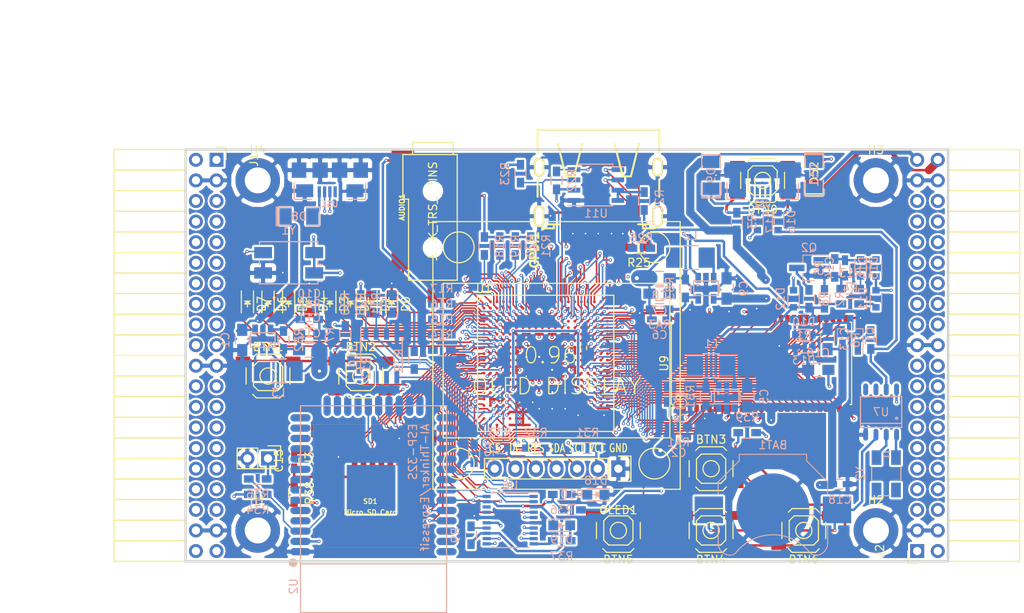
<source format=kicad_pcb>
(kicad_pcb (version 4) (host pcbnew 4.0.5+dfsg1-4)
  (layers (0 F.Cu signal) (1 In1.Cu signal) (2 In2.Cu signal) (31 B.Cu signal) (34 B.Paste user) (35 F.Paste user) (36 B.SilkS user) (37 F.SilkS user) (38 B.Mask user) (39 F.Mask user) (44 Edge.Cuts user))
  (net 0 "")
  (net 1 GND)
  (net 2 +5V)
  (net 3 /gpio/IN5V)
  (net 4 /gpio/OUT5V)
  (net 5 +3V3)
  (net 6 "Net-(L1-Pad1)")
  (net 7 "Net-(L2-Pad1)")
  (net 8 +1V2)
  (net 9 BTN_D)
  (net 10 BTN_F1)
  (net 11 BTN_F2)
  (net 12 BTN_L)
  (net 13 BTN_R)
  (net 14 BTN_U)
  (net 15 /power/FB1)
  (net 16 +2V5)
  (net 17 "Net-(L3-Pad1)")
  (net 18 /power/PWREN)
  (net 19 /power/FB3)
  (net 20 /power/FB2)
  (net 21 "Net-(D9-Pad1)")
  (net 22 /power/VBAT)
  (net 23 JTAG_TDI)
  (net 24 JTAG_TCK)
  (net 25 JTAG_TMS)
  (net 26 JTAG_TDO)
  (net 27 /power/WAKEUPn)
  (net 28 /power/WKUP)
  (net 29 /power/SHUT)
  (net 30 /power/WAKE)
  (net 31 /power/HOLD)
  (net 32 /power/WKn)
  (net 33 /power/OSCI_32k)
  (net 34 /power/OSCO_32k)
  (net 35 "Net-(Q2-Pad3)")
  (net 36 SHUTDOWN)
  (net 37 /analog/AUDIO_L)
  (net 38 /analog/AUDIO_R)
  (net 39 GPDI_5V_SCL)
  (net 40 GPDI_5V_SDA)
  (net 41 GPDI_SDA)
  (net 42 GPDI_SCL)
  (net 43 /gpdi/VREF2)
  (net 44 SD_CMD)
  (net 45 SD_CLK)
  (net 46 SD_D0)
  (net 47 SD_D1)
  (net 48 USB5V)
  (net 49 "Net-(BTN0-Pad1)")
  (net 50 GPDI_CEC)
  (net 51 nRESET)
  (net 52 FTDI_nDTR)
  (net 53 SDRAM_CKE)
  (net 54 SDRAM_A7)
  (net 55 SDRAM_D15)
  (net 56 SDRAM_BA1)
  (net 57 SDRAM_D7)
  (net 58 SDRAM_A6)
  (net 59 SDRAM_CLK)
  (net 60 SDRAM_D13)
  (net 61 SDRAM_BA0)
  (net 62 SDRAM_D6)
  (net 63 SDRAM_A5)
  (net 64 SDRAM_D14)
  (net 65 SDRAM_A11)
  (net 66 SDRAM_D12)
  (net 67 SDRAM_D5)
  (net 68 SDRAM_A4)
  (net 69 SDRAM_A10)
  (net 70 SDRAM_D11)
  (net 71 SDRAM_A3)
  (net 72 SDRAM_D4)
  (net 73 SDRAM_D10)
  (net 74 SDRAM_D9)
  (net 75 SDRAM_A9)
  (net 76 SDRAM_D3)
  (net 77 SDRAM_D8)
  (net 78 SDRAM_A8)
  (net 79 SDRAM_A2)
  (net 80 SDRAM_A1)
  (net 81 SDRAM_A0)
  (net 82 SDRAM_D2)
  (net 83 SDRAM_D1)
  (net 84 SDRAM_D0)
  (net 85 SDRAM_DQM0)
  (net 86 SDRAM_nCS)
  (net 87 SDRAM_nRAS)
  (net 88 SDRAM_DQM1)
  (net 89 SDRAM_nCAS)
  (net 90 SDRAM_nWE)
  (net 91 /flash/FLASH_nWP)
  (net 92 /flash/FLASH_nHOLD)
  (net 93 /flash/FLASH_MOSI)
  (net 94 /flash/FLASH_MISO)
  (net 95 /flash/FLASH_SCK)
  (net 96 /flash/FLASH_nCS)
  (net 97 /flash/FPGA_PROGRAMN)
  (net 98 /flash/FPGA_DONE)
  (net 99 /flash/FPGA_INITN)
  (net 100 OLED_RES)
  (net 101 OLED_DC)
  (net 102 OLED_CS)
  (net 103 WIFI_EN)
  (net 104 FTDI_nRTS)
  (net 105 FTDI_TXD)
  (net 106 FTDI_RXD)
  (net 107 WIFI_RXD)
  (net 108 WIFI_GPIO0)
  (net 109 WIFI_TXD)
  (net 110 GPDI_ETH-)
  (net 111 GPDI_ETH+)
  (net 112 GPDI_D2+)
  (net 113 GPDI_D2-)
  (net 114 GPDI_D1+)
  (net 115 GPDI_D1-)
  (net 116 GPDI_D0+)
  (net 117 GPDI_D0-)
  (net 118 GPDI_CLK+)
  (net 119 GPDI_CLK-)
  (net 120 USB_FTDI_D+)
  (net 121 USB_FTDI_D-)
  (net 122 J1_17-)
  (net 123 J1_17+)
  (net 124 J1_23-)
  (net 125 J1_23+)
  (net 126 J1_25-)
  (net 127 J1_25+)
  (net 128 J1_27-)
  (net 129 J1_27+)
  (net 130 J1_29-)
  (net 131 J1_29+)
  (net 132 J1_31-)
  (net 133 J1_31+)
  (net 134 J1_33-)
  (net 135 J1_33+)
  (net 136 J1_35-)
  (net 137 J1_35+)
  (net 138 J2_5-)
  (net 139 J2_5+)
  (net 140 J2_7-)
  (net 141 J2_7+)
  (net 142 J2_9-)
  (net 143 J2_9+)
  (net 144 J2_13-)
  (net 145 J2_13+)
  (net 146 J2_17-)
  (net 147 J2_17+)
  (net 148 J2_11-)
  (net 149 J2_11+)
  (net 150 J2_23-)
  (net 151 J2_23+)
  (net 152 J1_5-)
  (net 153 J1_5+)
  (net 154 J1_7-)
  (net 155 J1_7+)
  (net 156 J1_9-)
  (net 157 J1_9+)
  (net 158 J1_11-)
  (net 159 J1_11+)
  (net 160 J1_13-)
  (net 161 J1_13+)
  (net 162 J1_15-)
  (net 163 J1_15+)
  (net 164 J2_15-)
  (net 165 J2_15+)
  (net 166 J2_25-)
  (net 167 J2_25+)
  (net 168 J2_27-)
  (net 169 J2_27+)
  (net 170 J2_29-)
  (net 171 J2_29+)
  (net 172 J2_31-)
  (net 173 J2_31+)
  (net 174 J2_33-)
  (net 175 J2_33+)
  (net 176 J2_35-)
  (net 177 J2_35+)
  (net 178 SD_D3)
  (net 179 AUDIO_L3)
  (net 180 AUDIO_L2)
  (net 181 AUDIO_L1)
  (net 182 AUDIO_L0)
  (net 183 AUDIO_R3)
  (net 184 AUDIO_R2)
  (net 185 AUDIO_R1)
  (net 186 AUDIO_R0)
  (net 187 OLED_CLK)
  (net 188 OLED_MOSI)
  (net 189 LED0)
  (net 190 LED1)
  (net 191 LED2)
  (net 192 LED3)
  (net 193 LED4)
  (net 194 LED5)
  (net 195 LED6)
  (net 196 LED7)
  (net 197 BTN_PWRn)
  (net 198 "Net-(J3-Pad1)")
  (net 199 FTDI_nTXLED)
  (net 200 FTDI_nSLEEP)
  (net 201 /blinkey/LED_PWREN)
  (net 202 /blinkey/LED_TXLED)
  (net 203 FT3V3)
  (net 204 /sdcard/SD3V3)
  (net 205 SD_D2)
  (net 206 FTDI_nSUSPEND)
  (net 207 CLK_25MHz)
  (net 208 /blinkey/BTNPUL)
  (net 209 /blinkey/BTNPUR)
  (module lfe5bg381:BGA-381_pitch0.8mm_dia0.4mm (layer F.Cu) (at 138.48 87.8)
    (fp_text reference U1 (at -7.6 -9.2) (layer F.SilkS))
    (fp_text value LFE5U-25F-6BG381C)
    (pad A2 smd circle (at -6.8 -7.6) (size 0.35 0.35) (layers F.Cu F.Paste F.Mask) (net 129 J1_27+))
    (pad A3 smd circle (at -6 -7.6) (size 0.35 0.35) (layers F.Cu F.Paste F.Mask) (net 183 AUDIO_R3))
    (pad A4 smd circle (at -5.2 -7.6) (size 0.35 0.35) (layers F.Cu F.Paste F.Mask) (net 127 J1_25+))
    (pad A5 smd circle (at -4.4 -7.6) (size 0.35 0.35) (layers F.Cu F.Paste F.Mask) (net 126 J1_25-))
    (pad A6 smd circle (at -3.6 -7.6) (size 0.35 0.35) (layers F.Cu F.Paste F.Mask) (net 125 J1_23+))
    (pad A7 smd circle (at -2.8 -7.6) (size 0.35 0.35) (layers F.Cu F.Paste F.Mask) (net 161 J1_13+))
    (pad A8 smd circle (at -2 -7.6) (size 0.35 0.35) (layers F.Cu F.Paste F.Mask) (net 160 J1_13-))
    (pad A9 smd circle (at -1.2 -7.6) (size 0.35 0.35) (layers F.Cu F.Paste F.Mask) (net 156 J1_9-))
    (pad A10 smd circle (at -0.4 -7.6) (size 0.35 0.35) (layers F.Cu F.Paste F.Mask) (net 155 J1_7+))
    (pad A11 smd circle (at 0.4 -7.6) (size 0.35 0.35) (layers F.Cu F.Paste F.Mask) (net 154 J1_7-))
    (pad A12 smd circle (at 1.2 -7.6) (size 0.35 0.35) (layers F.Cu F.Paste F.Mask) (net 111 GPDI_ETH+))
    (pad A13 smd circle (at 2 -7.6) (size 0.35 0.35) (layers F.Cu F.Paste F.Mask) (net 110 GPDI_ETH-))
    (pad A14 smd circle (at 2.8 -7.6) (size 0.35 0.35) (layers F.Cu F.Paste F.Mask) (net 112 GPDI_D2+))
    (pad A15 smd circle (at 3.6 -7.6) (size 0.35 0.35) (layers F.Cu F.Paste F.Mask))
    (pad A16 smd circle (at 4.4 -7.6) (size 0.35 0.35) (layers F.Cu F.Paste F.Mask) (net 114 GPDI_D1+))
    (pad A17 smd circle (at 5.2 -7.6) (size 0.35 0.35) (layers F.Cu F.Paste F.Mask) (net 116 GPDI_D0+))
    (pad A18 smd circle (at 6 -7.6) (size 0.35 0.35) (layers F.Cu F.Paste F.Mask) (net 118 GPDI_CLK+))
    (pad A19 smd circle (at 6.8 -7.6) (size 0.35 0.35) (layers F.Cu F.Paste F.Mask) (net 50 GPDI_CEC))
    (pad B1 smd circle (at -7.6 -6.8) (size 0.35 0.35) (layers F.Cu F.Paste F.Mask) (net 128 J1_27-))
    (pad B2 smd circle (at -6.8 -6.8) (size 0.35 0.35) (layers F.Cu F.Paste F.Mask) (net 189 LED0))
    (pad B3 smd circle (at -6 -6.8) (size 0.35 0.35) (layers F.Cu F.Paste F.Mask) (net 182 AUDIO_L0))
    (pad B4 smd circle (at -5.2 -6.8) (size 0.35 0.35) (layers F.Cu F.Paste F.Mask) (net 130 J1_29-))
    (pad B5 smd circle (at -4.4 -6.8) (size 0.35 0.35) (layers F.Cu F.Paste F.Mask) (net 184 AUDIO_R2))
    (pad B6 smd circle (at -3.6 -6.8) (size 0.35 0.35) (layers F.Cu F.Paste F.Mask) (net 124 J1_23-))
    (pad B7 smd circle (at -2.8 -6.8) (size 0.35 0.35) (layers F.Cu F.Paste F.Mask) (net 1 GND))
    (pad B8 smd circle (at -2 -6.8) (size 0.35 0.35) (layers F.Cu F.Paste F.Mask) (net 162 J1_15-))
    (pad B9 smd circle (at -1.2 -6.8) (size 0.35 0.35) (layers F.Cu F.Paste F.Mask) (net 159 J1_11+))
    (pad B10 smd circle (at -0.4 -6.8) (size 0.35 0.35) (layers F.Cu F.Paste F.Mask) (net 157 J1_9+))
    (pad B11 smd circle (at 0.4 -6.8) (size 0.35 0.35) (layers F.Cu F.Paste F.Mask) (net 153 J1_5+))
    (pad B12 smd circle (at 1.2 -6.8) (size 0.35 0.35) (layers F.Cu F.Paste F.Mask))
    (pad B13 smd circle (at 2 -6.8) (size 0.35 0.35) (layers F.Cu F.Paste F.Mask) (net 175 J2_33+))
    (pad B14 smd circle (at 2.8 -6.8) (size 0.35 0.35) (layers F.Cu F.Paste F.Mask) (net 1 GND))
    (pad B15 smd circle (at 3.6 -6.8) (size 0.35 0.35) (layers F.Cu F.Paste F.Mask) (net 173 J2_31+))
    (pad B16 smd circle (at 4.4 -6.8) (size 0.35 0.35) (layers F.Cu F.Paste F.Mask) (net 115 GPDI_D1-))
    (pad B17 smd circle (at 5.2 -6.8) (size 0.35 0.35) (layers F.Cu F.Paste F.Mask) (net 169 J2_27+))
    (pad B18 smd circle (at 6 -6.8) (size 0.35 0.35) (layers F.Cu F.Paste F.Mask) (net 117 GPDI_D0-))
    (pad B19 smd circle (at 6.8 -6.8) (size 0.35 0.35) (layers F.Cu F.Paste F.Mask) (net 119 GPDI_CLK-))
    (pad B20 smd circle (at 7.6 -6.8) (size 0.35 0.35) (layers F.Cu F.Paste F.Mask) (net 41 GPDI_SDA))
    (pad C1 smd circle (at -7.6 -6) (size 0.35 0.35) (layers F.Cu F.Paste F.Mask) (net 191 LED2))
    (pad C2 smd circle (at -6.8 -6) (size 0.35 0.35) (layers F.Cu F.Paste F.Mask) (net 190 LED1))
    (pad C3 smd circle (at -6 -6) (size 0.35 0.35) (layers F.Cu F.Paste F.Mask) (net 181 AUDIO_L1))
    (pad C4 smd circle (at -5.2 -6) (size 0.35 0.35) (layers F.Cu F.Paste F.Mask) (net 131 J1_29+))
    (pad C5 smd circle (at -4.4 -6) (size 0.35 0.35) (layers F.Cu F.Paste F.Mask) (net 186 AUDIO_R0))
    (pad C6 smd circle (at -3.6 -6) (size 0.35 0.35) (layers F.Cu F.Paste F.Mask) (net 123 J1_17+))
    (pad C7 smd circle (at -2.8 -6) (size 0.35 0.35) (layers F.Cu F.Paste F.Mask) (net 122 J1_17-))
    (pad C8 smd circle (at -2 -6) (size 0.35 0.35) (layers F.Cu F.Paste F.Mask) (net 163 J1_15+))
    (pad C9 smd circle (at -1.2 -6) (size 0.35 0.35) (layers F.Cu F.Paste F.Mask))
    (pad C10 smd circle (at -0.4 -6) (size 0.35 0.35) (layers F.Cu F.Paste F.Mask) (net 158 J1_11-))
    (pad C11 smd circle (at 0.4 -6) (size 0.35 0.35) (layers F.Cu F.Paste F.Mask) (net 152 J1_5-))
    (pad C12 smd circle (at 1.2 -6) (size 0.35 0.35) (layers F.Cu F.Paste F.Mask) (net 42 GPDI_SCL))
    (pad C13 smd circle (at 2 -6) (size 0.35 0.35) (layers F.Cu F.Paste F.Mask) (net 174 J2_33-))
    (pad C14 smd circle (at 2.8 -6) (size 0.35 0.35) (layers F.Cu F.Paste F.Mask) (net 113 GPDI_D2-))
    (pad C15 smd circle (at 3.6 -6) (size 0.35 0.35) (layers F.Cu F.Paste F.Mask) (net 172 J2_31-))
    (pad C16 smd circle (at 4.4 -6) (size 0.35 0.35) (layers F.Cu F.Paste F.Mask) (net 171 J2_29+))
    (pad C17 smd circle (at 5.2 -6) (size 0.35 0.35) (layers F.Cu F.Paste F.Mask) (net 168 J2_27-))
    (pad C18 smd circle (at 6 -6) (size 0.35 0.35) (layers F.Cu F.Paste F.Mask) (net 151 J2_23+))
    (pad C19 smd circle (at 6.8 -6) (size 0.35 0.35) (layers F.Cu F.Paste F.Mask) (net 1 GND))
    (pad C20 smd circle (at 7.6 -6) (size 0.35 0.35) (layers F.Cu F.Paste F.Mask) (net 55 SDRAM_D15))
    (pad D1 smd circle (at -7.6 -5.2) (size 0.35 0.35) (layers F.Cu F.Paste F.Mask) (net 193 LED4))
    (pad D2 smd circle (at -6.8 -5.2) (size 0.35 0.35) (layers F.Cu F.Paste F.Mask) (net 192 LED3))
    (pad D3 smd circle (at -6 -5.2) (size 0.35 0.35) (layers F.Cu F.Paste F.Mask) (net 180 AUDIO_L2))
    (pad D4 smd circle (at -5.2 -5.2) (size 0.35 0.35) (layers F.Cu F.Paste F.Mask) (net 1 GND))
    (pad D5 smd circle (at -4.4 -5.2) (size 0.35 0.35) (layers F.Cu F.Paste F.Mask) (net 185 AUDIO_R1))
    (pad D6 smd circle (at -3.6 -5.2) (size 0.35 0.35) (layers F.Cu F.Paste F.Mask) (net 197 BTN_PWRn))
    (pad D7 smd circle (at -2.8 -5.2) (size 0.35 0.35) (layers F.Cu F.Paste F.Mask))
    (pad D8 smd circle (at -2 -5.2) (size 0.35 0.35) (layers F.Cu F.Paste F.Mask))
    (pad D9 smd circle (at -1.2 -5.2) (size 0.35 0.35) (layers F.Cu F.Paste F.Mask))
    (pad D10 smd circle (at -0.4 -5.2) (size 0.35 0.35) (layers F.Cu F.Paste F.Mask))
    (pad D11 smd circle (at 0.4 -5.2) (size 0.35 0.35) (layers F.Cu F.Paste F.Mask))
    (pad D12 smd circle (at 1.2 -5.2) (size 0.35 0.35) (layers F.Cu F.Paste F.Mask))
    (pad D13 smd circle (at 2 -5.2) (size 0.35 0.35) (layers F.Cu F.Paste F.Mask) (net 177 J2_35+))
    (pad D14 smd circle (at 2.8 -5.2) (size 0.35 0.35) (layers F.Cu F.Paste F.Mask))
    (pad D15 smd circle (at 3.6 -5.2) (size 0.35 0.35) (layers F.Cu F.Paste F.Mask) (net 167 J2_25+))
    (pad D16 smd circle (at 4.4 -5.2) (size 0.35 0.35) (layers F.Cu F.Paste F.Mask) (net 170 J2_29-))
    (pad D17 smd circle (at 5.2 -5.2) (size 0.35 0.35) (layers F.Cu F.Paste F.Mask) (net 150 J2_23-))
    (pad D18 smd circle (at 6 -5.2) (size 0.35 0.35) (layers F.Cu F.Paste F.Mask) (net 147 J2_17+))
    (pad D19 smd circle (at 6.8 -5.2) (size 0.35 0.35) (layers F.Cu F.Paste F.Mask) (net 64 SDRAM_D14))
    (pad D20 smd circle (at 7.6 -5.2) (size 0.35 0.35) (layers F.Cu F.Paste F.Mask) (net 60 SDRAM_D13))
    (pad E1 smd circle (at -7.6 -4.4) (size 0.35 0.35) (layers F.Cu F.Paste F.Mask) (net 195 LED6))
    (pad E2 smd circle (at -6.8 -4.4) (size 0.35 0.35) (layers F.Cu F.Paste F.Mask) (net 194 LED5))
    (pad E3 smd circle (at -6 -4.4) (size 0.35 0.35) (layers F.Cu F.Paste F.Mask) (net 132 J1_31-))
    (pad E4 smd circle (at -5.2 -4.4) (size 0.35 0.35) (layers F.Cu F.Paste F.Mask) (net 179 AUDIO_L3))
    (pad E5 smd circle (at -4.4 -4.4) (size 0.35 0.35) (layers F.Cu F.Paste F.Mask))
    (pad E6 smd circle (at -3.6 -4.4) (size 0.35 0.35) (layers F.Cu F.Paste F.Mask))
    (pad E7 smd circle (at -2.8 -4.4) (size 0.35 0.35) (layers F.Cu F.Paste F.Mask))
    (pad E8 smd circle (at -2 -4.4) (size 0.35 0.35) (layers F.Cu F.Paste F.Mask))
    (pad E9 smd circle (at -1.2 -4.4) (size 0.35 0.35) (layers F.Cu F.Paste F.Mask))
    (pad E10 smd circle (at -0.4 -4.4) (size 0.35 0.35) (layers F.Cu F.Paste F.Mask))
    (pad E11 smd circle (at 0.4 -4.4) (size 0.35 0.35) (layers F.Cu F.Paste F.Mask))
    (pad E12 smd circle (at 1.2 -4.4) (size 0.35 0.35) (layers F.Cu F.Paste F.Mask))
    (pad E13 smd circle (at 2 -4.4) (size 0.35 0.35) (layers F.Cu F.Paste F.Mask) (net 176 J2_35-))
    (pad E14 smd circle (at 2.8 -4.4) (size 0.35 0.35) (layers F.Cu F.Paste F.Mask))
    (pad E15 smd circle (at 3.6 -4.4) (size 0.35 0.35) (layers F.Cu F.Paste F.Mask) (net 166 J2_25-))
    (pad E16 smd circle (at 4.4 -4.4) (size 0.35 0.35) (layers F.Cu F.Paste F.Mask))
    (pad E17 smd circle (at 5.2 -4.4) (size 0.35 0.35) (layers F.Cu F.Paste F.Mask) (net 146 J2_17-))
    (pad E18 smd circle (at 6 -4.4) (size 0.35 0.35) (layers F.Cu F.Paste F.Mask) (net 72 SDRAM_D4))
    (pad E19 smd circle (at 6.8 -4.4) (size 0.35 0.35) (layers F.Cu F.Paste F.Mask) (net 66 SDRAM_D12))
    (pad E20 smd circle (at 7.6 -4.4) (size 0.35 0.35) (layers F.Cu F.Paste F.Mask) (net 70 SDRAM_D11))
    (pad F1 smd circle (at -7.6 -3.6) (size 0.35 0.35) (layers F.Cu F.Paste F.Mask))
    (pad F2 smd circle (at -6.8 -3.6) (size 0.35 0.35) (layers F.Cu F.Paste F.Mask) (net 207 CLK_25MHz))
    (pad F3 smd circle (at -6 -3.6) (size 0.35 0.35) (layers F.Cu F.Paste F.Mask) (net 134 J1_33-))
    (pad F4 smd circle (at -5.2 -3.6) (size 0.35 0.35) (layers F.Cu F.Paste F.Mask) (net 133 J1_31+))
    (pad F5 smd circle (at -4.4 -3.6) (size 0.35 0.35) (layers F.Cu F.Paste F.Mask))
    (pad F6 smd circle (at -3.6 -3.6) (size 0.35 0.35) (layers F.Cu F.Paste F.Mask) (net 16 +2V5))
    (pad F7 smd circle (at -2.8 -3.6) (size 0.35 0.35) (layers F.Cu F.Paste F.Mask) (net 1 GND))
    (pad F8 smd circle (at -2 -3.6) (size 0.35 0.35) (layers F.Cu F.Paste F.Mask) (net 1 GND))
    (pad F9 smd circle (at -1.2 -3.6) (size 0.35 0.35) (layers F.Cu F.Paste F.Mask) (net 5 +3V3))
    (pad F10 smd circle (at -0.4 -3.6) (size 0.35 0.35) (layers F.Cu F.Paste F.Mask) (net 5 +3V3))
    (pad F11 smd circle (at 0.4 -3.6) (size 0.35 0.35) (layers F.Cu F.Paste F.Mask) (net 5 +3V3))
    (pad F12 smd circle (at 1.2 -3.6) (size 0.35 0.35) (layers F.Cu F.Paste F.Mask) (net 5 +3V3))
    (pad F13 smd circle (at 2 -3.6) (size 0.35 0.35) (layers F.Cu F.Paste F.Mask) (net 1 GND))
    (pad F14 smd circle (at 2.8 -3.6) (size 0.35 0.35) (layers F.Cu F.Paste F.Mask) (net 1 GND))
    (pad F15 smd circle (at 3.6 -3.6) (size 0.35 0.35) (layers F.Cu F.Paste F.Mask) (net 16 +2V5))
    (pad F16 smd circle (at 4.4 -3.6) (size 0.35 0.35) (layers F.Cu F.Paste F.Mask))
    (pad F17 smd circle (at 5.2 -3.6) (size 0.35 0.35) (layers F.Cu F.Paste F.Mask) (net 165 J2_15+))
    (pad F18 smd circle (at 6 -3.6) (size 0.35 0.35) (layers F.Cu F.Paste F.Mask) (net 67 SDRAM_D5))
    (pad F19 smd circle (at 6.8 -3.6) (size 0.35 0.35) (layers F.Cu F.Paste F.Mask) (net 73 SDRAM_D10))
    (pad F20 smd circle (at 7.6 -3.6) (size 0.35 0.35) (layers F.Cu F.Paste F.Mask) (net 74 SDRAM_D9))
    (pad G1 smd circle (at -7.6 -2.8) (size 0.35 0.35) (layers F.Cu F.Paste F.Mask))
    (pad G2 smd circle (at -6.8 -2.8) (size 0.35 0.35) (layers F.Cu F.Paste F.Mask) (net 103 WIFI_EN))
    (pad G3 smd circle (at -6 -2.8) (size 0.35 0.35) (layers F.Cu F.Paste F.Mask) (net 135 J1_33+))
    (pad G4 smd circle (at -5.2 -2.8) (size 0.35 0.35) (layers F.Cu F.Paste F.Mask) (net 1 GND))
    (pad G5 smd circle (at -4.4 -2.8) (size 0.35 0.35) (layers F.Cu F.Paste F.Mask) (net 136 J1_35-))
    (pad G6 smd circle (at -3.6 -2.8) (size 0.35 0.35) (layers F.Cu F.Paste F.Mask) (net 1 GND))
    (pad G7 smd circle (at -2.8 -2.8) (size 0.35 0.35) (layers F.Cu F.Paste F.Mask) (net 1 GND))
    (pad G8 smd circle (at -2 -2.8) (size 0.35 0.35) (layers F.Cu F.Paste F.Mask) (net 1 GND))
    (pad G9 smd circle (at -1.2 -2.8) (size 0.35 0.35) (layers F.Cu F.Paste F.Mask) (net 1 GND))
    (pad G10 smd circle (at -0.4 -2.8) (size 0.35 0.35) (layers F.Cu F.Paste F.Mask) (net 1 GND))
    (pad G11 smd circle (at 0.4 -2.8) (size 0.35 0.35) (layers F.Cu F.Paste F.Mask) (net 1 GND))
    (pad G12 smd circle (at 1.2 -2.8) (size 0.35 0.35) (layers F.Cu F.Paste F.Mask) (net 1 GND))
    (pad G13 smd circle (at 2 -2.8) (size 0.35 0.35) (layers F.Cu F.Paste F.Mask) (net 1 GND))
    (pad G14 smd circle (at 2.8 -2.8) (size 0.35 0.35) (layers F.Cu F.Paste F.Mask) (net 1 GND))
    (pad G15 smd circle (at 3.6 -2.8) (size 0.35 0.35) (layers F.Cu F.Paste F.Mask) (net 1 GND))
    (pad G16 smd circle (at 4.4 -2.8) (size 0.35 0.35) (layers F.Cu F.Paste F.Mask))
    (pad G17 smd circle (at 5.2 -2.8) (size 0.35 0.35) (layers F.Cu F.Paste F.Mask) (net 1 GND))
    (pad G18 smd circle (at 6 -2.8) (size 0.35 0.35) (layers F.Cu F.Paste F.Mask) (net 164 J2_15-))
    (pad G19 smd circle (at 6.8 -2.8) (size 0.35 0.35) (layers F.Cu F.Paste F.Mask) (net 77 SDRAM_D8))
    (pad G20 smd circle (at 7.6 -2.8) (size 0.35 0.35) (layers F.Cu F.Paste F.Mask) (net 88 SDRAM_DQM1))
    (pad H1 smd circle (at -7.6 -2) (size 0.35 0.35) (layers F.Cu F.Paste F.Mask) (net 178 SD_D3))
    (pad H2 smd circle (at -6.8 -2) (size 0.35 0.35) (layers F.Cu F.Paste F.Mask) (net 205 SD_D2))
    (pad H3 smd circle (at -6 -2) (size 0.35 0.35) (layers F.Cu F.Paste F.Mask) (net 196 LED7))
    (pad H4 smd circle (at -5.2 -2) (size 0.35 0.35) (layers F.Cu F.Paste F.Mask) (net 137 J1_35+))
    (pad H5 smd circle (at -4.4 -2) (size 0.35 0.35) (layers F.Cu F.Paste F.Mask))
    (pad H6 smd circle (at -3.6 -2) (size 0.35 0.35) (layers F.Cu F.Paste F.Mask) (net 5 +3V3))
    (pad H7 smd circle (at -2.8 -2) (size 0.35 0.35) (layers F.Cu F.Paste F.Mask) (net 5 +3V3))
    (pad H8 smd circle (at -2 -2) (size 0.35 0.35) (layers F.Cu F.Paste F.Mask) (net 8 +1V2))
    (pad H9 smd circle (at -1.2 -2) (size 0.35 0.35) (layers F.Cu F.Paste F.Mask) (net 8 +1V2))
    (pad H10 smd circle (at -0.4 -2) (size 0.35 0.35) (layers F.Cu F.Paste F.Mask) (net 8 +1V2))
    (pad H11 smd circle (at 0.4 -2) (size 0.35 0.35) (layers F.Cu F.Paste F.Mask) (net 8 +1V2))
    (pad H12 smd circle (at 1.2 -2) (size 0.35 0.35) (layers F.Cu F.Paste F.Mask) (net 8 +1V2))
    (pad H13 smd circle (at 2 -2) (size 0.35 0.35) (layers F.Cu F.Paste F.Mask) (net 8 +1V2))
    (pad H14 smd circle (at 2.8 -2) (size 0.35 0.35) (layers F.Cu F.Paste F.Mask) (net 5 +3V3))
    (pad H15 smd circle (at 3.6 -2) (size 0.35 0.35) (layers F.Cu F.Paste F.Mask) (net 5 +3V3))
    (pad H16 smd circle (at 4.4 -2) (size 0.35 0.35) (layers F.Cu F.Paste F.Mask))
    (pad H17 smd circle (at 5.2 -2) (size 0.35 0.35) (layers F.Cu F.Paste F.Mask) (net 144 J2_13-))
    (pad H18 smd circle (at 6 -2) (size 0.35 0.35) (layers F.Cu F.Paste F.Mask) (net 145 J2_13+))
    (pad H19 smd circle (at 6.8 -2) (size 0.35 0.35) (layers F.Cu F.Paste F.Mask) (net 1 GND))
    (pad H20 smd circle (at 7.6 -2) (size 0.35 0.35) (layers F.Cu F.Paste F.Mask) (net 59 SDRAM_CLK))
    (pad J1 smd circle (at -7.6 -1.2) (size 0.35 0.35) (layers F.Cu F.Paste F.Mask) (net 45 SD_CLK))
    (pad J2 smd circle (at -6.8 -1.2) (size 0.35 0.35) (layers F.Cu F.Paste F.Mask) (net 1 GND))
    (pad J3 smd circle (at -6 -1.2) (size 0.35 0.35) (layers F.Cu F.Paste F.Mask) (net 44 SD_CMD))
    (pad J4 smd circle (at -5.2 -1.2) (size 0.35 0.35) (layers F.Cu F.Paste F.Mask))
    (pad J5 smd circle (at -4.4 -1.2) (size 0.35 0.35) (layers F.Cu F.Paste F.Mask))
    (pad J6 smd circle (at -3.6 -1.2) (size 0.35 0.35) (layers F.Cu F.Paste F.Mask) (net 5 +3V3))
    (pad J7 smd circle (at -2.8 -1.2) (size 0.35 0.35) (layers F.Cu F.Paste F.Mask) (net 1 GND))
    (pad J8 smd circle (at -2 -1.2) (size 0.35 0.35) (layers F.Cu F.Paste F.Mask) (net 8 +1V2))
    (pad J9 smd circle (at -1.2 -1.2) (size 0.35 0.35) (layers F.Cu F.Paste F.Mask) (net 1 GND))
    (pad J10 smd circle (at -0.4 -1.2) (size 0.35 0.35) (layers F.Cu F.Paste F.Mask) (net 1 GND))
    (pad J11 smd circle (at 0.4 -1.2) (size 0.35 0.35) (layers F.Cu F.Paste F.Mask) (net 1 GND))
    (pad J12 smd circle (at 1.2 -1.2) (size 0.35 0.35) (layers F.Cu F.Paste F.Mask) (net 1 GND))
    (pad J13 smd circle (at 2 -1.2) (size 0.35 0.35) (layers F.Cu F.Paste F.Mask) (net 8 +1V2))
    (pad J14 smd circle (at 2.8 -1.2) (size 0.35 0.35) (layers F.Cu F.Paste F.Mask) (net 1 GND))
    (pad J15 smd circle (at 3.6 -1.2) (size 0.35 0.35) (layers F.Cu F.Paste F.Mask) (net 5 +3V3))
    (pad J16 smd circle (at 4.4 -1.2) (size 0.35 0.35) (layers F.Cu F.Paste F.Mask))
    (pad J17 smd circle (at 5.2 -1.2) (size 0.35 0.35) (layers F.Cu F.Paste F.Mask))
    (pad J18 smd circle (at 6 -1.2) (size 0.35 0.35) (layers F.Cu F.Paste F.Mask) (net 76 SDRAM_D3))
    (pad J19 smd circle (at 6.8 -1.2) (size 0.35 0.35) (layers F.Cu F.Paste F.Mask) (net 53 SDRAM_CKE))
    (pad J20 smd circle (at 7.6 -1.2) (size 0.35 0.35) (layers F.Cu F.Paste F.Mask) (net 65 SDRAM_A11))
    (pad K1 smd circle (at -7.6 -0.4) (size 0.35 0.35) (layers F.Cu F.Paste F.Mask) (net 47 SD_D1))
    (pad K2 smd circle (at -6.8 -0.4) (size 0.35 0.35) (layers F.Cu F.Paste F.Mask) (net 46 SD_D0))
    (pad K3 smd circle (at -6 -0.4) (size 0.35 0.35) (layers F.Cu F.Paste F.Mask) (net 107 WIFI_RXD))
    (pad K4 smd circle (at -5.2 -0.4) (size 0.35 0.35) (layers F.Cu F.Paste F.Mask) (net 109 WIFI_TXD))
    (pad K5 smd circle (at -4.4 -0.4) (size 0.35 0.35) (layers F.Cu F.Paste F.Mask))
    (pad K6 smd circle (at -3.6 -0.4) (size 0.35 0.35) (layers F.Cu F.Paste F.Mask) (net 1 GND))
    (pad K7 smd circle (at -2.8 -0.4) (size 0.35 0.35) (layers F.Cu F.Paste F.Mask) (net 1 GND))
    (pad K8 smd circle (at -2 -0.4) (size 0.35 0.35) (layers F.Cu F.Paste F.Mask) (net 8 +1V2))
    (pad K9 smd circle (at -1.2 -0.4) (size 0.35 0.35) (layers F.Cu F.Paste F.Mask) (net 1 GND))
    (pad K10 smd circle (at -0.4 -0.4) (size 0.35 0.35) (layers F.Cu F.Paste F.Mask) (net 1 GND))
    (pad K11 smd circle (at 0.4 -0.4) (size 0.35 0.35) (layers F.Cu F.Paste F.Mask) (net 1 GND))
    (pad K12 smd circle (at 1.2 -0.4) (size 0.35 0.35) (layers F.Cu F.Paste F.Mask) (net 1 GND))
    (pad K13 smd circle (at 2 -0.4) (size 0.35 0.35) (layers F.Cu F.Paste F.Mask) (net 8 +1V2))
    (pad K14 smd circle (at 2.8 -0.4) (size 0.35 0.35) (layers F.Cu F.Paste F.Mask) (net 1 GND))
    (pad K15 smd circle (at 3.6 -0.4) (size 0.35 0.35) (layers F.Cu F.Paste F.Mask) (net 1 GND))
    (pad K16 smd circle (at 4.4 -0.4) (size 0.35 0.35) (layers F.Cu F.Paste F.Mask))
    (pad K17 smd circle (at 5.2 -0.4) (size 0.35 0.35) (layers F.Cu F.Paste F.Mask))
    (pad K18 smd circle (at 6 -0.4) (size 0.35 0.35) (layers F.Cu F.Paste F.Mask) (net 82 SDRAM_D2))
    (pad K19 smd circle (at 6.8 -0.4) (size 0.35 0.35) (layers F.Cu F.Paste F.Mask) (net 75 SDRAM_A9))
    (pad K20 smd circle (at 7.6 -0.4) (size 0.35 0.35) (layers F.Cu F.Paste F.Mask) (net 78 SDRAM_A8))
    (pad L1 smd circle (at -7.6 0.4) (size 0.35 0.35) (layers F.Cu F.Paste F.Mask))
    (pad L2 smd circle (at -6.8 0.4) (size 0.35 0.35) (layers F.Cu F.Paste F.Mask) (net 108 WIFI_GPIO0))
    (pad L3 smd circle (at -6 0.4) (size 0.35 0.35) (layers F.Cu F.Paste F.Mask))
    (pad L4 smd circle (at -5.2 0.4) (size 0.35 0.35) (layers F.Cu F.Paste F.Mask) (net 106 FTDI_RXD))
    (pad L5 smd circle (at -4.4 0.4) (size 0.35 0.35) (layers F.Cu F.Paste F.Mask))
    (pad L6 smd circle (at -3.6 0.4) (size 0.35 0.35) (layers F.Cu F.Paste F.Mask) (net 5 +3V3))
    (pad L7 smd circle (at -2.8 0.4) (size 0.35 0.35) (layers F.Cu F.Paste F.Mask) (net 5 +3V3))
    (pad L8 smd circle (at -2 0.4) (size 0.35 0.35) (layers F.Cu F.Paste F.Mask) (net 8 +1V2))
    (pad L9 smd circle (at -1.2 0.4) (size 0.35 0.35) (layers F.Cu F.Paste F.Mask) (net 1 GND))
    (pad L10 smd circle (at -0.4 0.4) (size 0.35 0.35) (layers F.Cu F.Paste F.Mask) (net 1 GND))
    (pad L11 smd circle (at 0.4 0.4) (size 0.35 0.35) (layers F.Cu F.Paste F.Mask) (net 1 GND))
    (pad L12 smd circle (at 1.2 0.4) (size 0.35 0.35) (layers F.Cu F.Paste F.Mask) (net 1 GND))
    (pad L13 smd circle (at 2 0.4) (size 0.35 0.35) (layers F.Cu F.Paste F.Mask) (net 8 +1V2))
    (pad L14 smd circle (at 2.8 0.4) (size 0.35 0.35) (layers F.Cu F.Paste F.Mask) (net 5 +3V3))
    (pad L15 smd circle (at 3.6 0.4) (size 0.35 0.35) (layers F.Cu F.Paste F.Mask) (net 5 +3V3))
    (pad L16 smd circle (at 4.4 0.4) (size 0.35 0.35) (layers F.Cu F.Paste F.Mask) (net 149 J2_11+))
    (pad L17 smd circle (at 5.2 0.4) (size 0.35 0.35) (layers F.Cu F.Paste F.Mask) (net 148 J2_11-))
    (pad L18 smd circle (at 6 0.4) (size 0.35 0.35) (layers F.Cu F.Paste F.Mask) (net 83 SDRAM_D1))
    (pad L19 smd circle (at 6.8 0.4) (size 0.35 0.35) (layers F.Cu F.Paste F.Mask) (net 54 SDRAM_A7))
    (pad L20 smd circle (at 7.6 0.4) (size 0.35 0.35) (layers F.Cu F.Paste F.Mask) (net 58 SDRAM_A6))
    (pad M1 smd circle (at -7.6 1.2) (size 0.35 0.35) (layers F.Cu F.Paste F.Mask) (net 105 FTDI_TXD))
    (pad M2 smd circle (at -6.8 1.2) (size 0.35 0.35) (layers F.Cu F.Paste F.Mask) (net 1 GND))
    (pad M3 smd circle (at -6 1.2) (size 0.35 0.35) (layers F.Cu F.Paste F.Mask) (net 104 FTDI_nRTS))
    (pad M4 smd circle (at -5.2 1.2) (size 0.35 0.35) (layers F.Cu F.Paste F.Mask))
    (pad M5 smd circle (at -4.4 1.2) (size 0.35 0.35) (layers F.Cu F.Paste F.Mask))
    (pad M6 smd circle (at -3.6 1.2) (size 0.35 0.35) (layers F.Cu F.Paste F.Mask) (net 5 +3V3))
    (pad M7 smd circle (at -2.8 1.2) (size 0.35 0.35) (layers F.Cu F.Paste F.Mask) (net 1 GND))
    (pad M8 smd circle (at -2 1.2) (size 0.35 0.35) (layers F.Cu F.Paste F.Mask) (net 8 +1V2))
    (pad M9 smd circle (at -1.2 1.2) (size 0.35 0.35) (layers F.Cu F.Paste F.Mask) (net 1 GND))
    (pad M10 smd circle (at -0.4 1.2) (size 0.35 0.35) (layers F.Cu F.Paste F.Mask) (net 1 GND))
    (pad M11 smd circle (at 0.4 1.2) (size 0.35 0.35) (layers F.Cu F.Paste F.Mask) (net 1 GND))
    (pad M12 smd circle (at 1.2 1.2) (size 0.35 0.35) (layers F.Cu F.Paste F.Mask) (net 1 GND))
    (pad M13 smd circle (at 2 1.2) (size 0.35 0.35) (layers F.Cu F.Paste F.Mask) (net 8 +1V2))
    (pad M14 smd circle (at 2.8 1.2) (size 0.35 0.35) (layers F.Cu F.Paste F.Mask) (net 1 GND))
    (pad M15 smd circle (at 3.6 1.2) (size 0.35 0.35) (layers F.Cu F.Paste F.Mask) (net 5 +3V3))
    (pad M16 smd circle (at 4.4 1.2) (size 0.35 0.35) (layers F.Cu F.Paste F.Mask) (net 1 GND))
    (pad M17 smd circle (at 5.2 1.2) (size 0.35 0.35) (layers F.Cu F.Paste F.Mask) (net 142 J2_9-))
    (pad M18 smd circle (at 6 1.2) (size 0.35 0.35) (layers F.Cu F.Paste F.Mask) (net 84 SDRAM_D0))
    (pad M19 smd circle (at 6.8 1.2) (size 0.35 0.35) (layers F.Cu F.Paste F.Mask) (net 63 SDRAM_A5))
    (pad M20 smd circle (at 7.6 1.2) (size 0.35 0.35) (layers F.Cu F.Paste F.Mask) (net 68 SDRAM_A4))
    (pad N1 smd circle (at -7.6 2) (size 0.35 0.35) (layers F.Cu F.Paste F.Mask) (net 52 FTDI_nDTR))
    (pad N2 smd circle (at -6.8 2) (size 0.35 0.35) (layers F.Cu F.Paste F.Mask) (net 102 OLED_CS))
    (pad N3 smd circle (at -6 2) (size 0.35 0.35) (layers F.Cu F.Paste F.Mask))
    (pad N4 smd circle (at -5.2 2) (size 0.35 0.35) (layers F.Cu F.Paste F.Mask))
    (pad N5 smd circle (at -4.4 2) (size 0.35 0.35) (layers F.Cu F.Paste F.Mask))
    (pad N6 smd circle (at -3.6 2) (size 0.35 0.35) (layers F.Cu F.Paste F.Mask) (net 1 GND))
    (pad N7 smd circle (at -2.8 2) (size 0.35 0.35) (layers F.Cu F.Paste F.Mask) (net 1 GND))
    (pad N8 smd circle (at -2 2) (size 0.35 0.35) (layers F.Cu F.Paste F.Mask) (net 8 +1V2))
    (pad N9 smd circle (at -1.2 2) (size 0.35 0.35) (layers F.Cu F.Paste F.Mask) (net 8 +1V2))
    (pad N10 smd circle (at -0.4 2) (size 0.35 0.35) (layers F.Cu F.Paste F.Mask) (net 8 +1V2))
    (pad N11 smd circle (at 0.4 2) (size 0.35 0.35) (layers F.Cu F.Paste F.Mask) (net 8 +1V2))
    (pad N12 smd circle (at 1.2 2) (size 0.35 0.35) (layers F.Cu F.Paste F.Mask) (net 8 +1V2))
    (pad N13 smd circle (at 2 2) (size 0.35 0.35) (layers F.Cu F.Paste F.Mask) (net 8 +1V2))
    (pad N14 smd circle (at 2.8 2) (size 0.35 0.35) (layers F.Cu F.Paste F.Mask) (net 1 GND))
    (pad N15 smd circle (at 3.6 2) (size 0.35 0.35) (layers F.Cu F.Paste F.Mask) (net 1 GND))
    (pad N16 smd circle (at 4.4 2) (size 0.35 0.35) (layers F.Cu F.Paste F.Mask) (net 143 J2_9+))
    (pad N17 smd circle (at 5.2 2) (size 0.35 0.35) (layers F.Cu F.Paste F.Mask) (net 141 J2_7+))
    (pad N18 smd circle (at 6 2) (size 0.35 0.35) (layers F.Cu F.Paste F.Mask) (net 62 SDRAM_D6))
    (pad N19 smd circle (at 6.8 2) (size 0.35 0.35) (layers F.Cu F.Paste F.Mask) (net 71 SDRAM_A3))
    (pad N20 smd circle (at 7.6 2) (size 0.35 0.35) (layers F.Cu F.Paste F.Mask) (net 79 SDRAM_A2))
    (pad P1 smd circle (at -7.6 2.8) (size 0.35 0.35) (layers F.Cu F.Paste F.Mask) (net 101 OLED_DC))
    (pad P2 smd circle (at -6.8 2.8) (size 0.35 0.35) (layers F.Cu F.Paste F.Mask) (net 100 OLED_RES))
    (pad P3 smd circle (at -6 2.8) (size 0.35 0.35) (layers F.Cu F.Paste F.Mask) (net 188 OLED_MOSI))
    (pad P4 smd circle (at -5.2 2.8) (size 0.35 0.35) (layers F.Cu F.Paste F.Mask) (net 187 OLED_CLK))
    (pad P5 smd circle (at -4.4 2.8) (size 0.35 0.35) (layers F.Cu F.Paste F.Mask))
    (pad P6 smd circle (at -3.6 2.8) (size 0.35 0.35) (layers F.Cu F.Paste F.Mask) (net 16 +2V5))
    (pad P7 smd circle (at -2.8 2.8) (size 0.35 0.35) (layers F.Cu F.Paste F.Mask) (net 1 GND))
    (pad P8 smd circle (at -2 2.8) (size 0.35 0.35) (layers F.Cu F.Paste F.Mask) (net 1 GND))
    (pad P9 smd circle (at -1.2 2.8) (size 0.35 0.35) (layers F.Cu F.Paste F.Mask) (net 5 +3V3))
    (pad P10 smd circle (at -0.4 2.8) (size 0.35 0.35) (layers F.Cu F.Paste F.Mask) (net 5 +3V3))
    (pad P11 smd circle (at 0.4 2.8) (size 0.35 0.35) (layers F.Cu F.Paste F.Mask) (net 1 GND))
    (pad P12 smd circle (at 1.2 2.8) (size 0.35 0.35) (layers F.Cu F.Paste F.Mask) (net 1 GND))
    (pad P13 smd circle (at 2 2.8) (size 0.35 0.35) (layers F.Cu F.Paste F.Mask) (net 1 GND))
    (pad P14 smd circle (at 2.8 2.8) (size 0.35 0.35) (layers F.Cu F.Paste F.Mask) (net 1 GND))
    (pad P15 smd circle (at 3.6 2.8) (size 0.35 0.35) (layers F.Cu F.Paste F.Mask) (net 16 +2V5))
    (pad P16 smd circle (at 4.4 2.8) (size 0.35 0.35) (layers F.Cu F.Paste F.Mask) (net 140 J2_7-))
    (pad P17 smd circle (at 5.2 2.8) (size 0.35 0.35) (layers F.Cu F.Paste F.Mask))
    (pad P18 smd circle (at 6 2.8) (size 0.35 0.35) (layers F.Cu F.Paste F.Mask) (net 57 SDRAM_D7))
    (pad P19 smd circle (at 6.8 2.8) (size 0.35 0.35) (layers F.Cu F.Paste F.Mask) (net 80 SDRAM_A1))
    (pad P20 smd circle (at 7.6 2.8) (size 0.35 0.35) (layers F.Cu F.Paste F.Mask) (net 81 SDRAM_A0))
    (pad R1 smd circle (at -7.6 3.6) (size 0.35 0.35) (layers F.Cu F.Paste F.Mask) (net 10 BTN_F1))
    (pad R2 smd circle (at -6.8 3.6) (size 0.35 0.35) (layers F.Cu F.Paste F.Mask) (net 96 /flash/FLASH_nCS))
    (pad R3 smd circle (at -6 3.6) (size 0.35 0.35) (layers F.Cu F.Paste F.Mask))
    (pad R4 smd circle (at -5.2 3.6) (size 0.35 0.35) (layers F.Cu F.Paste F.Mask) (net 1 GND))
    (pad R5 smd circle (at -4.4 3.6) (size 0.35 0.35) (layers F.Cu F.Paste F.Mask) (net 23 JTAG_TDI))
    (pad R16 smd circle (at 4.4 3.6) (size 0.35 0.35) (layers F.Cu F.Paste F.Mask))
    (pad R17 smd circle (at 5.2 3.6) (size 0.35 0.35) (layers F.Cu F.Paste F.Mask))
    (pad R18 smd circle (at 6 3.6) (size 0.35 0.35) (layers F.Cu F.Paste F.Mask) (net 85 SDRAM_DQM0))
    (pad R19 smd circle (at 6.8 3.6) (size 0.35 0.35) (layers F.Cu F.Paste F.Mask) (net 1 GND))
    (pad R20 smd circle (at 7.6 3.6) (size 0.35 0.35) (layers F.Cu F.Paste F.Mask) (net 69 SDRAM_A10))
    (pad T1 smd circle (at -7.6 4.4) (size 0.35 0.35) (layers F.Cu F.Paste F.Mask) (net 11 BTN_F2))
    (pad T2 smd circle (at -6.8 4.4) (size 0.35 0.35) (layers F.Cu F.Paste F.Mask) (net 5 +3V3))
    (pad T3 smd circle (at -6 4.4) (size 0.35 0.35) (layers F.Cu F.Paste F.Mask) (net 5 +3V3))
    (pad T4 smd circle (at -5.2 4.4) (size 0.35 0.35) (layers F.Cu F.Paste F.Mask) (net 5 +3V3))
    (pad T5 smd circle (at -4.4 4.4) (size 0.35 0.35) (layers F.Cu F.Paste F.Mask) (net 24 JTAG_TCK))
    (pad T6 smd circle (at -3.6 4.4) (size 0.35 0.35) (layers F.Cu F.Paste F.Mask) (net 1 GND))
    (pad T7 smd circle (at -2.8 4.4) (size 0.35 0.35) (layers F.Cu F.Paste F.Mask) (net 1 GND))
    (pad T8 smd circle (at -2 4.4) (size 0.35 0.35) (layers F.Cu F.Paste F.Mask) (net 1 GND))
    (pad T9 smd circle (at -1.2 4.4) (size 0.35 0.35) (layers F.Cu F.Paste F.Mask) (net 1 GND))
    (pad T10 smd circle (at -0.4 4.4) (size 0.35 0.35) (layers F.Cu F.Paste F.Mask) (net 1 GND))
    (pad T11 smd circle (at 0.4 4.4) (size 0.35 0.35) (layers F.Cu F.Paste F.Mask))
    (pad T12 smd circle (at 1.2 4.4) (size 0.35 0.35) (layers F.Cu F.Paste F.Mask))
    (pad T13 smd circle (at 2 4.4) (size 0.35 0.35) (layers F.Cu F.Paste F.Mask))
    (pad T14 smd circle (at 2.8 4.4) (size 0.35 0.35) (layers F.Cu F.Paste F.Mask))
    (pad T15 smd circle (at 3.6 4.4) (size 0.35 0.35) (layers F.Cu F.Paste F.Mask))
    (pad T16 smd circle (at 4.4 4.4) (size 0.35 0.35) (layers F.Cu F.Paste F.Mask))
    (pad T17 smd circle (at 5.2 4.4) (size 0.35 0.35) (layers F.Cu F.Paste F.Mask) (net 89 SDRAM_nCAS))
    (pad T18 smd circle (at 6 4.4) (size 0.35 0.35) (layers F.Cu F.Paste F.Mask) (net 90 SDRAM_nWE))
    (pad T19 smd circle (at 6.8 4.4) (size 0.35 0.35) (layers F.Cu F.Paste F.Mask) (net 56 SDRAM_BA1))
    (pad T20 smd circle (at 7.6 4.4) (size 0.35 0.35) (layers F.Cu F.Paste F.Mask) (net 61 SDRAM_BA0))
    (pad U1 smd circle (at -7.6 5.2) (size 0.35 0.35) (layers F.Cu F.Paste F.Mask) (net 12 BTN_L))
    (pad U2 smd circle (at -6.8 5.2) (size 0.35 0.35) (layers F.Cu F.Paste F.Mask) (net 5 +3V3))
    (pad U3 smd circle (at -6 5.2) (size 0.35 0.35) (layers F.Cu F.Paste F.Mask) (net 95 /flash/FLASH_SCK))
    (pad U4 smd circle (at -5.2 5.2) (size 0.35 0.35) (layers F.Cu F.Paste F.Mask) (net 1 GND))
    (pad U5 smd circle (at -4.4 5.2) (size 0.35 0.35) (layers F.Cu F.Paste F.Mask) (net 25 JTAG_TMS))
    (pad U6 smd circle (at -3.6 5.2) (size 0.35 0.35) (layers F.Cu F.Paste F.Mask) (net 1 GND))
    (pad U7 smd circle (at -2.8 5.2) (size 0.35 0.35) (layers F.Cu F.Paste F.Mask) (net 1 GND))
    (pad U8 smd circle (at -2 5.2) (size 0.35 0.35) (layers F.Cu F.Paste F.Mask) (net 1 GND))
    (pad U9 smd circle (at -1.2 5.2) (size 0.35 0.35) (layers F.Cu F.Paste F.Mask) (net 1 GND))
    (pad U10 smd circle (at -0.4 5.2) (size 0.35 0.35) (layers F.Cu F.Paste F.Mask) (net 1 GND))
    (pad U11 smd circle (at 0.4 5.2) (size 0.35 0.35) (layers F.Cu F.Paste F.Mask) (net 1 GND))
    (pad U12 smd circle (at 1.2 5.2) (size 0.35 0.35) (layers F.Cu F.Paste F.Mask) (net 1 GND))
    (pad U13 smd circle (at 2 5.2) (size 0.35 0.35) (layers F.Cu F.Paste F.Mask) (net 1 GND))
    (pad U14 smd circle (at 2.8 5.2) (size 0.35 0.35) (layers F.Cu F.Paste F.Mask) (net 1 GND))
    (pad U15 smd circle (at 3.6 5.2) (size 0.35 0.35) (layers F.Cu F.Paste F.Mask))
    (pad U16 smd circle (at 4.4 5.2) (size 0.35 0.35) (layers F.Cu F.Paste F.Mask))
    (pad U17 smd circle (at 5.2 5.2) (size 0.35 0.35) (layers F.Cu F.Paste F.Mask) (net 138 J2_5-))
    (pad U18 smd circle (at 6 5.2) (size 0.35 0.35) (layers F.Cu F.Paste F.Mask) (net 139 J2_5+))
    (pad U19 smd circle (at 6.8 5.2) (size 0.35 0.35) (layers F.Cu F.Paste F.Mask) (net 86 SDRAM_nCS))
    (pad U20 smd circle (at 7.6 5.2) (size 0.35 0.35) (layers F.Cu F.Paste F.Mask) (net 87 SDRAM_nRAS))
    (pad V1 smd circle (at -7.6 6) (size 0.35 0.35) (layers F.Cu F.Paste F.Mask) (net 9 BTN_D))
    (pad V2 smd circle (at -6.8 6) (size 0.35 0.35) (layers F.Cu F.Paste F.Mask) (net 94 /flash/FLASH_MISO))
    (pad V3 smd circle (at -6 6) (size 0.35 0.35) (layers F.Cu F.Paste F.Mask) (net 99 /flash/FPGA_INITN))
    (pad V4 smd circle (at -5.2 6) (size 0.35 0.35) (layers F.Cu F.Paste F.Mask) (net 26 JTAG_TDO))
    (pad V5 smd circle (at -4.4 6) (size 0.35 0.35) (layers F.Cu F.Paste F.Mask) (net 1 GND))
    (pad V6 smd circle (at -3.6 6) (size 0.35 0.35) (layers F.Cu F.Paste F.Mask) (net 1 GND))
    (pad V7 smd circle (at -2.8 6) (size 0.35 0.35) (layers F.Cu F.Paste F.Mask) (net 1 GND))
    (pad V8 smd circle (at -2 6) (size 0.35 0.35) (layers F.Cu F.Paste F.Mask) (net 1 GND))
    (pad V9 smd circle (at -1.2 6) (size 0.35 0.35) (layers F.Cu F.Paste F.Mask) (net 1 GND))
    (pad V10 smd circle (at -0.4 6) (size 0.35 0.35) (layers F.Cu F.Paste F.Mask) (net 1 GND))
    (pad V11 smd circle (at 0.4 6) (size 0.35 0.35) (layers F.Cu F.Paste F.Mask) (net 1 GND))
    (pad V12 smd circle (at 1.2 6) (size 0.35 0.35) (layers F.Cu F.Paste F.Mask) (net 1 GND))
    (pad V13 smd circle (at 2 6) (size 0.35 0.35) (layers F.Cu F.Paste F.Mask) (net 1 GND))
    (pad V14 smd circle (at 2.8 6) (size 0.35 0.35) (layers F.Cu F.Paste F.Mask) (net 1 GND))
    (pad V15 smd circle (at 3.6 6) (size 0.35 0.35) (layers F.Cu F.Paste F.Mask) (net 1 GND))
    (pad V16 smd circle (at 4.4 6) (size 0.35 0.35) (layers F.Cu F.Paste F.Mask) (net 1 GND))
    (pad V17 smd circle (at 5.2 6) (size 0.35 0.35) (layers F.Cu F.Paste F.Mask))
    (pad V18 smd circle (at 6 6) (size 0.35 0.35) (layers F.Cu F.Paste F.Mask))
    (pad V19 smd circle (at 6.8 6) (size 0.35 0.35) (layers F.Cu F.Paste F.Mask) (net 1 GND))
    (pad V20 smd circle (at 7.6 6) (size 0.35 0.35) (layers F.Cu F.Paste F.Mask) (net 1 GND))
    (pad W1 smd circle (at -7.6 6.8) (size 0.35 0.35) (layers F.Cu F.Paste F.Mask) (net 14 BTN_U))
    (pad W2 smd circle (at -6.8 6.8) (size 0.35 0.35) (layers F.Cu F.Paste F.Mask) (net 93 /flash/FLASH_MOSI))
    (pad W3 smd circle (at -6 6.8) (size 0.35 0.35) (layers F.Cu F.Paste F.Mask) (net 97 /flash/FPGA_PROGRAMN))
    (pad W4 smd circle (at -5.2 6.8) (size 0.35 0.35) (layers F.Cu F.Paste F.Mask))
    (pad W5 smd circle (at -4.4 6.8) (size 0.35 0.35) (layers F.Cu F.Paste F.Mask))
    (pad W6 smd circle (at -3.6 6.8) (size 0.35 0.35) (layers F.Cu F.Paste F.Mask) (net 1 GND))
    (pad W7 smd circle (at -2.8 6.8) (size 0.35 0.35) (layers F.Cu F.Paste F.Mask) (net 1 GND))
    (pad W8 smd circle (at -2 6.8) (size 0.35 0.35) (layers F.Cu F.Paste F.Mask))
    (pad W9 smd circle (at -1.2 6.8) (size 0.35 0.35) (layers F.Cu F.Paste F.Mask))
    (pad W10 smd circle (at -0.4 6.8) (size 0.35 0.35) (layers F.Cu F.Paste F.Mask))
    (pad W11 smd circle (at 0.4 6.8) (size 0.35 0.35) (layers F.Cu F.Paste F.Mask))
    (pad W12 smd circle (at 1.2 6.8) (size 0.35 0.35) (layers F.Cu F.Paste F.Mask) (net 1 GND))
    (pad W13 smd circle (at 2 6.8) (size 0.35 0.35) (layers F.Cu F.Paste F.Mask))
    (pad W14 smd circle (at 2.8 6.8) (size 0.35 0.35) (layers F.Cu F.Paste F.Mask))
    (pad W15 smd circle (at 3.6 6.8) (size 0.35 0.35) (layers F.Cu F.Paste F.Mask) (net 1 GND))
    (pad W16 smd circle (at 4.4 6.8) (size 0.35 0.35) (layers F.Cu F.Paste F.Mask) (net 1 GND))
    (pad W17 smd circle (at 5.2 6.8) (size 0.35 0.35) (layers F.Cu F.Paste F.Mask))
    (pad W18 smd circle (at 6 6.8) (size 0.35 0.35) (layers F.Cu F.Paste F.Mask))
    (pad W19 smd circle (at 6.8 6.8) (size 0.35 0.35) (layers F.Cu F.Paste F.Mask) (net 1 GND))
    (pad W20 smd circle (at 7.6 6.8) (size 0.35 0.35) (layers F.Cu F.Paste F.Mask))
    (pad Y2 smd circle (at -6.8 7.6) (size 0.35 0.35) (layers F.Cu F.Paste F.Mask) (net 13 BTN_R))
    (pad Y3 smd circle (at -6 7.6) (size 0.35 0.35) (layers F.Cu F.Paste F.Mask) (net 98 /flash/FPGA_DONE))
    (pad Y5 smd circle (at -4.4 7.6) (size 0.35 0.35) (layers F.Cu F.Paste F.Mask) (net 1 GND))
    (pad Y6 smd circle (at -3.6 7.6) (size 0.35 0.35) (layers F.Cu F.Paste F.Mask) (net 1 GND))
    (pad Y7 smd circle (at -2.8 7.6) (size 0.35 0.35) (layers F.Cu F.Paste F.Mask) (net 1 GND))
    (pad Y8 smd circle (at -2 7.6) (size 0.35 0.35) (layers F.Cu F.Paste F.Mask) (net 1 GND))
    (pad Y11 smd circle (at 0.4 7.6) (size 0.35 0.35) (layers F.Cu F.Paste F.Mask) (net 1 GND))
    (pad Y12 smd circle (at 1.2 7.6) (size 0.35 0.35) (layers F.Cu F.Paste F.Mask) (net 1 GND))
    (pad Y14 smd circle (at 2.8 7.6) (size 0.35 0.35) (layers F.Cu F.Paste F.Mask))
    (pad Y15 smd circle (at 3.6 7.6) (size 0.35 0.35) (layers F.Cu F.Paste F.Mask))
    (pad Y16 smd circle (at 4.4 7.6) (size 0.35 0.35) (layers F.Cu F.Paste F.Mask))
    (pad Y17 smd circle (at 5.2 7.6) (size 0.35 0.35) (layers F.Cu F.Paste F.Mask))
    (pad Y19 smd circle (at 6.8 7.6) (size 0.35 0.35) (layers F.Cu F.Paste F.Mask))
  )
  (module Keystone_3000_1x12mm-CoinCell:Keystone_3000_1x12mm-CoinCell (layer B.Cu) (at 166.49 105.87 180)
    (fp_text reference BAT1 (at 0 8 180) (layer B.SilkS) (effects (justify mirror)))
    (fp_text value CR1225)
    (pad 1 smd rect (at -7.9 0 180) (size 3.5 3.3) (layers B.Cu B.Paste B.Mask) (net 22 /power/VBAT))
    (pad 1 smd rect (at 7.9 0 180) (size 3.5 3.3) (layers B.Cu B.Paste B.Mask) (net 22 /power/VBAT))
    (pad 2 smd circle (at 0 0 180) (size 9 9) (layers B.Cu B.Mask) (net 1 GND))
  )
  (module SMD_Packages:SMD-1206_Pol (layer F.Cu) (at 171.57 64.341 90)
    (fp_text reference D52 (at 0 0 90) (layer F.SilkS))
    (fp_text value 2A)
    (pad 1 smd rect (at -1.651 0 90) (size 1.524 2.032) (layers F.Cu F.Paste F.Mask) (net 4 /gpio/OUT5V))
    (pad 2 smd rect (at 1.651 0 90) (size 1.524 2.032) (layers F.Cu F.Paste F.Mask) (net 2 +5V))
  )
  (module SMD_Packages:SMD-1206_Pol (layer B.Cu) (at 171.57 64.595 270)
    (fp_text reference D51 (at 0 0 270) (layer B.SilkS) (effects (justify mirror)))
    (fp_text value 2A)
    (pad 1 smd rect (at -1.651 0 270) (size 1.524 2.032) (layers B.Cu B.Paste B.Mask) (net 2 +5V))
    (pad 2 smd rect (at 1.651 0 270) (size 1.524 2.032) (layers B.Cu B.Paste B.Mask) (net 3 /gpio/IN5V))
  )
  (module micro-sd:MicroSD_TF02D (layer F.Cu) (at 116.87 110.52 180)
    (fp_text reference SD1 (at 0 5.7 180) (layer F.SilkS) (effects (font (size 0.59944 0.59944) (thickness 0.12446))))
    (fp_text value Micro_SD_Card (at 0 4.35 180) (layer F.SilkS) (effects (font (size 0.59944 0.59944) (thickness 0.12446))))
    (pad 1 smd rect (at 1.94 11 180) (size 0.7 1.8) (layers F.Cu F.Paste F.Mask) (net 205 SD_D2))
    (pad 2 smd rect (at 0.84 11 180) (size 0.7 1.8) (layers F.Cu F.Paste F.Mask) (net 178 SD_D3))
    (pad 3 smd rect (at -0.26 11 180) (size 0.7 1.8) (layers F.Cu F.Paste F.Mask) (net 44 SD_CMD))
    (pad 4 smd rect (at -1.36 11 180) (size 0.7 1.8) (layers F.Cu F.Paste F.Mask) (net 204 /sdcard/SD3V3))
    (pad 5 smd rect (at -2.46 11 180) (size 0.7 1.8) (layers F.Cu F.Paste F.Mask) (net 45 SD_CLK))
    (pad 6 smd rect (at -3.56 11 180) (size 0.7 1.8) (layers F.Cu F.Paste F.Mask) (net 1 GND))
    (pad 7 smd rect (at -4.66 11 180) (size 0.7 1.8) (layers F.Cu F.Paste F.Mask) (net 46 SD_D0))
    (pad 8 smd rect (at -5.76 11 180) (size 0.7 1.8) (layers F.Cu F.Paste F.Mask) (net 47 SD_D1))
    (pad S smd rect (at -5.05 0.4 180) (size 1.6 1.4) (layers F.Cu F.Paste F.Mask))
    (pad S smd rect (at 0.75 0.4 180) (size 1.8 1.4) (layers F.Cu F.Paste F.Mask))
    (pad G smd rect (at -7.45 13.55 180) (size 1.4 1.9) (layers F.Cu F.Paste F.Mask))
    (pad G smd rect (at 6.6 14.55 180) (size 1.4 1.9) (layers F.Cu F.Paste F.Mask))
  )
  (module Resistors_SMD:R_1210_HandSoldering (layer B.Cu) (at 158.87 88.09 180)
    (fp_text reference L1 (at 0 2.7 180) (layer B.SilkS) (effects (justify mirror)))
    (fp_text value 2.2uH)
    (pad 1 smd rect (at -2 0 180) (size 2 2.5) (layers B.Cu B.Paste B.Mask) (net 6 "Net-(L1-Pad1)"))
    (pad 2 smd rect (at 2 0 180) (size 2 2.5) (layers B.Cu B.Paste B.Mask) (net 8 +1V2))
  )
  (module TSOT-25:TSOT-25 (layer B.Cu) (at 160.775 91.9)
    (fp_text reference U3 (at 0 -0.5) (layer B.SilkS) (effects (font (size 0.15 0.15) (thickness 0.0375)) (justify mirror)))
    (fp_text value AP3429A)
    (pad 1 smd rect (at -0.95 -1.3) (size 0.7 1.2) (layers B.Cu B.Paste B.Mask) (net 18 /power/PWREN))
    (pad 2 smd rect (at 0 -1.3) (size 0.7 1.2) (layers B.Cu B.Paste B.Mask) (net 1 GND))
    (pad 3 smd rect (at 0.95 -1.3) (size 0.7 1.2) (layers B.Cu B.Paste B.Mask) (net 6 "Net-(L1-Pad1)"))
    (pad 4 smd rect (at 0.95 1.3) (size 0.7 1.2) (layers B.Cu B.Paste B.Mask) (net 2 +5V))
    (pad 5 smd rect (at -0.95 1.3) (size 0.7 1.2) (layers B.Cu B.Paste B.Mask) (net 15 /power/FB1))
  )
  (module Resistors_SMD:R_1210_HandSoldering (layer B.Cu) (at 156.33 74.755 180)
    (fp_text reference L2 (at 0 2.7 180) (layer B.SilkS) (effects (justify mirror)))
    (fp_text value 2.2uH)
    (pad 1 smd rect (at -2 0 180) (size 2 2.5) (layers B.Cu B.Paste B.Mask) (net 7 "Net-(L2-Pad1)"))
    (pad 2 smd rect (at 2 0 180) (size 2 2.5) (layers B.Cu B.Paste B.Mask) (net 5 +3V3))
  )
  (module TSOT-25:TSOT-25 (layer B.Cu) (at 158.235 78.535)
    (fp_text reference U4 (at 0 -0.5) (layer B.SilkS) (effects (font (size 0.15 0.15) (thickness 0.0375)) (justify mirror)))
    (fp_text value AP3429A)
    (pad 1 smd rect (at -0.95 -1.3) (size 0.7 1.2) (layers B.Cu B.Paste B.Mask) (net 18 /power/PWREN))
    (pad 2 smd rect (at 0 -1.3) (size 0.7 1.2) (layers B.Cu B.Paste B.Mask) (net 1 GND))
    (pad 3 smd rect (at 0.95 -1.3) (size 0.7 1.2) (layers B.Cu B.Paste B.Mask) (net 7 "Net-(L2-Pad1)"))
    (pad 4 smd rect (at 0.95 1.3) (size 0.7 1.2) (layers B.Cu B.Paste B.Mask) (net 2 +5V))
    (pad 5 smd rect (at -0.95 1.3) (size 0.7 1.2) (layers B.Cu B.Paste B.Mask) (net 19 /power/FB3))
  )
  (module Buttons_Switches_SMD:SW_SPST_SKQG (layer F.Cu) (at 104.26 89.36)
    (fp_text reference BTN1 (at 0 -3.6) (layer F.SilkS))
    (fp_text value FIRE1)
    (pad 1 smd rect (at -3.1 -1.85) (size 1.8 1.1) (layers F.Cu F.Paste F.Mask) (net 208 /blinkey/BTNPUL))
    (pad 1 smd rect (at 3.1 -1.85) (size 1.8 1.1) (layers F.Cu F.Paste F.Mask) (net 208 /blinkey/BTNPUL))
    (pad 2 smd rect (at -3.1 1.85) (size 1.8 1.1) (layers F.Cu F.Paste F.Mask) (net 10 BTN_F1))
    (pad 2 smd rect (at 3.1 1.85) (size 1.8 1.1) (layers F.Cu F.Paste F.Mask) (net 10 BTN_F1))
  )
  (module Buttons_Switches_SMD:SW_SPST_SKQG (layer F.Cu) (at 115.69 89.36)
    (fp_text reference BTN2 (at 0 -3.6) (layer F.SilkS))
    (fp_text value FIRE2)
    (pad 1 smd rect (at -3.1 -1.85) (size 1.8 1.1) (layers F.Cu F.Paste F.Mask) (net 208 /blinkey/BTNPUL))
    (pad 1 smd rect (at 3.1 -1.85) (size 1.8 1.1) (layers F.Cu F.Paste F.Mask) (net 208 /blinkey/BTNPUL))
    (pad 2 smd rect (at -3.1 1.85) (size 1.8 1.1) (layers F.Cu F.Paste F.Mask) (net 11 BTN_F2))
    (pad 2 smd rect (at 3.1 1.85) (size 1.8 1.1) (layers F.Cu F.Paste F.Mask) (net 11 BTN_F2))
  )
  (module Buttons_Switches_SMD:SW_SPST_SKQG (layer F.Cu) (at 158.87 100.79)
    (fp_text reference BTN3 (at 0 -3.6) (layer F.SilkS))
    (fp_text value UP)
    (pad 1 smd rect (at -3.1 -1.85) (size 1.8 1.1) (layers F.Cu F.Paste F.Mask) (net 209 /blinkey/BTNPUR))
    (pad 1 smd rect (at 3.1 -1.85) (size 1.8 1.1) (layers F.Cu F.Paste F.Mask) (net 209 /blinkey/BTNPUR))
    (pad 2 smd rect (at -3.1 1.85) (size 1.8 1.1) (layers F.Cu F.Paste F.Mask) (net 14 BTN_U))
    (pad 2 smd rect (at 3.1 1.85) (size 1.8 1.1) (layers F.Cu F.Paste F.Mask) (net 14 BTN_U))
  )
  (module Buttons_Switches_SMD:SW_SPST_SKQG (layer F.Cu) (at 158.87 108.41 180)
    (fp_text reference BTN4 (at 0 -3.6 180) (layer F.SilkS))
    (fp_text value DOWN)
    (pad 1 smd rect (at -3.1 -1.85 180) (size 1.8 1.1) (layers F.Cu F.Paste F.Mask) (net 209 /blinkey/BTNPUR))
    (pad 1 smd rect (at 3.1 -1.85 180) (size 1.8 1.1) (layers F.Cu F.Paste F.Mask) (net 209 /blinkey/BTNPUR))
    (pad 2 smd rect (at -3.1 1.85 180) (size 1.8 1.1) (layers F.Cu F.Paste F.Mask) (net 9 BTN_D))
    (pad 2 smd rect (at 3.1 1.85 180) (size 1.8 1.1) (layers F.Cu F.Paste F.Mask) (net 9 BTN_D))
  )
  (module Buttons_Switches_SMD:SW_SPST_SKQG (layer F.Cu) (at 147.44 108.41 180)
    (fp_text reference BTN5 (at 0 -3.6 180) (layer F.SilkS))
    (fp_text value LEFT)
    (pad 1 smd rect (at -3.1 -1.85 180) (size 1.8 1.1) (layers F.Cu F.Paste F.Mask) (net 209 /blinkey/BTNPUR))
    (pad 1 smd rect (at 3.1 -1.85 180) (size 1.8 1.1) (layers F.Cu F.Paste F.Mask) (net 209 /blinkey/BTNPUR))
    (pad 2 smd rect (at -3.1 1.85 180) (size 1.8 1.1) (layers F.Cu F.Paste F.Mask) (net 12 BTN_L))
    (pad 2 smd rect (at 3.1 1.85 180) (size 1.8 1.1) (layers F.Cu F.Paste F.Mask) (net 12 BTN_L))
  )
  (module Buttons_Switches_SMD:SW_SPST_SKQG (layer F.Cu) (at 170.3 108.41 180)
    (fp_text reference BTN6 (at 0 -3.6 180) (layer F.SilkS))
    (fp_text value RIGHT)
    (pad 1 smd rect (at -3.1 -1.85 180) (size 1.8 1.1) (layers F.Cu F.Paste F.Mask) (net 209 /blinkey/BTNPUR))
    (pad 1 smd rect (at 3.1 -1.85 180) (size 1.8 1.1) (layers F.Cu F.Paste F.Mask) (net 209 /blinkey/BTNPUR))
    (pad 2 smd rect (at -3.1 1.85 180) (size 1.8 1.1) (layers F.Cu F.Paste F.Mask) (net 13 BTN_R))
    (pad 2 smd rect (at 3.1 1.85 180) (size 1.8 1.1) (layers F.Cu F.Paste F.Mask) (net 13 BTN_R))
  )
  (module LEDs:LED_0805 (layer F.Cu) (at 119.5 80.47 270)
    (fp_text reference D0 (at 0 -1.75 270) (layer F.SilkS))
    (fp_text value LED)
    (pad 2 smd rect (at 1.04902 0 90) (size 1.19888 1.19888) (layers F.Cu F.Paste F.Mask) (net 189 LED0))
    (pad 1 smd rect (at -1.04902 0 90) (size 1.19888 1.19888) (layers F.Cu F.Paste F.Mask) (net 1 GND))
  )
  (module LEDs:LED_0805 (layer F.Cu) (at 116.96 80.47 270)
    (fp_text reference D1 (at 0 -1.75 270) (layer F.SilkS))
    (fp_text value LED)
    (pad 2 smd rect (at 1.04902 0 90) (size 1.19888 1.19888) (layers F.Cu F.Paste F.Mask) (net 190 LED1))
    (pad 1 smd rect (at -1.04902 0 90) (size 1.19888 1.19888) (layers F.Cu F.Paste F.Mask) (net 1 GND))
  )
  (module LEDs:LED_0805 (layer F.Cu) (at 114.42 80.47 270)
    (fp_text reference D2 (at 0 -1.75 270) (layer F.SilkS))
    (fp_text value LED)
    (pad 2 smd rect (at 1.04902 0 90) (size 1.19888 1.19888) (layers F.Cu F.Paste F.Mask) (net 191 LED2))
    (pad 1 smd rect (at -1.04902 0 90) (size 1.19888 1.19888) (layers F.Cu F.Paste F.Mask) (net 1 GND))
  )
  (module LEDs:LED_0805 (layer F.Cu) (at 111.88 80.47 270)
    (fp_text reference D3 (at 0 -1.75 270) (layer F.SilkS))
    (fp_text value LED)
    (pad 2 smd rect (at 1.04902 0 90) (size 1.19888 1.19888) (layers F.Cu F.Paste F.Mask) (net 192 LED3))
    (pad 1 smd rect (at -1.04902 0 90) (size 1.19888 1.19888) (layers F.Cu F.Paste F.Mask) (net 1 GND))
  )
  (module LEDs:LED_0805 (layer F.Cu) (at 109.34 80.47 270)
    (fp_text reference D4 (at 0 -1.75 270) (layer F.SilkS))
    (fp_text value LED)
    (pad 2 smd rect (at 1.04902 0 90) (size 1.19888 1.19888) (layers F.Cu F.Paste F.Mask) (net 193 LED4))
    (pad 1 smd rect (at -1.04902 0 90) (size 1.19888 1.19888) (layers F.Cu F.Paste F.Mask) (net 1 GND))
  )
  (module LEDs:LED_0805 (layer F.Cu) (at 106.8 80.47 270)
    (fp_text reference D5 (at 0 -1.75 270) (layer F.SilkS))
    (fp_text value LED)
    (pad 2 smd rect (at 1.04902 0 90) (size 1.19888 1.19888) (layers F.Cu F.Paste F.Mask) (net 194 LED5))
    (pad 1 smd rect (at -1.04902 0 90) (size 1.19888 1.19888) (layers F.Cu F.Paste F.Mask) (net 1 GND))
  )
  (module LEDs:LED_0805 (layer F.Cu) (at 104.26 80.47 270)
    (fp_text reference D6 (at 0 -1.75 270) (layer F.SilkS))
    (fp_text value LED)
    (pad 2 smd rect (at 1.04902 0 90) (size 1.19888 1.19888) (layers F.Cu F.Paste F.Mask) (net 195 LED6))
    (pad 1 smd rect (at -1.04902 0 90) (size 1.19888 1.19888) (layers F.Cu F.Paste F.Mask) (net 1 GND))
  )
  (module LEDs:LED_0805 (layer F.Cu) (at 101.72 80.47 270)
    (fp_text reference D7 (at 0 -1.75 270) (layer F.SilkS))
    (fp_text value LED)
    (pad 2 smd rect (at 1.04902 0 90) (size 1.19888 1.19888) (layers F.Cu F.Paste F.Mask) (net 196 LED7))
    (pad 1 smd rect (at -1.04902 0 90) (size 1.19888 1.19888) (layers F.Cu F.Paste F.Mask) (net 1 GND))
  )
  (module Resistors_SMD:R_1210_HandSoldering (layer B.Cu) (at 105.53 88.725)
    (fp_text reference L3 (at 0 2.7) (layer B.SilkS) (effects (justify mirror)))
    (fp_text value 2.2uH)
    (pad 1 smd rect (at -2 0) (size 2 2.5) (layers B.Cu B.Paste B.Mask) (net 17 "Net-(L3-Pad1)"))
    (pad 2 smd rect (at 2 0) (size 2 2.5) (layers B.Cu B.Paste B.Mask) (net 16 +2V5))
  )
  (module TSOT-25:TSOT-25 (layer B.Cu) (at 103.625 84.915 180)
    (fp_text reference U5 (at 0 -0.5 180) (layer B.SilkS) (effects (font (size 0.15 0.15) (thickness 0.0375)) (justify mirror)))
    (fp_text value AP3429A)
    (pad 1 smd rect (at -0.95 -1.3 180) (size 0.7 1.2) (layers B.Cu B.Paste B.Mask) (net 18 /power/PWREN))
    (pad 2 smd rect (at 0 -1.3 180) (size 0.7 1.2) (layers B.Cu B.Paste B.Mask) (net 1 GND))
    (pad 3 smd rect (at 0.95 -1.3 180) (size 0.7 1.2) (layers B.Cu B.Paste B.Mask) (net 17 "Net-(L3-Pad1)"))
    (pad 4 smd rect (at 0.95 1.3 180) (size 0.7 1.2) (layers B.Cu B.Paste B.Mask) (net 2 +5V))
    (pad 5 smd rect (at -0.95 1.3 180) (size 0.7 1.2) (layers B.Cu B.Paste B.Mask) (net 20 /power/FB2))
  )
  (module Capacitors_SMD:C_0805_HandSoldering (layer B.Cu) (at 101.085 84.915 270)
    (fp_text reference C1 (at 0 2.1 270) (layer B.SilkS) (effects (justify mirror)))
    (fp_text value 22uF)
    (pad 1 smd rect (at -1.25 0 270) (size 1.5 1.25) (layers B.Cu B.Paste B.Mask) (net 2 +5V))
    (pad 2 smd rect (at 1.25 0 270) (size 1.5 1.25) (layers B.Cu B.Paste B.Mask) (net 1 GND))
  )
  (module Capacitors_SMD:C_0805_HandSoldering (layer B.Cu) (at 155.06 90.63)
    (fp_text reference C3 (at 0 2.1) (layer B.SilkS) (effects (justify mirror)))
    (fp_text value 22uF)
    (pad 1 smd rect (at -1.25 0) (size 1.5 1.25) (layers B.Cu B.Paste B.Mask) (net 8 +1V2))
    (pad 2 smd rect (at 1.25 0) (size 1.5 1.25) (layers B.Cu B.Paste B.Mask) (net 1 GND))
  )
  (module Capacitors_SMD:C_0805_HandSoldering (layer B.Cu) (at 155.06 92.535)
    (fp_text reference C4 (at 0 2.1) (layer B.SilkS) (effects (justify mirror)))
    (fp_text value 22uF)
    (pad 1 smd rect (at -1.25 0) (size 1.5 1.25) (layers B.Cu B.Paste B.Mask) (net 8 +1V2))
    (pad 2 smd rect (at 1.25 0) (size 1.5 1.25) (layers B.Cu B.Paste B.Mask) (net 1 GND))
  )
  (module Capacitors_SMD:C_0805_HandSoldering (layer B.Cu) (at 163.315 91.9 90)
    (fp_text reference C5 (at 0 2.1 90) (layer B.SilkS) (effects (justify mirror)))
    (fp_text value 22uF)
    (pad 1 smd rect (at -1.25 0 90) (size 1.5 1.25) (layers B.Cu B.Paste B.Mask) (net 2 +5V))
    (pad 2 smd rect (at 1.25 0 90) (size 1.5 1.25) (layers B.Cu B.Paste B.Mask) (net 1 GND))
  )
  (module Capacitors_SMD:C_0805_HandSoldering (layer B.Cu) (at 152.52 79.2)
    (fp_text reference C7 (at 0 2.1) (layer B.SilkS) (effects (justify mirror)))
    (fp_text value 22uF)
    (pad 1 smd rect (at -1.25 0) (size 1.5 1.25) (layers B.Cu B.Paste B.Mask) (net 5 +3V3))
    (pad 2 smd rect (at 1.25 0) (size 1.5 1.25) (layers B.Cu B.Paste B.Mask) (net 1 GND))
  )
  (module Capacitors_SMD:C_0805_HandSoldering (layer B.Cu) (at 152.52 77.295)
    (fp_text reference C8 (at 0 2.1) (layer B.SilkS) (effects (justify mirror)))
    (fp_text value 22uF)
    (pad 1 smd rect (at -1.25 0) (size 1.5 1.25) (layers B.Cu B.Paste B.Mask) (net 5 +3V3))
    (pad 2 smd rect (at 1.25 0) (size 1.5 1.25) (layers B.Cu B.Paste B.Mask) (net 1 GND))
  )
  (module Capacitors_SMD:C_0805_HandSoldering (layer B.Cu) (at 160.775 78.565 90)
    (fp_text reference C9 (at 0 2.1 90) (layer B.SilkS) (effects (justify mirror)))
    (fp_text value 22uF)
    (pad 1 smd rect (at -1.25 0 90) (size 1.5 1.25) (layers B.Cu B.Paste B.Mask) (net 2 +5V))
    (pad 2 smd rect (at 1.25 0 90) (size 1.5 1.25) (layers B.Cu B.Paste B.Mask) (net 1 GND))
  )
  (module Capacitors_SMD:C_0805_HandSoldering (layer B.Cu) (at 109.34 84.28 180)
    (fp_text reference C11 (at 0 2.1 180) (layer B.SilkS) (effects (justify mirror)))
    (fp_text value 22uF)
    (pad 1 smd rect (at -1.25 0 180) (size 1.5 1.25) (layers B.Cu B.Paste B.Mask) (net 16 +2V5))
    (pad 2 smd rect (at 1.25 0 180) (size 1.5 1.25) (layers B.Cu B.Paste B.Mask) (net 1 GND))
  )
  (module Capacitors_SMD:C_0805_HandSoldering (layer B.Cu) (at 109.34 86.185 180)
    (fp_text reference C12 (at 0 2.1 180) (layer B.SilkS) (effects (justify mirror)))
    (fp_text value 22uF)
    (pad 1 smd rect (at -1.25 0 180) (size 1.5 1.25) (layers B.Cu B.Paste B.Mask) (net 16 +2V5))
    (pad 2 smd rect (at 1.25 0 180) (size 1.5 1.25) (layers B.Cu B.Paste B.Mask) (net 1 GND))
  )
  (module SMD_Packages:SMD-1206_Pol (layer B.Cu) (at 108.07 69.675)
    (fp_text reference D8 (at 0 0) (layer B.SilkS) (effects (justify mirror)))
    (fp_text value 2A)
    (pad 1 smd rect (at -1.651 0) (size 1.524 2.032) (layers B.Cu B.Paste B.Mask) (net 2 +5V))
    (pad 2 smd rect (at 1.651 0) (size 1.524 2.032) (layers B.Cu B.Paste B.Mask) (net 48 USB5V))
  )
  (module SMD_Packages:SMD-1206_Pol (layer B.Cu) (at 158.87 64.595 90)
    (fp_text reference D9 (at 0 0 90) (layer B.SilkS) (effects (justify mirror)))
    (fp_text value 2A)
    (pad 1 smd rect (at -1.651 0 90) (size 1.524 2.032) (layers B.Cu B.Paste B.Mask) (net 21 "Net-(D9-Pad1)"))
    (pad 2 smd rect (at 1.651 0 90) (size 1.524 2.032) (layers B.Cu B.Paste B.Mask) (net 2 +5V))
  )
  (module Power_Integrations:SO-8 (layer B.Cu) (at 179.825 93.805 180)
    (fp_text reference U7 (at 0 0 180) (layer B.SilkS) (effects (justify mirror)))
    (fp_text value PCF8523)
    (pad 1 smd oval (at -1.905 -2.794 180) (size 0.6096 1.4732) (layers B.Cu B.Paste B.Mask) (net 33 /power/OSCI_32k))
    (pad 2 smd oval (at -0.635 -2.794 180) (size 0.6096 1.4732) (layers B.Cu B.Paste B.Mask) (net 34 /power/OSCO_32k))
    (pad 3 smd oval (at 0.635 -2.794 180) (size 0.6096 1.4732) (layers B.Cu B.Paste B.Mask) (net 22 /power/VBAT))
    (pad 4 smd oval (at 1.905 -2.794 180) (size 0.6096 1.4732) (layers B.Cu B.Paste B.Mask) (net 1 GND))
    (pad 5 smd oval (at 1.905 2.794 180) (size 0.6096 1.4732) (layers B.Cu B.Paste B.Mask))
    (pad 6 smd oval (at 0.635 2.794 180) (size 0.6096 1.4732) (layers B.Cu B.Paste B.Mask))
    (pad 7 smd oval (at -0.635 2.794 180) (size 0.6096 1.4732) (layers B.Cu B.Paste B.Mask) (net 27 /power/WAKEUPn))
    (pad 8 smd oval (at -1.905 2.794 180) (size 0.6096 1.4732) (layers B.Cu B.Paste B.Mask) (net 5 +3V3))
  )
  (module Capacitors_SMD:C_0805_HandSoldering (layer B.Cu) (at 173.221 84.788 90)
    (fp_text reference C13 (at 0 2.1 90) (layer B.SilkS) (effects (justify mirror)))
    (fp_text value 2.2uF)
    (pad 1 smd rect (at -1.25 0 90) (size 1.5 1.25) (layers B.Cu B.Paste B.Mask) (net 2 +5V))
    (pad 2 smd rect (at 1.25 0 90) (size 1.5 1.25) (layers B.Cu B.Paste B.Mask) (net 28 /power/WKUP))
  )
  (module Diodes_SMD:D_0805 (layer B.Cu) (at 170.3 84.28)
    (fp_text reference D10 (at 0 -1.6) (layer B.SilkS) (effects (justify mirror)))
    (fp_text value 1N4148)
    (pad 1 smd rect (at -1.05 0) (size 0.8 0.9) (layers B.Cu B.Paste B.Mask) (net 30 /power/WAKE))
    (pad 2 smd rect (at 1.05 0) (size 0.8 0.9) (layers B.Cu B.Paste B.Mask) (net 28 /power/WKUP))
  )
  (module Diodes_SMD:D_0805 (layer B.Cu) (at 179.19 79.835 90)
    (fp_text reference D11 (at 0 -1.6 90) (layer B.SilkS) (effects (justify mirror)))
    (fp_text value 1N4148)
    (pad 1 smd rect (at -1.05 0 90) (size 0.8 0.9) (layers B.Cu B.Paste B.Mask) (net 31 /power/HOLD))
    (pad 2 smd rect (at 1.05 0 90) (size 0.8 0.9) (layers B.Cu B.Paste B.Mask) (net 5 +3V3))
  )
  (module Diodes_SMD:D_0805 (layer B.Cu) (at 177.285 76.025 270)
    (fp_text reference D15 (at 0 -1.6 270) (layer B.SilkS) (effects (justify mirror)))
    (fp_text value BAT42)
    (pad 1 smd rect (at -1.05 0 270) (size 0.8 0.9) (layers B.Cu B.Paste B.Mask) (net 29 /power/SHUT))
    (pad 2 smd rect (at 1.05 0 270) (size 0.8 0.9) (layers B.Cu B.Paste B.Mask) (net 36 SHUTDOWN))
  )
  (module Diodes_SMD:D_0805 (layer B.Cu) (at 169.03 79.835 90)
    (fp_text reference D12 (at 0 -1.6 90) (layer B.SilkS) (effects (justify mirror)))
    (fp_text value 1N4148)
    (pad 1 smd rect (at -1.05 0 90) (size 0.8 0.9) (layers B.Cu B.Paste B.Mask) (net 18 /power/PWREN))
    (pad 2 smd rect (at 1.05 0 90) (size 0.8 0.9) (layers B.Cu B.Paste B.Mask) (net 206 FTDI_nSUSPEND))
  )
  (module audio-jack:CUI_SJ-43516-SMT (layer F.Cu) (at 124.58 69.04 270)
    (fp_text reference AUDIO1 (at -0.5 3.8 270) (layer F.SilkS) (effects (font (size 0.6096 0.6096) (thickness 0.1524))))
    (fp_text value JACK_TRS_6PINS (at 0 0 270) (layer F.SilkS))
    (pad 1 smd rect (at -6.4 3.7 270) (size 2.2 2.8) (layers F.Cu F.Paste F.Mask) (net 37 /analog/AUDIO_L))
    (pad 4 smd rect (at -3.6 3.7 270) (size 2.2 2.8) (layers F.Cu F.Paste F.Mask))
    (pad 2 smd rect (at 5.8 3.7 270) (size 2.8 2.8) (layers F.Cu F.Paste F.Mask) (net 1 GND))
    (pad 5 smd rect (at 9.9 -0.75 270) (size 2.8 2.8) (layers F.Cu F.Paste F.Mask))
    (pad 3 smd rect (at -1.7 -3.7 270) (size 2 2.8) (layers F.Cu F.Paste F.Mask) (net 38 /analog/AUDIO_R))
    (pad 6 smd rect (at -4.5 -3.7 270) (size 2 2.8) (layers F.Cu F.Paste F.Mask))
    (pad "" np_thru_hole circle (at -2.5 0 270) (size 1.7 1.7) (drill 1.7) (layers *.Cu *.Mask F.SilkS) (clearance 0.4))
    (pad "" np_thru_hole circle (at 4.5 0 270) (size 1.7 1.7) (drill 1.7) (layers *.Cu *.Mask F.SilkS) (clearance 0.4))
  )
  (module TSOP54:TSOP54 (layer F.Cu) (at 165.08 87.8 90)
    (fp_text reference U9 (at 0 -12 90) (layer F.SilkS))
    (fp_text value MT48LC16M16A2TG)
    (pad 28 smd rect (at 5.53 10.4 90) (size 0.9 0.56) (layers F.Cu F.Paste F.Mask) (net 1 GND))
    (pad 1 smd rect (at -5.53 -10.4 90) (size 0.9 0.56) (layers F.Cu F.Paste F.Mask) (net 5 +3V3))
    (pad 2 smd rect (at -5.53 -9.6 90) (size 0.9 0.56) (layers F.Cu F.Paste F.Mask) (net 84 SDRAM_D0))
    (pad 3 smd rect (at -5.53 -8.8 90) (size 0.9 0.56) (layers F.Cu F.Paste F.Mask) (net 5 +3V3))
    (pad 4 smd rect (at -5.53 -8 90) (size 0.9 0.56) (layers F.Cu F.Paste F.Mask) (net 83 SDRAM_D1))
    (pad 5 smd rect (at -5.53 -7.2 90) (size 0.9 0.56) (layers F.Cu F.Paste F.Mask) (net 82 SDRAM_D2))
    (pad 6 smd rect (at -5.53 -6.4 90) (size 0.9 0.56) (layers F.Cu F.Paste F.Mask) (net 1 GND))
    (pad 7 smd rect (at -5.53 -5.6 90) (size 0.9 0.56) (layers F.Cu F.Paste F.Mask) (net 76 SDRAM_D3))
    (pad 8 smd rect (at -5.53 -4.8 90) (size 0.9 0.56) (layers F.Cu F.Paste F.Mask) (net 72 SDRAM_D4))
    (pad 9 smd rect (at -5.53 -4 90) (size 0.9 0.56) (layers F.Cu F.Paste F.Mask) (net 5 +3V3))
    (pad 10 smd rect (at -5.53 -3.2 90) (size 0.9 0.56) (layers F.Cu F.Paste F.Mask) (net 67 SDRAM_D5))
    (pad 11 smd rect (at -5.53 -2.4 90) (size 0.9 0.56) (layers F.Cu F.Paste F.Mask) (net 62 SDRAM_D6))
    (pad 12 smd rect (at -5.53 -1.6 90) (size 0.9 0.56) (layers F.Cu F.Paste F.Mask) (net 1 GND))
    (pad 13 smd rect (at -5.53 -0.8 90) (size 0.9 0.56) (layers F.Cu F.Paste F.Mask) (net 57 SDRAM_D7))
    (pad 14 smd rect (at -5.53 0 90) (size 0.9 0.56) (layers F.Cu F.Paste F.Mask) (net 5 +3V3))
    (pad 15 smd rect (at -5.53 0.8 90) (size 0.9 0.56) (layers F.Cu F.Paste F.Mask) (net 85 SDRAM_DQM0))
    (pad 16 smd rect (at -5.53 1.6 90) (size 0.9 0.56) (layers F.Cu F.Paste F.Mask) (net 90 SDRAM_nWE))
    (pad 17 smd rect (at -5.53 2.4 90) (size 0.9 0.56) (layers F.Cu F.Paste F.Mask) (net 89 SDRAM_nCAS))
    (pad 18 smd rect (at -5.53 3.2 90) (size 0.9 0.56) (layers F.Cu F.Paste F.Mask) (net 87 SDRAM_nRAS))
    (pad 19 smd rect (at -5.53 4 90) (size 0.9 0.56) (layers F.Cu F.Paste F.Mask) (net 86 SDRAM_nCS))
    (pad 20 smd rect (at -5.53 4.8 90) (size 0.9 0.56) (layers F.Cu F.Paste F.Mask) (net 61 SDRAM_BA0))
    (pad 21 smd rect (at -5.53 5.6 90) (size 0.9 0.56) (layers F.Cu F.Paste F.Mask) (net 56 SDRAM_BA1))
    (pad 22 smd rect (at -5.53 6.4 90) (size 0.9 0.56) (layers F.Cu F.Paste F.Mask) (net 69 SDRAM_A10))
    (pad 23 smd rect (at -5.53 7.2 90) (size 0.9 0.56) (layers F.Cu F.Paste F.Mask) (net 81 SDRAM_A0))
    (pad 24 smd rect (at -5.53 8 90) (size 0.9 0.56) (layers F.Cu F.Paste F.Mask) (net 80 SDRAM_A1))
    (pad 25 smd rect (at -5.53 8.8 90) (size 0.9 0.56) (layers F.Cu F.Paste F.Mask) (net 79 SDRAM_A2))
    (pad 26 smd rect (at -5.53 9.6 90) (size 0.9 0.56) (layers F.Cu F.Paste F.Mask) (net 71 SDRAM_A3))
    (pad 27 smd rect (at -5.53 10.4 90) (size 0.9 0.56) (layers F.Cu F.Paste F.Mask) (net 5 +3V3))
    (pad 29 smd rect (at 5.53 9.6 90) (size 0.9 0.56) (layers F.Cu F.Paste F.Mask) (net 68 SDRAM_A4))
    (pad 30 smd rect (at 5.53 8.8 90) (size 0.9 0.56) (layers F.Cu F.Paste F.Mask) (net 63 SDRAM_A5))
    (pad 31 smd rect (at 5.53 8 90) (size 0.9 0.56) (layers F.Cu F.Paste F.Mask) (net 58 SDRAM_A6))
    (pad 32 smd rect (at 5.53 7.2 90) (size 0.9 0.56) (layers F.Cu F.Paste F.Mask) (net 54 SDRAM_A7))
    (pad 33 smd rect (at 5.53 6.4 90) (size 0.9 0.56) (layers F.Cu F.Paste F.Mask) (net 78 SDRAM_A8))
    (pad 34 smd rect (at 5.53 5.6 90) (size 0.9 0.56) (layers F.Cu F.Paste F.Mask) (net 75 SDRAM_A9))
    (pad 35 smd rect (at 5.53 4.8 90) (size 0.9 0.56) (layers F.Cu F.Paste F.Mask) (net 65 SDRAM_A11))
    (pad 36 smd rect (at 5.53 4 90) (size 0.9 0.56) (layers F.Cu F.Paste F.Mask))
    (pad 37 smd rect (at 5.53 3.2 90) (size 0.9 0.56) (layers F.Cu F.Paste F.Mask) (net 53 SDRAM_CKE))
    (pad 38 smd rect (at 5.53 2.4 90) (size 0.9 0.56) (layers F.Cu F.Paste F.Mask) (net 59 SDRAM_CLK))
    (pad 39 smd rect (at 5.53 1.6 90) (size 0.9 0.56) (layers F.Cu F.Paste F.Mask) (net 88 SDRAM_DQM1))
    (pad 40 smd rect (at 5.53 0.8 90) (size 0.9 0.56) (layers F.Cu F.Paste F.Mask))
    (pad 41 smd rect (at 5.53 0 90) (size 0.9 0.56) (layers F.Cu F.Paste F.Mask) (net 1 GND))
    (pad 42 smd rect (at 5.53 -0.8 90) (size 0.9 0.56) (layers F.Cu F.Paste F.Mask) (net 77 SDRAM_D8))
    (pad 43 smd rect (at 5.53 -1.6 90) (size 0.9 0.56) (layers F.Cu F.Paste F.Mask) (net 5 +3V3))
    (pad 44 smd rect (at 5.53 -2.4 90) (size 0.9 0.56) (layers F.Cu F.Paste F.Mask) (net 74 SDRAM_D9))
    (pad 45 smd rect (at 5.53 -3.2 90) (size 0.9 0.56) (layers F.Cu F.Paste F.Mask) (net 73 SDRAM_D10))
    (pad 46 smd rect (at 5.53 -4 90) (size 0.9 0.56) (layers F.Cu F.Paste F.Mask) (net 1 GND))
    (pad 47 smd rect (at 5.53 -4.8 90) (size 0.9 0.56) (layers F.Cu F.Paste F.Mask) (net 70 SDRAM_D11))
    (pad 48 smd rect (at 5.53 -5.6 90) (size 0.9 0.56) (layers F.Cu F.Paste F.Mask) (net 66 SDRAM_D12))
    (pad 49 smd rect (at 5.53 -6.4 90) (size 0.9 0.56) (layers F.Cu F.Paste F.Mask) (net 5 +3V3))
    (pad 50 smd rect (at 5.53 -7.2 90) (size 0.9 0.56) (layers F.Cu F.Paste F.Mask) (net 60 SDRAM_D13))
    (pad 51 smd rect (at 5.53 -8 90) (size 0.9 0.56) (layers F.Cu F.Paste F.Mask) (net 64 SDRAM_D14))
    (pad 52 smd rect (at 5.53 -8.8 90) (size 0.9 0.56) (layers F.Cu F.Paste F.Mask) (net 1 GND))
    (pad 53 smd rect (at 5.53 -9.6 90) (size 0.9 0.56) (layers F.Cu F.Paste F.Mask) (net 55 SDRAM_D15))
    (pad 54 smd rect (at 5.53 -10.4 90) (size 0.9 0.56) (layers F.Cu F.Paste F.Mask) (net 1 GND))
  )
  (module TO_SOT_Packages_SMD:SOT-23_Handsoldering (layer B.Cu) (at 176.015 84.28 90)
    (fp_text reference Q1 (at 0 2.5 90) (layer B.SilkS) (effects (justify mirror)))
    (fp_text value BC857)
    (pad 1 smd rect (at -1.5 0.95 90) (size 1.9 0.8) (layers B.Cu B.Paste B.Mask) (net 32 /power/WKn))
    (pad 2 smd rect (at -1.5 -0.95 90) (size 1.9 0.8) (layers B.Cu B.Paste B.Mask) (net 2 +5V))
    (pad 3 smd rect (at 1.5 0 90) (size 1.9 0.8) (layers B.Cu B.Paste B.Mask) (net 28 /power/WKUP))
  )
  (module TO_SOT_Packages_SMD:SOT-23_Handsoldering (layer B.Cu) (at 170.935 76.025 180)
    (fp_text reference Q2 (at 0 2.5 180) (layer B.SilkS) (effects (justify mirror)))
    (fp_text value 2N7002)
    (pad 1 smd rect (at -1.5 0.95 180) (size 1.9 0.8) (layers B.Cu B.Paste B.Mask) (net 29 /power/SHUT))
    (pad 2 smd rect (at -1.5 -0.95 180) (size 1.9 0.8) (layers B.Cu B.Paste B.Mask) (net 1 GND))
    (pad 3 smd rect (at 1.5 0 180) (size 1.9 0.8) (layers B.Cu B.Paste B.Mask) (net 35 "Net-(Q2-Pad3)"))
  )
  (module Capacitors_SMD:C_0603_HandSoldering (layer B.Cu) (at 154.86 96.91)
    (fp_text reference C2 (at 0 1.9) (layer B.SilkS) (effects (justify mirror)))
    (fp_text value 470pF)
    (pad 1 smd rect (at -0.95 0) (size 1.2 0.75) (layers B.Cu B.Paste B.Mask) (net 8 +1V2))
    (pad 2 smd rect (at 0.95 0) (size 1.2 0.75) (layers B.Cu B.Paste B.Mask) (net 15 /power/FB1))
  )
  (module Capacitors_SMD:C_0603_HandSoldering (layer B.Cu) (at 152.52 82.375)
    (fp_text reference C6 (at 0 1.9) (layer B.SilkS) (effects (justify mirror)))
    (fp_text value 470pF)
    (pad 1 smd rect (at -0.95 0) (size 1.2 0.75) (layers B.Cu B.Paste B.Mask) (net 5 +3V3))
    (pad 2 smd rect (at 0.95 0) (size 1.2 0.75) (layers B.Cu B.Paste B.Mask) (net 19 /power/FB3))
  )
  (module Capacitors_SMD:C_0603_HandSoldering (layer B.Cu) (at 109.34 81.105 180)
    (fp_text reference C10 (at 0 1.9 180) (layer B.SilkS) (effects (justify mirror)))
    (fp_text value 470pF)
    (pad 1 smd rect (at -0.95 0 180) (size 1.2 0.75) (layers B.Cu B.Paste B.Mask) (net 16 +2V5))
    (pad 2 smd rect (at 0.95 0 180) (size 1.2 0.75) (layers B.Cu B.Paste B.Mask) (net 20 /power/FB2))
  )
  (module Capacitors_SMD:C_0603_HandSoldering (layer B.Cu) (at 175.38 76.025 270)
    (fp_text reference C14 (at 0 1.9 270) (layer B.SilkS) (effects (justify mirror)))
    (fp_text value 100nF)
    (pad 1 smd rect (at -0.95 0 270) (size 1.2 0.75) (layers B.Cu B.Paste B.Mask) (net 29 /power/SHUT))
    (pad 2 smd rect (at 0.95 0 270) (size 1.2 0.75) (layers B.Cu B.Paste B.Mask) (net 1 GND))
  )
  (module Resistors_SMD:R_0603_HandSoldering (layer B.Cu) (at 170.3 82.375)
    (fp_text reference R1 (at 0 1.9) (layer B.SilkS) (effects (justify mirror)))
    (fp_text value 15k)
    (pad 1 smd rect (at -1.1 0) (size 1.2 0.9) (layers B.Cu B.Paste B.Mask) (net 30 /power/WAKE))
    (pad 2 smd rect (at 1.1 0) (size 1.2 0.9) (layers B.Cu B.Paste B.Mask) (net 18 /power/PWREN))
  )
  (module Resistors_SMD:R_0603_HandSoldering (layer B.Cu) (at 172.84 79.835 90)
    (fp_text reference R2 (at 0 1.9 90) (layer B.SilkS) (effects (justify mirror)))
    (fp_text value 47k)
    (pad 1 smd rect (at -1.1 0 90) (size 1.2 0.9) (layers B.Cu B.Paste B.Mask) (net 18 /power/PWREN))
    (pad 2 smd rect (at 1.1 0 90) (size 1.2 0.9) (layers B.Cu B.Paste B.Mask) (net 1 GND))
  )
  (module Resistors_SMD:R_0603_HandSoldering (layer B.Cu) (at 176.015 80.47 180)
    (fp_text reference R4 (at 0 1.9 180) (layer B.SilkS) (effects (justify mirror)))
    (fp_text value 15k)
    (pad 1 smd rect (at -1.1 0 180) (size 1.2 0.9) (layers B.Cu B.Paste B.Mask) (net 31 /power/HOLD))
    (pad 2 smd rect (at 1.1 0 180) (size 1.2 0.9) (layers B.Cu B.Paste B.Mask) (net 18 /power/PWREN))
  )
  (module Resistors_SMD:R_0603_HandSoldering (layer B.Cu) (at 174.11 76.025 270)
    (fp_text reference R5 (at 0 1.9 270) (layer B.SilkS) (effects (justify mirror)))
    (fp_text value 4.7M)
    (pad 1 smd rect (at -1.1 0 270) (size 1.2 0.9) (layers B.Cu B.Paste B.Mask) (net 29 /power/SHUT))
    (pad 2 smd rect (at 1.1 0 270) (size 1.2 0.9) (layers B.Cu B.Paste B.Mask) (net 1 GND))
  )
  (module Resistors_SMD:R_0603_HandSoldering (layer B.Cu) (at 178.555 84.915 270)
    (fp_text reference R6 (at 0 1.9 270) (layer B.SilkS) (effects (justify mirror)))
    (fp_text value 1k)
    (pad 1 smd rect (at -1.1 0 270) (size 1.2 0.9) (layers B.Cu B.Paste B.Mask) (net 32 /power/WKn))
    (pad 2 smd rect (at 1.1 0 270) (size 1.2 0.9) (layers B.Cu B.Paste B.Mask) (net 27 /power/WAKEUPn))
  )
  (module Resistors_SMD:R_0603_HandSoldering (layer B.Cu) (at 113.785 84.28 270)
    (fp_text reference R7 (at 0 1.9 270) (layer B.SilkS) (effects (justify mirror)))
    (fp_text value 220)
    (pad 1 smd rect (at -1.1 0 270) (size 1.2 0.9) (layers B.Cu B.Paste B.Mask) (net 5 +3V3))
    (pad 2 smd rect (at 1.1 0 270) (size 1.2 0.9) (layers B.Cu B.Paste B.Mask) (net 208 /blinkey/BTNPUL))
  )
  (module Resistors_SMD:R_0603_HandSoldering (layer B.Cu) (at 170.935 79.835 90)
    (fp_text reference R8 (at 0 1.9 90) (layer B.SilkS) (effects (justify mirror)))
    (fp_text value 1k)
    (pad 1 smd rect (at -1.1 0 90) (size 1.2 0.9) (layers B.Cu B.Paste B.Mask) (net 18 /power/PWREN))
    (pad 2 smd rect (at 1.1 0 90) (size 1.2 0.9) (layers B.Cu B.Paste B.Mask) (net 35 "Net-(Q2-Pad3)"))
  )
  (module Resistors_SMD:R_0603_HandSoldering (layer B.Cu) (at 129.28 109 270)
    (fp_text reference R9 (at 0 1.9 270) (layer B.SilkS) (effects (justify mirror)))
    (fp_text value 15k)
    (pad 1 smd rect (at -1.1 0 270) (size 1.2 0.9) (layers B.Cu B.Paste B.Mask) (net 51 nRESET))
    (pad 2 smd rect (at 1.1 0 270) (size 1.2 0.9) (layers B.Cu B.Paste B.Mask) (net 203 FT3V3))
  )
  (module Resistors_SMD:R_0603_HandSoldering (layer B.Cu) (at 141.725 105.87 180)
    (fp_text reference R10 (at 0 1.9 180) (layer B.SilkS) (effects (justify mirror)))
    (fp_text value 220)
    (pad 1 smd rect (at -1.1 0 180) (size 1.2 0.9) (layers B.Cu B.Paste B.Mask) (net 206 FTDI_nSUSPEND))
    (pad 2 smd rect (at 1.1 0 180) (size 1.2 0.9) (layers B.Cu B.Paste B.Mask) (net 200 FTDI_nSLEEP))
  )
  (module Resistors_SMD:R_0603_HandSoldering (layer B.Cu) (at 176.015 78.565 180)
    (fp_text reference R13 (at 0 1.9 180) (layer B.SilkS) (effects (justify mirror)))
    (fp_text value 15k)
    (pad 1 smd rect (at -1.1 0 180) (size 1.2 0.9) (layers B.Cu B.Paste B.Mask) (net 36 SHUTDOWN))
    (pad 2 smd rect (at 1.1 0 180) (size 1.2 0.9) (layers B.Cu B.Paste B.Mask) (net 1 GND))
  )
  (module Resistors_SMD:R_0603_HandSoldering (layer B.Cu) (at 154.86 95.64)
    (fp_text reference RA1 (at 0 1.9) (layer B.SilkS) (effects (justify mirror)))
    (fp_text value 15k)
    (pad 1 smd rect (at -1.1 0) (size 1.2 0.9) (layers B.Cu B.Paste B.Mask) (net 8 +1V2))
    (pad 2 smd rect (at 1.1 0) (size 1.2 0.9) (layers B.Cu B.Paste B.Mask) (net 15 /power/FB1))
  )
  (module Resistors_SMD:R_0603_HandSoldering (layer B.Cu) (at 109.34 82.375 180)
    (fp_text reference RA2 (at 0 1.9 180) (layer B.SilkS) (effects (justify mirror)))
    (fp_text value 15k)
    (pad 1 smd rect (at -1.1 0 180) (size 1.2 0.9) (layers B.Cu B.Paste B.Mask) (net 16 +2V5))
    (pad 2 smd rect (at 1.1 0 180) (size 1.2 0.9) (layers B.Cu B.Paste B.Mask) (net 20 /power/FB2))
  )
  (module Resistors_SMD:R_0603_HandSoldering (layer B.Cu) (at 152.52 81.105)
    (fp_text reference RA3 (at 0 1.9) (layer B.SilkS) (effects (justify mirror)))
    (fp_text value 15k)
    (pad 1 smd rect (at -1.1 0) (size 1.2 0.9) (layers B.Cu B.Paste B.Mask) (net 5 +3V3))
    (pad 2 smd rect (at 1.1 0) (size 1.2 0.9) (layers B.Cu B.Paste B.Mask) (net 19 /power/FB3))
  )
  (module Resistors_SMD:R_0603_HandSoldering (layer B.Cu) (at 158.235 91.9 270)
    (fp_text reference RB1 (at 0 1.9 270) (layer B.SilkS) (effects (justify mirror)))
    (fp_text value 15k)
    (pad 1 smd rect (at -1.1 0 270) (size 1.2 0.9) (layers B.Cu B.Paste B.Mask) (net 1 GND))
    (pad 2 smd rect (at 1.1 0 270) (size 1.2 0.9) (layers B.Cu B.Paste B.Mask) (net 15 /power/FB1))
  )
  (module Resistors_SMD:R_0603_HandSoldering (layer B.Cu) (at 106.165 84.915 90)
    (fp_text reference RB2 (at 0 1.9 90) (layer B.SilkS) (effects (justify mirror)))
    (fp_text value 4.7k)
    (pad 1 smd rect (at -1.1 0 90) (size 1.2 0.9) (layers B.Cu B.Paste B.Mask) (net 1 GND))
    (pad 2 smd rect (at 1.1 0 90) (size 1.2 0.9) (layers B.Cu B.Paste B.Mask) (net 20 /power/FB2))
  )
  (module Resistors_SMD:R_0603_HandSoldering (layer B.Cu) (at 155.695 78.565 270)
    (fp_text reference RB3 (at 0 1.9 270) (layer B.SilkS) (effects (justify mirror)))
    (fp_text value 3.3k)
    (pad 1 smd rect (at -1.1 0 270) (size 1.2 0.9) (layers B.Cu B.Paste B.Mask) (net 1 GND))
    (pad 2 smd rect (at 1.1 0 270) (size 1.2 0.9) (layers B.Cu B.Paste B.Mask) (net 19 /power/FB3))
  )
  (module Resistors_SMD:R_0603_HandSoldering (layer B.Cu) (at 125.682 86.185 180)
    (fp_text reference R14 (at 0 1.9 180) (layer B.SilkS) (effects (justify mirror)))
    (fp_text value 800)
    (pad 1 smd rect (at -1.1 0 180) (size 1.2 0.9) (layers B.Cu B.Paste B.Mask) (net 179 AUDIO_L3))
    (pad 2 smd rect (at 1.1 0 180) (size 1.2 0.9) (layers B.Cu B.Paste B.Mask) (net 37 /analog/AUDIO_L))
  )
  (module Resistors_SMD:R_0603_HandSoldering (layer B.Cu) (at 125.682 84.279 180)
    (fp_text reference R15 (at 0 1.9 180) (layer B.SilkS) (effects (justify mirror)))
    (fp_text value 400)
    (pad 1 smd rect (at -1.1 0 180) (size 1.2 0.9) (layers B.Cu B.Paste B.Mask) (net 180 AUDIO_L2))
    (pad 2 smd rect (at 1.1 0 180) (size 1.2 0.9) (layers B.Cu B.Paste B.Mask) (net 37 /analog/AUDIO_L))
  )
  (module Resistors_SMD:R_0603_HandSoldering (layer B.Cu) (at 125.682 82.375 180)
    (fp_text reference R16 (at 0 1.9 180) (layer B.SilkS) (effects (justify mirror)))
    (fp_text value 200)
    (pad 1 smd rect (at -1.1 0 180) (size 1.2 0.9) (layers B.Cu B.Paste B.Mask) (net 181 AUDIO_L1))
    (pad 2 smd rect (at 1.1 0 180) (size 1.2 0.9) (layers B.Cu B.Paste B.Mask) (net 37 /analog/AUDIO_L))
  )
  (module Resistors_SMD:R_0603_HandSoldering (layer B.Cu) (at 125.682 80.47 180)
    (fp_text reference R17 (at 0 1.9 180) (layer B.SilkS) (effects (justify mirror)))
    (fp_text value 100)
    (pad 1 smd rect (at -1.1 0 180) (size 1.2 0.9) (layers B.Cu B.Paste B.Mask) (net 182 AUDIO_L0))
    (pad 2 smd rect (at 1.1 0 180) (size 1.2 0.9) (layers B.Cu B.Paste B.Mask) (net 37 /analog/AUDIO_L))
  )
  (module Resistors_SMD:R_0603_HandSoldering (layer B.Cu) (at 130.93 73.317 90)
    (fp_text reference R18 (at 0 1.9 90) (layer B.SilkS) (effects (justify mirror)))
    (fp_text value 800)
    (pad 1 smd rect (at -1.1 0 90) (size 1.2 0.9) (layers B.Cu B.Paste B.Mask) (net 183 AUDIO_R3))
    (pad 2 smd rect (at 1.1 0 90) (size 1.2 0.9) (layers B.Cu B.Paste B.Mask) (net 38 /analog/AUDIO_R))
  )
  (module Resistors_SMD:R_0603_HandSoldering (layer B.Cu) (at 132.835 73.317 90)
    (fp_text reference R19 (at 0 1.9 90) (layer B.SilkS) (effects (justify mirror)))
    (fp_text value 400)
    (pad 1 smd rect (at -1.1 0 90) (size 1.2 0.9) (layers B.Cu B.Paste B.Mask) (net 184 AUDIO_R2))
    (pad 2 smd rect (at 1.1 0 90) (size 1.2 0.9) (layers B.Cu B.Paste B.Mask) (net 38 /analog/AUDIO_R))
  )
  (module Resistors_SMD:R_0603_HandSoldering (layer B.Cu) (at 134.74 73.317 90)
    (fp_text reference R20 (at 0 1.9 90) (layer B.SilkS) (effects (justify mirror)))
    (fp_text value 200)
    (pad 1 smd rect (at -1.1 0 90) (size 1.2 0.9) (layers B.Cu B.Paste B.Mask) (net 185 AUDIO_R1))
    (pad 2 smd rect (at 1.1 0 90) (size 1.2 0.9) (layers B.Cu B.Paste B.Mask) (net 38 /analog/AUDIO_R))
  )
  (module Resistors_SMD:R_0603_HandSoldering (layer B.Cu) (at 136.645 73.317 90)
    (fp_text reference R21 (at 0 1.9 90) (layer B.SilkS) (effects (justify mirror)))
    (fp_text value 100)
    (pad 1 smd rect (at -1.1 0 90) (size 1.2 0.9) (layers B.Cu B.Paste B.Mask) (net 186 AUDIO_R0))
    (pad 2 smd rect (at 1.1 0 90) (size 1.2 0.9) (layers B.Cu B.Paste B.Mask) (net 38 /analog/AUDIO_R))
  )
  (module hdmi-swm-19:hdmi-swm-19 (layer F.Cu) (at 144.98 65.05)
    (fp_text reference GPDI1 (at -7.874 8.763 90) (layer F.SilkS) (effects (font (size 1.016 1.016) (thickness 0.254))))
    (fp_text value MICRO-GPDI-D)
    (pad 0 thru_hole oval (at 7.3 4.6) (size 1.3 2.7) (drill oval 0.8 2.2) (layers *.Cu *.Mask F.SilkS) (net 1 GND))
    (pad 0 thru_hole oval (at -7.3 4.6) (size 1.3 2.7) (drill oval 0.8 2.2) (layers *.Cu *.Mask F.SilkS) (net 1 GND))
    (pad 0 thru_hole oval (at -7.3 -1.45) (size 1.3 2.3) (drill oval 0.8 1.8) (layers *.Cu *.Mask F.SilkS) (net 1 GND))
    (pad 1 smd rect (at -4.5 5.55 90) (size 1.6 0.25) (layers F.Cu F.Paste F.Mask) (net 110 GPDI_ETH-))
    (pad 2 smd rect (at -4 5.55 90) (size 1.6 0.25) (layers F.Cu F.Paste F.Mask) (net 111 GPDI_ETH+))
    (pad 3 smd rect (at -3.5 5.55 90) (size 1.6 0.25) (layers F.Cu F.Paste F.Mask) (net 112 GPDI_D2+))
    (pad 4 smd rect (at -3 5.55 90) (size 1.6 0.25) (layers F.Cu F.Paste F.Mask) (net 1 GND))
    (pad 5 smd rect (at -2.5 5.55 90) (size 1.6 0.25) (layers F.Cu F.Paste F.Mask) (net 113 GPDI_D2-))
    (pad 6 smd rect (at -2 5.55 90) (size 1.6 0.25) (layers F.Cu F.Paste F.Mask) (net 114 GPDI_D1+))
    (pad 7 smd rect (at -1.5 5.55 90) (size 1.6 0.25) (layers F.Cu F.Paste F.Mask) (net 1 GND))
    (pad 8 smd rect (at -1 5.55 90) (size 1.6 0.25) (layers F.Cu F.Paste F.Mask) (net 115 GPDI_D1-))
    (pad 9 smd rect (at -0.5 5.55 90) (size 1.6 0.25) (layers F.Cu F.Paste F.Mask) (net 116 GPDI_D0+))
    (pad 10 smd rect (at 0 5.55 90) (size 1.6 0.25) (layers F.Cu F.Paste F.Mask) (net 1 GND))
    (pad 11 smd rect (at 0.5 5.55 90) (size 1.6 0.25) (layers F.Cu F.Paste F.Mask) (net 117 GPDI_D0-))
    (pad 12 smd rect (at 1 5.55 90) (size 1.6 0.25) (layers F.Cu F.Paste F.Mask) (net 118 GPDI_CLK+))
    (pad 13 smd rect (at 1.5 5.55 90) (size 1.6 0.25) (layers F.Cu F.Paste F.Mask) (net 1 GND))
    (pad 14 smd rect (at 2 5.55 90) (size 1.6 0.25) (layers F.Cu F.Paste F.Mask) (net 119 GPDI_CLK-))
    (pad 15 smd rect (at 2.5 5.55 90) (size 1.6 0.25) (layers F.Cu F.Paste F.Mask) (net 50 GPDI_CEC))
    (pad 16 smd rect (at 3 5.55 90) (size 1.6 0.25) (layers F.Cu F.Paste F.Mask) (net 1 GND))
    (pad 17 smd rect (at 3.5 5.55 90) (size 1.6 0.25) (layers F.Cu F.Paste F.Mask) (net 39 GPDI_5V_SCL))
    (pad 18 smd rect (at 4 5.55 90) (size 1.6 0.25) (layers F.Cu F.Paste F.Mask) (net 40 GPDI_5V_SDA))
    (pad 19 smd rect (at 4.5 5.55 90) (size 1.6 0.25) (layers F.Cu F.Paste F.Mask) (net 2 +5V))
    (pad 0 thru_hole oval (at 7.3 -1.45) (size 1.3 2.3) (drill oval 0.8 1.8) (layers *.Cu *.Mask F.SilkS) (net 1 GND))
  )
  (module Housings_SOIC:SOIC-8_3.9x4.9mm_Pitch1.27mm (layer B.Cu) (at 118.23 86.82 270)
    (fp_text reference U10 (at 0 3.5 270) (layer B.SilkS) (effects (justify mirror)))
    (fp_text value S25FL164K0XMFI011)
    (pad 1 smd rect (at -2.7 1.905 270) (size 1.55 0.6) (layers B.Cu B.Paste B.Mask) (net 96 /flash/FLASH_nCS))
    (pad 2 smd rect (at -2.7 0.635 270) (size 1.55 0.6) (layers B.Cu B.Paste B.Mask) (net 94 /flash/FLASH_MISO))
    (pad 3 smd rect (at -2.7 -0.635 270) (size 1.55 0.6) (layers B.Cu B.Paste B.Mask) (net 91 /flash/FLASH_nWP))
    (pad 4 smd rect (at -2.7 -1.905 270) (size 1.55 0.6) (layers B.Cu B.Paste B.Mask) (net 1 GND))
    (pad 5 smd rect (at 2.7 -1.905 270) (size 1.55 0.6) (layers B.Cu B.Paste B.Mask) (net 93 /flash/FLASH_MOSI))
    (pad 6 smd rect (at 2.7 -0.635 270) (size 1.55 0.6) (layers B.Cu B.Paste B.Mask) (net 95 /flash/FLASH_SCK))
    (pad 7 smd rect (at 2.7 0.635 270) (size 1.55 0.6) (layers B.Cu B.Paste B.Mask) (net 92 /flash/FLASH_nHOLD))
    (pad 8 smd rect (at 2.7 1.905 270) (size 1.55 0.6) (layers B.Cu B.Paste B.Mask) (net 5 +3V3))
  )
  (module Capacitors_SMD:C_0603_HandSoldering (layer B.Cu) (at 174.745 102.695)
    (fp_text reference C18 (at 0 1.9) (layer B.SilkS) (effects (justify mirror)))
    (fp_text value 100nF)
    (pad 1 smd rect (at -0.95 0) (size 1.2 0.75) (layers B.Cu B.Paste B.Mask) (net 2 +5V))
    (pad 2 smd rect (at 0.95 0) (size 1.2 0.75) (layers B.Cu B.Paste B.Mask) (net 1 GND))
  )
  (module Housings_SOIC:SOIC-8_3.9x4.9mm_Pitch1.27mm (layer B.Cu) (at 144.68 65.8)
    (fp_text reference U11 (at 0 3.5) (layer B.SilkS) (effects (justify mirror)))
    (fp_text value PCA9306DCTR)
    (pad 1 smd rect (at -2.7 1.905) (size 1.55 0.6) (layers B.Cu B.Paste B.Mask) (net 1 GND))
    (pad 2 smd rect (at -2.7 0.635) (size 1.55 0.6) (layers B.Cu B.Paste B.Mask) (net 5 +3V3))
    (pad 3 smd rect (at -2.7 -0.635) (size 1.55 0.6) (layers B.Cu B.Paste B.Mask) (net 42 GPDI_SCL))
    (pad 4 smd rect (at -2.7 -1.905) (size 1.55 0.6) (layers B.Cu B.Paste B.Mask) (net 41 GPDI_SDA))
    (pad 5 smd rect (at 2.7 -1.905) (size 1.55 0.6) (layers B.Cu B.Paste B.Mask) (net 40 GPDI_5V_SDA))
    (pad 6 smd rect (at 2.7 -0.635) (size 1.55 0.6) (layers B.Cu B.Paste B.Mask) (net 39 GPDI_5V_SCL))
    (pad 7 smd rect (at 2.7 0.635) (size 1.55 0.6) (layers B.Cu B.Paste B.Mask) (net 43 /gpdi/VREF2))
    (pad 8 smd rect (at 2.7 1.905) (size 1.55 0.6) (layers B.Cu B.Paste B.Mask) (net 43 /gpdi/VREF2))
  )
  (module Diodes_SMD:D_0805 (layer B.Cu) (at 170.3 85.804 180)
    (fp_text reference D13 (at 0 -1.6 180) (layer B.SilkS) (effects (justify mirror)))
    (fp_text value 1N4148)
    (pad 1 smd rect (at -1.05 0 180) (size 0.8 0.9) (layers B.Cu B.Paste B.Mask) (net 28 /power/WKUP))
    (pad 2 smd rect (at 1.05 0 180) (size 0.8 0.9) (layers B.Cu B.Paste B.Mask) (net 1 GND))
  )
  (module Diodes_SMD:D_0805 (layer B.Cu) (at 179.19 76.025 90)
    (fp_text reference D14 (at 0 -1.6 90) (layer B.SilkS) (effects (justify mirror)))
    (fp_text value 1N4148)
    (pad 1 smd rect (at -1.05 0 90) (size 0.8 0.9) (layers B.Cu B.Paste B.Mask) (net 5 +3V3))
    (pad 2 smd rect (at 1.05 0 90) (size 0.8 0.9) (layers B.Cu B.Paste B.Mask) (net 29 /power/SHUT))
  )
  (module ESP32-footprints-Lib:ESP-32S (layer B.Cu) (at 117.313 101.513)
    (fp_text reference U2 (at -9.9 13.8 90) (layer B.SilkS) (effects (justify mirror)))
    (fp_text value ESP-32S)
    (fp_text user AI-Thinker/Espressif (at 6.3 1.6 270) (layer B.SilkS) (effects (justify mirror)))
    (fp_text user ESP-32S (at 4.8 -2.8 270) (layer B.SilkS) (effects (justify mirror)))
    (pad 38 smd oval (at 8.947434 9.517338 180) (size 2.5 0.9) (layers B.Cu B.Paste B.Mask))
    (pad 37 smd oval (at 8.947434 8.247338 180) (size 2.5 0.9) (layers B.Cu B.Paste B.Mask))
    (pad 36 smd oval (at 8.947434 6.977338 180) (size 2.5 0.9) (layers B.Cu B.Paste B.Mask))
    (pad 35 smd oval (at 8.947434 5.707338 180) (size 2.5 0.9) (layers B.Cu B.Paste B.Mask) (net 109 WIFI_TXD))
    (pad 34 smd oval (at 8.947434 4.437338 180) (size 2.5 0.9) (layers B.Cu B.Paste B.Mask) (net 107 WIFI_RXD))
    (pad 33 smd oval (at 8.947434 3.167338 180) (size 2.5 0.9) (layers B.Cu B.Paste B.Mask) (net 25 JTAG_TMS))
    (pad 32 smd oval (at 8.947434 1.897338 180) (size 2.5 0.9) (layers B.Cu B.Paste B.Mask) (net 26 JTAG_TDO))
    (pad 31 smd oval (at 8.947434 0.627338 180) (size 2.5 0.9) (layers B.Cu B.Paste B.Mask) (net 23 JTAG_TDI))
    (pad 30 smd oval (at 8.947434 -0.642662 180) (size 2.5 0.9) (layers B.Cu B.Paste B.Mask) (net 24 JTAG_TCK))
    (pad 29 smd oval (at 8.947434 -1.912662 180) (size 2.5 0.9) (layers B.Cu B.Paste B.Mask))
    (pad 28 smd oval (at 8.947434 -3.182662 180) (size 2.5 0.9) (layers B.Cu B.Paste B.Mask))
    (pad 27 smd oval (at 8.947434 -4.452662 180) (size 2.5 0.9) (layers B.Cu B.Paste B.Mask))
    (pad 26 smd oval (at 8.947434 -5.722662 180) (size 2.5 0.9) (layers B.Cu B.Paste B.Mask))
    (pad 25 smd oval (at 8.947434 -6.992662 180) (size 2.5 0.9) (layers B.Cu B.Paste B.Mask) (net 108 WIFI_GPIO0))
    (pad 24 smd oval (at 5.662434 -8.482662 180) (size 0.9 2.5) (layers B.Cu B.Paste B.Mask))
    (pad 23 smd oval (at 4.392434 -8.482662 180) (size 0.9 2.5) (layers B.Cu B.Paste B.Mask))
    (pad 22 smd oval (at 3.122434 -8.482662 180) (size 0.9 2.5) (layers B.Cu B.Paste B.Mask) (net 47 SD_D1))
    (pad 21 smd oval (at 1.852434 -8.482662 180) (size 0.9 2.5) (layers B.Cu B.Paste B.Mask) (net 46 SD_D0))
    (pad 20 smd oval (at 0.582434 -8.482662 180) (size 0.9 2.5) (layers B.Cu B.Paste B.Mask) (net 45 SD_CLK))
    (pad 19 smd oval (at -0.687566 -8.482662 180) (size 0.9 2.5) (layers B.Cu B.Paste B.Mask) (net 44 SD_CMD))
    (pad 18 smd oval (at -1.957566 -8.482662 180) (size 0.9 2.5) (layers B.Cu B.Paste B.Mask))
    (pad 17 smd oval (at -3.227566 -8.482662 180) (size 0.9 2.5) (layers B.Cu B.Paste B.Mask))
    (pad 16 smd oval (at -4.497566 -8.482662 180) (size 0.9 2.5) (layers B.Cu B.Paste B.Mask))
    (pad 15 smd oval (at -5.767566 -8.482662 180) (size 0.9 2.5) (layers B.Cu B.Paste B.Mask))
    (pad 14 smd oval (at -9.052566 -6.992662 180) (size 2.5 0.9) (layers B.Cu B.Paste B.Mask))
    (pad 13 smd oval (at -9.052566 -5.722662 180) (size 2.5 0.9) (layers B.Cu B.Paste B.Mask))
    (pad 12 smd oval (at -9.052566 -4.452662 180) (size 2.5 0.9) (layers B.Cu B.Paste B.Mask))
    (pad 11 smd oval (at -9.052566 -3.182662 180) (size 2.5 0.9) (layers B.Cu B.Paste B.Mask))
    (pad 10 smd oval (at -9.052566 -1.912662 180) (size 2.5 0.9) (layers B.Cu B.Paste B.Mask))
    (pad 9 smd oval (at -9.052566 -0.642662 180) (size 2.5 0.9) (layers B.Cu B.Paste B.Mask))
    (pad 8 smd oval (at -9.052566 0.627338 180) (size 2.5 0.9) (layers B.Cu B.Paste B.Mask))
    (pad 7 smd oval (at -9.052566 1.897338 180) (size 2.5 0.9) (layers B.Cu B.Paste B.Mask))
    (pad 6 smd oval (at -9.052566 3.167338 180) (size 2.5 0.9) (layers B.Cu B.Paste B.Mask))
    (pad 5 smd oval (at -9.052566 4.437338 180) (size 2.5 0.9) (layers B.Cu B.Paste B.Mask))
    (pad 4 smd oval (at -9.052566 5.707338 180) (size 2.5 0.9) (layers B.Cu B.Paste B.Mask))
    (pad 3 smd oval (at -9.052566 6.977338 180) (size 2.5 0.9) (layers B.Cu B.Paste B.Mask) (net 103 WIFI_EN))
    (pad 2 smd oval (at -9.052566 8.247338 180) (size 2.5 0.9) (layers B.Cu B.Paste B.Mask) (net 5 +3V3))
    (pad 1 smd oval (at -9.052566 9.517338 180) (size 2.5 0.9) (layers B.Cu B.Paste B.Mask) (net 1 GND))
    (pad 39 smd rect (at -0.352566 1.817338 180) (size 6 6) (layers B.Cu B.Paste B.Mask))
  )
  (module Socket_Strips:Socket_Strip_Angled_2x20 (layer F.Cu) (at 97.91 62.69 270)
    (fp_text reference J1 (at 0 -4.6 270) (layer F.SilkS))
    (fp_text value CONN_02X20)
    (pad 1 thru_hole rect (at 0 0 270) (size 1.7272 1.7272) (drill 1.016) (layers *.Cu *.Mask) (net 5 +3V3))
    (pad 2 thru_hole oval (at 0 2.54 270) (size 1.7272 1.7272) (drill 1.016) (layers *.Cu *.Mask) (net 5 +3V3))
    (pad 3 thru_hole oval (at 2.54 0 270) (size 1.7272 1.7272) (drill 1.016) (layers *.Cu *.Mask) (net 1 GND))
    (pad 4 thru_hole oval (at 2.54 2.54 270) (size 1.7272 1.7272) (drill 1.016) (layers *.Cu *.Mask) (net 1 GND))
    (pad 5 thru_hole oval (at 5.08 0 270) (size 1.7272 1.7272) (drill 1.016) (layers *.Cu *.Mask) (net 152 J1_5-))
    (pad 6 thru_hole oval (at 5.08 2.54 270) (size 1.7272 1.7272) (drill 1.016) (layers *.Cu *.Mask) (net 153 J1_5+))
    (pad 7 thru_hole oval (at 7.62 0 270) (size 1.7272 1.7272) (drill 1.016) (layers *.Cu *.Mask) (net 154 J1_7-))
    (pad 8 thru_hole oval (at 7.62 2.54 270) (size 1.7272 1.7272) (drill 1.016) (layers *.Cu *.Mask) (net 155 J1_7+))
    (pad 9 thru_hole oval (at 10.16 0 270) (size 1.7272 1.7272) (drill 1.016) (layers *.Cu *.Mask) (net 156 J1_9-))
    (pad 10 thru_hole oval (at 10.16 2.54 270) (size 1.7272 1.7272) (drill 1.016) (layers *.Cu *.Mask) (net 157 J1_9+))
    (pad 11 thru_hole oval (at 12.7 0 270) (size 1.7272 1.7272) (drill 1.016) (layers *.Cu *.Mask) (net 158 J1_11-))
    (pad 12 thru_hole oval (at 12.7 2.54 270) (size 1.7272 1.7272) (drill 1.016) (layers *.Cu *.Mask) (net 159 J1_11+))
    (pad 13 thru_hole oval (at 15.24 0 270) (size 1.7272 1.7272) (drill 1.016) (layers *.Cu *.Mask) (net 160 J1_13-))
    (pad 14 thru_hole oval (at 15.24 2.54 270) (size 1.7272 1.7272) (drill 1.016) (layers *.Cu *.Mask) (net 161 J1_13+))
    (pad 15 thru_hole oval (at 17.78 0 270) (size 1.7272 1.7272) (drill 1.016) (layers *.Cu *.Mask) (net 162 J1_15-))
    (pad 16 thru_hole oval (at 17.78 2.54 270) (size 1.7272 1.7272) (drill 1.016) (layers *.Cu *.Mask) (net 163 J1_15+))
    (pad 17 thru_hole oval (at 20.32 0 270) (size 1.7272 1.7272) (drill 1.016) (layers *.Cu *.Mask) (net 122 J1_17-))
    (pad 18 thru_hole oval (at 20.32 2.54 270) (size 1.7272 1.7272) (drill 1.016) (layers *.Cu *.Mask) (net 123 J1_17+))
    (pad 19 thru_hole oval (at 22.86 0 270) (size 1.7272 1.7272) (drill 1.016) (layers *.Cu *.Mask) (net 5 +3V3))
    (pad 20 thru_hole oval (at 22.86 2.54 270) (size 1.7272 1.7272) (drill 1.016) (layers *.Cu *.Mask) (net 5 +3V3))
    (pad 21 thru_hole oval (at 25.4 0 270) (size 1.7272 1.7272) (drill 1.016) (layers *.Cu *.Mask) (net 1 GND))
    (pad 22 thru_hole oval (at 25.4 2.54 270) (size 1.7272 1.7272) (drill 1.016) (layers *.Cu *.Mask) (net 1 GND))
    (pad 23 thru_hole oval (at 27.94 0 270) (size 1.7272 1.7272) (drill 1.016) (layers *.Cu *.Mask) (net 124 J1_23-))
    (pad 24 thru_hole oval (at 27.94 2.54 270) (size 1.7272 1.7272) (drill 1.016) (layers *.Cu *.Mask) (net 125 J1_23+))
    (pad 25 thru_hole oval (at 30.48 0 270) (size 1.7272 1.7272) (drill 1.016) (layers *.Cu *.Mask) (net 126 J1_25-))
    (pad 26 thru_hole oval (at 30.48 2.54 270) (size 1.7272 1.7272) (drill 1.016) (layers *.Cu *.Mask) (net 127 J1_25+))
    (pad 27 thru_hole oval (at 33.02 0 270) (size 1.7272 1.7272) (drill 1.016) (layers *.Cu *.Mask) (net 128 J1_27-))
    (pad 28 thru_hole oval (at 33.02 2.54 270) (size 1.7272 1.7272) (drill 1.016) (layers *.Cu *.Mask) (net 129 J1_27+))
    (pad 29 thru_hole oval (at 35.56 0 270) (size 1.7272 1.7272) (drill 1.016) (layers *.Cu *.Mask) (net 130 J1_29-))
    (pad 30 thru_hole oval (at 35.56 2.54 270) (size 1.7272 1.7272) (drill 1.016) (layers *.Cu *.Mask) (net 131 J1_29+))
    (pad 31 thru_hole oval (at 38.1 0 270) (size 1.7272 1.7272) (drill 1.016) (layers *.Cu *.Mask) (net 132 J1_31-))
    (pad 32 thru_hole oval (at 38.1 2.54 270) (size 1.7272 1.7272) (drill 1.016) (layers *.Cu *.Mask) (net 133 J1_31+))
    (pad 33 thru_hole oval (at 40.64 0 270) (size 1.7272 1.7272) (drill 1.016) (layers *.Cu *.Mask) (net 134 J1_33-))
    (pad 34 thru_hole oval (at 40.64 2.54 270) (size 1.7272 1.7272) (drill 1.016) (layers *.Cu *.Mask) (net 135 J1_33+))
    (pad 35 thru_hole oval (at 43.18 0 270) (size 1.7272 1.7272) (drill 1.016) (layers *.Cu *.Mask) (net 136 J1_35-))
    (pad 36 thru_hole oval (at 43.18 2.54 270) (size 1.7272 1.7272) (drill 1.016) (layers *.Cu *.Mask) (net 137 J1_35+))
    (pad 37 thru_hole oval (at 45.72 0 270) (size 1.7272 1.7272) (drill 1.016) (layers *.Cu *.Mask) (net 1 GND))
    (pad 38 thru_hole oval (at 45.72 2.54 270) (size 1.7272 1.7272) (drill 1.016) (layers *.Cu *.Mask) (net 1 GND))
    (pad 39 thru_hole oval (at 48.26 0 270) (size 1.7272 1.7272) (drill 1.016) (layers *.Cu *.Mask) (net 5 +3V3))
    (pad 40 thru_hole oval (at 48.26 2.54 270) (size 1.7272 1.7272) (drill 1.016) (layers *.Cu *.Mask) (net 5 +3V3))
  )
  (module Socket_Strips:Socket_Strip_Angled_2x20 (layer F.Cu) (at 184.27 110.95 90)
    (fp_text reference J2 (at 0 -4.6 90) (layer F.SilkS))
    (fp_text value CONN_02X20)
    (pad 1 thru_hole rect (at 0 0 90) (size 1.7272 1.7272) (drill 1.016) (layers *.Cu *.Mask) (net 5 +3V3))
    (pad 2 thru_hole oval (at 0 2.54 90) (size 1.7272 1.7272) (drill 1.016) (layers *.Cu *.Mask) (net 5 +3V3))
    (pad 3 thru_hole oval (at 2.54 0 90) (size 1.7272 1.7272) (drill 1.016) (layers *.Cu *.Mask) (net 1 GND))
    (pad 4 thru_hole oval (at 2.54 2.54 90) (size 1.7272 1.7272) (drill 1.016) (layers *.Cu *.Mask) (net 1 GND))
    (pad 5 thru_hole oval (at 5.08 0 90) (size 1.7272 1.7272) (drill 1.016) (layers *.Cu *.Mask) (net 138 J2_5-))
    (pad 6 thru_hole oval (at 5.08 2.54 90) (size 1.7272 1.7272) (drill 1.016) (layers *.Cu *.Mask) (net 139 J2_5+))
    (pad 7 thru_hole oval (at 7.62 0 90) (size 1.7272 1.7272) (drill 1.016) (layers *.Cu *.Mask) (net 140 J2_7-))
    (pad 8 thru_hole oval (at 7.62 2.54 90) (size 1.7272 1.7272) (drill 1.016) (layers *.Cu *.Mask) (net 141 J2_7+))
    (pad 9 thru_hole oval (at 10.16 0 90) (size 1.7272 1.7272) (drill 1.016) (layers *.Cu *.Mask) (net 142 J2_9-))
    (pad 10 thru_hole oval (at 10.16 2.54 90) (size 1.7272 1.7272) (drill 1.016) (layers *.Cu *.Mask) (net 143 J2_9+))
    (pad 11 thru_hole oval (at 12.7 0 90) (size 1.7272 1.7272) (drill 1.016) (layers *.Cu *.Mask) (net 148 J2_11-))
    (pad 12 thru_hole oval (at 12.7 2.54 90) (size 1.7272 1.7272) (drill 1.016) (layers *.Cu *.Mask) (net 149 J2_11+))
    (pad 13 thru_hole oval (at 15.24 0 90) (size 1.7272 1.7272) (drill 1.016) (layers *.Cu *.Mask) (net 144 J2_13-))
    (pad 14 thru_hole oval (at 15.24 2.54 90) (size 1.7272 1.7272) (drill 1.016) (layers *.Cu *.Mask) (net 145 J2_13+))
    (pad 15 thru_hole oval (at 17.78 0 90) (size 1.7272 1.7272) (drill 1.016) (layers *.Cu *.Mask) (net 164 J2_15-))
    (pad 16 thru_hole oval (at 17.78 2.54 90) (size 1.7272 1.7272) (drill 1.016) (layers *.Cu *.Mask) (net 165 J2_15+))
    (pad 17 thru_hole oval (at 20.32 0 90) (size 1.7272 1.7272) (drill 1.016) (layers *.Cu *.Mask) (net 146 J2_17-))
    (pad 18 thru_hole oval (at 20.32 2.54 90) (size 1.7272 1.7272) (drill 1.016) (layers *.Cu *.Mask) (net 147 J2_17+))
    (pad 19 thru_hole oval (at 22.86 0 90) (size 1.7272 1.7272) (drill 1.016) (layers *.Cu *.Mask) (net 5 +3V3))
    (pad 20 thru_hole oval (at 22.86 2.54 90) (size 1.7272 1.7272) (drill 1.016) (layers *.Cu *.Mask) (net 5 +3V3))
    (pad 21 thru_hole oval (at 25.4 0 90) (size 1.7272 1.7272) (drill 1.016) (layers *.Cu *.Mask) (net 1 GND))
    (pad 22 thru_hole oval (at 25.4 2.54 90) (size 1.7272 1.7272) (drill 1.016) (layers *.Cu *.Mask) (net 1 GND))
    (pad 23 thru_hole oval (at 27.94 0 90) (size 1.7272 1.7272) (drill 1.016) (layers *.Cu *.Mask) (net 150 J2_23-))
    (pad 24 thru_hole oval (at 27.94 2.54 90) (size 1.7272 1.7272) (drill 1.016) (layers *.Cu *.Mask) (net 151 J2_23+))
    (pad 25 thru_hole oval (at 30.48 0 90) (size 1.7272 1.7272) (drill 1.016) (layers *.Cu *.Mask) (net 166 J2_25-))
    (pad 26 thru_hole oval (at 30.48 2.54 90) (size 1.7272 1.7272) (drill 1.016) (layers *.Cu *.Mask) (net 167 J2_25+))
    (pad 27 thru_hole oval (at 33.02 0 90) (size 1.7272 1.7272) (drill 1.016) (layers *.Cu *.Mask) (net 168 J2_27-))
    (pad 28 thru_hole oval (at 33.02 2.54 90) (size 1.7272 1.7272) (drill 1.016) (layers *.Cu *.Mask) (net 169 J2_27+))
    (pad 29 thru_hole oval (at 35.56 0 90) (size 1.7272 1.7272) (drill 1.016) (layers *.Cu *.Mask) (net 170 J2_29-))
    (pad 30 thru_hole oval (at 35.56 2.54 90) (size 1.7272 1.7272) (drill 1.016) (layers *.Cu *.Mask) (net 171 J2_29+))
    (pad 31 thru_hole oval (at 38.1 0 90) (size 1.7272 1.7272) (drill 1.016) (layers *.Cu *.Mask) (net 172 J2_31-))
    (pad 32 thru_hole oval (at 38.1 2.54 90) (size 1.7272 1.7272) (drill 1.016) (layers *.Cu *.Mask) (net 173 J2_31+))
    (pad 33 thru_hole oval (at 40.64 0 90) (size 1.7272 1.7272) (drill 1.016) (layers *.Cu *.Mask) (net 174 J2_33-))
    (pad 34 thru_hole oval (at 40.64 2.54 90) (size 1.7272 1.7272) (drill 1.016) (layers *.Cu *.Mask) (net 175 J2_33+))
    (pad 35 thru_hole oval (at 43.18 0 90) (size 1.7272 1.7272) (drill 1.016) (layers *.Cu *.Mask) (net 176 J2_35-))
    (pad 36 thru_hole oval (at 43.18 2.54 90) (size 1.7272 1.7272) (drill 1.016) (layers *.Cu *.Mask) (net 177 J2_35+))
    (pad 37 thru_hole oval (at 45.72 0 90) (size 1.7272 1.7272) (drill 1.016) (layers *.Cu *.Mask) (net 1 GND))
    (pad 38 thru_hole oval (at 45.72 2.54 90) (size 1.7272 1.7272) (drill 1.016) (layers *.Cu *.Mask) (net 1 GND))
    (pad 39 thru_hole oval (at 48.26 0 90) (size 1.7272 1.7272) (drill 1.016) (layers *.Cu *.Mask) (net 3 /gpio/IN5V))
    (pad 40 thru_hole oval (at 48.26 2.54 90) (size 1.7272 1.7272) (drill 1.016) (layers *.Cu *.Mask) (net 4 /gpio/OUT5V))
  )
  (module Mounting_Holes:MountingHole_3.2mm_M3_ISO14580_Pad (layer F.Cu) (at 102.99 108.41)
    (fp_text reference H1 (at 0 -3.75) (layer F.SilkS))
    (fp_text value HOLE)
    (pad 1 thru_hole circle (at 0 0) (size 5.5 5.5) (drill 3.2) (layers *.Cu *.Mask) (net 1 GND))
  )
  (module Mounting_Holes:MountingHole_3.2mm_M3_ISO14580_Pad (layer F.Cu) (at 179.19 108.41)
    (fp_text reference H2 (at 0 -3.75) (layer F.SilkS))
    (fp_text value HOLE)
    (pad 1 thru_hole circle (at 0 0) (size 5.5 5.5) (drill 3.2) (layers *.Cu *.Mask) (net 1 GND))
  )
  (module Mounting_Holes:MountingHole_3.2mm_M3_ISO14580_Pad (layer F.Cu) (at 179.19 65.23)
    (fp_text reference H3 (at 0 -3.75) (layer F.SilkS))
    (fp_text value HOLE)
    (pad 1 thru_hole circle (at 0 0) (size 5.5 5.5) (drill 3.2) (layers *.Cu *.Mask) (net 1 GND))
  )
  (module Mounting_Holes:MountingHole_3.2mm_M3_ISO14580_Pad (layer F.Cu) (at 102.99 65.23)
    (fp_text reference H4 (at 0 -3.75) (layer F.SilkS))
    (fp_text value HOLE)
    (pad 1 thru_hole circle (at 0 0) (size 5.5 5.5) (drill 3.2) (layers *.Cu *.Mask) (net 1 GND))
  )
  (module Buttons_Switches_SMD:SW_SPST_SKQG (layer F.Cu) (at 165.22 65.23 180)
    (fp_text reference BTN0 (at 0 -3.6 180) (layer F.SilkS))
    (fp_text value POWER)
    (pad 1 smd rect (at -3.1 -1.85 180) (size 1.8 1.1) (layers F.Cu F.Paste F.Mask) (net 49 "Net-(BTN0-Pad1)"))
    (pad 1 smd rect (at 3.1 -1.85 180) (size 1.8 1.1) (layers F.Cu F.Paste F.Mask) (net 49 "Net-(BTN0-Pad1)"))
    (pad 2 smd rect (at -3.1 1.85 180) (size 1.8 1.1) (layers F.Cu F.Paste F.Mask) (net 1 GND))
    (pad 2 smd rect (at 3.1 1.85 180) (size 1.8 1.1) (layers F.Cu F.Paste F.Mask) (net 1 GND))
  )
  (module Diodes_SMD:D_0805 (layer B.Cu) (at 167.125 70.31 270)
    (fp_text reference D16 (at 0 -1.6 270) (layer B.SilkS) (effects (justify mirror)))
    (fp_text value 1N4148)
    (pad 1 smd rect (at -1.05 0 270) (size 0.8 0.9) (layers B.Cu B.Paste B.Mask) (net 49 "Net-(BTN0-Pad1)"))
    (pad 2 smd rect (at 1.05 0 270) (size 0.8 0.9) (layers B.Cu B.Paste B.Mask) (net 27 /power/WAKEUPn))
  )
  (module Diodes_SMD:D_0805 (layer B.Cu) (at 164.585 70.31 270)
    (fp_text reference D17 (at 0 -1.6 270) (layer B.SilkS) (effects (justify mirror)))
    (fp_text value 1N4148)
    (pad 1 smd rect (at -1.05 0 270) (size 0.8 0.9) (layers B.Cu B.Paste B.Mask) (net 49 "Net-(BTN0-Pad1)"))
    (pad 2 smd rect (at 1.05 0 270) (size 0.8 0.9) (layers B.Cu B.Paste B.Mask) (net 197 BTN_PWRn))
  )
  (module Resistors_SMD:R_0603_HandSoldering (layer B.Cu) (at 162.045 70.31 90)
    (fp_text reference R3 (at 0 1.9 90) (layer B.SilkS) (effects (justify mirror)))
    (fp_text value 4.7k)
    (pad 1 smd rect (at -1.1 0 90) (size 1.2 0.9) (layers B.Cu B.Paste B.Mask) (net 2 +5V))
    (pad 2 smd rect (at 1.1 0 90) (size 1.2 0.9) (layers B.Cu B.Paste B.Mask) (net 49 "Net-(BTN0-Pad1)"))
  )
  (module Resistors_SMD:R_0603_HandSoldering (layer B.Cu) (at 139.82 65.23 90)
    (fp_text reference R22 (at 0 1.9 90) (layer B.SilkS) (effects (justify mirror)))
    (fp_text value 2.2k)
    (pad 1 smd rect (at -1.1 0 90) (size 1.2 0.9) (layers B.Cu B.Paste B.Mask) (net 5 +3V3))
    (pad 2 smd rect (at 1.1 0 90) (size 1.2 0.9) (layers B.Cu B.Paste B.Mask) (net 41 GPDI_SDA))
  )
  (module Resistors_SMD:R_0603_HandSoldering (layer B.Cu) (at 135.375 64.4 270)
    (fp_text reference R23 (at 0 1.9 270) (layer B.SilkS) (effects (justify mirror)))
    (fp_text value 2.2k)
    (pad 1 smd rect (at -1.1 0 270) (size 1.2 0.9) (layers B.Cu B.Paste B.Mask) (net 5 +3V3))
    (pad 2 smd rect (at 1.1 0 270) (size 1.2 0.9) (layers B.Cu B.Paste B.Mask) (net 42 GPDI_SCL))
  )
  (module Resistors_SMD:R_0603_HandSoldering (layer B.Cu) (at 150.615 67.77 90)
    (fp_text reference R24 (at 0 1.9 90) (layer B.SilkS) (effects (justify mirror)))
    (fp_text value 100k)
    (pad 1 smd rect (at -1.1 0 90) (size 1.2 0.9) (layers B.Cu B.Paste B.Mask) (net 2 +5V))
    (pad 2 smd rect (at 1.1 0 90) (size 1.2 0.9) (layers B.Cu B.Paste B.Mask) (net 43 /gpdi/VREF2))
  )
  (module Resistors_SMD:R_0603_HandSoldering (layer F.Cu) (at 149.98 73.485 180)
    (fp_text reference R25 (at 0 -1.9 180) (layer F.SilkS))
    (fp_text value 470)
    (pad 1 smd rect (at -1.1 0 180) (size 1.2 0.9) (layers F.Cu F.Paste F.Mask) (net 2 +5V))
    (pad 2 smd rect (at 1.1 0 180) (size 1.2 0.9) (layers F.Cu F.Paste F.Mask) (net 39 GPDI_5V_SCL))
  )
  (module Resistors_SMD:R_0603_HandSoldering (layer B.Cu) (at 150.28 73.6 180)
    (fp_text reference R26 (at 0 1.27 180) (layer B.SilkS) (effects (justify mirror)))
    (fp_text value 470)
    (pad 1 smd rect (at -1.1 0 180) (size 1.2 0.9) (layers B.Cu B.Paste B.Mask) (net 2 +5V))
    (pad 2 smd rect (at 1.1 0 180) (size 1.2 0.9) (layers B.Cu B.Paste B.Mask) (net 40 GPDI_5V_SDA))
  )
  (module Housings_SSOP:SSOP-20_4.4x6.5mm_Pitch0.65mm (layer B.Cu) (at 134.105 107.14 180)
    (fp_text reference U6 (at 0 4.3 180) (layer B.SilkS) (effects (justify mirror)))
    (fp_text value FT231XS)
    (pad 1 smd rect (at -2.9 2.925 180) (size 1 0.4) (layers B.Cu B.Paste B.Mask) (net 52 FTDI_nDTR))
    (pad 2 smd rect (at -2.9 2.275 180) (size 1 0.4) (layers B.Cu B.Paste B.Mask) (net 104 FTDI_nRTS))
    (pad 3 smd rect (at -2.9 1.625 180) (size 1 0.4) (layers B.Cu B.Paste B.Mask) (net 203 FT3V3))
    (pad 4 smd rect (at -2.9 0.975 180) (size 1 0.4) (layers B.Cu B.Paste B.Mask) (net 106 FTDI_RXD))
    (pad 5 smd rect (at -2.9 0.325 180) (size 1 0.4) (layers B.Cu B.Paste B.Mask) (net 23 JTAG_TDI))
    (pad 6 smd rect (at -2.9 -0.325 180) (size 1 0.4) (layers B.Cu B.Paste B.Mask) (net 1 GND))
    (pad 7 smd rect (at -2.9 -0.975 180) (size 1 0.4) (layers B.Cu B.Paste B.Mask) (net 24 JTAG_TCK))
    (pad 8 smd rect (at -2.9 -1.625 180) (size 1 0.4) (layers B.Cu B.Paste B.Mask) (net 25 JTAG_TMS))
    (pad 9 smd rect (at -2.9 -2.275 180) (size 1 0.4) (layers B.Cu B.Paste B.Mask) (net 26 JTAG_TDO))
    (pad 10 smd rect (at -2.9 -2.925 180) (size 1 0.4) (layers B.Cu B.Paste B.Mask) (net 199 FTDI_nTXLED))
    (pad 11 smd rect (at 2.9 -2.925 180) (size 1 0.4) (layers B.Cu B.Paste B.Mask) (net 120 USB_FTDI_D+))
    (pad 12 smd rect (at 2.9 -2.275 180) (size 1 0.4) (layers B.Cu B.Paste B.Mask) (net 121 USB_FTDI_D-))
    (pad 13 smd rect (at 2.9 -1.625 180) (size 1 0.4) (layers B.Cu B.Paste B.Mask) (net 203 FT3V3))
    (pad 14 smd rect (at 2.9 -0.975 180) (size 1 0.4) (layers B.Cu B.Paste B.Mask) (net 51 nRESET))
    (pad 15 smd rect (at 2.9 -0.325 180) (size 1 0.4) (layers B.Cu B.Paste B.Mask) (net 2 +5V))
    (pad 16 smd rect (at 2.9 0.325 180) (size 1 0.4) (layers B.Cu B.Paste B.Mask) (net 1 GND))
    (pad 17 smd rect (at 2.9 0.975 180) (size 1 0.4) (layers B.Cu B.Paste B.Mask))
    (pad 18 smd rect (at 2.9 1.625 180) (size 1 0.4) (layers B.Cu B.Paste B.Mask))
    (pad 19 smd rect (at 2.9 2.275 180) (size 1 0.4) (layers B.Cu B.Paste B.Mask) (net 200 FTDI_nSLEEP))
    (pad 20 smd rect (at 2.9 2.925 180) (size 1 0.4) (layers B.Cu B.Paste B.Mask) (net 105 FTDI_TXD))
  )
  (module Resistors_SMD:R_0603_HandSoldering (layer B.Cu) (at 119.5 80.47 270)
    (fp_text reference R11 (at 0 1.9 270) (layer B.SilkS) (effects (justify mirror)))
    (fp_text value 10k)
    (pad 1 smd rect (at -1.1 0 270) (size 1.2 0.9) (layers B.Cu B.Paste B.Mask) (net 5 +3V3))
    (pad 2 smd rect (at 1.1 0 270) (size 1.2 0.9) (layers B.Cu B.Paste B.Mask) (net 91 /flash/FLASH_nWP))
  )
  (module Resistors_SMD:R_0603_HandSoldering (layer B.Cu) (at 114.48 88.4 90)
    (fp_text reference R12 (at 0 1.9 90) (layer B.SilkS) (effects (justify mirror)))
    (fp_text value 10k)
    (pad 1 smd rect (at -1.1 0 90) (size 1.2 0.9) (layers B.Cu B.Paste B.Mask) (net 5 +3V3))
    (pad 2 smd rect (at 1.1 0 90) (size 1.2 0.9) (layers B.Cu B.Paste B.Mask) (net 92 /flash/FLASH_nHOLD))
  )
  (module Resistors_SMD:R_0603_HandSoldering (layer B.Cu) (at 129.66 98.885 90)
    (fp_text reference R27 (at 0 1.9 90) (layer B.SilkS) (effects (justify mirror)))
    (fp_text value 10k)
    (pad 1 smd rect (at -1.1 0 90) (size 1.2 0.9) (layers B.Cu B.Paste B.Mask) (net 5 +3V3))
    (pad 2 smd rect (at 1.1 0 90) (size 1.2 0.9) (layers B.Cu B.Paste B.Mask) (net 93 /flash/FLASH_MOSI))
  )
  (module Resistors_SMD:R_0603_HandSoldering (layer B.Cu) (at 117.595 80.47 270)
    (fp_text reference R28 (at 0 1.9 270) (layer B.SilkS) (effects (justify mirror)))
    (fp_text value 10k)
    (pad 1 smd rect (at -1.1 0 270) (size 1.2 0.9) (layers B.Cu B.Paste B.Mask) (net 5 +3V3))
    (pad 2 smd rect (at 1.1 0 270) (size 1.2 0.9) (layers B.Cu B.Paste B.Mask) (net 94 /flash/FLASH_MISO))
  )
  (module Resistors_SMD:R_0603_HandSoldering (layer B.Cu) (at 122.28 87.4 270)
    (fp_text reference R29 (at 0 1.9 270) (layer B.SilkS) (effects (justify mirror)))
    (fp_text value 1k)
    (pad 1 smd rect (at -1.1 0 270) (size 1.2 0.9) (layers B.Cu B.Paste B.Mask) (net 5 +3V3))
    (pad 2 smd rect (at 1.1 0 270) (size 1.2 0.9) (layers B.Cu B.Paste B.Mask) (net 95 /flash/FLASH_SCK))
  )
  (module Resistors_SMD:R_0603_HandSoldering (layer B.Cu) (at 115.69 80.47 270)
    (fp_text reference R30 (at 0 1.9 270) (layer B.SilkS) (effects (justify mirror)))
    (fp_text value 4.7k)
    (pad 1 smd rect (at -1.1 0 270) (size 1.2 0.9) (layers B.Cu B.Paste B.Mask) (net 5 +3V3))
    (pad 2 smd rect (at 1.1 0 270) (size 1.2 0.9) (layers B.Cu B.Paste B.Mask) (net 96 /flash/FLASH_nCS))
  )
  (module Resistors_SMD:R_0603_HandSoldering (layer B.Cu) (at 143.63 98.25 180)
    (fp_text reference R31 (at 0 1.9 180) (layer B.SilkS) (effects (justify mirror)))
    (fp_text value 10k)
    (pad 1 smd rect (at -1.1 0 180) (size 1.2 0.9) (layers B.Cu B.Paste B.Mask) (net 5 +3V3))
    (pad 2 smd rect (at 1.1 0 180) (size 1.2 0.9) (layers B.Cu B.Paste B.Mask) (net 97 /flash/FPGA_PROGRAMN))
  )
  (module Resistors_SMD:R_0603_HandSoldering (layer B.Cu) (at 137.28 98.25 180)
    (fp_text reference R32 (at 0 1.9 180) (layer B.SilkS) (effects (justify mirror)))
    (fp_text value 10k)
    (pad 1 smd rect (at -1.1 0 180) (size 1.2 0.9) (layers B.Cu B.Paste B.Mask) (net 5 +3V3))
    (pad 2 smd rect (at 1.1 0 180) (size 1.2 0.9) (layers B.Cu B.Paste B.Mask) (net 98 /flash/FPGA_DONE))
  )
  (module Resistors_SMD:R_0603_HandSoldering (layer B.Cu) (at 132.835 98.25 180)
    (fp_text reference R33 (at 0 1.9 180) (layer B.SilkS) (effects (justify mirror)))
    (fp_text value 10k)
    (pad 1 smd rect (at -1.1 0 180) (size 1.2 0.9) (layers B.Cu B.Paste B.Mask) (net 5 +3V3))
    (pad 2 smd rect (at 1.1 0 180) (size 1.2 0.9) (layers B.Cu B.Paste B.Mask) (net 99 /flash/FPGA_INITN))
  )
  (module Resistors_SMD:R_0603_HandSoldering (layer B.Cu) (at 102.99 103.965)
    (fp_text reference R34 (at 0 1.9) (layer B.SilkS) (effects (justify mirror)))
    (fp_text value 15k)
    (pad 1 smd rect (at -1.1 0) (size 1.2 0.9) (layers B.Cu B.Paste B.Mask) (net 5 +3V3))
    (pad 2 smd rect (at 1.1 0) (size 1.2 0.9) (layers B.Cu B.Paste B.Mask) (net 103 WIFI_EN))
  )
  (module abs25:Crystal_SMD_ABS25 (layer B.Cu) (at 180.46 101.425 270)
    (fp_text reference Y2 (at 0 3.2 270) (layer B.SilkS) (effects (justify mirror)))
    (fp_text value 32768Hz)
    (pad 4 smd rect (at -2 1.2 270) (size 1.8 1.2) (layers B.Cu B.Paste B.Mask) (net 34 /power/OSCO_32k))
    (pad 3 smd rect (at 2 1.2 270) (size 1.8 1.2) (layers B.Cu B.Paste B.Mask))
    (pad 2 smd rect (at 2 -1.2 270) (size 1.8 1.2) (layers B.Cu B.Paste B.Mask))
    (pad 1 smd rect (at -2 -1.2 270) (size 1.8 1.2) (layers B.Cu B.Paste B.Mask) (net 33 /power/OSCI_32k))
  )
  (module oscxo:Crystal_SMD_7050_4Pads (layer B.Cu) (at 106.8 75.39 180)
    (fp_text reference Y1 (at 0 4 180) (layer B.SilkS) (effects (justify mirror)))
    (fp_text value FNETHE025)
    (pad 1 smd rect (at -3.15 -1.25 180) (size 2.2 1.4) (layers B.Cu B.Paste B.Mask) (net 5 +3V3))
    (pad 2 smd rect (at 3.15 -1.25 180) (size 2.2 1.4) (layers B.Cu B.Paste B.Mask) (net 1 GND))
    (pad 3 smd rect (at 3.15 1.25 180) (size 2.2 1.4) (layers B.Cu B.Paste B.Mask) (net 207 CLK_25MHz))
    (pad 4 smd rect (at -3.15 1.25 180) (size 2.2 1.4) (layers B.Cu B.Paste B.Mask) (net 5 +3V3))
  )
  (module Socket_Strips:Socket_Strip_Straight_2x01 (layer F.Cu) (at 104.26 99.52 270)
    (fp_text reference J3 (at 0 -5.1 270) (layer F.SilkS))
    (fp_text value WIFI_OFF)
    (pad 1 thru_hole rect (at 0 0 270) (size 1.7272 1.7272) (drill 1.016) (layers *.Cu *.Mask) (net 198 "Net-(J3-Pad1)"))
    (pad 2 thru_hole oval (at 0 2.54 270) (size 1.7272 1.7272) (drill 1.016) (layers *.Cu *.Mask) (net 1 GND))
  )
  (module oled:oled_13xx (layer F.Cu) (at 139.82 100.79 180)
    (fp_text reference OLED1 (at -7.62 -5.1 180) (layer F.SilkS))
    (fp_text value SSD_1331)
    (fp_text user CS (at 7.62 2.54 180) (layer F.SilkS) (effects (font (size 1 0.75))))
    (fp_text user DC (at 5.08 2.54 180) (layer F.SilkS) (effects (font (size 1 0.75))))
    (fp_text user RES (at 2.54 2.54 180) (layer F.SilkS) (effects (font (size 1 0.75))))
    (fp_text user SDA (at 0 2.54 180) (layer F.SilkS) (effects (font (size 1 0.75))))
    (fp_text user SCL (at -2.54 2.54 180) (layer F.SilkS) (effects (font (size 1 0.75))))
    (fp_text user VCC (at -5.08 2.54 180) (layer F.SilkS) (effects (font (size 1 0.75))))
    (fp_text user GND (at -7.62 2.54 180) (layer F.SilkS) (effects (font (size 1 0.75))))
    (fp_text user 0.96" (at 0 13.97 180) (layer F.SilkS) (effects (font (size 2 2))))
    (fp_text user "OLED DISPLAY" (at 0 10.16 180) (layer F.SilkS) (effects (font (size 2 2))))
    (pad 1 thru_hole rect (at -7.62 0 180) (size 1.7272 2.032) (drill 1.016) (layers *.Cu *.Mask) (net 1 GND))
    (pad 2 thru_hole oval (at -5.08 0 180) (size 1.7272 2.032) (drill 1.016) (layers *.Cu *.Mask) (net 5 +3V3))
    (pad 3 thru_hole oval (at -2.54 0 180) (size 1.7272 2.032) (drill 1.016) (layers *.Cu *.Mask) (net 187 OLED_CLK))
    (pad 4 thru_hole oval (at 0 0 180) (size 1.7272 2.032) (drill 1.016) (layers *.Cu *.Mask) (net 188 OLED_MOSI))
    (pad 5 thru_hole oval (at 2.54 0 180) (size 1.7272 2.032) (drill 1.016) (layers *.Cu *.Mask) (net 100 OLED_RES))
    (pad 6 thru_hole oval (at 5.08 0 180) (size 1.7272 2.032) (drill 1.016) (layers *.Cu *.Mask) (net 101 OLED_DC))
    (pad 7 thru_hole oval (at 7.62 0 180) (size 1.7272 2.032) (drill 1.016) (layers *.Cu *.Mask) (net 102 OLED_CS))
  )
  (module Resistors_SMD:R_0603_HandSoldering (layer B.Cu) (at 102.99 102.06)
    (fp_text reference R35 (at 0 1.9) (layer B.SilkS) (effects (justify mirror)))
    (fp_text value 470)
    (pad 1 smd rect (at -1.1 0) (size 1.2 0.9) (layers B.Cu B.Paste B.Mask) (net 103 WIFI_EN))
    (pad 2 smd rect (at 1.1 0) (size 1.2 0.9) (layers B.Cu B.Paste B.Mask) (net 198 "Net-(J3-Pad1)"))
  )
  (module LEDs:LED_0805 (layer B.Cu) (at 144.68 104 180)
    (fp_text reference D18 (at 0 1.75 180) (layer B.SilkS) (effects (justify mirror)))
    (fp_text value LED)
    (pad 2 smd rect (at 1.04902 0) (size 1.19888 1.19888) (layers B.Cu B.Paste B.Mask) (net 201 /blinkey/LED_PWREN))
    (pad 1 smd rect (at -1.04902 0) (size 1.19888 1.19888) (layers B.Cu B.Paste B.Mask) (net 1 GND))
  )
  (module LEDs:LED_0805 (layer B.Cu) (at 140.455 107.775)
    (fp_text reference D19 (at 0 1.75) (layer B.SilkS) (effects (justify mirror)))
    (fp_text value LED)
    (pad 2 smd rect (at 1.04902 0 180) (size 1.19888 1.19888) (layers B.Cu B.Paste B.Mask) (net 202 /blinkey/LED_TXLED))
    (pad 1 smd rect (at -1.04902 0 180) (size 1.19888 1.19888) (layers B.Cu B.Paste B.Mask) (net 203 FT3V3))
  )
  (module Resistors_SMD:R_0603_HandSoldering (layer B.Cu) (at 140.455 103.965)
    (fp_text reference R36 (at 0 1.9) (layer B.SilkS) (effects (justify mirror)))
    (fp_text value 330k)
    (pad 1 smd rect (at -1.1 0) (size 1.2 0.9) (layers B.Cu B.Paste B.Mask) (net 200 FTDI_nSLEEP))
    (pad 2 smd rect (at 1.1 0) (size 1.2 0.9) (layers B.Cu B.Paste B.Mask) (net 201 /blinkey/LED_PWREN))
  )
  (module Resistors_SMD:R_0603_HandSoldering (layer B.Cu) (at 140.455 109.68)
    (fp_text reference R37 (at 0 1.9) (layer B.SilkS) (effects (justify mirror)))
    (fp_text value 1k)
    (pad 1 smd rect (at -1.1 0) (size 1.2 0.9) (layers B.Cu B.Paste B.Mask) (net 199 FTDI_nTXLED))
    (pad 2 smd rect (at 1.1 0) (size 1.2 0.9) (layers B.Cu B.Paste B.Mask) (net 202 /blinkey/LED_TXLED))
  )
  (module Capacitors_SMD:C_0603_HandSoldering (layer F.Cu) (at 107.48 99.8 90)
    (fp_text reference C15 (at 0 -1.9 90) (layer F.SilkS))
    (fp_text value 22uF)
    (pad 1 smd rect (at -0.95 0 90) (size 1.2 0.75) (layers F.Cu F.Paste F.Mask) (net 204 /sdcard/SD3V3))
    (pad 2 smd rect (at 0.95 0 90) (size 1.2 0.75) (layers F.Cu F.Paste F.Mask) (net 1 GND))
  )
  (module Resistors_SMD:R_0603_HandSoldering (layer F.Cu) (at 107.48 103.8 270)
    (fp_text reference R38 (at 0 -1.9 270) (layer F.SilkS))
    (fp_text value 1R0)
    (pad 1 smd rect (at -1.1 0 270) (size 1.2 0.9) (layers F.Cu F.Paste F.Mask) (net 204 /sdcard/SD3V3))
    (pad 2 smd rect (at 1.1 0 270) (size 1.2 0.9) (layers F.Cu F.Paste F.Mask) (net 5 +3V3))
  )
  (module usb_otg:USB-MICRO-B-FCI-10118192-0001LF (layer B.Cu) (at 111.88 63.96)
    (fp_text reference US1 (at 0 4.2) (layer B.SilkS) (effects (font (size 0.7 0.7)) (justify mirror)))
    (fp_text value USB_FTDI hide)
    (pad 6 smd rect (at -3.1 2.55) (size 2.1 1.6) (layers B.Cu B.Paste B.Mask) (net 1 GND))
    (pad 6 smd rect (at 3.1 2.55) (size 2.1 1.6) (layers B.Cu B.Paste B.Mask) (net 1 GND))
    (pad 6 smd rect (at -1.2 0) (size 1.9 1.9) (layers B.Cu B.Paste B.Mask) (net 1 GND))
    (pad 6 smd rect (at 1.2 0) (size 1.9 1.9) (layers B.Cu B.Paste B.Mask) (net 1 GND))
    (pad 1 smd rect (at -1.3 2.675) (size 0.4 1.35) (layers B.Cu B.Paste B.Mask) (net 48 USB5V))
    (pad 2 smd rect (at -0.65 2.675) (size 0.4 1.35) (layers B.Cu B.Paste B.Mask) (net 121 USB_FTDI_D-))
    (pad 3 smd rect (at 0 2.675) (size 0.4 1.35) (layers B.Cu B.Paste B.Mask) (net 120 USB_FTDI_D+))
    (pad 4 smd rect (at 0.65 2.675) (size 0.4 1.35) (layers B.Cu B.Paste B.Mask))
    (pad 5 smd rect (at 1.3 2.675) (size 0.4 1.35) (layers B.Cu B.Paste B.Mask) (net 1 GND))
    (pad 6 smd rect (at -3.8 0) (size 1.8 1.9) (layers B.Cu B.Paste B.Mask) (net 1 GND))
    (pad 6 smd rect (at 3.8 0) (size 1.8 1.9) (layers B.Cu B.Paste B.Mask) (net 1 GND))
  )
  (module usb_otg:USB-MICRO-B-FCI-10118192-0001LF (layer B.Cu) (at 165.22 63.96)
    (fp_text reference US2 (at 0 4.2) (layer B.SilkS) (effects (font (size 0.7 0.7)) (justify mirror)))
    (fp_text value USB_FPGA hide)
    (pad 6 smd rect (at -3.1 2.55) (size 2.1 1.6) (layers B.Cu B.Paste B.Mask) (net 1 GND))
    (pad 6 smd rect (at 3.1 2.55) (size 2.1 1.6) (layers B.Cu B.Paste B.Mask) (net 1 GND))
    (pad 6 smd rect (at -1.2 0) (size 1.9 1.9) (layers B.Cu B.Paste B.Mask) (net 1 GND))
    (pad 6 smd rect (at 1.2 0) (size 1.9 1.9) (layers B.Cu B.Paste B.Mask) (net 1 GND))
    (pad 1 smd rect (at -1.3 2.675) (size 0.4 1.35) (layers B.Cu B.Paste B.Mask) (net 21 "Net-(D9-Pad1)"))
    (pad 2 smd rect (at -0.65 2.675) (size 0.4 1.35) (layers B.Cu B.Paste B.Mask))
    (pad 3 smd rect (at 0 2.675) (size 0.4 1.35) (layers B.Cu B.Paste B.Mask))
    (pad 4 smd rect (at 0.65 2.675) (size 0.4 1.35) (layers B.Cu B.Paste B.Mask))
    (pad 5 smd rect (at 1.3 2.675) (size 0.4 1.35) (layers B.Cu B.Paste B.Mask) (net 1 GND))
    (pad 6 smd rect (at -3.8 0) (size 1.8 1.9) (layers B.Cu B.Paste B.Mask) (net 1 GND))
    (pad 6 smd rect (at 3.8 0) (size 1.8 1.9) (layers B.Cu B.Paste B.Mask) (net 1 GND))
  )
  (module Capacitors_SMD:C_0805_HandSoldering (layer B.Cu) (at 172.08 88.6 180)
    (fp_text reference C16 (at 0 2.1 180) (layer B.SilkS) (effects (justify mirror)))
    (fp_text value 2.2uF)
    (pad 1 smd rect (at -1.25 0 180) (size 1.5 1.25) (layers B.Cu B.Paste B.Mask) (net 5 +3V3))
    (pad 2 smd rect (at 1.25 0 180) (size 1.5 1.25) (layers B.Cu B.Paste B.Mask) (net 1 GND))
  )
  (module Resistors_SMD:R_0603_HandSoldering (layer B.Cu) (at 163.315 96.345 180)
    (fp_text reference R39 (at 0 1.9 180) (layer B.SilkS) (effects (justify mirror)))
    (fp_text value 220)
    (pad 1 smd rect (at -1.1 0 180) (size 1.2 0.9) (layers B.Cu B.Paste B.Mask) (net 5 +3V3))
    (pad 2 smd rect (at 1.1 0 180) (size 1.2 0.9) (layers B.Cu B.Paste B.Mask) (net 209 /blinkey/BTNPUR))
  )
  (gr_line (start 94.1 61.42) (end 94.1 112.22) (layer Edge.Cuts) (width 0.3))
  (gr_line (start 188.08 61.42) (end 94.1 61.42) (layer Edge.Cuts) (width 0.3))
  (gr_line (start 188.08 112.22) (end 188.08 61.42) (layer Edge.Cuts) (width 0.3))
  (gr_line (start 94.1 112.22) (end 188.08 112.22) (layer Edge.Cuts) (width 0.3))
  (segment (start 165.08 81.52) (end 164.591723 81.031723) (width 0.3) (layer F.Cu) (net 1))
  (segment (start 165.08 82.27) (end 165.08 81.52) (width 0.3) (layer F.Cu) (net 1))
  (segment (start 164.591723 81.031723) (end 164.482513 81.031723) (width 0.3) (layer F.Cu) (net 1))
  (via (at 164.482513 81.031723) (size 0.4) (drill 0.2) (layers F.Cu B.Cu) (net 1))
  (segment (start 167.441529 85.804) (end 167.276175 85.638646) (width 0.3) (layer B.Cu) (net 1))
  (segment (start 169.25 85.804) (end 167.441529 85.804) (width 0.3) (layer B.Cu) (net 1))
  (via (at 167.276175 85.638646) (size 0.4) (drill 0.2) (layers F.Cu B.Cu) (net 1))
  (segment (start 120.88 74.84) (end 120.88 76.55) (width 0.3) (layer F.Cu) (net 1))
  (segment (start 120.88 76.55) (end 119.5 77.93) (width 0.3) (layer F.Cu) (net 1))
  (via (at 112.935911 99.344089) (size 0.4) (drill 0.2) (layers F.Cu B.Cu) (net 1))
  (segment (start 112.735912 99.14409) (end 112.935911 99.344089) (width 0.3) (layer F.Cu) (net 1))
  (segment (start 107.48 98.85) (end 112.441822 98.85) (width 0.3) (layer F.Cu) (net 1))
  (segment (start 112.441822 98.85) (end 112.735912 99.14409) (width 0.3) (layer F.Cu) (net 1))
  (segment (start 131.331357 86.251357) (end 131.254529 86.251357) (width 0.3) (layer F.Cu) (net 1))
  (segment (start 131.68 86.6) (end 131.331357 86.251357) (width 0.3) (layer F.Cu) (net 1))
  (via (at 131.254529 86.251357) (size 0.4) (drill 0.2) (layers F.Cu B.Cu) (net 1))
  (via (at 146.60299 71.79299) (size 0.4) (drill 0.2) (layers F.Cu B.Cu) (net 1))
  (via (at 141.828352 71.79299) (size 0.4) (drill 0.2) (layers F.Cu B.Cu) (net 1))
  (via (at 144.966727 71.79299) (size 0.4) (drill 0.2) (layers F.Cu B.Cu) (net 1))
  (via (at 143.392702 71.79299) (size 0.4) (drill 0.2) (layers F.Cu B.Cu) (net 1))
  (via (at 147.987057 71.79299) (size 0.4) (drill 0.2) (layers F.Cu B.Cu) (net 1))
  (segment (start 146.48 71.7) (end 146.57299 71.79299) (width 0.3) (layer F.Cu) (net 1))
  (segment (start 146.57299 71.79299) (end 146.60299 71.79299) (width 0.3) (layer F.Cu) (net 1))
  (segment (start 141.88701 71.79299) (end 141.828352 71.79299) (width 0.3) (layer F.Cu) (net 1))
  (segment (start 147.98 71.785933) (end 147.987057 71.79299) (width 0.3) (layer F.Cu) (net 1))
  (segment (start 141.98 70.6) (end 141.98 71.7) (width 0.3) (layer F.Cu) (net 1))
  (segment (start 143.48 71.705692) (end 143.392702 71.79299) (width 0.3) (layer F.Cu) (net 1))
  (segment (start 141.98 71.7) (end 141.88701 71.79299) (width 0.3) (layer F.Cu) (net 1))
  (segment (start 144.98 71.779717) (end 144.966727 71.79299) (width 0.3) (layer F.Cu) (net 1))
  (segment (start 146.48 70.6) (end 146.48 71.7) (width 0.3) (layer F.Cu) (net 1))
  (segment (start 147.98 70.6) (end 147.98 71.785933) (width 0.3) (layer F.Cu) (net 1))
  (segment (start 143.48 70.6) (end 143.48 71.705692) (width 0.3) (layer F.Cu) (net 1))
  (segment (start 144.98 70.6) (end 144.98 71.779717) (width 0.3) (layer F.Cu) (net 1))
  (segment (start 168.32 63.38) (end 162.12 63.38) (width 0.3) (layer F.Cu) (net 1))
  (segment (start 162.12 63.38) (end 162.12 64.23) (width 0.3) (layer F.Cu) (net 1))
  (segment (start 162.12 64.23) (end 161.755 64.595) (width 0.3) (layer F.Cu) (net 1))
  (segment (start 161.755 64.595) (end 159.485 64.595) (width 0.3) (layer F.Cu) (net 1))
  (segment (start 159.485 64.595) (end 159.48 64.6) (width 0.3) (layer F.Cu) (net 1))
  (via (at 159.48 64.6) (size 0.4) (drill 0.2) (layers F.Cu B.Cu) (net 1))
  (via (at 161.995 77.315) (size 0.4) (drill 0.2) (layers F.Cu B.Cu) (net 1))
  (segment (start 160.775 77.315) (end 161.995 77.315) (width 0.3) (layer B.Cu) (net 1))
  (segment (start 141.28 81) (end 140.88 81.4) (width 0.3) (layer F.Cu) (net 1))
  (via (at 140.88 81.4) (size 0.4) (drill 0.2) (layers F.Cu B.Cu) (net 1))
  (segment (start 105.09 76.6) (end 106.08 76.6) (width 0.3) (layer B.Cu) (net 1))
  (via (at 106.08 76.6) (size 0.4) (drill 0.2) (layers F.Cu B.Cu) (net 1))
  (segment (start 103.65 76.64) (end 105.05 76.64) (width 0.3) (layer B.Cu) (net 1))
  (segment (start 105.05 76.64) (end 105.09 76.6) (width 0.3) (layer B.Cu) (net 1))
  (via (at 119.5 77.93) (size 0.4) (drill 0.2) (layers F.Cu B.Cu) (net 1))
  (segment (start 119.5 79.42098) (end 119.5 77.93) (width 0.3) (layer F.Cu) (net 1))
  (segment (start 135.685174 89.394826) (end 135.802332 89.394826) (width 0.3) (layer F.Cu) (net 1))
  (segment (start 135.68 89.4) (end 135.685174 89.394826) (width 0.3) (layer F.Cu) (net 1))
  (via (at 136.085174 89.394826) (size 0.4) (drill 0.2) (layers F.Cu B.Cu) (net 1))
  (segment (start 135.802332 89.394826) (end 136.085174 89.394826) (width 0.3) (layer F.Cu) (net 1))
  (via (at 109.34 77.93) (size 0.4) (drill 0.2) (layers F.Cu B.Cu) (net 1))
  (segment (start 109.34 79.42098) (end 109.34 77.93) (width 0.3) (layer F.Cu) (net 1))
  (segment (start 145.454999 91.225001) (end 145.68 91) (width 0.3) (layer F.Cu) (net 1))
  (via (at 145.68 91) (size 0.4) (drill 0.2) (layers F.Cu B.Cu) (net 1))
  (segment (start 145.28 91.4) (end 145.454999 91.225001) (width 0.3) (layer F.Cu) (net 1))
  (via (at 135.28 80.6) (size 0.4) (drill 0.2) (layers F.Cu B.Cu) (net 1))
  (segment (start 135.68 81) (end 135.28 80.6) (width 0.3) (layer F.Cu) (net 1))
  (segment (start 135.054999 84.825001) (end 137.08 84.825001) (width 0.3) (layer F.Cu) (net 1))
  (segment (start 137.28 85) (end 137.105001 84.825001) (width 0.3) (layer F.Cu) (net 1))
  (segment (start 137.105001 84.825001) (end 137.08 84.825001) (width 0.3) (layer F.Cu) (net 1))
  (segment (start 138.28 85.088351) (end 137.368351 85.088351) (width 0.3) (layer F.Cu) (net 1))
  (segment (start 137.368351 85.088351) (end 137.28 85) (width 0.3) (layer F.Cu) (net 1))
  (segment (start 139.68 86.6) (end 139.28 87) (width 0.3) (layer F.Cu) (net 1))
  (segment (start 139.68 88.2) (end 139.68 89) (width 0.3) (layer F.Cu) (net 1))
  (segment (start 139.68 87.4) (end 139.68 88.2) (width 0.3) (layer F.Cu) (net 1))
  (segment (start 139.68 86.6) (end 139.68 87.4) (width 0.3) (layer F.Cu) (net 1))
  (segment (start 137.28 88.2) (end 137.28 89) (width 0.3) (layer F.Cu) (net 1))
  (segment (start 137.28 87.4) (end 137.28 88.2) (width 0.3) (layer F.Cu) (net 1))
  (segment (start 137.28 86.6) (end 137.28 87.4) (width 0.3) (layer F.Cu) (net 1))
  (segment (start 138.88 87.4) (end 138.88 88.2) (width 0.3) (layer F.Cu) (net 1))
  (segment (start 138.88 86.6) (end 138.88 87.4) (width 0.3) (layer F.Cu) (net 1))
  (segment (start 138.08 87.4) (end 138.08 86.6) (width 0.3) (layer F.Cu) (net 1))
  (segment (start 138.08 88.2) (end 138.08 87.4) (width 0.3) (layer F.Cu) (net 1))
  (segment (start 138.08 89) (end 138.08 88.2) (width 0.3) (layer F.Cu) (net 1))
  (segment (start 138.08 88.2) (end 138.88 88.2) (width 0.3) (layer F.Cu) (net 1))
  (segment (start 138.08 87.4) (end 138.88 87.4) (width 0.3) (layer F.Cu) (net 1))
  (segment (start 137.28 87.4) (end 138.08 87.4) (width 0.3) (layer F.Cu) (net 1))
  (segment (start 145.454999 81.625001) (end 145.68 81.4) (width 0.3) (layer F.Cu) (net 1))
  (via (at 145.68 81.4) (size 0.4) (drill 0.2) (layers F.Cu B.Cu) (net 1))
  (segment (start 145.28 81.8) (end 145.454999 81.625001) (width 0.3) (layer F.Cu) (net 1))
  (segment (start 176.13 82.2) (end 177.28 82.2) (width 0.3) (layer F.Cu) (net 1))
  (via (at 177.28 82.2) (size 0.4) (drill 0.2) (layers F.Cu B.Cu) (net 1))
  (segment (start 175.48 82.27) (end 176.06 82.27) (width 0.3) (layer F.Cu) (net 1))
  (segment (start 176.06 82.27) (end 176.13 82.2) (width 0.3) (layer F.Cu) (net 1))
  (segment (start 139.08 69.6) (end 137.73 69.6) (width 0.3) (layer B.Cu) (net 1))
  (segment (start 137.73 69.6) (end 137.68 69.65) (width 0.3) (layer B.Cu) (net 1))
  (segment (start 139.48 69.2) (end 139.08 69.6) (width 0.3) (layer F.Cu) (net 1))
  (via (at 139.08 69.6) (size 0.4) (drill 0.2) (layers F.Cu B.Cu) (net 1))
  (segment (start 142.28 69.2) (end 139.48 69.2) (width 0.3) (layer F.Cu) (net 1))
  (segment (start 150.13 62.4) (end 151.33 63.6) (width 0.3) (layer B.Cu) (net 1))
  (segment (start 151.33 63.6) (end 152.28 63.6) (width 0.3) (layer B.Cu) (net 1))
  (segment (start 138.08 62.4) (end 150.13 62.4) (width 0.3) (layer B.Cu) (net 1))
  (segment (start 137.68 62.8) (end 138.08 62.4) (width 0.3) (layer B.Cu) (net 1))
  (segment (start 137.68 63.6) (end 137.68 62.8) (width 0.3) (layer B.Cu) (net 1))
  (segment (start 137.68 63.6) (end 137.68 63) (width 0.3) (layer B.Cu) (net 1))
  (via (at 120.43 97.05) (size 0.4) (drill 0.2) (layers F.Cu B.Cu) (net 1))
  (segment (start 120.43 99.52) (end 120.43 97.05) (width 0.3) (layer F.Cu) (net 1))
  (segment (start 153.43 81.6) (end 150.08 81.6) (width 0.3) (layer F.Cu) (net 1))
  (via (at 150.08 81.6) (size 0.4) (drill 0.2) (layers F.Cu B.Cu) (net 1))
  (segment (start 154.68 82.27) (end 154.1 82.27) (width 0.3) (layer F.Cu) (net 1))
  (segment (start 154.1 82.27) (end 153.43 81.6) (width 0.3) (layer F.Cu) (net 1))
  (segment (start 161.08 81.52) (end 161.08 81.4) (width 0.3) (layer F.Cu) (net 1))
  (via (at 161.08 81.4) (size 0.4) (drill 0.2) (layers F.Cu B.Cu) (net 1))
  (segment (start 161.08 82.27) (end 161.08 81.52) (width 0.3) (layer F.Cu) (net 1))
  (via (at 156.28 81.2) (size 0.4) (drill 0.2) (layers F.Cu B.Cu) (net 1))
  (segment (start 156.28 82.27) (end 156.28 81.2) (width 0.3) (layer F.Cu) (net 1))
  (segment (start 166.52 66.635) (end 168.195 66.635) (width 0.3) (layer B.Cu) (net 1))
  (segment (start 168.195 66.635) (end 168.32 66.51) (width 0.3) (layer B.Cu) (net 1))
  (segment (start 134.345 107.465) (end 133.695 106.815) (width 0.3) (layer B.Cu) (net 1))
  (segment (start 133.695 106.815) (end 131.205 106.815) (width 0.3) (layer B.Cu) (net 1))
  (segment (start 137.005 107.465) (end 134.345 107.465) (width 0.3) (layer B.Cu) (net 1))
  (segment (start 130.19 106.6) (end 129.68 106.6) (width 0.3) (layer B.Cu) (net 1))
  (via (at 129.68 106.6) (size 0.4) (drill 0.2) (layers F.Cu B.Cu) (net 1))
  (segment (start 131.205 106.815) (end 130.405 106.815) (width 0.3) (layer B.Cu) (net 1))
  (segment (start 130.405 106.815) (end 130.19 106.6) (width 0.3) (layer B.Cu) (net 1))
  (segment (start 170.08 64.6) (end 170.68 64.6) (width 0.3) (layer B.Cu) (net 1))
  (segment (start 169.02 63.96) (end 169.44 63.96) (width 0.3) (layer B.Cu) (net 1))
  (segment (start 169.44 63.96) (end 170.08 64.6) (width 0.3) (layer B.Cu) (net 1))
  (segment (start 169.02 63.96) (end 169.24 63.96) (width 0.3) (layer B.Cu) (net 1))
  (segment (start 160.48 64.6) (end 159.48 64.6) (width 0.3) (layer B.Cu) (net 1))
  (segment (start 161.12 63.96) (end 160.48 64.6) (width 0.3) (layer B.Cu) (net 1))
  (segment (start 161.42 63.96) (end 161.12 63.96) (width 0.3) (layer B.Cu) (net 1))
  (segment (start 169.24 63.96) (end 169.88 64.6) (width 0.3) (layer B.Cu) (net 1))
  (segment (start 161.42 63.96) (end 169.02 63.96) (width 2) (layer B.Cu) (net 1))
  (segment (start 162.12 66.51) (end 162.12 64.66) (width 2) (layer B.Cu) (net 1))
  (segment (start 162.12 64.66) (end 161.42 63.96) (width 0.3) (layer B.Cu) (net 1))
  (segment (start 168.32 66.51) (end 168.32 64.66) (width 2) (layer B.Cu) (net 1))
  (segment (start 168.32 64.66) (end 169.02 63.96) (width 0.3) (layer B.Cu) (net 1))
  (segment (start 141.48 89.8) (end 141.48 89.2) (width 0.3) (layer F.Cu) (net 1))
  (segment (start 141.48 89.2) (end 141.28 89) (width 0.3) (layer F.Cu) (net 1))
  (segment (start 141.28 89.8) (end 141.48 89.8) (width 0.3) (layer F.Cu) (net 1))
  (segment (start 141.48 89.8) (end 142.08 89.8) (width 0.3) (layer F.Cu) (net 1))
  (segment (start 141.454999 90.425001) (end 141.454999 89.825001) (width 0.3) (layer F.Cu) (net 1))
  (segment (start 141.454999 89.825001) (end 141.48 89.8) (width 0.3) (layer F.Cu) (net 1))
  (via (at 131.28 89.4) (size 0.4) (drill 0.2) (layers F.Cu B.Cu) (net 1))
  (segment (start 131.68 89) (end 131.28 89.4) (width 0.3) (layer F.Cu) (net 1))
  (via (at 162.56 95) (size 0.4) (drill 0.2) (layers F.Cu B.Cu) (net 1))
  (segment (start 163.48 93.33) (end 163.48 94.08) (width 0.3) (layer F.Cu) (net 1))
  (segment (start 163.48 94.08) (end 162.56 95) (width 0.3) (layer F.Cu) (net 1))
  (segment (start 158.68 93.33) (end 158.68 94.005008) (width 0.3) (layer F.Cu) (net 1))
  (segment (start 158.68 94.005008) (end 158.085008 94.6) (width 0.3) (layer F.Cu) (net 1))
  (segment (start 158.085008 94.6) (end 158.08 94.6) (width 0.3) (layer F.Cu) (net 1))
  (via (at 158.08 94.6) (size 0.4) (drill 0.2) (layers F.Cu B.Cu) (net 1))
  (segment (start 133.699841 94.180159) (end 133.690245 94.180159) (width 0.3) (layer F.Cu) (net 1))
  (segment (start 134.08 93.8) (end 133.699841 94.180159) (width 0.3) (layer F.Cu) (net 1))
  (via (at 133.690245 94.180159) (size 0.4) (drill 0.2) (layers F.Cu B.Cu) (net 1))
  (segment (start 102.21 84.915) (end 103.625 84.915) (width 0.3) (layer B.Cu) (net 1))
  (segment (start 103.625 84.915) (end 105.215 84.915) (width 0.3) (layer B.Cu) (net 1))
  (segment (start 103.625 86.215) (end 103.625 84.915) (width 0.3) (layer B.Cu) (net 1))
  (segment (start 105.215 84.915) (end 106.165 85.865) (width 0.3) (layer B.Cu) (net 1))
  (segment (start 106.165 85.865) (end 106.165 86.015) (width 0.3) (layer B.Cu) (net 1))
  (segment (start 101.085 86.165) (end 101.085 86.04) (width 0.3) (layer B.Cu) (net 1))
  (segment (start 101.085 86.04) (end 102.21 84.915) (width 0.3) (layer B.Cu) (net 1))
  (segment (start 106.165 86.015) (end 107.92 86.015) (width 0.3) (layer B.Cu) (net 1))
  (segment (start 107.92 86.015) (end 108.09 86.185) (width 0.3) (layer B.Cu) (net 1))
  (segment (start 139.085645 91.132701) (end 139.312644 91.3597) (width 0.3) (layer F.Cu) (net 1))
  (segment (start 138.88 90.927056) (end 139.085645 91.132701) (width 0.3) (layer F.Cu) (net 1))
  (segment (start 138.88 90.6) (end 138.88 90.927056) (width 0.3) (layer F.Cu) (net 1))
  (segment (start 139.085645 91.132701) (end 139.312644 91.3597) (width 0.3) (layer B.Cu) (net 1))
  (segment (start 138.48 89.4) (end 138.48 90.527056) (width 0.3) (layer B.Cu) (net 1))
  (segment (start 139.28 88.6) (end 138.48 89.4) (width 0.3) (layer B.Cu) (net 1))
  (segment (start 138.48 90.527056) (end 139.085645 91.132701) (width 0.3) (layer B.Cu) (net 1))
  (via (at 139.312644 91.3597) (size 0.454) (drill 0.254) (layers F.Cu B.Cu) (net 1))
  (segment (start 140.874194 90.605806) (end 140.874194 91.150511) (width 0.3) (layer F.Cu) (net 1))
  (segment (start 140.88 90.6) (end 140.874194 90.605806) (width 0.3) (layer F.Cu) (net 1))
  (segment (start 140.874194 91.150511) (end 140.874194 91.433353) (width 0.3) (layer F.Cu) (net 1))
  (via (at 140.874194 91.433353) (size 0.4) (drill 0.2) (layers F.Cu B.Cu) (net 1))
  (segment (start 140.48 90.6) (end 140.88 90.6) (width 0.3) (layer F.Cu) (net 1))
  (segment (start 140.88 90.6) (end 141.28 90.6) (width 0.3) (layer F.Cu) (net 1))
  (segment (start 139.68 90.6) (end 140.48 90.6) (width 0.3) (layer F.Cu) (net 1))
  (segment (start 138.88 90.6) (end 139.68 90.6) (width 0.3) (layer F.Cu) (net 1))
  (segment (start 153.77 77.295) (end 155.525 77.295) (width 0.3) (layer B.Cu) (net 1))
  (segment (start 155.525 77.295) (end 155.695 77.465) (width 0.3) (layer B.Cu) (net 1))
  (segment (start 153.77 79.2) (end 153.77 77.295) (width 0.3) (layer B.Cu) (net 1))
  (segment (start 174.11 77.125) (end 174.745 77.125) (width 0.3) (layer B.Cu) (net 1))
  (segment (start 174.745 77.125) (end 175.23 77.125) (width 0.3) (layer B.Cu) (net 1))
  (segment (start 174.915 78.565) (end 174.915 77.295) (width 0.3) (layer B.Cu) (net 1))
  (segment (start 174.915 77.295) (end 174.745 77.125) (width 0.3) (layer B.Cu) (net 1))
  (segment (start 172.84 78.735) (end 172.84 77.38) (width 0.3) (layer B.Cu) (net 1))
  (segment (start 172.84 77.38) (end 172.435 76.975) (width 0.3) (layer B.Cu) (net 1))
  (segment (start 175.23 77.125) (end 175.38 76.975) (width 0.3) (layer B.Cu) (net 1))
  (segment (start 172.435 76.975) (end 173.96 76.975) (width 0.3) (layer B.Cu) (net 1))
  (segment (start 173.96 76.975) (end 174.11 77.125) (width 0.3) (layer B.Cu) (net 1))
  (segment (start 145.28 85.8) (end 145.65799 85.42201) (width 0.3) (layer F.Cu) (net 1))
  (via (at 145.68 85.42201) (size 0.4) (drill 0.2) (layers F.Cu B.Cu) (net 1))
  (segment (start 145.65799 85.42201) (end 145.68 85.42201) (width 0.3) (layer F.Cu) (net 1))
  (segment (start 133.28 85) (end 132.880424 84.600424) (width 0.3) (layer F.Cu) (net 1))
  (segment (start 132.880424 84.600424) (end 132.880424 84.565132) (width 0.3) (layer F.Cu) (net 1))
  (via (at 132.880424 84.565132) (size 0.4) (drill 0.2) (layers F.Cu B.Cu) (net 1))
  (segment (start 141.28 85) (end 141.28 84.8) (width 0.3) (layer F.Cu) (net 1))
  (segment (start 141.28 84.2) (end 141.28 85) (width 0.3) (layer F.Cu) (net 1))
  (segment (start 140.48 84.2) (end 141.28 84.2) (width 0.3) (layer F.Cu) (net 1))
  (segment (start 141.28 84.8) (end 141.28 84.2) (width 0.3) (layer F.Cu) (net 1))
  (segment (start 141.905001 84.825001) (end 141.305001 84.825001) (width 0.3) (layer F.Cu) (net 1))
  (segment (start 141.305001 84.825001) (end 141.28 84.8) (width 0.3) (layer F.Cu) (net 1))
  (segment (start 140.48 85) (end 140.48 84.2) (width 0.3) (layer F.Cu) (net 1))
  (segment (start 139.68 85) (end 139.68 84.898347) (width 0.3) (layer F.Cu) (net 1))
  (segment (start 139.68 84.898347) (end 139.753346 84.825001) (width 0.3) (layer F.Cu) (net 1))
  (segment (start 138.28 85.088351) (end 138.68 85.088351) (width 0.3) (layer F.Cu) (net 1))
  (segment (start 138.28 85.088351) (end 139.489996 85.088351) (width 0.3) (layer F.Cu) (net 1))
  (segment (start 138.08 85) (end 138.191649 85) (width 0.3) (layer F.Cu) (net 1))
  (segment (start 138.191649 85) (end 138.28 85.088351) (width 0.3) (layer F.Cu) (net 1))
  (segment (start 138.88 85) (end 138.768351 85) (width 0.3) (layer F.Cu) (net 1))
  (segment (start 138.768351 85) (end 138.68 85.088351) (width 0.3) (layer F.Cu) (net 1))
  (segment (start 135.68 84.2) (end 135.68 84.8) (width 0.3) (layer F.Cu) (net 1))
  (segment (start 135.68 84.8) (end 135.68 85) (width 0.3) (layer F.Cu) (net 1))
  (segment (start 135.054999 84.825001) (end 135.654999 84.825001) (width 0.3) (layer F.Cu) (net 1))
  (segment (start 135.654999 84.825001) (end 135.68 84.8) (width 0.3) (layer F.Cu) (net 1))
  (segment (start 136.48 85) (end 136.48 84.2) (width 0.3) (layer F.Cu) (net 1))
  (segment (start 134.88 85) (end 135.054999 84.825001) (width 0.3) (layer F.Cu) (net 1))
  (segment (start 138.88 87.4) (end 139.68 87.4) (width 0.3) (layer F.Cu) (net 1))
  (segment (start 138.88 88.2) (end 138.88 89) (width 0.3) (layer F.Cu) (net 1))
  (segment (start 138.88 88.2) (end 139.68 88.2) (width 0.3) (layer F.Cu) (net 1))
  (segment (start 137.28 88.2) (end 138.08 88.2) (width 0.3) (layer F.Cu) (net 1))
  (segment (start 141.28 90.6) (end 141.454999 90.425001) (width 0.3) (layer F.Cu) (net 1))
  (segment (start 142.28 69.2) (end 143.48 69.2) (width 0.3) (layer F.Cu) (net 1))
  (segment (start 143.48 69.2) (end 144.98 69.2) (width 0.3) (layer F.Cu) (net 1))
  (segment (start 143.48 70.6) (end 143.48 69.2) (width 0.3) (layer F.Cu) (net 1))
  (segment (start 144.98 69.2) (end 146.48 69.2) (width 0.3) (layer F.Cu) (net 1))
  (segment (start 144.98 70.6) (end 144.98 69.2) (width 0.3) (layer F.Cu) (net 1))
  (segment (start 146.48 69.2) (end 147.78 69.2) (width 0.3) (layer F.Cu) (net 1))
  (segment (start 146.48 70.6) (end 146.48 69.2) (width 0.3) (layer F.Cu) (net 1))
  (segment (start 147.98 69.4) (end 147.98 70.6) (width 0.3) (layer F.Cu) (net 1))
  (segment (start 147.78 69.2) (end 147.98 69.4) (width 0.3) (layer F.Cu) (net 1))
  (segment (start 141.98 70.6) (end 141.98 69.5) (width 0.3) (layer F.Cu) (net 1))
  (segment (start 141.98 69.5) (end 142.28 69.2) (width 0.3) (layer F.Cu) (net 1))
  (segment (start 116.96 79.42098) (end 119.5 79.42098) (width 0.3) (layer F.Cu) (net 1))
  (segment (start 114.42 79.42098) (end 116.96 79.42098) (width 0.3) (layer F.Cu) (net 1))
  (segment (start 111.88 79.42098) (end 114.42 79.42098) (width 0.3) (layer F.Cu) (net 1))
  (segment (start 109.34 79.42098) (end 111.88 79.42098) (width 0.3) (layer F.Cu) (net 1))
  (segment (start 106.8 79.42098) (end 109.34 79.42098) (width 0.3) (layer F.Cu) (net 1))
  (segment (start 104.26 79.42098) (end 106.8 79.42098) (width 0.3) (layer F.Cu) (net 1))
  (segment (start 101.72 79.42098) (end 104.26 79.42098) (width 0.3) (layer F.Cu) (net 1))
  (via (at 144.08 84.6) (size 0.4) (drill 0.2) (layers F.Cu B.Cu) (net 1))
  (segment (start 143.68 85) (end 144.08 84.6) (width 0.3) (layer F.Cu) (net 1))
  (segment (start 142.08 89.8) (end 142.88 89) (width 0.3) (layer F.Cu) (net 1))
  (via (at 145.68 94.2) (size 0.4) (drill 0.2) (layers F.Cu B.Cu) (net 1))
  (segment (start 145.68 93.8) (end 145.28 93.8) (width 0.3) (layer F.Cu) (net 1))
  (segment (start 146.08 93.8) (end 145.68 93.8) (width 0.3) (layer F.Cu) (net 1))
  (segment (start 145.68 93.8) (end 145.68 94.2) (width 0.3) (layer F.Cu) (net 1))
  (segment (start 135.68 89.4) (end 135.68 89.8) (width 0.3) (layer F.Cu) (net 1))
  (segment (start 135.68 89) (end 135.68 89.4) (width 0.3) (layer F.Cu) (net 1))
  (via (at 135.28 95) (size 0.4) (drill 0.2) (layers F.Cu B.Cu) (net 1))
  (segment (start 135.28 95.4) (end 135.68 95.4) (width 0.3) (layer F.Cu) (net 1))
  (segment (start 134.88 95.4) (end 135.28 95.4) (width 0.3) (layer F.Cu) (net 1))
  (segment (start 135.28 95.4) (end 135.28 95) (width 0.3) (layer F.Cu) (net 1))
  (via (at 135.28 94.2) (size 0.4) (drill 0.2) (layers F.Cu B.Cu) (net 1))
  (segment (start 135.28 93.8) (end 135.68 93.8) (width 0.3) (layer F.Cu) (net 1))
  (segment (start 134.88 93.8) (end 135.28 93.8) (width 0.3) (layer F.Cu) (net 1))
  (segment (start 135.28 93.8) (end 135.28 94.2) (width 0.3) (layer F.Cu) (net 1))
  (via (at 142.48 94.2) (size 0.4) (drill 0.2) (layers F.Cu B.Cu) (net 1))
  (segment (start 142.48 93.8) (end 142.08 93.8) (width 0.3) (layer F.Cu) (net 1))
  (segment (start 142.88 93.8) (end 142.48 93.8) (width 0.3) (layer F.Cu) (net 1))
  (segment (start 142.48 93.8) (end 142.48 94.2) (width 0.3) (layer F.Cu) (net 1))
  (via (at 140.88 93.4) (size 0.4) (drill 0.2) (layers F.Cu B.Cu) (net 1))
  (segment (start 140.88 93) (end 141.28 93) (width 0.3) (layer F.Cu) (net 1))
  (segment (start 140.48 93) (end 140.88 93) (width 0.3) (layer F.Cu) (net 1))
  (segment (start 140.88 93) (end 140.88 93.4) (width 0.3) (layer F.Cu) (net 1))
  (via (at 139.28 93.4) (size 0.4) (drill 0.2) (layers F.Cu B.Cu) (net 1))
  (segment (start 139.28 93) (end 138.88 93) (width 0.3) (layer F.Cu) (net 1))
  (segment (start 139.68 93) (end 139.28 93) (width 0.3) (layer F.Cu) (net 1))
  (segment (start 139.28 93) (end 139.28 93.4) (width 0.3) (layer F.Cu) (net 1))
  (via (at 137.68 93.4) (size 0.4) (drill 0.2) (layers F.Cu B.Cu) (net 1))
  (segment (start 137.68 93) (end 137.28 93) (width 0.3) (layer F.Cu) (net 1))
  (segment (start 137.68 93) (end 137.68 93.4) (width 0.3) (layer F.Cu) (net 1))
  (segment (start 138.08 93) (end 137.68 93) (width 0.3) (layer F.Cu) (net 1))
  (via (at 136.08 93.4) (size 0.4) (drill 0.2) (layers F.Cu B.Cu) (net 1))
  (segment (start 136.08 93) (end 135.68 93) (width 0.3) (layer F.Cu) (net 1))
  (segment (start 136.48 93) (end 136.08 93) (width 0.3) (layer F.Cu) (net 1))
  (segment (start 136.08 93) (end 136.08 93.4) (width 0.3) (layer F.Cu) (net 1))
  (via (at 136.88 92.6) (size 0.4) (drill 0.2) (layers F.Cu B.Cu) (net 1))
  (segment (start 136.88 93) (end 136.48 93) (width 0.3) (layer F.Cu) (net 1))
  (segment (start 137.28 93) (end 136.88 93) (width 0.3) (layer F.Cu) (net 1))
  (segment (start 136.88 93) (end 136.88 92.6) (width 0.3) (layer F.Cu) (net 1))
  (via (at 135.28 92.6) (size 0.4) (drill 0.2) (layers F.Cu B.Cu) (net 1))
  (segment (start 135.28 93) (end 135.68 93) (width 0.3) (layer F.Cu) (net 1))
  (segment (start 134.88 93) (end 135.28 93) (width 0.3) (layer F.Cu) (net 1))
  (segment (start 135.28 93) (end 135.28 92.6) (width 0.3) (layer F.Cu) (net 1))
  (segment (start 133.28 91.4) (end 132.88 91.8) (width 0.3) (layer F.Cu) (net 1))
  (via (at 132.88 91.8) (size 0.4) (drill 0.2) (layers F.Cu B.Cu) (net 1))
  (via (at 132.88 93.4) (size 0.4) (drill 0.2) (layers F.Cu B.Cu) (net 1))
  (segment (start 133.28 93) (end 132.88 93.4) (width 0.3) (layer F.Cu) (net 1))
  (via (at 132.88 82.2) (size 0.4) (drill 0.2) (layers F.Cu B.Cu) (net 1))
  (segment (start 133.28 82.6) (end 132.88 82.2) (width 0.3) (layer F.Cu) (net 1))
  (segment (start 139.753346 84.825001) (end 141.905001 84.825001) (width 0.3) (layer F.Cu) (net 1))
  (segment (start 139.489996 85.088351) (end 139.753346 84.825001) (width 0.3) (layer F.Cu) (net 1))
  (segment (start 141.905001 84.825001) (end 142.08 85) (width 0.3) (layer F.Cu) (net 1))
  (segment (start 137.68 86.2) (end 137.68 86.6) (width 0.3) (layer B.Cu) (net 1))
  (segment (start 136.08 84.6) (end 137.68 86.2) (width 0.3) (layer B.Cu) (net 1))
  (segment (start 159.85 78.365) (end 158.235 78.365) (width 0.3) (layer B.Cu) (net 1))
  (segment (start 158.235 78.365) (end 156.445 78.365) (width 0.3) (layer B.Cu) (net 1))
  (segment (start 158.235 77.235) (end 158.235 78.365) (width 0.3) (layer B.Cu) (net 1))
  (segment (start 160.775 77.315) (end 160.775 77.44) (width 0.3) (layer B.Cu) (net 1))
  (segment (start 160.775 77.44) (end 159.85 78.365) (width 0.3) (layer B.Cu) (net 1))
  (segment (start 156.445 78.365) (end 155.695 77.615) (width 0.3) (layer B.Cu) (net 1))
  (segment (start 155.695 77.615) (end 155.695 77.465) (width 0.3) (layer B.Cu) (net 1))
  (segment (start 156.31 90.63) (end 156.31 92.535) (width 0.3) (layer B.Cu) (net 1))
  (segment (start 158.235 90.8) (end 156.48 90.8) (width 0.3) (layer B.Cu) (net 1))
  (segment (start 156.48 90.8) (end 156.31 90.63) (width 0.3) (layer B.Cu) (net 1))
  (segment (start 163.315 90.65) (end 163.315 90.834602) (width 0.3) (layer B.Cu) (net 1))
  (segment (start 163.315 90.834602) (end 162.249602 91.9) (width 0.3) (layer B.Cu) (net 1))
  (segment (start 162.249602 91.9) (end 160.775 91.9) (width 0.3) (layer B.Cu) (net 1))
  (segment (start 101.085 86.165) (end 101.085 85.929893) (width 0.3) (layer B.Cu) (net 1))
  (segment (start 106.165 85.944374) (end 106.165 86.015) (width 0.3) (layer B.Cu) (net 1))
  (segment (start 159.185 91.9) (end 160.775 91.9) (width 0.3) (layer B.Cu) (net 1))
  (segment (start 160.775 90.6) (end 160.775 91.9) (width 0.3) (layer B.Cu) (net 1))
  (segment (start 158.235 90.8) (end 158.235 90.95) (width 0.3) (layer B.Cu) (net 1))
  (segment (start 158.235 90.95) (end 159.185 91.9) (width 0.3) (layer B.Cu) (net 1))
  (segment (start 108.09 84.28) (end 108.09 86.185) (width 0.3) (layer B.Cu) (net 1))
  (segment (start 107.625 84.745) (end 108.09 84.28) (width 0.3) (layer B.Cu) (net 1))
  (segment (start 108.07 84.26) (end 108.09 84.28) (width 0.3) (layer B.Cu) (net 1))
  (segment (start 141.037856 87) (end 141.042859 86.994997) (width 0.3) (layer B.Cu) (net 1))
  (segment (start 139.28 87) (end 141.037856 87) (width 0.3) (layer B.Cu) (net 1))
  (segment (start 141.042859 86.837141) (end 141.042859 86.994997) (width 0.3) (layer F.Cu) (net 1))
  (segment (start 141.28 86.6) (end 141.042859 86.837141) (width 0.3) (layer F.Cu) (net 1))
  (via (at 141.042859 86.994997) (size 0.454) (drill 0.254) (layers F.Cu B.Cu) (net 1))
  (via (at 139.28 87) (size 0.454) (drill 0.254) (layers F.Cu B.Cu) (net 1))
  (segment (start 135.684597 86.995403) (end 135.789964 86.995403) (width 0.3) (layer F.Cu) (net 1))
  (segment (start 135.68 87) (end 135.684597 86.995403) (width 0.3) (layer F.Cu) (net 1))
  (segment (start 136.432016 86.995403) (end 136.11099 86.995403) (width 0.3) (layer B.Cu) (net 1))
  (segment (start 137.284597 86.995403) (end 136.432016 86.995403) (width 0.3) (layer B.Cu) (net 1))
  (segment (start 137.68 86.6) (end 137.284597 86.995403) (width 0.3) (layer B.Cu) (net 1))
  (via (at 136.11099 86.995403) (size 0.454) (drill 0.254) (layers F.Cu B.Cu) (net 1))
  (segment (start 135.789964 86.995403) (end 136.11099 86.995403) (width 0.3) (layer F.Cu) (net 1))
  (segment (start 137.68 86.6) (end 137.68 87) (width 0.3) (layer B.Cu) (net 1))
  (segment (start 135.68 87) (end 135.68 86.6) (width 0.3) (layer F.Cu) (net 1))
  (segment (start 135.68 87.4) (end 135.68 87) (width 0.3) (layer F.Cu) (net 1))
  (segment (start 138.88 90.6) (end 138.88 91.09188) (width 0.3) (layer F.Cu) (net 1))
  (segment (start 138.88 91.09188) (end 138.08 91.89188) (width 0.3) (layer F.Cu) (net 1))
  (segment (start 138.08 91.89188) (end 138.08 92.2) (width 0.3) (layer F.Cu) (net 1))
  (segment (start 136.48 90.6) (end 136.48 92.2) (width 0.3) (layer F.Cu) (net 1))
  (segment (start 139.68 89) (end 139.28 88.6) (width 0.3) (layer F.Cu) (net 1))
  (via (at 139.28 88.6) (size 0.454) (drill 0.254) (layers F.Cu B.Cu) (net 1))
  (via (at 137.68 87) (size 0.454) (drill 0.254) (layers F.Cu B.Cu) (net 1))
  (segment (start 137.28 86.6) (end 137.68 87) (width 0.3) (layer F.Cu) (net 1))
  (segment (start 136.48 84.2) (end 136.08 84.6) (width 0.3) (layer F.Cu) (net 1))
  (via (at 136.08 84.6) (size 0.454) (drill 0.254) (layers F.Cu B.Cu) (net 1))
  (segment (start 141.28 86.6) (end 141.28 87.4) (width 0.3) (layer F.Cu) (net 1))
  (segment (start 142.08 87.4) (end 141.28 87.4) (width 0.3) (layer F.Cu) (net 1))
  (segment (start 135.68 84.2) (end 136.48 84.2) (width 0.3) (layer F.Cu) (net 1))
  (segment (start 134.88 87.4) (end 135.68 87.4) (width 0.3) (layer F.Cu) (net 1))
  (segment (start 138.88 86.6) (end 139.68 86.6) (width 0.3) (layer F.Cu) (net 1))
  (segment (start 138.08 86.6) (end 138.88 86.6) (width 0.3) (layer F.Cu) (net 1))
  (segment (start 137.28 86.6) (end 138.08 86.6) (width 0.3) (layer F.Cu) (net 1))
  (segment (start 138.88 89) (end 139.68 89) (width 0.3) (layer F.Cu) (net 1))
  (segment (start 138.08 89) (end 138.88 89) (width 0.3) (layer F.Cu) (net 1))
  (segment (start 137.28 89) (end 138.08 89) (width 0.3) (layer F.Cu) (net 1))
  (segment (start 135.68 89.8) (end 134.88 89.8) (width 0.3) (layer F.Cu) (net 1))
  (segment (start 135.68 90.6) (end 135.68 89.8) (width 0.3) (layer F.Cu) (net 1))
  (segment (start 135.68 90.6) (end 136.48 90.6) (width 0.3) (layer F.Cu) (net 1))
  (segment (start 140.48 93) (end 139.68 93) (width 0.3) (layer F.Cu) (net 1))
  (segment (start 139.68 93.8) (end 140.48 93.8) (width 0.3) (layer F.Cu) (net 1))
  (segment (start 139.68 93.8) (end 139.68 94.6) (width 0.3) (layer F.Cu) (net 1))
  (segment (start 139.68 95.4) (end 139.68 94.6) (width 0.3) (layer F.Cu) (net 1))
  (segment (start 138.88 95.4) (end 139.68 95.4) (width 0.3) (layer F.Cu) (net 1))
  (segment (start 135.68 95.4) (end 136.48 95.4) (width 0.3) (layer F.Cu) (net 1))
  (segment (start 135.68 95.4) (end 135.68 94.6) (width 0.3) (layer F.Cu) (net 1))
  (segment (start 134.88 95.4) (end 134.08 95.4) (width 0.3) (layer F.Cu) (net 1))
  (segment (start 134.88 94.6) (end 134.88 95.4) (width 0.3) (layer F.Cu) (net 1))
  (segment (start 134.08 93.8) (end 134.88 93.8) (width 0.3) (layer F.Cu) (net 1))
  (segment (start 134.88 94.6) (end 134.88 93.8) (width 0.3) (layer F.Cu) (net 1))
  (segment (start 135.68 94.6) (end 134.88 94.6) (width 0.3) (layer F.Cu) (net 1))
  (segment (start 135.68 93.8) (end 135.68 94.6) (width 0.3) (layer F.Cu) (net 1))
  (segment (start 134.88 93) (end 134.88 93.8) (width 0.3) (layer F.Cu) (net 1))
  (segment (start 134.88 92.2) (end 134.88 93) (width 0.3) (layer F.Cu) (net 1))
  (segment (start 135.68 92.2) (end 134.88 92.2) (width 0.3) (layer F.Cu) (net 1))
  (segment (start 135.68 93.8) (end 136.48 93.8) (width 0.3) (layer F.Cu) (net 1))
  (segment (start 135.68 93) (end 135.68 93.8) (width 0.3) (layer F.Cu) (net 1))
  (segment (start 135.68 92.2) (end 135.68 93) (width 0.3) (layer F.Cu) (net 1))
  (segment (start 135.68 92.2) (end 136.48 92.2) (width 0.3) (layer F.Cu) (net 1))
  (segment (start 136.48 92.2) (end 137.28 92.2) (width 0.3) (layer F.Cu) (net 1))
  (segment (start 137.28 93.8) (end 137.28 93) (width 0.3) (layer F.Cu) (net 1))
  (segment (start 136.48 93.8) (end 137.28 93.8) (width 0.3) (layer F.Cu) (net 1))
  (segment (start 136.48 93) (end 136.48 93.8) (width 0.3) (layer F.Cu) (net 1))
  (segment (start 136.48 92.2) (end 136.48 93) (width 0.3) (layer F.Cu) (net 1))
  (segment (start 137.28 92.2) (end 138.08 92.2) (width 0.3) (layer F.Cu) (net 1))
  (segment (start 137.28 93.8) (end 138.08 93.8) (width 0.3) (layer F.Cu) (net 1))
  (segment (start 137.28 92.2) (end 137.28 93) (width 0.3) (layer F.Cu) (net 1))
  (segment (start 138.08 92.2) (end 138.08 93) (width 0.3) (layer F.Cu) (net 1))
  (segment (start 138.08 93) (end 138.88 93) (width 0.3) (layer F.Cu) (net 1))
  (segment (start 138.08 93.8) (end 138.08 93) (width 0.3) (layer F.Cu) (net 1))
  (segment (start 138.88 93.8) (end 138.08 93.8) (width 0.3) (layer F.Cu) (net 1))
  (segment (start 138.88 93) (end 138.88 93.8) (width 0.3) (layer F.Cu) (net 1))
  (segment (start 139.68 93.8) (end 139.68 93) (width 0.3) (layer F.Cu) (net 1))
  (segment (start 138.88 93.8) (end 139.68 93.8) (width 0.3) (layer F.Cu) (net 1))
  (segment (start 140.48 93) (end 140.48 93.8) (width 0.3) (layer F.Cu) (net 1))
  (segment (start 141.28 93) (end 141.28 93.8) (width 0.3) (layer F.Cu) (net 1))
  (segment (start 141.28 93.8) (end 142.08 93.8) (width 0.3) (layer F.Cu) (net 1))
  (segment (start 140.48 93.8) (end 141.28 93.8) (width 0.3) (layer F.Cu) (net 1))
  (segment (start 142.08 94.6) (end 142.88 94.6) (width 0.3) (layer F.Cu) (net 1))
  (segment (start 142.08 93.8) (end 142.08 94.6) (width 0.3) (layer F.Cu) (net 1))
  (segment (start 142.88 94.6) (end 142.88 93.8) (width 0.3) (layer F.Cu) (net 1))
  (segment (start 145.28 93.8) (end 145.28 94.6) (width 0.3) (layer F.Cu) (net 1))
  (segment (start 151.164012 71.315988) (end 158.407951 71.315988) (width 0.3) (layer B.Cu) (net 2))
  (segment (start 151.08 71.4) (end 151.164012 71.315988) (width 0.3) (layer B.Cu) (net 2))
  (segment (start 158.407951 71.315988) (end 158.501963 71.41) (width 0.3) (layer B.Cu) (net 2))
  (segment (start 158.87 62.944) (end 157.554 62.944) (width 0.3) (layer B.Cu) (net 2))
  (segment (start 157.554 62.944) (end 156.306476 64.191524) (width 1) (layer B.Cu) (net 2))
  (segment (start 156.306476 64.191524) (end 156.306476 69.214513) (width 1) (layer B.Cu) (net 2))
  (segment (start 156.306476 69.214513) (end 158.501963 71.41) (width 1) (layer B.Cu) (net 2))
  (segment (start 158.501963 71.41) (end 162.045 71.41) (width 1) (layer B.Cu) (net 2))
  (segment (start 165.61519 77.516718) (end 165.043608 76.945136) (width 1) (layer B.Cu) (net 2))
  (segment (start 165.043608 76.945136) (end 165.043608 76.492742) (width 1) (layer B.Cu) (net 2))
  (segment (start 165.043608 76.492742) (end 164.668345 76.117479) (width 1) (layer B.Cu) (net 2))
  (segment (start 164.668345 76.117479) (end 164.668345 76.108345) (width 1) (layer B.Cu) (net 2))
  (segment (start 164.668345 76.108345) (end 162.045 73.485) (width 1) (layer B.Cu) (net 2))
  (segment (start 162.045 73.485) (end 162.045 71.41) (width 1) (layer B.Cu) (net 2))
  (via (at 165.61519 77.516718) (size 0.4) (drill 0.2) (layers F.Cu B.Cu) (net 2))
  (segment (start 101.085 83.54) (end 102.084894 82.540106) (width 0.3) (layer B.Cu) (net 2))
  (segment (start 101.085 83.665) (end 101.085 83.54) (width 0.3) (layer B.Cu) (net 2))
  (segment (start 103.175172 82.340107) (end 102.975173 82.540106) (width 0.3) (layer B.Cu) (net 2))
  (segment (start 107.481 78.034279) (end 103.175172 82.340107) (width 1) (layer B.Cu) (net 2))
  (segment (start 107.481 70.991) (end 107.481 78.034279) (width 1) (layer B.Cu) (net 2))
  (segment (start 106.419 69.675) (end 106.419 69.929) (width 0.3) (layer B.Cu) (net 2))
  (segment (start 102.084894 82.540106) (end 102.692331 82.540106) (width 0.3) (layer B.Cu) (net 2))
  (segment (start 106.419 69.929) (end 107.481 70.991) (width 0.3) (layer B.Cu) (net 2))
  (segment (start 102.692331 82.540106) (end 102.975173 82.540106) (width 0.3) (layer B.Cu) (net 2))
  (via (at 102.975173 82.540106) (size 0.4) (drill 0.2) (layers F.Cu B.Cu) (net 2))
  (segment (start 100.572432 83.665) (end 100.424079 83.813353) (width 0.3) (layer B.Cu) (net 2))
  (segment (start 101.085 83.665) (end 100.572432 83.665) (width 0.3) (layer B.Cu) (net 2))
  (segment (start 132.755036 107.639891) (end 132.955035 107.83989) (width 0.3) (layer B.Cu) (net 2))
  (segment (start 131.205 107.465) (end 132.580145 107.465) (width 0.3) (layer B.Cu) (net 2))
  (segment (start 132.580145 107.465) (end 132.755036 107.639891) (width 0.3) (layer B.Cu) (net 2))
  (via (at 132.955035 107.83989) (size 0.4) (drill 0.2) (layers F.Cu B.Cu) (net 2))
  (segment (start 173.68 62.6) (end 171.914 62.6) (width 0.3) (layer B.Cu) (net 2))
  (segment (start 171.914 62.6) (end 171.57 62.944) (width 0.3) (layer B.Cu) (net 2))
  (segment (start 172.976 62.6) (end 173.68 62.6) (width 0.3) (layer F.Cu) (net 2))
  (via (at 173.68 62.6) (size 0.4) (drill 0.2) (layers F.Cu B.Cu) (net 2))
  (segment (start 171.57 62.69) (end 172.886 62.69) (width 0.3) (layer F.Cu) (net 2))
  (segment (start 172.886 62.69) (end 172.976 62.6) (width 0.3) (layer F.Cu) (net 2))
  (segment (start 171.57 62.944) (end 171.224 62.944) (width 0.3) (layer B.Cu) (net 2))
  (segment (start 171.224 62.944) (end 170.28 62) (width 0.3) (layer B.Cu) (net 2))
  (segment (start 159.136 62.944) (end 158.87 62.944) (width 0.3) (layer B.Cu) (net 2))
  (segment (start 170.28 62) (end 160.08 62) (width 0.3) (layer B.Cu) (net 2))
  (segment (start 160.08 62) (end 159.136 62.944) (width 0.3) (layer B.Cu) (net 2))
  (segment (start 150.641998 71.838002) (end 150.641998 72.145148) (width 0.3) (layer B.Cu) (net 2))
  (segment (start 150.92484 72.42799) (end 150.641998 72.42799) (width 0.3) (layer B.Cu) (net 2))
  (segment (start 151.08 72.735) (end 150.77299 72.42799) (width 0.3) (layer F.Cu) (net 2))
  (via (at 150.641998 72.42799) (size 0.4) (drill 0.2) (layers F.Cu B.Cu) (net 2))
  (segment (start 150.641998 72.145148) (end 150.641998 72.42799) (width 0.3) (layer B.Cu) (net 2))
  (segment (start 151.38 72.85) (end 150.95799 72.42799) (width 0.3) (layer B.Cu) (net 2))
  (segment (start 150.95799 72.42799) (end 150.92484 72.42799) (width 0.3) (layer B.Cu) (net 2))
  (segment (start 151.08 71.4) (end 150.641998 71.838002) (width 0.3) (layer B.Cu) (net 2))
  (segment (start 149.48 71.275) (end 151.08 72.875) (width 0.3) (layer F.Cu) (net 2))
  (segment (start 150.77299 72.42799) (end 150.641998 72.42799) (width 0.3) (layer F.Cu) (net 2))
  (segment (start 151.08 72.875) (end 151.08 73.485) (width 0.3) (layer F.Cu) (net 2))
  (segment (start 151.38 73.6) (end 151.38 72.85) (width 0.3) (layer B.Cu) (net 2))
  (segment (start 149.48 70.6) (end 149.48 71.275) (width 0.3) (layer F.Cu) (net 2))
  (segment (start 151.08 73.485) (end 151.08 72.735) (width 0.3) (layer F.Cu) (net 2))
  (segment (start 165.68 79.8) (end 160.79 79.8) (width 1) (layer B.Cu) (net 2))
  (segment (start 160.79 79.8) (end 160.775 79.815) (width 0.3) (layer B.Cu) (net 2))
  (via (at 165.68 79.8) (size 0.4) (drill 0.2) (layers F.Cu B.Cu) (net 2))
  (via (at 166.28 94.8) (size 0.4) (drill 0.2) (layers F.Cu B.Cu) (net 2))
  (segment (start 166.28 93.15) (end 173.93 93.15) (width 1) (layer B.Cu) (net 2))
  (segment (start 163.315 93.15) (end 166.28 93.15) (width 1) (layer B.Cu) (net 2))
  (segment (start 166.28 93.15) (end 166.28 94.8) (width 1) (layer B.Cu) (net 2))
  (segment (start 173.795 102.695) (end 173.795 93.285) (width 1) (layer B.Cu) (net 2))
  (segment (start 173.795 93.285) (end 173.93 93.15) (width 0.3) (layer B.Cu) (net 2))
  (segment (start 160.775 79.94) (end 160.775 79.815) (width 0.3) (layer B.Cu) (net 2))
  (segment (start 175.065 92.015) (end 175.065 85.78) (width 1) (layer B.Cu) (net 2))
  (segment (start 173.93 93.15) (end 175.065 92.015) (width 1) (layer B.Cu) (net 2))
  (segment (start 164.925 93.15) (end 164.24 93.15) (width 0.3) (layer B.Cu) (net 2))
  (segment (start 164.24 93.15) (end 163.315 93.15) (width 0.3) (layer B.Cu) (net 2))
  (segment (start 172.28 102.8) (end 173.69 102.8) (width 1) (layer B.Cu) (net 2))
  (segment (start 173.69 102.8) (end 173.795 102.695) (width 0.3) (layer B.Cu) (net 2))
  (via (at 172.28 102.8) (size 0.4) (drill 0.2) (layers F.Cu B.Cu) (net 2))
  (segment (start 101.085 83.665) (end 101.085 83.79) (width 0.3) (layer B.Cu) (net 2))
  (segment (start 151.08 71.4) (end 151.08 70.83812) (width 0.3) (layer B.Cu) (net 2))
  (segment (start 151.08 70.83812) (end 150.615 70.37312) (width 0.3) (layer B.Cu) (net 2))
  (segment (start 150.615 70.37312) (end 150.615 69.99599) (width 0.3) (layer B.Cu) (net 2))
  (segment (start 150.615 69.99599) (end 150.615 68.87) (width 0.3) (layer B.Cu) (net 2))
  (segment (start 159.185 79.835) (end 160.755 79.835) (width 0.3) (layer B.Cu) (net 2))
  (segment (start 160.755 79.835) (end 160.775 79.815) (width 0.3) (layer B.Cu) (net 2))
  (segment (start 161.725 93.2) (end 163.265 93.2) (width 0.3) (layer B.Cu) (net 2))
  (segment (start 163.265 93.2) (end 163.315 93.15) (width 0.3) (layer B.Cu) (net 2))
  (segment (start 173.221 86.038) (end 174.807 86.038) (width 0.3) (layer B.Cu) (net 2))
  (segment (start 174.807 86.038) (end 175.065 85.78) (width 0.3) (layer B.Cu) (net 2))
  (segment (start 101.085 83.665) (end 102.625 83.665) (width 0.3) (layer B.Cu) (net 2))
  (segment (start 102.625 83.665) (end 102.675 83.615) (width 0.3) (layer B.Cu) (net 2))
  (segment (start 171.57 66.246) (end 171.824 66.246) (width 0.3) (layer B.Cu) (net 3))
  (segment (start 171.824 66.246) (end 176.27 61.8) (width 0.5) (layer B.Cu) (net 3))
  (segment (start 176.27 61.8) (end 183.38 61.8) (width 0.5) (layer B.Cu) (net 3))
  (segment (start 183.38 61.8) (end 184.27 62.69) (width 0.5) (layer B.Cu) (net 3))
  (segment (start 171.57 65.992) (end 172.886 65.992) (width 0.3) (layer F.Cu) (net 4))
  (segment (start 183.245038 63.965038) (end 185.722827 63.965038) (width 0.3) (layer F.Cu) (net 4))
  (segment (start 172.886 65.992) (end 177.078 61.8) (width 0.5) (layer F.Cu) (net 4))
  (segment (start 186.81 62.877865) (end 186.81 62.69) (width 0.3) (layer F.Cu) (net 4))
  (segment (start 177.078 61.8) (end 181.08 61.8) (width 0.5) (layer F.Cu) (net 4))
  (segment (start 181.08 61.8) (end 183.245038 63.965038) (width 0.5) (layer F.Cu) (net 4))
  (segment (start 185.722827 63.965038) (end 186.81 62.877865) (width 1) (layer F.Cu) (net 4))
  (segment (start 173.33 88.6) (end 173.33 90.485) (width 0.3) (layer B.Cu) (net 5))
  (segment (start 173.33 90.485) (end 173.475 90.63) (width 0.3) (layer B.Cu) (net 5))
  (via (at 173.475 90.63) (size 0.4) (drill 0.2) (layers F.Cu B.Cu) (net 5))
  (segment (start 113.111388 76.64) (end 113.118284 76.646896) (width 0.3) (layer B.Cu) (net 5))
  (segment (start 109.95 76.64) (end 113.111388 76.64) (width 0.3) (layer B.Cu) (net 5))
  (via (at 113.118284 76.646896) (size 0.4) (drill 0.2) (layers F.Cu B.Cu) (net 5))
  (via (at 181.73 92.55) (size 0.4) (drill 0.2) (layers F.Cu B.Cu) (net 5))
  (segment (start 181.73 91.011) (end 181.73 92.55) (width 0.3) (layer B.Cu) (net 5))
  (segment (start 109.88 72.2) (end 109.88 74.07) (width 0.3) (layer B.Cu) (net 5))
  (segment (start 109.88 74.07) (end 109.95 74.14) (width 0.3) (layer B.Cu) (net 5))
  (via (at 109.88 72.2) (size 0.4) (drill 0.2) (layers F.Cu B.Cu) (net 5))
  (segment (start 137.08 99.4) (end 138.48 99.4) (width 0.3) (layer B.Cu) (net 5))
  (segment (start 138.48 99.4) (end 144.73 99.4) (width 0.3) (layer B.Cu) (net 5))
  (segment (start 138.38 98.25) (end 138.38 99.3) (width 0.3) (layer B.Cu) (net 5))
  (segment (start 138.38 99.3) (end 138.48 99.4) (width 0.3) (layer B.Cu) (net 5))
  (segment (start 144.73 98.25) (end 144.73 99.4) (width 0.3) (layer B.Cu) (net 5))
  (segment (start 144.73 99.4) (end 144.73 100.62) (width 0.3) (layer B.Cu) (net 5))
  (segment (start 134.335 99.4) (end 137.08 99.4) (width 0.3) (layer B.Cu) (net 5))
  (segment (start 133.935 98.25) (end 133.935 99) (width 0.3) (layer B.Cu) (net 5))
  (segment (start 133.935 99) (end 134.335 99.4) (width 0.3) (layer B.Cu) (net 5))
  (segment (start 133.935 98.25) (end 134.714151 98.25) (width 0.3) (layer B.Cu) (net 5))
  (segment (start 164.415 96.345) (end 165.225 96.345) (width 0.3) (layer B.Cu) (net 5))
  (segment (start 165.225 96.345) (end 165.68 96.8) (width 0.3) (layer B.Cu) (net 5))
  (segment (start 113.785 83.18) (end 112.685 83.18) (width 0.3) (layer B.Cu) (net 5))
  (segment (start 112.685 83.18) (end 112.515 83.01) (width 0.3) (layer B.Cu) (net 5))
  (via (at 112.515 83.01) (size 0.4) (drill 0.2) (layers F.Cu B.Cu) (net 5))
  (via (at 165.68 96.8) (size 0.4) (drill 0.2) (layers F.Cu B.Cu) (net 5))
  (segment (start 133.98 63.3) (end 133.88 63.4) (width 0.3) (layer B.Cu) (net 5))
  (via (at 133.88 63.4) (size 0.4) (drill 0.2) (layers F.Cu B.Cu) (net 5))
  (segment (start 135.375 63.3) (end 133.98 63.3) (width 0.3) (layer B.Cu) (net 5))
  (via (at 148.639876 77.124934) (size 0.4) (drill 0.2) (layers F.Cu B.Cu) (net 5))
  (segment (start 122.28 86.3) (end 122.28 81.4) (width 0.3) (layer B.Cu) (net 5))
  (segment (start 122.28 81.4) (end 120.25 79.37) (width 0.3) (layer B.Cu) (net 5))
  (segment (start 120.25 79.37) (end 119.5 79.37) (width 0.3) (layer B.Cu) (net 5))
  (segment (start 134.88 86.6) (end 135.28 86.2) (width 0.3) (layer F.Cu) (net 5))
  (segment (start 135.28 85.8) (end 135.28 86.2) (width 0.3) (layer F.Cu) (net 5))
  (via (at 181.065 78.785) (size 0.4) (drill 0.2) (layers F.Cu B.Cu) (net 5))
  (segment (start 179.19 78.785) (end 181.065 78.785) (width 0.3) (layer B.Cu) (net 5))
  (segment (start 128.44133 100.513039) (end 128.44133 100.795881) (width 0.3) (layer B.Cu) (net 5))
  (segment (start 128.44133 100.45367) (end 128.44133 100.513039) (width 0.3) (layer B.Cu) (net 5))
  (segment (start 129.66 99.985) (end 128.91 99.985) (width 0.3) (layer B.Cu) (net 5))
  (segment (start 128.91 99.985) (end 128.44133 100.45367) (width 0.3) (layer B.Cu) (net 5))
  (via (at 128.44133 100.795881) (size 0.4) (drill 0.2) (layers F.Cu B.Cu) (net 5))
  (segment (start 163.233339 81.440902) (end 162.950497 81.440902) (width 0.3) (layer F.Cu) (net 5))
  (segment (start 163.48 82.27) (end 163.48 81.52) (width 0.3) (layer F.Cu) (net 5))
  (segment (start 163.400902 81.440902) (end 163.233339 81.440902) (width 0.3) (layer F.Cu) (net 5))
  (segment (start 163.48 81.52) (end 163.400902 81.440902) (width 0.3) (layer F.Cu) (net 5))
  (via (at 162.950497 81.440902) (size 0.4) (drill 0.2) (layers F.Cu B.Cu) (net 5))
  (segment (start 109.95 76.64) (end 109.95 74.14) (width 0.3) (layer B.Cu) (net 5))
  (segment (start 134.88 85.8) (end 134.88 86.6) (width 0.3) (layer F.Cu) (net 5))
  (via (at 110.529662 109.760338) (size 0.4) (drill 0.2) (layers F.Cu B.Cu) (net 5))
  (segment (start 108.260434 109.760338) (end 110.529662 109.760338) (width 0.3) (layer B.Cu) (net 5))
  (segment (start 179.19 77.075) (end 179.19 78.785) (width 0.3) (layer B.Cu) (net 5))
  (segment (start 108.33 105) (end 110.28 105) (width 0.3) (layer F.Cu) (net 5))
  (via (at 110.28 105) (size 0.4) (drill 0.2) (layers F.Cu B.Cu) (net 5))
  (segment (start 107.48 104.9) (end 108.23 104.9) (width 0.3) (layer F.Cu) (net 5))
  (segment (start 108.23 104.9) (end 108.33 105) (width 0.3) (layer F.Cu) (net 5))
  (segment (start 100.315 103.965) (end 100.08 104.2) (width 0.3) (layer B.Cu) (net 5))
  (segment (start 101.89 103.965) (end 100.315 103.965) (width 0.3) (layer B.Cu) (net 5))
  (via (at 100.08 104.2) (size 0.4) (drill 0.2) (layers F.Cu B.Cu) (net 5))
  (via (at 115.69 78.01) (size 0.4) (drill 0.2) (layers F.Cu B.Cu) (net 5))
  (segment (start 115.69 79.37) (end 115.69 78.01) (width 0.3) (layer B.Cu) (net 5))
  (segment (start 117.595 79.37) (end 119.5 79.37) (width 0.3) (layer B.Cu) (net 5))
  (segment (start 115.69 79.37) (end 117.595 79.37) (width 0.3) (layer B.Cu) (net 5))
  (segment (start 114.48 89.5) (end 113.78 89.5) (width 0.3) (layer B.Cu) (net 5))
  (segment (start 113.78 89.5) (end 113.08 88.8) (width 0.3) (layer B.Cu) (net 5))
  (via (at 113.08 88.8) (size 0.4) (drill 0.2) (layers F.Cu B.Cu) (net 5))
  (segment (start 114.48 89.5) (end 116.305 89.5) (width 0.3) (layer B.Cu) (net 5))
  (segment (start 116.305 89.5) (end 116.325 89.52) (width 0.3) (layer B.Cu) (net 5))
  (segment (start 144.9 98.25) (end 144.73 98.25) (width 0.3) (layer B.Cu) (net 5))
  (segment (start 138.38 98.25) (end 138.53 98.25) (width 0.3) (layer B.Cu) (net 5))
  (segment (start 144.73 100.62) (end 144.9 100.79) (width 0.3) (layer B.Cu) (net 5))
  (segment (start 135.325 63.35) (end 135.375 63.3) (width 0.3) (layer B.Cu) (net 5))
  (segment (start 139.82 66.33) (end 141.875 66.33) (width 0.3) (layer B.Cu) (net 5))
  (segment (start 141.875 66.33) (end 141.98 66.435) (width 0.3) (layer B.Cu) (net 5))
  (via (at 139.82 67.77) (size 0.4) (drill 0.2) (layers F.Cu B.Cu) (net 5))
  (segment (start 139.82 66.33) (end 139.82 67.77) (width 0.3) (layer B.Cu) (net 5))
  (segment (start 164.853769 94.625548) (end 164.65377 94.825547) (width 0.3) (layer F.Cu) (net 5))
  (segment (start 165.08 94.399317) (end 164.853769 94.625548) (width 0.3) (layer F.Cu) (net 5))
  (segment (start 165.08 93.33) (end 165.08 94.399317) (width 0.3) (layer F.Cu) (net 5))
  (via (at 164.65377 94.825547) (size 0.4) (drill 0.2) (layers F.Cu B.Cu) (net 5))
  (segment (start 160.934801 94.305583) (end 160.734802 94.505582) (width 0.3) (layer F.Cu) (net 5))
  (segment (start 161.08 94.160384) (end 160.934801 94.305583) (width 0.3) (layer F.Cu) (net 5))
  (segment (start 161.08 93.33) (end 161.08 94.160384) (width 0.3) (layer F.Cu) (net 5))
  (via (at 160.734802 94.505582) (size 0.4) (drill 0.2) (layers F.Cu B.Cu) (net 5))
  (segment (start 156.145718 94.244825) (end 155.945719 94.444824) (width 0.3) (layer F.Cu) (net 5))
  (segment (start 156.28 94.110543) (end 156.145718 94.244825) (width 0.3) (layer F.Cu) (net 5))
  (segment (start 156.28 93.33) (end 156.28 94.110543) (width 0.3) (layer F.Cu) (net 5))
  (via (at 155.945719 94.444824) (size 0.4) (drill 0.2) (layers F.Cu B.Cu) (net 5))
  (segment (start 154.68 94.2) (end 154.48 94.4) (width 0.3) (layer F.Cu) (net 5))
  (segment (start 154.68 93.33) (end 154.68 94.2) (width 0.3) (layer F.Cu) (net 5))
  (via (at 154.48 94.4) (size 0.4) (drill 0.2) (layers F.Cu B.Cu) (net 5))
  (segment (start 158.68 81.52) (end 158.68 81.2) (width 0.3) (layer F.Cu) (net 5))
  (via (at 158.68 81.2) (size 0.4) (drill 0.2) (layers F.Cu B.Cu) (net 5))
  (segment (start 158.68 82.27) (end 158.68 81.52) (width 0.3) (layer F.Cu) (net 5))
  (segment (start 175.48 93.6) (end 176.48 94.6) (width 0.3) (layer F.Cu) (net 5))
  (via (at 176.48 94.6) (size 0.4) (drill 0.2) (layers F.Cu B.Cu) (net 5))
  (segment (start 175.48 93.33) (end 175.48 93.6) (width 0.3) (layer F.Cu) (net 5))
  (segment (start 151.27 77.295) (end 151.264735 77.289735) (width 1) (layer B.Cu) (net 5))
  (segment (start 151.264735 77.289735) (end 149.993577 77.289735) (width 2) (layer B.Cu) (net 5))
  (segment (start 149.993577 77.289735) (end 149.710735 77.289735) (width 1) (layer B.Cu) (net 5))
  (via (at 149.710735 77.289735) (size 1) (drill 0.5) (layers F.Cu B.Cu) (net 5))
  (segment (start 151.27 77.295) (end 151.27 76.37) (width 0.3) (layer B.Cu) (net 5))
  (segment (start 152.885 74.755) (end 153.03 74.755) (width 0.3) (layer B.Cu) (net 5))
  (segment (start 151.27 76.37) (end 152.885 74.755) (width 0.3) (layer B.Cu) (net 5))
  (segment (start 153.03 74.755) (end 154.33 74.755) (width 0.3) (layer B.Cu) (net 5))
  (segment (start 137.665894 91.119604) (end 137.665894 91.402446) (width 0.3) (layer F.Cu) (net 5))
  (segment (start 137.665894 90.814106) (end 137.665894 91.119604) (width 0.3) (layer F.Cu) (net 5))
  (segment (start 137.68 90.8) (end 137.665894 90.814106) (width 0.3) (layer F.Cu) (net 5))
  (via (at 137.665894 91.402446) (size 0.4) (drill 0.2) (layers F.Cu B.Cu) (net 5))
  (segment (start 137.68 90.8) (end 137.88 90.8) (width 0.3) (layer F.Cu) (net 5))
  (segment (start 137.48 90.8) (end 137.68 90.8) (width 0.3) (layer F.Cu) (net 5))
  (segment (start 137.88 90.8) (end 138.08 90.6) (width 0.3) (layer F.Cu) (net 5))
  (segment (start 137.28 90.6) (end 137.48 90.8) (width 0.3) (layer F.Cu) (net 5))
  (segment (start 132.88 92.6) (end 133.28 92.2) (width 0.3) (layer F.Cu) (net 5))
  (segment (start 132.48 92.2) (end 132.88 92.6) (width 0.3) (layer F.Cu) (net 5))
  (segment (start 134.990464 88.618602) (end 135.273306 88.618602) (width 0.3) (layer F.Cu) (net 5))
  (segment (start 134.898602 88.618602) (end 134.990464 88.618602) (width 0.3) (layer F.Cu) (net 5))
  (segment (start 134.88 88.6) (end 134.898602 88.618602) (width 0.3) (layer F.Cu) (net 5))
  (via (at 135.273306 88.618602) (size 0.4) (drill 0.2) (layers F.Cu B.Cu) (net 5))
  (segment (start 139.272517 84.328507) (end 139.272517 84.611349) (width 0.3) (layer F.Cu) (net 5))
  (segment (start 139.272517 84.207483) (end 139.272517 84.328507) (width 0.3) (layer F.Cu) (net 5))
  (via (at 139.272517 84.611349) (size 0.4) (drill 0.2) (layers F.Cu B.Cu) (net 5))
  (segment (start 139.28 84.2) (end 139.272517 84.207483) (width 0.3) (layer F.Cu) (net 5))
  (segment (start 137.680556 84.200556) (end 137.680556 84.251243) (width 0.3) (layer F.Cu) (net 5))
  (segment (start 137.68 84.2) (end 137.680556 84.200556) (width 0.3) (layer F.Cu) (net 5))
  (via (at 137.680556 84.534085) (size 0.4) (drill 0.2) (layers F.Cu B.Cu) (net 5))
  (segment (start 137.680556 84.251243) (end 137.680556 84.534085) (width 0.3) (layer F.Cu) (net 5))
  (segment (start 142.08 88.6) (end 142.08 89) (width 0.3) (layer F.Cu) (net 5))
  (segment (start 142.08 88.2) (end 142.08 88.6) (width 0.3) (layer F.Cu) (net 5))
  (via (at 141.68 86.2) (size 0.4) (drill 0.2) (layers F.Cu B.Cu) (net 5))
  (segment (start 141.68 85.8) (end 141.68 86.2) (width 0.3) (layer F.Cu) (net 5))
  (via (at 135.28 86.2) (size 0.4) (drill 0.2) (layers F.Cu B.Cu) (net 5))
  (segment (start 135.28 85.8) (end 135.68 85.8) (width 0.3) (layer F.Cu) (net 5))
  (segment (start 134.88 85.8) (end 135.28 85.8) (width 0.3) (layer F.Cu) (net 5))
  (via (at 132.88 92.6) (size 0.4) (drill 0.2) (layers F.Cu B.Cu) (net 5))
  (via (at 132.08 92.6) (size 0.4) (drill 0.2) (layers F.Cu B.Cu) (net 5))
  (segment (start 132.08 92.2) (end 132.48 92.2) (width 0.3) (layer F.Cu) (net 5))
  (segment (start 131.68 92.2) (end 132.08 92.2) (width 0.3) (layer F.Cu) (net 5))
  (segment (start 132.08 92.2) (end 132.08 92.6) (width 0.3) (layer F.Cu) (net 5))
  (segment (start 131.68 93) (end 131.68 92.2) (width 0.3) (layer F.Cu) (net 5))
  (segment (start 134.88 88.6) (end 134.88 89) (width 0.3) (layer F.Cu) (net 5))
  (segment (start 134.88 88.2) (end 134.88 88.6) (width 0.3) (layer F.Cu) (net 5))
  (via (at 141.68 88.6) (size 0.4) (drill 0.2) (layers F.Cu B.Cu) (net 5))
  (segment (start 141.68 88.2) (end 142.08 88.2) (width 0.3) (layer F.Cu) (net 5))
  (segment (start 141.28 88.2) (end 141.68 88.2) (width 0.3) (layer F.Cu) (net 5))
  (segment (start 141.68 88.2) (end 141.68 88.6) (width 0.3) (layer F.Cu) (net 5))
  (via (at 141.68 85.4) (size 0.4) (drill 0.2) (layers F.Cu B.Cu) (net 5))
  (segment (start 141.68 85.8) (end 142.08 85.8) (width 0.3) (layer F.Cu) (net 5))
  (segment (start 141.28 85.8) (end 141.68 85.8) (width 0.3) (layer F.Cu) (net 5))
  (segment (start 141.68 85.8) (end 141.68 85.4) (width 0.3) (layer F.Cu) (net 5))
  (segment (start 139.28 84.2) (end 139.68 84.2) (width 0.3) (layer F.Cu) (net 5))
  (segment (start 138.88 84.2) (end 139.28 84.2) (width 0.3) (layer F.Cu) (net 5))
  (segment (start 137.68 84.2) (end 138.08 84.2) (width 0.3) (layer F.Cu) (net 5))
  (segment (start 137.28 84.2) (end 137.68 84.2) (width 0.3) (layer F.Cu) (net 5))
  (segment (start 151.42 81.105) (end 151.42 82.225) (width 0.3) (layer B.Cu) (net 5))
  (segment (start 151.42 82.225) (end 151.57 82.375) (width 0.3) (layer B.Cu) (net 5))
  (segment (start 151.27 79.2) (end 151.27 80.955) (width 0.3) (layer B.Cu) (net 5))
  (segment (start 151.27 80.955) (end 151.42 81.105) (width 0.3) (layer B.Cu) (net 5))
  (segment (start 151.27 77.295) (end 151.27 79.2) (width 0.3) (layer B.Cu) (net 5))
  (segment (start 151.79 76.775) (end 151.27 77.295) (width 0.3) (layer B.Cu) (net 5))
  (segment (start 142.08 85.8) (end 142.08 86.6) (width 0.3) (layer F.Cu) (net 5))
  (segment (start 134.88 88.2) (end 135.68 88.2) (width 0.3) (layer F.Cu) (net 5))
  (segment (start 160.87 88.09) (end 161.725 88.945) (width 0.3) (layer B.Cu) (net 6))
  (segment (start 161.725 88.945) (end 161.725 90.6) (width 0.3) (layer B.Cu) (net 6))
  (segment (start 159.185 77.235) (end 159.185 75.61) (width 0.3) (layer B.Cu) (net 7))
  (segment (start 159.185 75.61) (end 158.33 74.755) (width 0.3) (layer B.Cu) (net 7))
  (segment (start 136.654999 86.8) (end 136.654999 87.2) (width 0.3) (layer F.Cu) (net 8))
  (segment (start 136.654999 86.6) (end 136.654999 86.8) (width 0.3) (layer F.Cu) (net 8))
  (segment (start 136.654999 86.8) (end 136.654999 86.774999) (width 0.3) (layer F.Cu) (net 8))
  (segment (start 136.654999 86.774999) (end 136.48 86.6) (width 0.3) (layer F.Cu) (net 8))
  (segment (start 136.654999 87.2) (end 136.654999 88.2) (width 0.3) (layer F.Cu) (net 8))
  (segment (start 136.48 87.4) (end 136.654999 87.225001) (width 0.3) (layer F.Cu) (net 8))
  (segment (start 136.654999 87.225001) (end 136.654999 87.2) (width 0.3) (layer F.Cu) (net 8))
  (segment (start 153.121046 98.01997) (end 152.621047 98.519969) (width 1.5) (layer B.Cu) (net 8))
  (segment (start 153.733519 97.407497) (end 153.121046 98.01997) (width 1.5) (layer B.Cu) (net 8))
  (segment (start 153.733519 96.686345) (end 153.733519 97.407497) (width 1.5) (layer B.Cu) (net 8))
  (via (at 152.621047 98.519969) (size 1) (drill 0.5) (layers F.Cu B.Cu) (net 8))
  (segment (start 136.885174 89.911984) (end 136.885174 90.194826) (width 0.3) (layer F.Cu) (net 8))
  (segment (start 136.88 89.8) (end 136.885174 89.805174) (width 0.3) (layer F.Cu) (net 8))
  (via (at 136.885174 90.194826) (size 0.4) (drill 0.2) (layers F.Cu B.Cu) (net 8))
  (segment (start 136.885174 89.805174) (end 136.885174 89.911984) (width 0.3) (layer F.Cu) (net 8))
  (segment (start 138.08 89.625001) (end 138.88 89.625001) (width 0.3) (layer F.Cu) (net 8))
  (segment (start 138.88 89.625001) (end 139.28 89.625001) (width 0.3) (layer F.Cu) (net 8))
  (segment (start 138.88 89.8) (end 138.88 89.625001) (width 0.3) (layer F.Cu) (net 8))
  (segment (start 138.08 89.8) (end 138.08 89.625001) (width 0.3) (layer F.Cu) (net 8))
  (segment (start 137.054999 89.625001) (end 137.28 89.625001) (width 0.3) (layer F.Cu) (net 8))
  (segment (start 137.28 89.625001) (end 137.68 89.625001) (width 0.3) (layer F.Cu) (net 8))
  (segment (start 137.28 89.8) (end 137.28 89.625001) (width 0.3) (layer F.Cu) (net 8))
  (segment (start 137.68 89.625001) (end 138.08 89.625001) (width 0.3) (layer F.Cu) (net 8))
  (segment (start 136.48 89) (end 136.654999 89) (width 0.3) (layer F.Cu) (net 8))
  (segment (start 136.654999 88.2) (end 136.654999 89) (width 0.3) (layer F.Cu) (net 8))
  (segment (start 136.48 88.2) (end 136.654999 88.2) (width 0.3) (layer F.Cu) (net 8))
  (segment (start 154.11 95.71) (end 154.11 96.385) (width 0.3) (layer B.Cu) (net 8))
  (segment (start 140.09489 89.840148) (end 140.09489 90.12299) (width 0.3) (layer F.Cu) (net 8))
  (segment (start 140.09489 89.639891) (end 140.09489 89.840148) (width 0.3) (layer F.Cu) (net 8))
  (segment (start 140.08 89.625001) (end 140.09489 89.639891) (width 0.3) (layer F.Cu) (net 8))
  (via (at 140.09489 90.12299) (size 0.4) (drill 0.2) (layers F.Cu B.Cu) (net 8))
  (segment (start 139.28 89.625001) (end 139.28 90.12299) (width 0.3) (layer F.Cu) (net 8))
  (via (at 139.28 90.12299) (size 0.4) (drill 0.2) (layers F.Cu B.Cu) (net 8))
  (segment (start 139.28 89.625001) (end 139.68 89.625001) (width 0.3) (layer F.Cu) (net 8))
  (segment (start 139.68 89.625001) (end 140.08 89.625001) (width 0.3) (layer F.Cu) (net 8))
  (segment (start 140.08 89.625001) (end 140.305001 89.625001) (width 0.3) (layer F.Cu) (net 8))
  (segment (start 156.87 88.09) (end 155.57 88.09) (width 0.3) (layer B.Cu) (net 8))
  (segment (start 155.57 88.09) (end 153.81 89.85) (width 0.3) (layer B.Cu) (net 8))
  (segment (start 153.81 89.85) (end 153.81 90.63) (width 0.3) (layer B.Cu) (net 8))
  (segment (start 139.68 89.8) (end 139.68 89.625001) (width 0.3) (layer F.Cu) (net 8))
  (segment (start 140.305001 89.4) (end 140.305001 89) (width 0.3) (layer F.Cu) (net 8))
  (segment (start 140.305001 89) (end 140.305001 88.2) (width 0.3) (layer F.Cu) (net 8))
  (segment (start 140.48 89) (end 140.305001 89) (width 0.3) (layer F.Cu) (net 8))
  (segment (start 140.305001 88.2) (end 140.305001 87.8) (width 0.3) (layer F.Cu) (net 8))
  (segment (start 140.48 88.2) (end 140.305001 88.2) (width 0.3) (layer F.Cu) (net 8))
  (segment (start 140.305001 87.8) (end 140.305001 87.4) (width 0.3) (layer F.Cu) (net 8))
  (segment (start 140.305001 87.4) (end 140.305001 86.6) (width 0.3) (layer F.Cu) (net 8))
  (segment (start 140.48 87.4) (end 140.305001 87.4) (width 0.3) (layer F.Cu) (net 8))
  (segment (start 140.305001 86.6) (end 140.305001 85.974999) (width 0.3) (layer F.Cu) (net 8))
  (segment (start 140.48 86.6) (end 140.305001 86.6) (width 0.3) (layer F.Cu) (net 8))
  (segment (start 140.48 85.8) (end 139.48 85.8) (width 0.3) (layer F.Cu) (net 8))
  (segment (start 139.48 85.8) (end 138.68 85.8) (width 0.3) (layer F.Cu) (net 8))
  (segment (start 139.68 85.8) (end 139.48 85.8) (width 0.3) (layer F.Cu) (net 8))
  (segment (start 138.68 85.8) (end 137.88 85.8) (width 0.3) (layer F.Cu) (net 8))
  (segment (start 138.88 85.8) (end 138.68 85.8) (width 0.3) (layer F.Cu) (net 8))
  (segment (start 137.88 85.8) (end 137.08 85.8) (width 0.3) (layer F.Cu) (net 8))
  (segment (start 138.08 85.8) (end 137.88 85.8) (width 0.3) (layer F.Cu) (net 8))
  (segment (start 137.08 85.8) (end 136.48 85.8) (width 0.3) (layer F.Cu) (net 8))
  (segment (start 137.28 85.8) (end 137.08 85.8) (width 0.3) (layer F.Cu) (net 8))
  (segment (start 136.654999 85.974999) (end 136.654999 86.6) (width 0.3) (layer F.Cu) (net 8))
  (segment (start 136.654999 89) (end 136.654999 89.625001) (width 0.3) (layer F.Cu) (net 8))
  (via (at 140.88 89.4) (size 0.4) (drill 0.2) (layers F.Cu B.Cu) (net 8))
  (segment (start 140.305001 89.4) (end 140.88 89.4) (width 0.3) (layer F.Cu) (net 8))
  (via (at 137.68 90.17299) (size 0.4) (drill 0.2) (layers F.Cu B.Cu) (net 8))
  (segment (start 137.68 89.625001) (end 137.68 90.17299) (width 0.3) (layer F.Cu) (net 8))
  (segment (start 136.88 89.8) (end 137.054999 89.625001) (width 0.3) (layer F.Cu) (net 8))
  (segment (start 140.305001 89.625001) (end 140.48 89.8) (width 0.3) (layer F.Cu) (net 8))
  (segment (start 140.305001 87.8) (end 140.88 87.8) (width 0.3) (layer F.Cu) (net 8))
  (via (at 140.88 87.8) (size 0.4) (drill 0.2) (layers F.Cu B.Cu) (net 8))
  (segment (start 140.305001 89.625001) (end 140.305001 89.4) (width 0.3) (layer F.Cu) (net 8))
  (segment (start 140.48 85.8) (end 140.88 85.4) (width 0.3) (layer F.Cu) (net 8))
  (via (at 140.88 85.4) (size 0.4) (drill 0.2) (layers F.Cu B.Cu) (net 8))
  (segment (start 136.48 89.8) (end 136.88 89.8) (width 0.3) (layer F.Cu) (net 8))
  (via (at 136.08 85.4) (size 0.454) (drill 0.254) (layers F.Cu B.Cu) (net 8))
  (segment (start 136.48 85.8) (end 136.08 85.4) (width 0.3) (layer F.Cu) (net 8))
  (segment (start 153.96 94.44) (end 153.96 95.56) (width 0.3) (layer B.Cu) (net 8))
  (segment (start 153.96 95.56) (end 154.11 95.71) (width 0.3) (layer B.Cu) (net 8))
  (segment (start 153.81 92.535) (end 153.81 94.29) (width 0.3) (layer B.Cu) (net 8))
  (segment (start 153.81 94.29) (end 153.96 94.44) (width 0.3) (layer B.Cu) (net 8))
  (segment (start 153.81 92.535) (end 153.81 90.63) (width 0.3) (layer B.Cu) (net 8))
  (segment (start 153.695 90.515) (end 153.81 90.63) (width 0.3) (layer B.Cu) (net 8))
  (segment (start 140.305001 85.974999) (end 140.48 85.8) (width 0.3) (layer F.Cu) (net 8))
  (segment (start 136.48 85.8) (end 136.654999 85.974999) (width 0.3) (layer F.Cu) (net 8))
  (segment (start 136.654999 89.625001) (end 136.48 89.8) (width 0.3) (layer F.Cu) (net 8))
  (segment (start 150.857011 100.884385) (end 155.77 105.797374) (width 0.19) (layer F.Cu) (net 9))
  (segment (start 134.020245 97.439935) (end 134.861074 96.599106) (width 0.19) (layer F.Cu) (net 9))
  (segment (start 147.611309 98.358968) (end 148.678556 98.358968) (width 0.19) (layer F.Cu) (net 9))
  (segment (start 130.04155 95.74493) (end 131.030596 96.733976) (width 0.19) (layer F.Cu) (net 9))
  (segment (start 134.861074 96.599106) (end 145.851447 96.599106) (width 0.19) (layer F.Cu) (net 9))
  (segment (start 132.065536 97.439935) (end 134.020245 97.439935) (width 0.19) (layer F.Cu) (net 9))
  (segment (start 131.359577 96.733976) (end 132.065536 97.439935) (width 0.19) (layer F.Cu) (net 9))
  (segment (start 130.04155 94.63845) (end 130.04155 95.74493) (width 0.19) (layer F.Cu) (net 9))
  (segment (start 130.88 93.8) (end 130.04155 94.63845) (width 0.19) (layer F.Cu) (net 9))
  (segment (start 155.77 105.797374) (end 155.77 105.82) (width 0.19) (layer F.Cu) (net 9))
  (segment (start 148.678556 98.358968) (end 150.857011 100.537423) (width 0.19) (layer F.Cu) (net 9))
  (segment (start 145.851447 96.599106) (end 147.611309 98.358968) (width 0.19) (layer F.Cu) (net 9))
  (segment (start 150.857011 100.537423) (end 150.857011 100.884385) (width 0.19) (layer F.Cu) (net 9))
  (segment (start 131.030596 96.733976) (end 131.359577 96.733976) (width 0.19) (layer F.Cu) (net 9))
  (segment (start 155.77 105.82) (end 155.77 106.56) (width 0.19) (layer F.Cu) (net 9))
  (segment (start 155.77 106.56) (end 161.97 106.56) (width 0.19) (layer F.Cu) (net 9))
  (segment (start 130.88 91.4) (end 129.75457 91.4) (width 0.19) (layer F.Cu) (net 10))
  (segment (start 129.75457 91.4) (end 129.708451 91.353881) (width 0.19) (layer F.Cu) (net 10))
  (via (at 129.708451 91.353881) (size 0.4) (drill 0.2) (layers F.Cu B.Cu) (net 10))
  (segment (start 109.233423 90.426577) (end 121.202744 90.426577) (width 0.19) (layer F.Cu) (net 10))
  (via (at 121.408624 90.632457) (size 0.4) (drill 0.2) (layers F.Cu B.Cu) (net 10))
  (segment (start 108.45 91.21) (end 109.233423 90.426577) (width 0.19) (layer F.Cu) (net 10))
  (segment (start 121.208625 90.432458) (end 121.408624 90.632457) (width 0.19) (layer F.Cu) (net 10))
  (segment (start 121.202744 90.426577) (end 121.208625 90.432458) (width 0.19) (layer F.Cu) (net 10))
  (segment (start 107.36 91.21) (end 108.45 91.21) (width 0.19) (layer F.Cu) (net 10))
  (segment (start 101.16 91.21) (end 107.36 91.21) (width 0.19) (layer F.Cu) (net 10))
  (segment (start 130.125193 92.2) (end 130.013283 92.31191) (width 0.19) (layer F.Cu) (net 11))
  (segment (start 130.88 92.2) (end 130.125193 92.2) (width 0.19) (layer F.Cu) (net 11))
  (segment (start 130.013283 92.31191) (end 129.813284 92.511909) (width 0.19) (layer F.Cu) (net 11))
  (via (at 129.813284 92.511909) (size 0.4) (drill 0.2) (layers F.Cu B.Cu) (net 11))
  (segment (start 118.79 91.21) (end 120.67 91.21) (width 0.19) (layer F.Cu) (net 11))
  (segment (start 120.67 91.21) (end 120.88 91) (width 0.19) (layer F.Cu) (net 11))
  (via (at 120.88 91) (size 0.4) (drill 0.2) (layers F.Cu B.Cu) (net 11))
  (segment (start 112.59 91.21) (end 118.79 91.21) (width 0.19) (layer F.Cu) (net 11))
  (segment (start 147.479999 98.675979) (end 148.547246 98.675979) (width 0.19) (layer F.Cu) (net 12))
  (segment (start 150.54 105.82) (end 150.54 106.56) (width 0.19) (layer F.Cu) (net 12))
  (segment (start 134.151555 97.756946) (end 134.992384 96.916117) (width 0.19) (layer F.Cu) (net 12))
  (segment (start 134.992384 96.916117) (end 145.720137 96.916117) (width 0.19) (layer F.Cu) (net 12))
  (segment (start 129.702002 95.865485) (end 130.905113 97.068596) (width 0.19) (layer F.Cu) (net 12))
  (segment (start 129.702002 93.226237) (end 129.702002 95.865485) (width 0.19) (layer F.Cu) (net 12))
  (segment (start 130.705001 92.825001) (end 130.103238 92.825001) (width 0.19) (layer F.Cu) (net 12))
  (segment (start 130.88 93) (end 130.705001 92.825001) (width 0.19) (layer F.Cu) (net 12))
  (segment (start 150.54 100.668733) (end 150.54 105.82) (width 0.19) (layer F.Cu) (net 12))
  (segment (start 145.720137 96.916117) (end 147.479999 98.675979) (width 0.19) (layer F.Cu) (net 12))
  (segment (start 131.92005 97.756946) (end 134.151555 97.756946) (width 0.19) (layer F.Cu) (net 12))
  (segment (start 130.905113 97.068596) (end 131.2317 97.068596) (width 0.19) (layer F.Cu) (net 12))
  (segment (start 130.103238 92.825001) (end 129.702002 93.226237) (width 0.19) (layer F.Cu) (net 12))
  (segment (start 131.2317 97.068596) (end 131.92005 97.756946) (width 0.19) (layer F.Cu) (net 12))
  (segment (start 148.547246 98.675979) (end 150.54 100.668733) (width 0.19) (layer F.Cu) (net 12))
  (segment (start 144.34 106.56) (end 150.54 106.56) (width 0.19) (layer F.Cu) (net 12))
  (segment (start 152.969032 101.689032) (end 163.069032 101.689032) (width 0.19) (layer F.Cu) (net 13))
  (segment (start 163.069032 101.689032) (end 167.2 105.82) (width 0.19) (layer F.Cu) (net 13))
  (segment (start 167.2 105.82) (end 167.2 106.56) (width 0.19) (layer F.Cu) (net 13))
  (segment (start 149.004946 97.724946) (end 152.969032 101.689032) (width 0.19) (layer F.Cu) (net 13))
  (segment (start 146.114067 95.965084) (end 147.873929 97.724946) (width 0.19) (layer F.Cu) (net 13))
  (segment (start 132.328156 96.805913) (end 133.757625 96.805913) (width 0.19) (layer F.Cu) (net 13))
  (segment (start 134.598454 95.965084) (end 146.114067 95.965084) (width 0.19) (layer F.Cu) (net 13))
  (segment (start 147.873929 97.724946) (end 149.004946 97.724946) (width 0.19) (layer F.Cu) (net 13))
  (segment (start 131.68 96.157757) (end 132.328156 96.805913) (width 0.19) (layer F.Cu) (net 13))
  (segment (start 133.757625 96.805913) (end 134.598454 95.965084) (width 0.19) (layer F.Cu) (net 13))
  (segment (start 131.68 95.4) (end 131.68 96.157757) (width 0.19) (layer F.Cu) (net 13))
  (segment (start 167.2 106.56) (end 173.4 106.56) (width 0.19) (layer F.Cu) (net 13))
  (segment (start 133.888935 97.122924) (end 132.196845 97.122924) (width 0.19) (layer F.Cu) (net 14))
  (segment (start 130.358561 95.121439) (end 130.705001 94.774999) (width 0.19) (layer F.Cu) (net 14))
  (segment (start 130.967213 96.222272) (end 130.358561 95.61362) (width 0.19) (layer F.Cu) (net 14))
  (segment (start 147.742619 98.041957) (end 145.982757 96.282095) (width 0.19) (layer F.Cu) (net 14))
  (segment (start 130.705001 94.774999) (end 130.88 94.6) (width 0.19) (layer F.Cu) (net 14))
  (segment (start 132.196845 97.122924) (end 131.296193 96.222272) (width 0.19) (layer F.Cu) (net 14))
  (segment (start 134.729764 96.282095) (end 133.888935 97.122924) (width 0.19) (layer F.Cu) (net 14))
  (segment (start 148.809866 98.041957) (end 147.742619 98.041957) (width 0.19) (layer F.Cu) (net 14))
  (segment (start 153.407909 102.64) (end 148.809866 98.041957) (width 0.19) (layer F.Cu) (net 14))
  (segment (start 131.296193 96.222272) (end 130.967213 96.222272) (width 0.19) (layer F.Cu) (net 14))
  (segment (start 145.982757 96.282095) (end 134.729764 96.282095) (width 0.19) (layer F.Cu) (net 14))
  (segment (start 130.358561 95.61362) (end 130.358561 95.121439) (width 0.19) (layer F.Cu) (net 14))
  (segment (start 155.77 102.64) (end 153.407909 102.64) (width 0.19) (layer F.Cu) (net 14))
  (segment (start 155.77 102.64) (end 161.97 102.64) (width 0.3) (layer F.Cu) (net 14))
  (segment (start 155.96 95.64) (end 155.96 96.76) (width 0.3) (layer B.Cu) (net 15))
  (segment (start 155.96 96.76) (end 155.81 96.91) (width 0.3) (layer B.Cu) (net 15))
  (segment (start 156.01 95.375) (end 158.235 93.15) (width 0.3) (layer B.Cu) (net 15))
  (segment (start 156.01 95.71) (end 156.01 95.375) (width 0.3) (layer B.Cu) (net 15))
  (segment (start 158.235 93.15) (end 158.235 93) (width 0.3) (layer B.Cu) (net 15))
  (segment (start 158.235 93) (end 159.625 93) (width 0.3) (layer B.Cu) (net 15))
  (segment (start 159.625 93) (end 159.825 93.2) (width 0.3) (layer B.Cu) (net 15))
  (segment (start 110.59 88.75305) (end 110.593658 88.756708) (width 0.3) (layer B.Cu) (net 16))
  (segment (start 110.59 86.185) (end 110.59 88.75305) (width 2) (layer B.Cu) (net 16))
  (via (at 110.593658 88.756708) (size 1) (drill 0.4) (layers F.Cu B.Cu) (net 16))
  (segment (start 107.53 88.725) (end 108.83 88.725) (width 0.3) (layer B.Cu) (net 16))
  (segment (start 108.83 88.725) (end 110.59 86.965) (width 0.3) (layer B.Cu) (net 16))
  (segment (start 110.59 86.965) (end 110.59 86.185) (width 0.3) (layer B.Cu) (net 16))
  (segment (start 142.48 83.8) (end 142.48 91) (width 0.3) (layer B.Cu) (net 16))
  (segment (start 134.48 83.8) (end 142.48 83.8) (width 0.3) (layer B.Cu) (net 16))
  (segment (start 134.48 91) (end 134.48 83.8) (width 0.3) (layer B.Cu) (net 16))
  (via (at 142.48 91) (size 0.4) (drill 0.2) (layers F.Cu B.Cu) (net 16))
  (segment (start 142.08 90.6) (end 142.48 91) (width 0.3) (layer F.Cu) (net 16))
  (segment (start 142.254999 84.025001) (end 142.48 83.8) (width 0.3) (layer F.Cu) (net 16))
  (via (at 142.48 83.8) (size 0.4) (drill 0.2) (layers F.Cu B.Cu) (net 16))
  (segment (start 142.08 84.2) (end 142.254999 84.025001) (width 0.3) (layer F.Cu) (net 16))
  (via (at 134.48 83.8) (size 0.4) (drill 0.2) (layers F.Cu B.Cu) (net 16))
  (segment (start 134.88 84.2) (end 134.48 83.8) (width 0.3) (layer F.Cu) (net 16))
  (via (at 134.48 91) (size 0.4) (drill 0.2) (layers F.Cu B.Cu) (net 16))
  (segment (start 134.88 90.6) (end 134.48 91) (width 0.3) (layer F.Cu) (net 16))
  (segment (start 110.44 82.375) (end 110.44 81.255) (width 0.3) (layer B.Cu) (net 16))
  (segment (start 110.44 81.255) (end 110.29 81.105) (width 0.3) (layer B.Cu) (net 16))
  (segment (start 110.59 84.28) (end 110.59 82.525) (width 0.3) (layer B.Cu) (net 16))
  (segment (start 110.59 82.525) (end 110.44 82.375) (width 0.3) (layer B.Cu) (net 16))
  (segment (start 110.59 86.185) (end 110.59 84.28) (width 0.3) (layer B.Cu) (net 16))
  (segment (start 110.07 86.705) (end 110.59 86.185) (width 0.3) (layer B.Cu) (net 16))
  (segment (start 102.675 86.215) (end 102.675 87.87) (width 0.3) (layer B.Cu) (net 17))
  (segment (start 102.675 87.87) (end 103.53 88.725) (width 0.3) (layer B.Cu) (net 17))
  (segment (start 156.28 72) (end 156.961278 72.681278) (width 0.3) (layer B.Cu) (net 18))
  (segment (start 160.459361 72.85) (end 160.459361 74.579361) (width 0.3) (layer B.Cu) (net 18))
  (segment (start 156.961278 72.681278) (end 160.290639 72.681278) (width 0.3) (layer B.Cu) (net 18))
  (segment (start 160.290639 72.681278) (end 160.459361 72.85) (width 0.3) (layer B.Cu) (net 18))
  (segment (start 160.459361 74.579361) (end 164.464219 78.584219) (width 0.3) (layer B.Cu) (net 18))
  (segment (start 164.464219 78.584219) (end 165.979219 78.584219) (width 0.3) (layer B.Cu) (net 18))
  (segment (start 165.979219 78.584219) (end 168.28 80.885) (width 0.3) (layer B.Cu) (net 18))
  (segment (start 168.28 80.885) (end 169.03 80.885) (width 0.3) (layer B.Cu) (net 18))
  (segment (start 156.28 72) (end 155.687002 72) (width 0.3) (layer B.Cu) (net 18))
  (segment (start 155.679999 71.992997) (end 155.48 71.792998) (width 0.3) (layer B.Cu) (net 18))
  (segment (start 155.687002 72) (end 155.679999 71.992997) (width 0.3) (layer B.Cu) (net 18))
  (via (at 155.48 71.792998) (size 0.4) (drill 0.2) (layers F.Cu B.Cu) (net 18))
  (segment (start 105.48 87.4) (end 105.48 90.6) (width 0.3) (layer B.Cu) (net 18))
  (via (at 105.48 90.6) (size 0.4) (drill 0.2) (layers F.Cu B.Cu) (net 18))
  (segment (start 104.575 86.495) (end 105.48 87.4) (width 0.3) (layer B.Cu) (net 18))
  (segment (start 104.575 86.215) (end 104.575 86.495) (width 0.3) (layer B.Cu) (net 18))
  (segment (start 156.28 75.98) (end 156.28 72) (width 0.3) (layer B.Cu) (net 18))
  (segment (start 157.285 77.235) (end 157.285 76.985) (width 0.3) (layer B.Cu) (net 18))
  (segment (start 157.285 76.985) (end 156.28 75.98) (width 0.3) (layer B.Cu) (net 18))
  (segment (start 159.825 90.6) (end 159.825 90.345) (width 0.3) (layer B.Cu) (net 18))
  (segment (start 159.825 90.345) (end 158.88 89.4) (width 0.3) (layer B.Cu) (net 18))
  (segment (start 158.88 89.4) (end 158.88 85.8) (width 0.3) (layer B.Cu) (net 18))
  (segment (start 158.88 85.8) (end 161.08 83.6) (width 0.3) (layer B.Cu) (net 18))
  (segment (start 161.08 83.6) (end 166.265 83.6) (width 0.3) (layer B.Cu) (net 18))
  (segment (start 166.265 83.6) (end 168.98 80.885) (width 0.3) (layer B.Cu) (net 18))
  (segment (start 168.98 80.885) (end 169.03 80.885) (width 0.3) (layer B.Cu) (net 18))
  (segment (start 169.03 80.885) (end 170.885 80.885) (width 0.3) (layer B.Cu) (net 18))
  (segment (start 170.885 80.885) (end 170.935 80.935) (width 0.3) (layer B.Cu) (net 18))
  (segment (start 170.935 80.935) (end 171.57 80.935) (width 0.3) (layer B.Cu) (net 18))
  (segment (start 171.57 80.935) (end 172.84 80.935) (width 0.3) (layer B.Cu) (net 18))
  (segment (start 171.4 82.375) (end 171.4 81.105) (width 0.3) (layer B.Cu) (net 18))
  (segment (start 171.4 81.105) (end 171.57 80.935) (width 0.3) (layer B.Cu) (net 18))
  (segment (start 174.915 80.47) (end 173.305 80.47) (width 0.3) (layer B.Cu) (net 18))
  (segment (start 173.305 80.47) (end 172.84 80.935) (width 0.3) (layer B.Cu) (net 18))
  (segment (start 153.62 81.105) (end 155.155 81.105) (width 0.3) (layer B.Cu) (net 19))
  (segment (start 155.155 81.105) (end 155.695 80.565) (width 0.3) (layer B.Cu) (net 19))
  (segment (start 155.695 80.565) (end 155.695 79.665) (width 0.3) (layer B.Cu) (net 19))
  (segment (start 153.62 81.105) (end 153.62 82.225) (width 0.3) (layer B.Cu) (net 19))
  (segment (start 153.62 82.225) (end 153.47 82.375) (width 0.3) (layer B.Cu) (net 19))
  (segment (start 155.695 79.665) (end 157.115 79.665) (width 0.3) (layer B.Cu) (net 19))
  (segment (start 157.115 79.665) (end 157.285 79.835) (width 0.3) (layer B.Cu) (net 19))
  (segment (start 155.525 79.835) (end 155.695 79.665) (width 0.3) (layer B.Cu) (net 19))
  (segment (start 108.24 82.375) (end 107.605 82.375) (width 0.3) (layer B.Cu) (net 20))
  (segment (start 107.605 82.375) (end 106.165 83.815) (width 0.3) (layer B.Cu) (net 20))
  (segment (start 104.575 83.615) (end 105.965 83.615) (width 0.3) (layer B.Cu) (net 20))
  (segment (start 105.965 83.615) (end 106.165 83.815) (width 0.3) (layer B.Cu) (net 20))
  (segment (start 104.775 83.815) (end 104.575 83.615) (width 0.3) (layer B.Cu) (net 20))
  (segment (start 108.07 82.545) (end 108.24 82.375) (width 0.3) (layer B.Cu) (net 20))
  (segment (start 108.39 81.105) (end 108.39 82.225) (width 0.3) (layer B.Cu) (net 20))
  (segment (start 108.39 82.225) (end 108.24 82.375) (width 0.3) (layer B.Cu) (net 20))
  (segment (start 163.92 66.635) (end 163.92 67.587717) (width 0.3) (layer B.Cu) (net 21))
  (segment (start 163.92 67.587717) (end 163.418882 68.088835) (width 0.3) (layer B.Cu) (net 21))
  (segment (start 163.418882 68.088835) (end 159.332837 68.088835) (width 0.3) (layer B.Cu) (net 21))
  (segment (start 159.332837 68.088835) (end 158.87 67.625998) (width 0.3) (layer B.Cu) (net 21))
  (segment (start 158.87 67.625998) (end 158.87 66.246) (width 0.3) (layer B.Cu) (net 21))
  (segment (start 174.11 108.41) (end 174.11 106.15) (width 0.3) (layer B.Cu) (net 22))
  (segment (start 174.11 106.15) (end 174.39 105.87) (width 0.3) (layer B.Cu) (net 22))
  (via (at 174.11 108.41) (size 0.4) (drill 0.2) (layers F.Cu B.Cu) (net 22))
  (segment (start 158.87 108.41) (end 174.11 108.41) (width 0.3) (layer F.Cu) (net 22))
  (segment (start 158.59 108.13) (end 158.87 108.41) (width 0.3) (layer B.Cu) (net 22))
  (via (at 158.87 108.41) (size 0.4) (drill 0.2) (layers F.Cu B.Cu) (net 22))
  (segment (start 158.59 105.87) (end 158.59 108.13) (width 0.3) (layer B.Cu) (net 22))
  (segment (start 177.48 104.83) (end 177.48 98.7408) (width 0.3) (layer B.Cu) (net 22))
  (segment (start 177.48 98.7408) (end 179.19 97.0308) (width 0.3) (layer B.Cu) (net 22))
  (segment (start 179.19 97.0308) (end 179.19 96.599) (width 0.3) (layer B.Cu) (net 22))
  (segment (start 174.39 105.87) (end 176.44 105.87) (width 0.3) (layer B.Cu) (net 22))
  (segment (start 176.44 105.87) (end 177.48 104.83) (width 0.3) (layer B.Cu) (net 22))
  (segment (start 137.2887 97.255899) (end 137.2887 97.538741) (width 0.19) (layer B.Cu) (net 23))
  (segment (start 137.2887 95.4087) (end 137.2887 97.255899) (width 0.19) (layer B.Cu) (net 23))
  (via (at 137.2887 97.538741) (size 0.4) (drill 0.2) (layers F.Cu B.Cu) (net 23))
  (segment (start 133.68 91.8) (end 137.2887 95.4087) (width 0.19) (layer B.Cu) (net 23))
  (segment (start 128.151195 102.140338) (end 128.791195 101.500338) (width 0.19) (layer B.Cu) (net 23))
  (segment (start 126.260434 102.140338) (end 128.151195 102.140338) (width 0.19) (layer B.Cu) (net 23))
  (segment (start 130.774333 101.500338) (end 132.02622 102.752225) (width 0.19) (layer B.Cu) (net 23))
  (segment (start 128.791195 101.500338) (end 130.774333 101.500338) (width 0.19) (layer B.Cu) (net 23))
  (segment (start 133.753388 102.752225) (end 134.074414 102.752225) (width 0.19) (layer B.Cu) (net 23))
  (segment (start 132.02622 102.752225) (end 133.753388 102.752225) (width 0.19) (layer B.Cu) (net 23))
  (segment (start 137.005 106.815) (end 135.89875 106.815) (width 0.19) (layer B.Cu) (net 23))
  (segment (start 135.89875 106.815) (end 135.884156 106.800406) (width 0.19) (layer B.Cu) (net 23))
  (via (at 135.884156 106.800406) (size 0.4) (drill 0.2) (layers F.Cu B.Cu) (net 23))
  (via (at 133.68 91.8) (size 0.4) (drill 0.2) (layers F.Cu B.Cu) (net 23))
  (segment (start 134.08 91.4) (end 133.68 91.8) (width 0.19) (layer F.Cu) (net 23))
  (via (at 134.074414 102.752225) (size 0.454) (drill 0.254) (layers F.Cu B.Cu) (net 23))
  (segment (start 134.856098 97.30243) (end 134.885459 97.331791) (width 0.19) (layer B.Cu) (net 24))
  (segment (start 134.856098 93.776098) (end 134.856098 97.30243) (width 0.19) (layer B.Cu) (net 24))
  (segment (start 133.68 92.6) (end 134.856098 93.776098) (width 0.19) (layer B.Cu) (net 24))
  (segment (start 134.885459 97.331791) (end 135.085458 97.53179) (width 0.19) (layer B.Cu) (net 24))
  (via (at 135.085458 97.53179) (size 0.4) (drill 0.2) (layers F.Cu B.Cu) (net 24))
  (segment (start 128.332874 101.510338) (end 128.662889 101.180323) (width 0.19) (layer B.Cu) (net 24))
  (segment (start 127.700434 101.510338) (end 128.332874 101.510338) (width 0.19) (layer B.Cu) (net 24))
  (segment (start 128.662889 101.180323) (end 130.902639 101.180323) (width 0.19) (layer B.Cu) (net 24))
  (segment (start 131.954931 102.232615) (end 133.128263 102.232615) (width 0.19) (layer B.Cu) (net 24))
  (segment (start 130.902639 101.180323) (end 131.954931 102.232615) (width 0.19) (layer B.Cu) (net 24))
  (segment (start 133.128263 102.232615) (end 133.449289 102.232615) (width 0.19) (layer B.Cu) (net 24))
  (segment (start 126.260434 100.870338) (end 127.060434 100.870338) (width 0.19) (layer B.Cu) (net 24))
  (segment (start 127.060434 100.870338) (end 127.700434 101.510338) (width 0.19) (layer B.Cu) (net 24))
  (segment (start 137.005 108.115) (end 135.947547 108.115) (width 0.19) (layer B.Cu) (net 24))
  (segment (start 135.947547 108.115) (end 135.855186 108.022639) (width 0.19) (layer B.Cu) (net 24))
  (via (at 135.855186 108.022639) (size 0.4) (drill 0.2) (layers F.Cu B.Cu) (net 24))
  (via (at 133.449289 102.232615) (size 0.454) (drill 0.254) (layers F.Cu B.Cu) (net 24))
  (via (at 133.68 92.6) (size 0.4) (drill 0.2) (layers F.Cu B.Cu) (net 24))
  (segment (start 134.08 92.2) (end 133.68 92.6) (width 0.19) (layer F.Cu) (net 24))
  (segment (start 132.75267 97.896105) (end 132.75267 98.178947) (width 0.19) (layer B.Cu) (net 25))
  (segment (start 133.268244 97.380531) (end 132.75267 97.896105) (width 0.19) (layer B.Cu) (net 25))
  (segment (start 133.268244 93.819906) (end 133.268244 97.380531) (width 0.19) (layer B.Cu) (net 25))
  (segment (start 133.685668 93.402482) (end 133.268244 93.819906) (width 0.19) (layer B.Cu) (net 25))
  (via (at 132.75267 98.178947) (size 0.4) (drill 0.2) (layers F.Cu B.Cu) (net 25))
  (segment (start 132.918584 104.8) (end 129.68339 104.8) (width 0.19) (layer F.Cu) (net 25))
  (segment (start 126.260434 104.680338) (end 129.563728 104.680338) (width 0.19) (layer B.Cu) (net 25))
  (via (at 129.563728 104.680338) (size 0.4) (drill 0.2) (layers F.Cu B.Cu) (net 25))
  (segment (start 129.68339 104.8) (end 129.563728 104.680338) (width 0.19) (layer F.Cu) (net 25))
  (via (at 132.918584 104.8) (size 0.4) (drill 0.2) (layers F.Cu B.Cu) (net 25))
  (segment (start 137.005 108.765) (end 135.88064 108.765) (width 0.19) (layer B.Cu) (net 25))
  (segment (start 135.88064 108.765) (end 135.853254 108.792386) (width 0.19) (layer B.Cu) (net 25))
  (via (at 135.853254 108.792386) (size 0.4) (drill 0.2) (layers F.Cu B.Cu) (net 25))
  (segment (start 133.685668 93.394332) (end 133.685668 93.402482) (width 0.19) (layer F.Cu) (net 25))
  (segment (start 134.08 93) (end 133.685668 93.394332) (width 0.19) (layer F.Cu) (net 25))
  (via (at 133.685668 93.402482) (size 0.4) (drill 0.2) (layers F.Cu B.Cu) (net 25))
  (segment (start 135.521071 109.415) (end 135.471949 109.365878) (width 0.19) (layer B.Cu) (net 26))
  (segment (start 137.005 109.415) (end 135.521071 109.415) (width 0.19) (layer B.Cu) (net 26))
  (via (at 135.471949 109.365878) (size 0.4) (drill 0.2) (layers F.Cu B.Cu) (net 26))
  (segment (start 132.846234 94.197073) (end 131.56518 95.478127) (width 0.19) (layer B.Cu) (net 26))
  (segment (start 131.56518 96.954556) (end 131.229138 97.290598) (width 0.19) (layer B.Cu) (net 26))
  (via (at 131.029139 97.490597) (size 0.4) (drill 0.2) (layers F.Cu B.Cu) (net 26))
  (segment (start 131.229138 97.290598) (end 131.029139 97.490597) (width 0.19) (layer B.Cu) (net 26))
  (segment (start 131.56518 95.478127) (end 131.56518 96.954556) (width 0.19) (layer B.Cu) (net 26))
  (segment (start 133.28 93.8) (end 132.882927 94.197073) (width 0.19) (layer F.Cu) (net 26))
  (via (at 132.846234 94.197073) (size 0.4) (drill 0.2) (layers F.Cu B.Cu) (net 26))
  (segment (start 132.882927 94.197073) (end 132.846234 94.197073) (width 0.19) (layer F.Cu) (net 26))
  (segment (start 129.973842 103.410338) (end 130.819993 102.564187) (width 0.19) (layer B.Cu) (net 26))
  (segment (start 126.260434 103.410338) (end 129.973842 103.410338) (width 0.19) (layer B.Cu) (net 26))
  (segment (start 130.819993 102.564187) (end 131.019992 102.364188) (width 0.19) (layer B.Cu) (net 26))
  (via (at 131.019992 102.364188) (size 0.4) (drill 0.2) (layers F.Cu B.Cu) (net 26))
  (segment (start 181.73 84.915) (end 180.63 86.015) (width 0.3) (layer B.Cu) (net 27))
  (segment (start 180.63 86.015) (end 178.555 86.015) (width 0.3) (layer B.Cu) (net 27))
  (segment (start 181.73 73.485) (end 181.73 84.915) (width 0.3) (layer B.Cu) (net 27))
  (segment (start 179.825 71.58) (end 181.73 73.485) (width 0.3) (layer B.Cu) (net 27))
  (segment (start 167.395 71.58) (end 179.825 71.58) (width 0.3) (layer B.Cu) (net 27))
  (segment (start 167.125 71.36) (end 167.175 71.36) (width 0.3) (layer B.Cu) (net 27))
  (segment (start 167.175 71.36) (end 167.395 71.58) (width 0.3) (layer B.Cu) (net 27))
  (segment (start 180.46 91.011) (end 180.46 89.489868) (width 0.3) (layer B.Cu) (net 27))
  (segment (start 180.46 89.489868) (end 178.555 87.584868) (width 0.3) (layer B.Cu) (net 27))
  (segment (start 178.555 87.584868) (end 178.555 86.015) (width 0.3) (layer B.Cu) (net 27))
  (segment (start 176.015 82.78) (end 173.979 82.78) (width 0.3) (layer B.Cu) (net 28))
  (segment (start 173.979 82.78) (end 173.221 83.538) (width 0.3) (layer B.Cu) (net 28))
  (segment (start 171.35 84.28) (end 172.479 84.28) (width 0.3) (layer B.Cu) (net 28))
  (segment (start 172.479 84.28) (end 173.221 83.538) (width 0.3) (layer B.Cu) (net 28))
  (segment (start 171.35 84.28) (end 171.35 85.804) (width 0.3) (layer B.Cu) (net 28))
  (segment (start 177.285 74.975) (end 179.19 74.975) (width 0.3) (layer B.Cu) (net 29))
  (segment (start 175.38 75.075) (end 177.185 75.075) (width 0.3) (layer B.Cu) (net 29))
  (segment (start 177.185 75.075) (end 177.285 74.975) (width 0.3) (layer B.Cu) (net 29))
  (segment (start 174.11 74.925) (end 175.23 74.925) (width 0.3) (layer B.Cu) (net 29))
  (segment (start 175.23 74.925) (end 175.38 75.075) (width 0.3) (layer B.Cu) (net 29))
  (segment (start 172.435 75.075) (end 173.96 75.075) (width 0.3) (layer B.Cu) (net 29))
  (segment (start 173.96 75.075) (end 174.11 74.925) (width 0.3) (layer B.Cu) (net 29))
  (segment (start 169.2 82.375) (end 169.2 84.23) (width 0.3) (layer B.Cu) (net 30))
  (segment (start 169.2 84.23) (end 169.25 84.28) (width 0.3) (layer B.Cu) (net 30))
  (segment (start 177.115 80.47) (end 178.775 80.47) (width 0.3) (layer B.Cu) (net 31))
  (segment (start 178.775 80.47) (end 179.19 80.885) (width 0.3) (layer B.Cu) (net 31))
  (segment (start 176.965 85.78) (end 176.965 85.405) (width 0.3) (layer B.Cu) (net 32))
  (segment (start 176.965 85.405) (end 178.555 83.815) (width 0.3) (layer B.Cu) (net 32))
  (segment (start 181.66 99.425) (end 181.66 96.669) (width 0.3) (layer B.Cu) (net 33))
  (segment (start 181.66 96.669) (end 181.73 96.599) (width 0.3) (layer B.Cu) (net 33))
  (segment (start 180.48 97.905) (end 180.46 97.885) (width 0.3) (layer B.Cu) (net 34))
  (segment (start 180.46 97.885) (end 180.46 96.599) (width 0.3) (layer B.Cu) (net 34))
  (segment (start 179.26 99.425) (end 179.26 99.125) (width 0.3) (layer B.Cu) (net 34))
  (segment (start 179.26 99.125) (end 180.48 97.905) (width 0.3) (layer B.Cu) (net 34))
  (segment (start 170.3 77.93) (end 170.3 77.59) (width 0.3) (layer B.Cu) (net 35))
  (segment (start 170.3 77.59) (end 169.435 76.725) (width 0.3) (layer B.Cu) (net 35))
  (segment (start 169.435 76.725) (end 169.435 76.025) (width 0.3) (layer B.Cu) (net 35))
  (segment (start 170.935 78.565) (end 170.3 77.93) (width 0.3) (layer B.Cu) (net 35))
  (segment (start 170.935 78.735) (end 170.935 78.565) (width 0.3) (layer B.Cu) (net 35))
  (segment (start 177.285 77.075) (end 177.285 78.395) (width 0.19) (layer B.Cu) (net 36))
  (segment (start 177.285 78.395) (end 177.115 78.565) (width 0.19) (layer B.Cu) (net 36))
  (segment (start 118.810854 62.760893) (end 120.759107 62.760893) (width 0.3) (layer F.Cu) (net 37))
  (segment (start 120.759107 62.760893) (end 120.88 62.64) (width 0.3) (layer F.Cu) (net 37))
  (segment (start 118.415565 63.156182) (end 118.610855 62.960892) (width 0.3) (layer B.Cu) (net 37))
  (segment (start 118.610855 62.960892) (end 118.810854 62.760893) (width 0.3) (layer B.Cu) (net 37))
  (segment (start 124.582 80.47) (end 124.582 79.72) (width 0.3) (layer B.Cu) (net 37))
  (segment (start 118.415565 73.553565) (end 118.415565 63.156182) (width 0.3) (layer B.Cu) (net 37))
  (via (at 118.810854 62.760893) (size 0.4) (drill 0.2) (layers F.Cu B.Cu) (net 37))
  (segment (start 124.582 79.72) (end 118.415565 73.553565) (width 0.3) (layer B.Cu) (net 37))
  (segment (start 124.582 84.279) (end 124.582 86.185) (width 0.3) (layer B.Cu) (net 37))
  (segment (start 124.582 82.375) (end 124.582 84.279) (width 0.3) (layer B.Cu) (net 37))
  (segment (start 124.582 80.47) (end 124.582 82.375) (width 0.3) (layer B.Cu) (net 37))
  (segment (start 130.927442 67.119621) (end 128.500379 67.119621) (width 0.3) (layer F.Cu) (net 38))
  (segment (start 128.500379 67.119621) (end 128.28 67.34) (width 0.3) (layer F.Cu) (net 38))
  (segment (start 130.93 67.122179) (end 130.927442 67.119621) (width 0.3) (layer B.Cu) (net 38))
  (segment (start 130.93 72.217) (end 130.93 67.122179) (width 0.3) (layer B.Cu) (net 38))
  (via (at 130.927442 67.119621) (size 0.4) (drill 0.2) (layers F.Cu B.Cu) (net 38))
  (segment (start 134.74 72.217) (end 136.645 72.217) (width 0.3) (layer B.Cu) (net 38))
  (segment (start 132.835 72.217) (end 134.74 72.217) (width 0.3) (layer B.Cu) (net 38))
  (segment (start 130.93 72.217) (end 132.835 72.217) (width 0.3) (layer B.Cu) (net 38))
  (segment (start 145.876086 65.165) (end 145.851858 65.189228) (width 0.19) (layer B.Cu) (net 39))
  (segment (start 147.38 65.165) (end 145.876086 65.165) (width 0.19) (layer B.Cu) (net 39))
  (segment (start 146.078857 65.416227) (end 145.851858 65.189228) (width 0.19) (layer F.Cu) (net 39))
  (segment (start 148.48 67.81737) (end 146.078857 65.416227) (width 0.19) (layer F.Cu) (net 39))
  (segment (start 148.48 70.6) (end 148.48 67.81737) (width 0.19) (layer F.Cu) (net 39))
  (via (at 145.851858 65.189228) (size 0.454) (drill 0.254) (layers F.Cu B.Cu) (net 39))
  (segment (start 148.48 70.6) (end 148.48 73.085) (width 0.19) (layer F.Cu) (net 39))
  (segment (start 148.48 73.085) (end 148.88 73.485) (width 0.19) (layer F.Cu) (net 39))
  (via (at 149.08 71.79299) (size 0.4) (drill 0.2) (layers F.Cu B.Cu) (net 40))
  (segment (start 148.98 71.69299) (end 149.08 71.79299) (width 0.19) (layer F.Cu) (net 40))
  (segment (start 148.98 70.6) (end 148.98 71.69299) (width 0.19) (layer F.Cu) (net 40))
  (segment (start 149.18 71.89299) (end 149.08 71.79299) (width 0.19) (layer B.Cu) (net 40))
  (segment (start 149.18 73.6) (end 149.18 71.89299) (width 0.19) (layer B.Cu) (net 40))
  (segment (start 145.899578 63.895) (end 145.873729 63.920849) (width 0.19) (layer B.Cu) (net 40))
  (segment (start 147.38 63.895) (end 145.899578 63.895) (width 0.19) (layer B.Cu) (net 40))
  (segment (start 146.100728 64.147848) (end 145.873729 63.920849) (width 0.19) (layer F.Cu) (net 40))
  (segment (start 148.98 67.02712) (end 146.100728 64.147848) (width 0.19) (layer F.Cu) (net 40))
  (segment (start 148.98 70.6) (end 148.98 67.02712) (width 0.19) (layer F.Cu) (net 40))
  (via (at 145.873729 63.920849) (size 0.454) (drill 0.254) (layers F.Cu B.Cu) (net 40))
  (segment (start 148.88 63.4) (end 144.18 63.4) (width 0.19) (layer F.Cu) (net 41))
  (segment (start 149.98 64.5) (end 148.88 63.4) (width 0.19) (layer F.Cu) (net 41))
  (segment (start 149.98 70.275436) (end 149.98 64.5) (width 0.19) (layer F.Cu) (net 41))
  (segment (start 152.28 72.575436) (end 149.98 70.275436) (width 0.19) (layer F.Cu) (net 41))
  (segment (start 152.28 74.4) (end 152.28 72.575436) (width 0.19) (layer F.Cu) (net 41))
  (segment (start 144.18 63.4) (end 143.68 63.9) (width 0.19) (layer F.Cu) (net 41))
  (segment (start 148.217875 75.462125) (end 149.28 74.4) (width 0.19) (layer F.Cu) (net 41))
  (segment (start 149.28 74.4) (end 152.28 74.4) (width 0.19) (layer F.Cu) (net 41))
  (segment (start 148.217875 80.262125) (end 148.217875 75.462125) (width 0.19) (layer F.Cu) (net 41))
  (segment (start 147.48 81) (end 148.217875 80.262125) (width 0.19) (layer F.Cu) (net 41))
  (segment (start 146.08 81) (end 147.48 81) (width 0.19) (layer F.Cu) (net 41))
  (segment (start 143.68 63.9) (end 141.985 63.9) (width 0.19) (layer B.Cu) (net 41))
  (segment (start 141.985 63.9) (end 141.98 63.895) (width 0.19) (layer B.Cu) (net 41))
  (via (at 143.68 63.9) (size 0.4) (drill 0.2) (layers F.Cu B.Cu) (net 41))
  (segment (start 141.98 63.895) (end 140.055 63.895) (width 0.19) (layer B.Cu) (net 41))
  (segment (start 140.055 63.895) (end 139.82 64.13) (width 0.19) (layer B.Cu) (net 41))
  (segment (start 140.035989 81.4) (end 140.035989 74.995691) (width 0.19) (layer B.Cu) (net 42))
  (segment (start 140.035989 74.995691) (end 140.513618 74.518062) (width 0.19) (layer B.Cu) (net 42))
  (segment (start 140.513618 74.518062) (end 140.513618 73.234098) (width 0.19) (layer B.Cu) (net 42))
  (segment (start 140.513618 73.234098) (end 140.08 72.80048) (width 0.19) (layer B.Cu) (net 42))
  (segment (start 140.08 72.80048) (end 140.08 69) (width 0.19) (layer B.Cu) (net 42))
  (segment (start 140.08 69) (end 138.115 67.035) (width 0.19) (layer B.Cu) (net 42))
  (segment (start 138.115 67.035) (end 138.115 65.5) (width 0.19) (layer B.Cu) (net 42))
  (segment (start 139.68 81.8) (end 140.035989 81.444011) (width 0.19) (layer F.Cu) (net 42))
  (via (at 140.035989 81.4) (size 0.4) (drill 0.2) (layers F.Cu B.Cu) (net 42))
  (segment (start 140.035989 81.444011) (end 140.035989 81.4) (width 0.19) (layer F.Cu) (net 42))
  (segment (start 135.375 65.5) (end 138.115 65.5) (width 0.19) (layer B.Cu) (net 42))
  (segment (start 138.115 65.5) (end 138.45 65.165) (width 0.19) (layer B.Cu) (net 42))
  (segment (start 138.45 65.165) (end 141.98 65.165) (width 0.19) (layer B.Cu) (net 42))
  (segment (start 147.38 67.705) (end 147.38 66.435) (width 0.3) (layer B.Cu) (net 43))
  (segment (start 150.615 66.67) (end 147.615 66.67) (width 0.3) (layer B.Cu) (net 43))
  (segment (start 147.615 66.67) (end 147.38 66.435) (width 0.3) (layer B.Cu) (net 43))
  (segment (start 128.634267 86.848251) (end 128.895297 86.848251) (width 0.19) (layer F.Cu) (net 44))
  (segment (start 117.121665 97.817265) (end 117.121665 96.479539) (width 0.19) (layer F.Cu) (net 44))
  (segment (start 126.877736 86.723468) (end 128.509484 86.723468) (width 0.19) (layer F.Cu) (net 44))
  (segment (start 128.895297 86.848251) (end 129.095296 87.04825) (width 0.19) (layer F.Cu) (net 44))
  (segment (start 117.121665 96.479539) (end 126.877736 86.723468) (width 0.19) (layer F.Cu) (net 44))
  (segment (start 128.509484 86.723468) (end 128.634267 86.848251) (width 0.19) (layer F.Cu) (net 44))
  (via (at 129.095296 87.04825) (size 0.4) (drill 0.2) (layers F.Cu B.Cu) (net 44))
  (segment (start 129.295295 87.248249) (end 129.095296 87.04825) (width 0.19) (layer B.Cu) (net 44))
  (segment (start 131.044609 87.248249) (end 129.295295 87.248249) (width 0.19) (layer B.Cu) (net 44))
  (segment (start 132.077895 86.214963) (end 131.044609 87.248249) (width 0.19) (layer B.Cu) (net 44))
  (segment (start 132.094963 86.214963) (end 132.077895 86.214963) (width 0.19) (layer F.Cu) (net 44))
  (segment (start 132.48 86.6) (end 132.094963 86.214963) (width 0.19) (layer F.Cu) (net 44))
  (via (at 132.077895 86.214963) (size 0.4) (drill 0.2) (layers F.Cu B.Cu) (net 44))
  (segment (start 116.921666 97.617266) (end 117.121665 97.817265) (width 0.19) (layer B.Cu) (net 44))
  (segment (start 116.625434 97.321034) (end 116.921666 97.617266) (width 0.19) (layer B.Cu) (net 44))
  (segment (start 117.13 99.52) (end 117.13 97.8256) (width 0.19) (layer F.Cu) (net 44))
  (segment (start 116.625434 93.030338) (end 116.625434 97.321034) (width 0.19) (layer B.Cu) (net 44))
  (segment (start 117.13 97.8256) (end 117.121665 97.817265) (width 0.19) (layer F.Cu) (net 44))
  (via (at 117.121665 97.817265) (size 0.4) (drill 0.2) (layers F.Cu B.Cu) (net 44))
  (segment (start 129.796747 87.087378) (end 129.689638 87.087378) (width 0.19) (layer F.Cu) (net 45))
  (segment (start 118.843798 95.21538) (end 118.843798 95.498222) (width 0.19) (layer F.Cu) (net 45))
  (segment (start 118.843798 95.205727) (end 118.843798 95.21538) (width 0.19) (layer F.Cu) (net 45))
  (segment (start 128.378174 87.040479) (end 127.009046 87.040479) (width 0.19) (layer F.Cu) (net 45))
  (segment (start 129.306765 87.470251) (end 128.807946 87.470251) (width 0.19) (layer F.Cu) (net 45))
  (segment (start 129.689638 87.087378) (end 129.306765 87.470251) (width 0.19) (layer F.Cu) (net 45))
  (segment (start 130.284125 86.6) (end 129.796747 87.087378) (width 0.19) (layer F.Cu) (net 45))
  (segment (start 130.88 86.6) (end 130.284125 86.6) (width 0.19) (layer F.Cu) (net 45))
  (segment (start 127.009046 87.040479) (end 118.843798 95.205727) (width 0.19) (layer F.Cu) (net 45))
  (segment (start 128.807946 87.470251) (end 128.378174 87.040479) (width 0.19) (layer F.Cu) (net 45))
  (segment (start 119.33 95.984424) (end 119.043797 95.698221) (width 0.19) (layer F.Cu) (net 45))
  (segment (start 119.33 99.52) (end 119.33 95.984424) (width 0.19) (layer F.Cu) (net 45))
  (segment (start 118.643799 95.298223) (end 118.843798 95.498222) (width 0.19) (layer B.Cu) (net 45))
  (segment (start 117.895434 94.549858) (end 118.643799 95.298223) (width 0.19) (layer B.Cu) (net 45))
  (segment (start 117.895434 93.030338) (end 117.895434 94.549858) (width 0.19) (layer B.Cu) (net 45))
  (segment (start 119.043797 95.698221) (end 118.843798 95.498222) (width 0.19) (layer F.Cu) (net 45))
  (via (at 118.843798 95.498222) (size 0.4) (drill 0.2) (layers F.Cu B.Cu) (net 45))
  (segment (start 128.676636 87.787262) (end 128.246864 87.35749) (width 0.19) (layer F.Cu) (net 46))
  (segment (start 130.332446 87) (end 129.928057 87.404389) (width 0.19) (layer F.Cu) (net 46))
  (segment (start 131.68 87.4) (end 131.28 87) (width 0.19) (layer F.Cu) (net 46))
  (segment (start 127.140356 87.35749) (end 119.978162 94.519684) (width 0.19) (layer F.Cu) (net 46))
  (segment (start 119.978162 95.091925) (end 119.978162 95.412951) (width 0.19) (layer F.Cu) (net 46))
  (segment (start 129.438075 87.787262) (end 128.676636 87.787262) (width 0.19) (layer F.Cu) (net 46))
  (segment (start 129.928057 87.404389) (end 129.820948 87.404389) (width 0.19) (layer F.Cu) (net 46))
  (segment (start 131.28 87) (end 130.332446 87) (width 0.19) (layer F.Cu) (net 46))
  (segment (start 119.978162 94.519684) (end 119.978162 95.091925) (width 0.19) (layer F.Cu) (net 46))
  (segment (start 129.820948 87.404389) (end 129.438075 87.787262) (width 0.19) (layer F.Cu) (net 46))
  (segment (start 128.246864 87.35749) (end 127.140356 87.35749) (width 0.19) (layer F.Cu) (net 46))
  (segment (start 119.751163 95.185952) (end 119.978162 95.412951) (width 0.19) (layer B.Cu) (net 46))
  (via (at 119.978162 95.412951) (size 0.454) (drill 0.254) (layers F.Cu B.Cu) (net 46))
  (segment (start 120.205161 95.63995) (end 119.978162 95.412951) (width 0.19) (layer F.Cu) (net 46))
  (segment (start 121.53 96.964789) (end 120.205161 95.63995) (width 0.19) (layer F.Cu) (net 46))
  (segment (start 119.165434 93.030338) (end 119.165434 94.600223) (width 0.19) (layer B.Cu) (net 46))
  (segment (start 119.165434 94.600223) (end 119.751163 95.185952) (width 0.19) (layer B.Cu) (net 46))
  (segment (start 121.53 99.52) (end 121.53 96.964789) (width 0.19) (layer F.Cu) (net 46))
  (segment (start 129.952258 87.7214) (end 129.569385 88.104273) (width 0.19) (layer F.Cu) (net 47))
  (segment (start 120.634035 94.312132) (end 120.634035 94.656578) (width 0.19) (layer F.Cu) (net 47))
  (segment (start 129.569385 88.104273) (end 128.51789 88.104273) (width 0.19) (layer F.Cu) (net 47))
  (segment (start 130.059367 87.7214) (end 129.952258 87.7214) (width 0.19) (layer F.Cu) (net 47))
  (segment (start 128.51789 88.104273) (end 128.088118 87.674501) (width 0.19) (layer F.Cu) (net 47))
  (segment (start 130.88 87.4) (end 130.380766 87.4) (width 0.19) (layer F.Cu) (net 47))
  (segment (start 127.271666 87.674501) (end 120.634035 94.312132) (width 0.19) (layer F.Cu) (net 47))
  (segment (start 130.380766 87.4) (end 130.059367 87.7214) (width 0.19) (layer F.Cu) (net 47))
  (segment (start 120.634035 94.656578) (end 120.634035 94.977604) (width 0.19) (layer F.Cu) (net 47))
  (segment (start 128.088118 87.674501) (end 127.271666 87.674501) (width 0.19) (layer F.Cu) (net 47))
  (via (at 120.634035 94.977604) (size 0.454) (drill 0.254) (layers F.Cu B.Cu) (net 47))
  (segment (start 122.63 99.52) (end 122.63 96.973569) (width 0.19) (layer F.Cu) (net 47))
  (segment (start 120.435434 93.030338) (end 120.435434 94.779003) (width 0.19) (layer B.Cu) (net 47))
  (segment (start 122.63 96.973569) (end 120.861034 95.204603) (width 0.19) (layer F.Cu) (net 47))
  (segment (start 120.861034 95.204603) (end 120.634035 94.977604) (width 0.19) (layer F.Cu) (net 47))
  (segment (start 120.435434 94.779003) (end 120.634035 94.977604) (width 0.19) (layer B.Cu) (net 47))
  (segment (start 110.58 66.635) (end 110.58 68.816) (width 0.3) (layer B.Cu) (net 48))
  (segment (start 110.58 68.816) (end 109.721 69.675) (width 0.3) (layer B.Cu) (net 48))
  (segment (start 168.32 68.782438) (end 168.332253 68.794691) (width 0.3) (layer F.Cu) (net 49))
  (segment (start 168.32 67.08) (end 168.32 68.782438) (width 0.3) (layer F.Cu) (net 49))
  (segment (start 168.332253 68.802747) (end 168.332253 68.794691) (width 0.3) (layer B.Cu) (net 49))
  (segment (start 167.875 69.26) (end 168.332253 68.802747) (width 0.3) (layer B.Cu) (net 49))
  (segment (start 167.125 69.26) (end 167.875 69.26) (width 0.3) (layer B.Cu) (net 49))
  (via (at 168.332253 68.794691) (size 0.4) (drill 0.2) (layers F.Cu B.Cu) (net 49))
  (segment (start 160.775 69.04) (end 160.775 68.425) (width 0.3) (layer F.Cu) (net 49))
  (segment (start 160.775 68.425) (end 162.12 67.08) (width 0.3) (layer F.Cu) (net 49))
  (segment (start 160.945 69.21) (end 160.775 69.04) (width 0.3) (layer B.Cu) (net 49))
  (via (at 160.775 69.04) (size 0.4) (drill 0.2) (layers F.Cu B.Cu) (net 49))
  (segment (start 162.045 69.21) (end 160.945 69.21) (width 0.3) (layer B.Cu) (net 49))
  (segment (start 164.585 69.26) (end 167.125 69.26) (width 0.3) (layer B.Cu) (net 49))
  (segment (start 162.045 69.21) (end 164.535 69.21) (width 0.3) (layer B.Cu) (net 49))
  (segment (start 164.535 69.21) (end 164.585 69.26) (width 0.3) (layer B.Cu) (net 49))
  (segment (start 147.48 70.6) (end 147.48 77.539168) (width 0.19) (layer F.Cu) (net 50))
  (segment (start 147.48 77.539168) (end 147.48 77.82201) (width 0.19) (layer F.Cu) (net 50))
  (via (at 147.48 77.82201) (size 0.4) (drill 0.2) (layers F.Cu B.Cu) (net 50))
  (segment (start 146.387166 78.201833) (end 146.387166 77.918991) (width 0.19) (layer F.Cu) (net 50))
  (segment (start 145.28 80.2) (end 146.387166 79.092834) (width 0.19) (layer F.Cu) (net 50))
  (segment (start 146.387166 79.092834) (end 146.387166 78.201833) (width 0.19) (layer F.Cu) (net 50))
  (via (at 146.387166 77.918991) (size 0.4) (drill 0.2) (layers F.Cu B.Cu) (net 50))
  (segment (start 131.205 108.115) (end 129.495 108.115) (width 0.19) (layer B.Cu) (net 51))
  (segment (start 129.495 108.115) (end 129.28 107.9) (width 0.19) (layer B.Cu) (net 51))
  (segment (start 131.453853 103.296209) (end 130.935246 102.777602) (width 0.19) (layer F.Cu) (net 52))
  (segment (start 127.272943 90.811467) (end 127.798174 90.286236) (width 0.19) (layer F.Cu) (net 52))
  (segment (start 129.215217 89.905337) (end 129.414748 89.905337) (width 0.19) (layer F.Cu) (net 52))
  (segment (start 129.520085 89.8) (end 130.632513 89.8) (width 0.19) (layer F.Cu) (net 52))
  (segment (start 127.272943 100.233059) (end 127.272943 90.811467) (width 0.19) (layer F.Cu) (net 52))
  (segment (start 127.798174 90.286236) (end 128.834318 90.286236) (width 0.19) (layer F.Cu) (net 52))
  (segment (start 130.632513 89.8) (end 130.88 89.8) (width 0.19) (layer F.Cu) (net 52))
  (segment (start 129.414748 89.905337) (end 129.520085 89.8) (width 0.19) (layer F.Cu) (net 52))
  (segment (start 128.834318 90.286236) (end 129.215217 89.905337) (width 0.19) (layer F.Cu) (net 52))
  (segment (start 129.817486 102.777602) (end 127.272943 100.233059) (width 0.19) (layer F.Cu) (net 52))
  (segment (start 130.935246 102.777602) (end 129.817486 102.777602) (width 0.19) (layer F.Cu) (net 52))
  (segment (start 131.736695 103.296209) (end 131.453853 103.296209) (width 0.19) (layer B.Cu) (net 52))
  (segment (start 132.487676 103.296209) (end 131.736695 103.296209) (width 0.19) (layer B.Cu) (net 52))
  (segment (start 133.406467 104.215) (end 132.487676 103.296209) (width 0.19) (layer B.Cu) (net 52))
  (segment (start 137.005 104.215) (end 133.406467 104.215) (width 0.19) (layer B.Cu) (net 52))
  (via (at 131.453853 103.296209) (size 0.4) (drill 0.2) (layers F.Cu B.Cu) (net 52))
  (segment (start 137.005 104.215) (end 136.705 104.215) (width 0.19) (layer B.Cu) (net 52))
  (segment (start 146.441738 86.000768) (end 165.221281 86.000768) (width 0.19) (layer F.Cu) (net 53))
  (segment (start 168.28 82.942049) (end 168.28 82.91) (width 0.19) (layer F.Cu) (net 53))
  (segment (start 168.28 82.91) (end 168.28 82.27) (width 0.19) (layer F.Cu) (net 53))
  (segment (start 165.221281 86.000768) (end 168.28 82.942049) (width 0.19) (layer F.Cu) (net 53))
  (segment (start 146.245505 86.197001) (end 146.441738 86.000768) (width 0.19) (layer F.Cu) (net 53))
  (segment (start 145.28 86.6) (end 145.682999 86.197001) (width 0.19) (layer F.Cu) (net 53))
  (segment (start 145.682999 86.197001) (end 146.245505 86.197001) (width 0.19) (layer F.Cu) (net 53))
  (segment (start 172.28 82.91) (end 172.28 82.27) (width 0.19) (layer F.Cu) (net 54))
  (segment (start 145.68 87.8) (end 146.225446 87.8) (width 0.19) (layer F.Cu) (net 54))
  (segment (start 167.921188 87.268812) (end 172.28 82.91) (width 0.19) (layer F.Cu) (net 54))
  (segment (start 146.992034 87.268812) (end 167.921188 87.268812) (width 0.19) (layer F.Cu) (net 54))
  (segment (start 146.500286 87.76056) (end 146.992034 87.268812) (width 0.19) (layer F.Cu) (net 54))
  (segment (start 146.264886 87.76056) (end 146.500286 87.76056) (width 0.19) (layer F.Cu) (net 54))
  (segment (start 146.225446 87.8) (end 146.264886 87.76056) (width 0.19) (layer F.Cu) (net 54))
  (segment (start 145.28 88.2) (end 145.68 87.8) (width 0.19) (layer F.Cu) (net 54))
  (segment (start 155.48 81.63) (end 155.077989 81.227989) (width 0.19) (layer F.Cu) (net 55))
  (segment (start 155.077989 81.227989) (end 150.332553 81.227989) (width 0.19) (layer F.Cu) (net 55))
  (segment (start 146.254999 81.625001) (end 146.08 81.8) (width 0.19) (layer F.Cu) (net 55))
  (segment (start 148.631914 81.517085) (end 146.362915 81.517085) (width 0.19) (layer F.Cu) (net 55))
  (segment (start 149.430435 81.625001) (end 148.73983 81.625001) (width 0.19) (layer F.Cu) (net 55))
  (segment (start 149.877438 81.177998) (end 149.430435 81.625001) (width 0.19) (layer F.Cu) (net 55))
  (segment (start 150.332553 81.227989) (end 150.282562 81.177998) (width 0.19) (layer F.Cu) (net 55))
  (segment (start 150.282562 81.177998) (end 149.877438 81.177998) (width 0.19) (layer F.Cu) (net 55))
  (segment (start 148.73983 81.625001) (end 148.631914 81.517085) (width 0.19) (layer F.Cu) (net 55))
  (segment (start 155.48 82.27) (end 155.48 81.63) (width 0.19) (layer F.Cu) (net 55))
  (segment (start 146.362915 81.517085) (end 146.254999 81.625001) (width 0.19) (layer F.Cu) (net 55))
  (segment (start 149.22376 91.188397) (end 150.290246 90.121911) (width 0.19) (layer F.Cu) (net 56))
  (segment (start 168.111911 90.121911) (end 170.68 92.69) (width 0.19) (layer F.Cu) (net 56))
  (segment (start 147.53043 91.188397) (end 149.22376 91.188397) (width 0.19) (layer F.Cu) (net 56))
  (segment (start 146.918828 91.8) (end 147.53043 91.188397) (width 0.19) (layer F.Cu) (net 56))
  (segment (start 145.28 92.2) (end 145.68 91.8) (width 0.19) (layer F.Cu) (net 56))
  (segment (start 145.68 91.8) (end 146.918828 91.8) (width 0.19) (layer F.Cu) (net 56))
  (segment (start 150.290246 90.121911) (end 168.111911 90.121911) (width 0.19) (layer F.Cu) (net 56))
  (segment (start 170.68 92.69) (end 170.68 93.33) (width 0.19) (layer F.Cu) (net 56))
  (segment (start 148.653935 94.680266) (end 148.653935 94.918923) (width 0.19) (layer F.Cu) (net 57))
  (segment (start 149.926727 93.407474) (end 148.653935 94.680266) (width 0.19) (layer F.Cu) (net 57))
  (segment (start 163.930988 92.340988) (end 151.209416 92.340988) (width 0.19) (layer F.Cu) (net 57))
  (segment (start 151.209416 92.340988) (end 150.14293 93.407474) (width 0.19) (layer F.Cu) (net 57))
  (segment (start 164.28 92.69) (end 163.930988 92.340988) (width 0.19) (layer F.Cu) (net 57))
  (segment (start 148.653935 94.918923) (end 148.653935 95.239949) (width 0.19) (layer F.Cu) (net 57))
  (segment (start 164.28 93.33) (end 164.28 92.69) (width 0.19) (layer F.Cu) (net 57))
  (segment (start 150.14293 93.407474) (end 149.926727 93.407474) (width 0.19) (layer F.Cu) (net 57))
  (segment (start 148.853846 94.719012) (end 148.653935 94.918923) (width 0.19) (layer B.Cu) (net 57))
  (segment (start 148.295267 91.422001) (end 149.087633 92.214367) (width 0.19) (layer B.Cu) (net 57))
  (segment (start 148.853846 94.032036) (end 148.853846 94.719012) (width 0.19) (layer B.Cu) (net 57))
  (segment (start 145.477439 91.422001) (end 148.295267 91.422001) (width 0.19) (layer B.Cu) (net 57))
  (segment (start 145.076676 91.021238) (end 145.477439 91.422001) (width 0.19) (layer B.Cu) (net 57))
  (segment (start 149.087633 92.214367) (end 149.087633 93.798249) (width 0.19) (layer B.Cu) (net 57))
  (segment (start 149.087633 93.798249) (end 148.853846 94.032036) (width 0.19) (layer B.Cu) (net 57))
  (segment (start 144.885216 91.021238) (end 145.076676 91.021238) (width 0.19) (layer B.Cu) (net 57))
  (segment (start 148.653935 94.918923) (end 148.653935 95.239949) (width 0.19) (layer B.Cu) (net 57))
  (via (at 148.653935 95.239949) (size 0.454) (drill 0.254) (layers F.Cu B.Cu) (net 57))
  (segment (start 144.48 90.6) (end 144.885216 91.005216) (width 0.19) (layer F.Cu) (net 57))
  (via (at 144.885216 91.021238) (size 0.4) (drill 0.2) (layers F.Cu B.Cu) (net 57))
  (segment (start 144.885216 91.005216) (end 144.885216 91.021238) (width 0.19) (layer F.Cu) (net 57))
  (segment (start 173.08 82.91) (end 173.08 82.27) (width 0.19) (layer F.Cu) (net 58))
  (segment (start 168.454852 87.585823) (end 173.08 82.960675) (width 0.19) (layer F.Cu) (net 58))
  (segment (start 173.08 82.960675) (end 173.08 82.91) (width 0.19) (layer F.Cu) (net 58))
  (segment (start 147.123344 87.585823) (end 168.454852 87.585823) (width 0.19) (layer F.Cu) (net 58))
  (segment (start 146.631596 88.077571) (end 147.123344 87.585823) (width 0.19) (layer F.Cu) (net 58))
  (segment (start 146.396196 88.077571) (end 146.631596 88.077571) (width 0.19) (layer F.Cu) (net 58))
  (segment (start 146.273767 88.2) (end 146.396196 88.077571) (width 0.19) (layer F.Cu) (net 58))
  (segment (start 146.08 88.2) (end 146.273767 88.2) (width 0.19) (layer F.Cu) (net 58))
  (segment (start 146.196243 85.683757) (end 164.752418 85.683757) (width 0.19) (layer F.Cu) (net 59))
  (segment (start 167.48 82.956175) (end 167.48 82.91) (width 0.19) (layer F.Cu) (net 59))
  (segment (start 164.752418 85.683757) (end 167.48 82.956175) (width 0.19) (layer F.Cu) (net 59))
  (segment (start 167.48 82.91) (end 167.48 82.27) (width 0.19) (layer F.Cu) (net 59))
  (segment (start 146.08 85.8) (end 146.196243 85.683757) (width 0.19) (layer F.Cu) (net 59))
  (segment (start 146.08 82.6) (end 146.990039 82.6) (width 0.19) (layer F.Cu) (net 60))
  (segment (start 157.32532 83.46468) (end 157.88 82.91) (width 0.19) (layer F.Cu) (net 60))
  (segment (start 157.88 82.91) (end 157.88 82.27) (width 0.19) (layer F.Cu) (net 60))
  (segment (start 150.871795 83.46468) (end 157.32532 83.46468) (width 0.19) (layer F.Cu) (net 60))
  (segment (start 146.990039 82.6) (end 147.317377 82.272662) (width 0.19) (layer F.Cu) (net 60))
  (segment (start 149.679777 82.272662) (end 150.871795 83.46468) (width 0.19) (layer F.Cu) (net 60))
  (segment (start 147.317377 82.272662) (end 149.679777 82.272662) (width 0.19) (layer F.Cu) (net 60))
  (segment (start 147.040833 92.126316) (end 147.66174 91.505408) (width 0.19) (layer F.Cu) (net 61))
  (segment (start 167.628922 90.438922) (end 169.88 92.69) (width 0.19) (layer F.Cu) (net 61))
  (segment (start 150.421556 90.438922) (end 167.628922 90.438922) (width 0.19) (layer F.Cu) (net 61))
  (segment (start 147.66174 91.505408) (end 149.35507 91.505408) (width 0.19) (layer F.Cu) (net 61))
  (segment (start 146.08 92.2) (end 146.327487 92.2) (width 0.19) (layer F.Cu) (net 61))
  (segment (start 146.401171 92.126316) (end 147.040833 92.126316) (width 0.19) (layer F.Cu) (net 61))
  (segment (start 146.327487 92.2) (end 146.401171 92.126316) (width 0.19) (layer F.Cu) (net 61))
  (segment (start 169.88 92.69) (end 169.88 93.33) (width 0.19) (layer F.Cu) (net 61))
  (segment (start 149.35507 91.505408) (end 150.421556 90.438922) (width 0.19) (layer F.Cu) (net 61))
  (segment (start 162.68 92.69) (end 162.647999 92.657999) (width 0.19) (layer F.Cu) (net 62))
  (segment (start 151.340726 92.657999) (end 149.846857 94.151868) (width 0.19) (layer F.Cu) (net 62))
  (segment (start 149.846857 94.151868) (end 149.619858 94.378867) (width 0.19) (layer F.Cu) (net 62))
  (segment (start 162.68 93.33) (end 162.68 92.69) (width 0.19) (layer F.Cu) (net 62))
  (segment (start 162.647999 92.657999) (end 151.340726 92.657999) (width 0.19) (layer F.Cu) (net 62))
  (segment (start 147.994787 90.224881) (end 149.751857 91.981951) (width 0.19) (layer B.Cu) (net 62))
  (segment (start 144.885689 90.132858) (end 145.168531 90.132858) (width 0.19) (layer B.Cu) (net 62))
  (segment (start 149.751857 91.981951) (end 149.751857 94.246868) (width 0.19) (layer B.Cu) (net 62))
  (segment (start 145.168531 90.132858) (end 145.260554 90.224881) (width 0.19) (layer B.Cu) (net 62))
  (segment (start 145.260554 90.224881) (end 147.994787 90.224881) (width 0.19) (layer B.Cu) (net 62))
  (segment (start 149.751857 94.246868) (end 149.619858 94.378867) (width 0.19) (layer B.Cu) (net 62))
  (via (at 149.619858 94.378867) (size 0.454) (drill 0.254) (layers F.Cu B.Cu) (net 62))
  (segment (start 144.812858 90.132858) (end 144.885689 90.132858) (width 0.19) (layer F.Cu) (net 62))
  (via (at 144.885689 90.132858) (size 0.4) (drill 0.2) (layers F.Cu B.Cu) (net 62))
  (segment (start 144.48 89.8) (end 144.812858 90.132858) (width 0.19) (layer F.Cu) (net 62))
  (segment (start 146.527506 88.394582) (end 146.762906 88.394582) (width 0.19) (layer F.Cu) (net 63))
  (segment (start 147.254654 87.902834) (end 168.953878 87.902834) (width 0.19) (layer F.Cu) (net 63))
  (segment (start 145.68 88.6) (end 146.322088 88.6) (width 0.19) (layer F.Cu) (net 63))
  (segment (start 173.88 82.976712) (end 173.88 82.91) (width 0.19) (layer F.Cu) (net 63))
  (segment (start 168.953878 87.902834) (end 173.88 82.976712) (width 0.19) (layer F.Cu) (net 63))
  (segment (start 146.322088 88.6) (end 146.527506 88.394582) (width 0.19) (layer F.Cu) (net 63))
  (segment (start 145.28 89) (end 145.68 88.6) (width 0.19) (layer F.Cu) (net 63))
  (segment (start 173.88 82.91) (end 173.88 82.27) (width 0.19) (layer F.Cu) (net 63))
  (segment (start 146.762906 88.394582) (end 147.254654 87.902834) (width 0.19) (layer F.Cu) (net 63))
  (segment (start 157.08 82.27) (end 157.08 82.599602) (width 0.19) (layer F.Cu) (net 64))
  (segment (start 157.08 82.599602) (end 156.531933 83.147669) (width 0.19) (layer F.Cu) (net 64))
  (segment (start 156.531933 83.147669) (end 151.003105 83.147669) (width 0.19) (layer F.Cu) (net 64))
  (segment (start 151.003105 83.147669) (end 149.811087 81.955651) (width 0.19) (layer F.Cu) (net 64))
  (segment (start 149.811087 81.955651) (end 147.186067 81.955651) (width 0.19) (layer F.Cu) (net 64))
  (segment (start 146.93872 82.202999) (end 145.677001 82.202999) (width 0.19) (layer F.Cu) (net 64))
  (segment (start 147.186067 81.955651) (end 146.93872 82.202999) (width 0.19) (layer F.Cu) (net 64))
  (segment (start 145.677001 82.202999) (end 145.454999 82.425001) (width 0.19) (layer F.Cu) (net 64))
  (segment (start 145.454999 82.425001) (end 145.28 82.6) (width 0.19) (layer F.Cu) (net 64))
  (segment (start 169.88 82.91) (end 169.88 82.27) (width 0.19) (layer F.Cu) (net 65))
  (segment (start 146.598104 86.317779) (end 167.201352 86.317779) (width 0.19) (layer F.Cu) (net 65))
  (segment (start 169.88 83.639131) (end 169.88 82.91) (width 0.19) (layer F.Cu) (net 65))
  (segment (start 167.201352 86.317779) (end 169.88 83.639131) (width 0.19) (layer F.Cu) (net 65))
  (segment (start 146.08 86.6) (end 146.315883 86.6) (width 0.19) (layer F.Cu) (net 65))
  (segment (start 146.315883 86.6) (end 146.598104 86.317779) (width 0.19) (layer F.Cu) (net 65))
  (segment (start 150.09135 83.132555) (end 150.740485 83.781691) (width 0.19) (layer F.Cu) (net 66))
  (segment (start 150.740485 83.781691) (end 158.608309 83.781691) (width 0.19) (layer F.Cu) (net 66))
  (segment (start 159.48 82.91) (end 159.48 82.27) (width 0.19) (layer F.Cu) (net 66))
  (segment (start 158.608309 83.781691) (end 159.48 82.91) (width 0.19) (layer F.Cu) (net 66))
  (segment (start 147.041359 82.997001) (end 147.448687 82.589673) (width 0.19) (layer F.Cu) (net 66))
  (segment (start 148.371001 82.589673) (end 148.913883 83.132555) (width 0.19) (layer F.Cu) (net 66))
  (segment (start 145.28 83.4) (end 145.682999 82.997001) (width 0.19) (layer F.Cu) (net 66))
  (segment (start 147.448687 82.589673) (end 148.371001 82.589673) (width 0.19) (layer F.Cu) (net 66))
  (segment (start 148.913883 83.132555) (end 150.09135 83.132555) (width 0.19) (layer F.Cu) (net 66))
  (segment (start 145.682999 82.997001) (end 147.041359 82.997001) (width 0.19) (layer F.Cu) (net 66))
  (segment (start 149.053712 84.789964) (end 149.053712 89.042202) (width 0.19) (layer B.Cu) (net 67))
  (segment (start 151.336912 95.961687) (end 150.972914 96.325685) (width 0.19) (layer B.Cu) (net 67))
  (segment (start 149.090802 84.752874) (end 149.053712 84.789964) (width 0.19) (layer B.Cu) (net 67))
  (segment (start 149.090802 84.34775) (end 149.090802 84.752874) (width 0.19) (layer B.Cu) (net 67))
  (segment (start 148.609074 83.866022) (end 149.090802 84.34775) (width 0.19) (layer B.Cu) (net 67))
  (segment (start 151.336912 91.325401) (end 151.336912 95.961687) (width 0.19) (layer B.Cu) (net 67))
  (segment (start 144.890381 83.866022) (end 148.609074 83.866022) (width 0.19) (layer B.Cu) (net 67))
  (segment (start 149.053712 89.042202) (end 151.336912 91.325401) (width 0.19) (layer B.Cu) (net 67))
  (segment (start 161.88 93.98) (end 159.46 96.4) (width 0.2) (layer F.Cu) (net 67))
  (segment (start 159.148145 96.488145) (end 159.371855 96.488145) (width 0.19) (layer F.Cu) (net 67))
  (segment (start 159.371855 96.488145) (end 159.46 96.4) (width 0.19) (layer F.Cu) (net 67))
  (segment (start 150.895161 97.104924) (end 152.175076 97.104924) (width 0.19) (layer F.Cu) (net 67))
  (segment (start 152.175076 97.104924) (end 152.791855 96.488145) (width 0.19) (layer F.Cu) (net 67))
  (segment (start 152.791855 96.488145) (end 159.148145 96.488145) (width 0.19) (layer F.Cu) (net 67))
  (segment (start 150.895161 96.783898) (end 150.895161 97.104924) (width 0.2) (layer B.Cu) (net 67))
  (segment (start 150.972914 96.706145) (end 150.895161 96.783898) (width 0.2) (layer B.Cu) (net 67))
  (segment (start 161.88 93.33) (end 161.88 93.98) (width 0.2) (layer F.Cu) (net 67))
  (segment (start 150.972914 96.325685) (end 150.972914 96.706145) (width 0.2) (layer B.Cu) (net 67))
  (via (at 150.895161 97.104924) (size 0.454) (drill 0.254) (layers F.Cu B.Cu) (net 67))
  (segment (start 144.48 84.2) (end 144.813978 83.866022) (width 0.2) (layer F.Cu) (net 67))
  (via (at 144.890381 83.866022) (size 0.4) (drill 0.2) (layers F.Cu B.Cu) (net 67))
  (segment (start 144.813978 83.866022) (end 144.890381 83.866022) (width 0.2) (layer F.Cu) (net 67))
  (segment (start 169.417298 88.219845) (end 174.68 82.957143) (width 0.19) (layer F.Cu) (net 68))
  (segment (start 174.68 82.91) (end 174.68 82.27) (width 0.19) (layer F.Cu) (net 68))
  (segment (start 148.975386 88.746846) (end 149.502386 88.219845) (width 0.19) (layer F.Cu) (net 68))
  (segment (start 174.68 82.957143) (end 174.68 82.91) (width 0.19) (layer F.Cu) (net 68))
  (segment (start 146.37041 89) (end 146.623564 88.746845) (width 0.19) (layer F.Cu) (net 68))
  (segment (start 146.623564 88.746845) (end 148.975386 88.746846) (width 0.19) (layer F.Cu) (net 68))
  (segment (start 146.08 89) (end 146.37041 89) (width 0.19) (layer F.Cu) (net 68))
  (segment (start 149.502386 88.219845) (end 169.417298 88.219845) (width 0.19) (layer F.Cu) (net 68))
  (segment (start 149.09245 90.871386) (end 150.158936 89.8049) (width 0.19) (layer F.Cu) (net 69))
  (segment (start 171.48 92.69) (end 171.48 93.33) (width 0.19) (layer F.Cu) (net 69))
  (segment (start 146.08 91.4) (end 146.608614 90.871386) (width 0.19) (layer F.Cu) (net 69))
  (segment (start 168.5949 89.8049) (end 171.48 92.69) (width 0.19) (layer F.Cu) (net 69))
  (segment (start 150.158936 89.8049) (end 168.5949 89.8049) (width 0.19) (layer F.Cu) (net 69))
  (segment (start 146.608614 90.871386) (end 149.09245 90.871386) (width 0.19) (layer F.Cu) (net 69))
  (segment (start 160.28 82.91) (end 160.28 82.27) (width 0.19) (layer F.Cu) (net 70))
  (segment (start 146.08 83.4) (end 147.086681 83.4) (width 0.19) (layer F.Cu) (net 70))
  (segment (start 150.609175 84.098702) (end 159.091298 84.098702) (width 0.19) (layer F.Cu) (net 70))
  (segment (start 159.091298 84.098702) (end 160.28 82.91) (width 0.19) (layer F.Cu) (net 70))
  (segment (start 149.960041 83.449566) (end 150.609175 84.098702) (width 0.19) (layer F.Cu) (net 70))
  (segment (start 148.239691 82.906684) (end 148.782573 83.449566) (width 0.19) (layer F.Cu) (net 70))
  (segment (start 147.579997 82.906684) (end 148.239691 82.906684) (width 0.19) (layer F.Cu) (net 70))
  (segment (start 147.086681 83.4) (end 147.579997 82.906684) (width 0.19) (layer F.Cu) (net 70))
  (segment (start 148.782573 83.449566) (end 149.960041 83.449566) (width 0.19) (layer F.Cu) (net 70))
  (segment (start 149.633696 88.536856) (end 170.526856 88.536856) (width 0.19) (layer F.Cu) (net 71))
  (segment (start 146.754874 89.063856) (end 149.106697 89.063856) (width 0.19) (layer F.Cu) (net 71))
  (segment (start 145.68 89.4) (end 146.41873 89.4) (width 0.19) (layer F.Cu) (net 71))
  (segment (start 149.106697 89.063856) (end 149.633696 88.536856) (width 0.19) (layer F.Cu) (net 71))
  (segment (start 174.68 92.69) (end 174.68 93.33) (width 0.19) (layer F.Cu) (net 71))
  (segment (start 170.526856 88.536856) (end 174.68 92.69) (width 0.19) (layer F.Cu) (net 71))
  (segment (start 146.41873 89.4) (end 146.754874 89.063856) (width 0.19) (layer F.Cu) (net 71))
  (segment (start 145.28 89.8) (end 145.68 89.4) (width 0.19) (layer F.Cu) (net 71))
  (segment (start 145.176943 83.02201) (end 144.894101 83.02201) (width 0.19) (layer B.Cu) (net 72))
  (segment (start 149.407813 84.884184) (end 149.407813 84.086266) (width 0.19) (layer B.Cu) (net 72))
  (segment (start 147.701551 82.785128) (end 147.464669 83.02201) (width 0.19) (layer B.Cu) (net 72))
  (segment (start 147.464669 83.02201) (end 145.176943 83.02201) (width 0.19) (layer B.Cu) (net 72))
  (segment (start 148.106675 82.785128) (end 147.701551 82.785128) (width 0.19) (layer B.Cu) (net 72))
  (segment (start 149.370723 84.921274) (end 149.407813 84.884184) (width 0.19) (layer B.Cu) (net 72))
  (segment (start 149.370723 88.910892) (end 149.370723 84.921274) (width 0.19) (layer B.Cu) (net 72))
  (segment (start 149.407813 84.086266) (end 148.106675 82.785128) (width 0.19) (layer B.Cu) (net 72))
  (segment (start 151.653923 91.194091) (end 149.370723 88.910892) (width 0.19) (layer B.Cu) (net 72))
  (segment (start 151.653923 96.298192) (end 151.653923 91.194091) (width 0.19) (layer B.Cu) (net 72))
  (segment (start 160.28 93.33) (end 160.28 93.917525) (width 0.19) (layer F.Cu) (net 72))
  (segment (start 151.880922 96.525191) (end 151.426924 96.525191) (width 0.19) (layer F.Cu) (net 72))
  (segment (start 160.28 93.917525) (end 158.078248 96.119277) (width 0.19) (layer F.Cu) (net 72))
  (segment (start 158.078248 96.119277) (end 152.286836 96.119277) (width 0.19) (layer F.Cu) (net 72))
  (segment (start 152.286836 96.119277) (end 151.880922 96.525191) (width 0.19) (layer F.Cu) (net 72))
  (segment (start 151.693951 96.258164) (end 151.653923 96.298192) (width 0.19) (layer B.Cu) (net 72))
  (segment (start 151.653923 96.298192) (end 151.426924 96.525191) (width 0.19) (layer B.Cu) (net 72))
  (via (at 151.426924 96.525191) (size 0.454) (drill 0.254) (layers F.Cu B.Cu) (net 72))
  (segment (start 144.48 83.4) (end 144.85799 83.02201) (width 0.2) (layer F.Cu) (net 72))
  (segment (start 144.85799 83.02201) (end 144.894101 83.02201) (width 0.2) (layer F.Cu) (net 72))
  (via (at 144.894101 83.02201) (size 0.4) (drill 0.2) (layers F.Cu B.Cu) (net 72))
  (segment (start 149.864713 83.802561) (end 145.677439 83.802561) (width 0.19) (layer F.Cu) (net 73))
  (segment (start 145.677439 83.802561) (end 145.454999 84.025001) (width 0.19) (layer F.Cu) (net 73))
  (segment (start 161.88 82.27) (end 161.88 82.91) (width 0.19) (layer F.Cu) (net 73))
  (segment (start 160.374287 84.415713) (end 150.477865 84.415713) (width 0.19) (layer F.Cu) (net 73))
  (segment (start 161.88 82.91) (end 160.374287 84.415713) (width 0.19) (layer F.Cu) (net 73))
  (segment (start 150.477865 84.415713) (end 149.864713 83.802561) (width 0.19) (layer F.Cu) (net 73))
  (segment (start 145.454999 84.025001) (end 145.28 84.2) (width 0.19) (layer F.Cu) (net 73))
  (segment (start 160.857276 84.732724) (end 162.68 82.91) (width 0.19) (layer F.Cu) (net 74))
  (segment (start 149.733403 84.119572) (end 150.346555 84.732724) (width 0.19) (layer F.Cu) (net 74))
  (segment (start 146.327487 84.2) (end 146.407915 84.119572) (width 0.19) (layer F.Cu) (net 74))
  (segment (start 150.346555 84.732724) (end 160.857276 84.732724) (width 0.19) (layer F.Cu) (net 74))
  (segment (start 146.407915 84.119572) (end 149.733403 84.119572) (width 0.19) (layer F.Cu) (net 74))
  (segment (start 146.08 84.2) (end 146.327487 84.2) (width 0.19) (layer F.Cu) (net 74))
  (segment (start 162.68 82.91) (end 162.68 82.27) (width 0.19) (layer F.Cu) (net 74))
  (segment (start 170.68 83.287452) (end 170.68 82.91) (width 0.19) (layer F.Cu) (net 75))
  (segment (start 167.332662 86.63479) (end 170.68 83.287452) (width 0.19) (layer F.Cu) (net 75))
  (segment (start 145.68 87) (end 146.364204 87) (width 0.19) (layer F.Cu) (net 75))
  (segment (start 146.729414 86.63479) (end 167.332662 86.63479) (width 0.19) (layer F.Cu) (net 75))
  (segment (start 146.364204 87) (end 146.729414 86.63479) (width 0.19) (layer F.Cu) (net 75))
  (segment (start 145.28 87.4) (end 145.68 87) (width 0.19) (layer F.Cu) (net 75))
  (segment (start 170.68 82.91) (end 170.68 82.27) (width 0.19) (layer F.Cu) (net 75))
  (segment (start 159.48 93.33) (end 159.48 93.966706) (width 0.19) (layer F.Cu) (net 76))
  (segment (start 159.48 93.966706) (end 157.647788 95.798918) (width 0.19) (layer F.Cu) (net 76))
  (segment (start 157.647788 95.798918) (end 151.217504 95.798918) (width 0.19) (layer F.Cu) (net 76))
  (segment (start 151.217504 95.798918) (end 150.745911 96.270511) (width 0.19) (layer F.Cu) (net 76))
  (segment (start 150.745911 96.270511) (end 150.518912 96.49751) (width 0.19) (layer F.Cu) (net 76))
  (segment (start 150.65071 96.047648) (end 150.65071 96.365712) (width 0.19) (layer B.Cu) (net 76))
  (segment (start 150.65071 96.365712) (end 150.518912 96.49751) (width 0.19) (layer B.Cu) (net 76))
  (segment (start 151.019901 95.678457) (end 150.65071 96.047648) (width 0.19) (layer B.Cu) (net 76))
  (segment (start 148.736701 89.173512) (end 151.019901 91.456711) (width 0.19) (layer B.Cu) (net 76))
  (segment (start 147.421619 86.268736) (end 148.736701 87.583818) (width 0.19) (layer B.Cu) (net 76))
  (segment (start 144.901285 86.268736) (end 147.421619 86.268736) (width 0.19) (layer B.Cu) (net 76))
  (segment (start 148.736701 87.583818) (end 148.736701 89.173512) (width 0.19) (layer B.Cu) (net 76))
  (segment (start 151.019901 91.456711) (end 151.019901 95.678457) (width 0.19) (layer B.Cu) (net 76))
  (via (at 150.518912 96.49751) (size 0.454) (drill 0.254) (layers F.Cu B.Cu) (net 76))
  (via (at 144.901285 86.268736) (size 0.4) (drill 0.2) (layers F.Cu B.Cu) (net 76))
  (segment (start 144.811264 86.268736) (end 144.901285 86.268736) (width 0.19) (layer F.Cu) (net 76))
  (segment (start 144.48 86.6) (end 144.811264 86.268736) (width 0.19) (layer F.Cu) (net 76))
  (segment (start 147.727616 84.436583) (end 148.340768 85.049735) (width 0.19) (layer F.Cu) (net 77))
  (segment (start 164.28 82.91) (end 164.28 82.27) (width 0.19) (layer F.Cu) (net 77))
  (segment (start 148.340768 85.049735) (end 162.140265 85.049735) (width 0.19) (layer F.Cu) (net 77))
  (segment (start 147.07055 84.597001) (end 147.230968 84.436583) (width 0.19) (layer F.Cu) (net 77))
  (segment (start 145.682999 84.597001) (end 147.07055 84.597001) (width 0.19) (layer F.Cu) (net 77))
  (segment (start 145.28 85) (end 145.682999 84.597001) (width 0.19) (layer F.Cu) (net 77))
  (segment (start 162.140265 85.049735) (end 164.28 82.91) (width 0.19) (layer F.Cu) (net 77))
  (segment (start 147.230968 84.436583) (end 147.727616 84.436583) (width 0.19) (layer F.Cu) (net 77))
  (segment (start 171.48 82.91) (end 171.48 82.27) (width 0.19) (layer F.Cu) (net 78))
  (segment (start 171.48 82.940475) (end 171.48 82.91) (width 0.19) (layer F.Cu) (net 78))
  (segment (start 146.860724 86.951801) (end 167.468674 86.951801) (width 0.19) (layer F.Cu) (net 78))
  (segment (start 146.08 87.4) (end 146.412525 87.4) (width 0.19) (layer F.Cu) (net 78))
  (segment (start 146.412525 87.4) (end 146.860724 86.951801) (width 0.19) (layer F.Cu) (net 78))
  (segment (start 167.468674 86.951801) (end 171.48 82.940475) (width 0.19) (layer F.Cu) (net 78))
  (segment (start 146.886184 89.380867) (end 149.238007 89.380867) (width 0.19) (layer F.Cu) (net 79))
  (segment (start 146.08 89.8) (end 146.467051 89.8) (width 0.19) (layer F.Cu) (net 79))
  (segment (start 173.88 92.69) (end 173.88 93.33) (width 0.19) (layer F.Cu) (net 79))
  (segment (start 146.467051 89.8) (end 146.886184 89.380867) (width 0.19) (layer F.Cu) (net 79))
  (segment (start 170.043867 88.853867) (end 173.88 92.69) (width 0.19) (layer F.Cu) (net 79))
  (segment (start 149.765006 88.853867) (end 170.043867 88.853867) (width 0.19) (layer F.Cu) (net 79))
  (segment (start 149.238007 89.380867) (end 149.765006 88.853867) (width 0.19) (layer F.Cu) (net 79))
  (segment (start 145.28 90.6) (end 145.678604 90.201396) (width 0.19) (layer F.Cu) (net 80))
  (segment (start 149.896316 89.170878) (end 169.596075 89.170878) (width 0.19) (layer F.Cu) (net 80))
  (segment (start 145.678604 90.201396) (end 146.899881 90.201396) (width 0.19) (layer F.Cu) (net 80))
  (segment (start 169.596075 89.170878) (end 173.08 92.654803) (width 0.19) (layer F.Cu) (net 80))
  (segment (start 146.923365 90.22488) (end 148.842314 90.22488) (width 0.19) (layer F.Cu) (net 80))
  (segment (start 148.842314 90.22488) (end 149.896316 89.170878) (width 0.19) (layer F.Cu) (net 80))
  (segment (start 146.899881 90.201396) (end 146.923365 90.22488) (width 0.19) (layer F.Cu) (net 80))
  (segment (start 173.08 92.654803) (end 173.08 92.69) (width 0.19) (layer F.Cu) (net 80))
  (segment (start 173.08 92.69) (end 173.08 93.33) (width 0.19) (layer F.Cu) (net 80))
  (segment (start 172.28 92.69) (end 172.28 93.33) (width 0.19) (layer F.Cu) (net 81))
  (segment (start 150.027626 89.487889) (end 169.077889 89.487889) (width 0.19) (layer F.Cu) (net 81))
  (segment (start 148.96114 90.554375) (end 150.027626 89.487889) (width 0.19) (layer F.Cu) (net 81))
  (segment (start 146.327487 90.6) (end 146.373112 90.554375) (width 0.19) (layer F.Cu) (net 81))
  (segment (start 169.077889 89.487889) (end 172.28 92.69) (width 0.19) (layer F.Cu) (net 81))
  (segment (start 146.08 90.6) (end 146.327487 90.6) (width 0.19) (layer F.Cu) (net 81))
  (segment (start 146.373112 90.554375) (end 148.96114 90.554375) (width 0.19) (layer F.Cu) (net 81))
  (segment (start 150.42486 95.786258) (end 150.197861 96.013257) (width 0.19) (layer F.Cu) (net 82))
  (segment (start 150.755094 95.456024) (end 150.42486 95.786258) (width 0.19) (layer F.Cu) (net 82))
  (segment (start 156.393976 95.456024) (end 150.755094 95.456024) (width 0.19) (layer F.Cu) (net 82))
  (segment (start 157.88 93.33) (end 157.88 93.97) (width 0.19) (layer F.Cu) (net 82))
  (segment (start 157.88 93.97) (end 156.393976 95.456024) (width 0.19) (layer F.Cu) (net 82))
  (segment (start 148.41969 87.715128) (end 148.41969 89.304822) (width 0.19) (layer B.Cu) (net 82))
  (segment (start 148.41969 89.304822) (end 150.70289 91.588021) (width 0.19) (layer B.Cu) (net 82))
  (segment (start 144.888562 86.993817) (end 147.698379 86.993817) (width 0.19) (layer B.Cu) (net 82))
  (segment (start 150.70289 91.588021) (end 150.70289 95.508228) (width 0.19) (layer B.Cu) (net 82))
  (segment (start 150.42486 95.786258) (end 150.197861 96.013257) (width 0.19) (layer B.Cu) (net 82))
  (segment (start 147.698379 86.993817) (end 148.41969 87.715128) (width 0.19) (layer B.Cu) (net 82))
  (segment (start 150.70289 95.508228) (end 150.42486 95.786258) (width 0.19) (layer B.Cu) (net 82))
  (via (at 150.197861 96.013257) (size 0.454) (drill 0.254) (layers F.Cu B.Cu) (net 82))
  (segment (start 144.886183 86.993817) (end 144.888562 86.993817) (width 0.19) (layer F.Cu) (net 82))
  (segment (start 144.48 87.4) (end 144.886183 86.993817) (width 0.19) (layer F.Cu) (net 82))
  (via (at 144.888562 86.993817) (size 0.4) (drill 0.2) (layers F.Cu B.Cu) (net 82))
  (segment (start 157.08 93.97) (end 155.910987 95.139013) (width 0.19) (layer F.Cu) (net 83))
  (segment (start 150.379056 95.139013) (end 150.299034 95.219035) (width 0.19) (layer F.Cu) (net 83))
  (segment (start 150.299034 95.219035) (end 150.072035 95.446034) (width 0.19) (layer F.Cu) (net 83))
  (segment (start 155.910987 95.139013) (end 150.379056 95.139013) (width 0.19) (layer F.Cu) (net 83))
  (segment (start 157.08 93.33) (end 157.08 93.97) (width 0.19) (layer F.Cu) (net 83))
  (segment (start 150.299034 95.219035) (end 150.072035 95.446034) (width 0.19) (layer B.Cu) (net 83))
  (segment (start 145.077647 88.822009) (end 147.488557 88.822009) (width 0.19) (layer B.Cu) (net 83))
  (segment (start 147.488557 88.822009) (end 150.385879 91.719331) (width 0.19) (layer B.Cu) (net 83))
  (segment (start 150.385879 95.13219) (end 150.299034 95.219035) (width 0.19) (layer B.Cu) (net 83))
  (segment (start 144.877648 88.62201) (end 145.077647 88.822009) (width 0.19) (layer B.Cu) (net 83))
  (segment (start 150.385879 91.719331) (end 150.385879 95.13219) (width 0.19) (layer B.Cu) (net 83))
  (via (at 150.072035 95.446034) (size 0.454) (drill 0.254) (layers F.Cu B.Cu) (net 83))
  (segment (start 144.877648 88.597648) (end 144.877648 88.62201) (width 0.19) (layer F.Cu) (net 83))
  (segment (start 144.48 88.2) (end 144.877648 88.597648) (width 0.19) (layer F.Cu) (net 83))
  (via (at 144.877648 88.62201) (size 0.4) (drill 0.2) (layers F.Cu B.Cu) (net 83))
  (segment (start 155.48 93.33) (end 155.48 94.024564) (width 0.19) (layer F.Cu) (net 84))
  (segment (start 155.48 94.024564) (end 154.682562 94.822002) (width 0.19) (layer F.Cu) (net 84))
  (segment (start 154.682562 94.822002) (end 150.11105 94.822002) (width 0.19) (layer F.Cu) (net 84))
  (segment (start 150.11105 94.822002) (end 150.00624 94.717192) (width 0.19) (layer F.Cu) (net 84))
  (segment (start 150.00624 94.717192) (end 149.779241 94.944191) (width 0.19) (layer F.Cu) (net 84))
  (segment (start 150.068868 91.850641) (end 150.068868 94.654564) (width 0.19) (layer B.Cu) (net 84))
  (segment (start 147.507074 89.288847) (end 150.068868 91.850641) (width 0.19) (layer B.Cu) (net 84))
  (segment (start 150.00624 94.717192) (end 149.779241 94.944191) (width 0.19) (layer B.Cu) (net 84))
  (segment (start 150.068868 94.654564) (end 150.00624 94.717192) (width 0.19) (layer B.Cu) (net 84))
  (segment (start 144.869421 89.288847) (end 147.507074 89.288847) (width 0.19) (layer B.Cu) (net 84))
  (via (at 149.779241 94.944191) (size 0.454) (drill 0.254) (layers F.Cu B.Cu) (net 84))
  (segment (start 144.768847 89.288847) (end 144.869421 89.288847) (width 0.19) (layer F.Cu) (net 84))
  (segment (start 144.48 89) (end 144.768847 89.288847) (width 0.19) (layer F.Cu) (net 84))
  (via (at 144.869421 89.288847) (size 0.4) (drill 0.2) (layers F.Cu B.Cu) (net 84))
  (segment (start 148.780399 93.090463) (end 148.337243 93.533619) (width 0.19) (layer F.Cu) (net 85))
  (segment (start 150.01162 93.090463) (end 148.780399 93.090463) (width 0.19) (layer F.Cu) (net 85))
  (segment (start 165.213977 92.023977) (end 151.078106 92.023977) (width 0.19) (layer F.Cu) (net 85))
  (segment (start 165.88 92.69) (end 165.213977 92.023977) (width 0.19) (layer F.Cu) (net 85))
  (segment (start 148.337243 93.533619) (end 148.110244 93.760618) (width 0.19) (layer F.Cu) (net 85))
  (segment (start 151.078106 92.023977) (end 150.01162 93.090463) (width 0.19) (layer F.Cu) (net 85))
  (segment (start 165.88 93.33) (end 165.88 92.69) (width 0.19) (layer F.Cu) (net 85))
  (segment (start 147.695842 92.077645) (end 148.453611 92.835414) (width 0.19) (layer B.Cu) (net 85))
  (segment (start 145.082781 92.077645) (end 147.695842 92.077645) (width 0.19) (layer B.Cu) (net 85))
  (segment (start 144.882782 91.877646) (end 145.082781 92.077645) (width 0.19) (layer B.Cu) (net 85))
  (segment (start 148.337243 93.533619) (end 148.110244 93.760618) (width 0.19) (layer B.Cu) (net 85))
  (segment (start 148.453611 93.417251) (end 148.337243 93.533619) (width 0.19) (layer B.Cu) (net 85))
  (segment (start 148.453611 92.835414) (end 148.453611 93.417251) (width 0.19) (layer B.Cu) (net 85))
  (via (at 148.110244 93.760618) (size 0.454) (drill 0.254) (layers F.Cu B.Cu) (net 85))
  (segment (start 144.882782 91.802782) (end 144.882782 91.877646) (width 0.19) (layer F.Cu) (net 85))
  (via (at 144.882782 91.877646) (size 0.4) (drill 0.2) (layers F.Cu B.Cu) (net 85))
  (segment (start 144.48 91.4) (end 144.882782 91.802782) (width 0.19) (layer F.Cu) (net 85))
  (segment (start 169.08 92.69) (end 169.08 93.33) (width 0.19) (layer F.Cu) (net 86))
  (segment (start 147.079971 92.443327) (end 147.172143 92.443327) (width 0.19) (layer F.Cu) (net 86))
  (segment (start 149.48638 91.822419) (end 150.552866 90.755933) (width 0.19) (layer F.Cu) (net 86))
  (segment (start 146.923298 92.6) (end 147.079971 92.443327) (width 0.19) (layer F.Cu) (net 86))
  (segment (start 145.68 92.6) (end 146.923298 92.6) (width 0.19) (layer F.Cu) (net 86))
  (segment (start 150.552866 90.755933) (end 167.145933 90.755933) (width 0.19) (layer F.Cu) (net 86))
  (segment (start 167.145933 90.755933) (end 169.08 92.69) (width 0.19) (layer F.Cu) (net 86))
  (segment (start 147.79305 91.822419) (end 149.48638 91.822419) (width 0.19) (layer F.Cu) (net 86))
  (segment (start 145.28 93) (end 145.68 92.6) (width 0.19) (layer F.Cu) (net 86))
  (segment (start 147.172143 92.443327) (end 147.79305 91.822419) (width 0.19) (layer F.Cu) (net 86))
  (segment (start 147.303453 92.760338) (end 147.92436 92.13943) (width 0.19) (layer F.Cu) (net 87))
  (segment (start 149.61769 92.13943) (end 150.684176 91.072944) (width 0.19) (layer F.Cu) (net 87))
  (segment (start 150.684176 91.072944) (end 166.662944 91.072944) (width 0.19) (layer F.Cu) (net 87))
  (segment (start 166.662944 91.072944) (end 168.28 92.69) (width 0.19) (layer F.Cu) (net 87))
  (segment (start 147.92436 92.13943) (end 149.61769 92.13943) (width 0.19) (layer F.Cu) (net 87))
  (segment (start 146.08 93) (end 146.971619 93) (width 0.19) (layer F.Cu) (net 87))
  (segment (start 168.28 92.69) (end 168.28 93.33) (width 0.19) (layer F.Cu) (net 87))
  (segment (start 146.971619 93) (end 147.211281 92.760338) (width 0.19) (layer F.Cu) (net 87))
  (segment (start 147.211281 92.760338) (end 147.303453 92.760338) (width 0.19) (layer F.Cu) (net 87))
  (segment (start 146.08 85) (end 146.446746 85.366746) (width 0.19) (layer F.Cu) (net 88))
  (segment (start 166.68 82.91) (end 166.68 82.27) (width 0.19) (layer F.Cu) (net 88))
  (segment (start 164.223254 85.366746) (end 166.68 82.91) (width 0.19) (layer F.Cu) (net 88))
  (segment (start 146.446746 85.366746) (end 164.223254 85.366746) (width 0.19) (layer F.Cu) (net 88))
  (segment (start 150.815486 91.389955) (end 149.749 92.456441) (width 0.19) (layer F.Cu) (net 89))
  (segment (start 166.179955 91.389955) (end 150.815486 91.389955) (width 0.19) (layer F.Cu) (net 89))
  (segment (start 167.48 92.69) (end 166.179955 91.389955) (width 0.19) (layer F.Cu) (net 89))
  (segment (start 149.749 92.456441) (end 148.05567 92.456441) (width 0.19) (layer F.Cu) (net 89))
  (segment (start 167.48 93.33) (end 167.48 92.69) (width 0.19) (layer F.Cu) (net 89))
  (segment (start 148.05567 92.456441) (end 147.402091 93.11002) (width 0.19) (layer F.Cu) (net 89))
  (segment (start 147.402091 93.11002) (end 147.402091 93.209005) (width 0.19) (layer F.Cu) (net 89))
  (segment (start 147.081065 93.209005) (end 147.402091 93.209005) (width 0.19) (layer B.Cu) (net 89))
  (segment (start 144.689005 93.209005) (end 147.081065 93.209005) (width 0.19) (layer B.Cu) (net 89))
  (segment (start 144.08 92.6) (end 144.689005 93.209005) (width 0.19) (layer B.Cu) (net 89))
  (via (at 147.402091 93.209005) (size 0.454) (drill 0.254) (layers F.Cu B.Cu) (net 89))
  (via (at 144.08 92.6) (size 0.4) (drill 0.2) (layers F.Cu B.Cu) (net 89))
  (segment (start 143.68 92.2) (end 144.08 92.6) (width 0.19) (layer F.Cu) (net 89))
  (segment (start 148.209901 92.966734) (end 147.982902 93.193733) (width 0.19) (layer F.Cu) (net 90))
  (segment (start 148.403183 92.773452) (end 148.209901 92.966734) (width 0.19) (layer F.Cu) (net 90))
  (segment (start 165.696966 91.706966) (end 150.946796 91.706966) (width 0.19) (layer F.Cu) (net 90))
  (segment (start 150.946796 91.706966) (end 149.88031 92.773452) (width 0.19) (layer F.Cu) (net 90))
  (segment (start 149.88031 92.773452) (end 148.403183 92.773452) (width 0.19) (layer F.Cu) (net 90))
  (segment (start 166.68 93.33) (end 166.68 92.69) (width 0.19) (layer F.Cu) (net 90))
  (segment (start 166.68 92.69) (end 165.696966 91.706966) (width 0.19) (layer F.Cu) (net 90))
  (segment (start 147.982902 92.872707) (end 147.982902 93.193733) (width 0.19) (layer B.Cu) (net 90))
  (segment (start 147.688185 92.57799) (end 147.982902 92.872707) (width 0.19) (layer B.Cu) (net 90))
  (segment (start 144.882352 92.57799) (end 147.688185 92.57799) (width 0.19) (layer B.Cu) (net 90))
  (via (at 147.982902 93.193733) (size 0.454) (drill 0.254) (layers F.Cu B.Cu) (net 90))
  (segment (start 144.85799 92.57799) (end 144.882352 92.57799) (width 0.19) (layer F.Cu) (net 90))
  (segment (start 144.48 92.2) (end 144.85799 92.57799) (width 0.19) (layer F.Cu) (net 90))
  (via (at 144.882352 92.57799) (size 0.4) (drill 0.2) (layers F.Cu B.Cu) (net 90))
  (segment (start 118.865 84.12) (end 118.865 82.205) (width 0.19) (layer B.Cu) (net 91))
  (segment (start 118.865 82.205) (end 119.5 81.57) (width 0.19) (layer B.Cu) (net 91))
  (segment (start 116.78 87.3) (end 117.595 88.115) (width 0.19) (layer B.Cu) (net 92))
  (segment (start 117.595 88.115) (end 117.595 89.52) (width 0.19) (layer B.Cu) (net 92))
  (segment (start 114.48 87.3) (end 116.78 87.3) (width 0.19) (layer B.Cu) (net 92))
  (segment (start 130.807074 95.736983) (end 130.807074 95.454141) (width 0.19) (layer B.Cu) (net 93))
  (segment (start 130.807074 95.799957) (end 130.807074 95.736983) (width 0.19) (layer B.Cu) (net 93))
  (segment (start 130.807475 95.800358) (end 130.807074 95.799957) (width 0.19) (layer B.Cu) (net 93))
  (via (at 130.807074 95.454141) (size 0.4) (drill 0.2) (layers F.Cu B.Cu) (net 93))
  (segment (start 131.68 94.6) (end 130.825859 95.454141) (width 0.19) (layer F.Cu) (net 93))
  (segment (start 130.825859 95.454141) (end 130.807074 95.454141) (width 0.19) (layer F.Cu) (net 93))
  (segment (start 129.66 97.785) (end 129.66 97.635) (width 0.19) (layer B.Cu) (net 93))
  (segment (start 130.807475 95.800358) (end 124.527117 89.52) (width 0.19) (layer B.Cu) (net 93))
  (segment (start 129.66 97.635) (end 130.807475 96.487525) (width 0.19) (layer B.Cu) (net 93))
  (segment (start 130.807475 96.487525) (end 130.807475 95.800358) (width 0.19) (layer B.Cu) (net 93))
  (segment (start 124.527117 89.52) (end 120.135 89.52) (width 0.19) (layer B.Cu) (net 93))
  (segment (start 117.595 84.595) (end 120.360988 87.360988) (width 0.19) (layer B.Cu) (net 94))
  (segment (start 128.785834 92.081272) (end 129.91784 93.213278) (width 0.19) (layer B.Cu) (net 94))
  (segment (start 129.924013 93.213278) (end 130.124012 93.413277) (width 0.19) (layer B.Cu) (net 94))
  (segment (start 129.91784 93.213278) (end 129.924013 93.213278) (width 0.19) (layer B.Cu) (net 94))
  (segment (start 128.632412 92.081272) (end 128.785834 92.081272) (width 0.19) (layer B.Cu) (net 94))
  (segment (start 128.412972 91.861832) (end 128.632412 92.081272) (width 0.19) (layer B.Cu) (net 94))
  (segment (start 128.412972 91.70841) (end 128.412972 91.861832) (width 0.19) (layer B.Cu) (net 94))
  (segment (start 124.526564 87.822002) (end 128.412972 91.70841) (width 0.19) (layer B.Cu) (net 94))
  (segment (start 124.277438 87.822002) (end 124.526564 87.822002) (width 0.19) (layer B.Cu) (net 94))
  (segment (start 123.816424 87.360988) (end 124.277438 87.822002) (width 0.19) (layer B.Cu) (net 94))
  (segment (start 120.360988 87.360988) (end 123.816424 87.360988) (width 0.19) (layer B.Cu) (net 94))
  (segment (start 117.595 84.12) (end 117.595 84.595) (width 0.19) (layer B.Cu) (net 94))
  (segment (start 131.28 93.4) (end 130.420131 93.4) (width 0.19) (layer F.Cu) (net 94))
  (segment (start 130.420131 93.4) (end 130.406854 93.413277) (width 0.19) (layer F.Cu) (net 94))
  (segment (start 130.406854 93.413277) (end 130.124012 93.413277) (width 0.19) (layer F.Cu) (net 94))
  (via (at 130.124012 93.413277) (size 0.4) (drill 0.2) (layers F.Cu B.Cu) (net 94))
  (segment (start 131.68 93.8) (end 131.28 93.4) (width 0.19) (layer F.Cu) (net 94))
  (segment (start 117.595 84.12) (end 117.595 81.57) (width 0.19) (layer B.Cu) (net 94))
  (segment (start 122.28 88.5) (end 122.031234 88.251234) (width 0.19) (layer B.Cu) (net 95))
  (segment (start 122.031234 88.251234) (end 119.658766 88.251234) (width 0.19) (layer B.Cu) (net 95))
  (segment (start 119.658766 88.251234) (end 118.865 89.045) (width 0.19) (layer B.Cu) (net 95))
  (segment (start 118.865 89.045) (end 118.865 89.52) (width 0.19) (layer B.Cu) (net 95))
  (segment (start 132.08 93.4) (end 131.635989 93.844011) (width 0.19) (layer B.Cu) (net 95))
  (segment (start 131.635989 93.844011) (end 129.299449 93.844011) (width 0.19) (layer B.Cu) (net 95))
  (segment (start 129.299449 93.844011) (end 123.955438 88.5) (width 0.19) (layer B.Cu) (net 95))
  (segment (start 123.955438 88.5) (end 122.28 88.5) (width 0.19) (layer B.Cu) (net 95))
  (segment (start 132.08 93.4) (end 132.48 93) (width 0.19) (layer F.Cu) (net 95))
  (via (at 132.08 93.4) (size 0.4) (drill 0.2) (layers F.Cu B.Cu) (net 95))
  (segment (start 129.28 92.433655) (end 129.28 92.917158) (width 0.19) (layer F.Cu) (net 96))
  (segment (start 131.68 91.4) (end 131.28 91.8) (width 0.19) (layer F.Cu) (net 96))
  (segment (start 131.28 91.8) (end 129.913655 91.8) (width 0.19) (layer F.Cu) (net 96))
  (segment (start 129.913655 91.8) (end 129.28 92.433655) (width 0.19) (layer F.Cu) (net 96))
  (segment (start 129.28 92.917158) (end 129.28 93.2) (width 0.19) (layer F.Cu) (net 96))
  (segment (start 129.080001 93.000001) (end 129.28 93.2) (width 0.19) (layer B.Cu) (net 96))
  (segment (start 129.007116 93.000001) (end 129.080001 93.000001) (width 0.19) (layer B.Cu) (net 96))
  (segment (start 119.407999 87.677999) (end 123.685114 87.677999) (width 0.19) (layer B.Cu) (net 96))
  (segment (start 116.325 84.595) (end 119.407999 87.677999) (width 0.19) (layer B.Cu) (net 96))
  (segment (start 123.685114 87.677999) (end 129.007116 93.000001) (width 0.19) (layer B.Cu) (net 96))
  (segment (start 116.325 84.12) (end 116.325 84.595) (width 0.19) (layer B.Cu) (net 96))
  (via (at 129.28 93.2) (size 0.4) (drill 0.2) (layers F.Cu B.Cu) (net 96))
  (segment (start 116.325 84.12) (end 116.325 82.205) (width 0.19) (layer B.Cu) (net 96))
  (segment (start 116.325 82.205) (end 115.69 81.57) (width 0.19) (layer B.Cu) (net 96))
  (via (at 133.91998 96.038729) (size 0.4) (drill 0.2) (layers F.Cu B.Cu) (net 97))
  (segment (start 133.918729 96.038729) (end 133.91998 96.038729) (width 0.19) (layer F.Cu) (net 97))
  (segment (start 132.48 94.6) (end 133.918729 96.038729) (width 0.19) (layer F.Cu) (net 97))
  (segment (start 142.53 98.25) (end 141.93 98.25) (width 0.19) (layer B.Cu) (net 97))
  (segment (start 141.93 98.25) (end 141.28 97.6) (width 0.19) (layer B.Cu) (net 97))
  (via (at 141.28 97.6) (size 0.4) (drill 0.2) (layers F.Cu B.Cu) (net 97))
  (via (at 132.637131 96.383903) (size 0.4) (drill 0.2) (layers F.Cu B.Cu) (net 98))
  (segment (start 132.48 96.226772) (end 132.637131 96.383903) (width 0.19) (layer F.Cu) (net 98))
  (segment (start 132.48 95.4) (end 132.48 96.226772) (width 0.19) (layer F.Cu) (net 98))
  (segment (start 136.18 98.25) (end 136.18 97.61) (width 0.19) (layer B.Cu) (net 98))
  (segment (start 135.908127 97.338127) (end 135.77 97.338127) (width 0.19) (layer B.Cu) (net 98))
  (segment (start 136.18 97.61) (end 135.908127 97.338127) (width 0.19) (layer B.Cu) (net 98))
  (via (at 135.77 97.338127) (size 0.4) (drill 0.2) (layers F.Cu B.Cu) (net 98))
  (segment (start 131.242159 96.675564) (end 131.242159 95.037841) (width 0.19) (layer B.Cu) (net 99))
  (segment (start 131.242159 95.037841) (end 131.880001 94.399999) (width 0.19) (layer B.Cu) (net 99))
  (segment (start 130.945 98.25) (end 130.607138 97.912138) (width 0.19) (layer B.Cu) (net 99))
  (segment (start 131.880001 94.399999) (end 132.08 94.2) (width 0.19) (layer B.Cu) (net 99))
  (segment (start 131.735 98.25) (end 130.945 98.25) (width 0.19) (layer B.Cu) (net 99))
  (segment (start 130.607138 97.912138) (end 130.607138 97.310585) (width 0.19) (layer B.Cu) (net 99))
  (segment (start 130.607138 97.310585) (end 131.242159 96.675564) (width 0.19) (layer B.Cu) (net 99))
  (via (at 132.08 94.2) (size 0.4) (drill 0.2) (layers F.Cu B.Cu) (net 99))
  (segment (start 132.48 93.8) (end 132.08 94.2) (width 0.19) (layer F.Cu) (net 99))
  (segment (start 131.505001 90.774999) (end 131.68 90.6) (width 0.19) (layer F.Cu) (net 100))
  (segment (start 129.956418 90.997087) (end 131.282913 90.997087) (width 0.19) (layer F.Cu) (net 100))
  (segment (start 129.609147 90.85637) (end 129.815701 90.85637) (width 0.19) (layer F.Cu) (net 100))
  (segment (start 137.28 100.6376) (end 135.877379 99.234979) (width 0.19) (layer F.Cu) (net 100))
  (segment (start 131.282913 90.997087) (end 131.505001 90.774999) (width 0.19) (layer F.Cu) (net 100))
  (segment (start 128.632411 91.237269) (end 129.228248 91.237269) (width 0.19) (layer F.Cu) (net 100))
  (segment (start 128.223976 91.645704) (end 128.632411 91.237269) (width 0.19) (layer F.Cu) (net 100))
  (segment (start 137.28 100.79) (end 137.28 100.6376) (width 0.19) (layer F.Cu) (net 100))
  (segment (start 129.815701 90.85637) (end 129.956418 90.997087) (width 0.19) (layer F.Cu) (net 100))
  (segment (start 130.656664 99.234979) (end 128.223976 96.802291) (width 0.19) (layer F.Cu) (net 100))
  (segment (start 129.228248 91.237269) (end 129.609147 90.85637) (width 0.19) (layer F.Cu) (net 100))
  (segment (start 135.877379 99.234979) (end 130.656664 99.234979) (width 0.19) (layer F.Cu) (net 100))
  (segment (start 128.223976 96.802291) (end 128.223976 91.645704) (width 0.19) (layer F.Cu) (net 100))
  (segment (start 134.74 100.6376) (end 133.65439 99.55199) (width 0.19) (layer F.Cu) (net 101))
  (segment (start 130.632513 90.6) (end 130.88 90.6) (width 0.19) (layer F.Cu) (net 101))
  (segment (start 127.906965 96.933601) (end 127.906965 91.076062) (width 0.19) (layer F.Cu) (net 101))
  (segment (start 130.571872 90.539359) (end 130.632513 90.6) (width 0.19) (layer F.Cu) (net 101))
  (segment (start 129.477837 90.539359) (end 130.571872 90.539359) (width 0.19) (layer F.Cu) (net 101))
  (segment (start 129.096938 90.920258) (end 129.477837 90.539359) (width 0.19) (layer F.Cu) (net 101))
  (segment (start 128.062769 90.920258) (end 129.096938 90.920258) (width 0.19) (layer F.Cu) (net 101))
  (segment (start 130.525354 99.55199) (end 127.906965 96.933601) (width 0.19) (layer F.Cu) (net 101))
  (segment (start 133.65439 99.55199) (end 130.525354 99.55199) (width 0.19) (layer F.Cu) (net 101))
  (segment (start 134.74 100.79) (end 134.74 100.6376) (width 0.19) (layer F.Cu) (net 101))
  (segment (start 127.906965 91.076062) (end 128.062769 90.920258) (width 0.19) (layer F.Cu) (net 101))
  (segment (start 127.929484 90.603247) (end 127.589954 90.942777) (width 0.19) (layer F.Cu) (net 102))
  (segment (start 131.1464 100.79) (end 132.2 100.79) (width 0.19) (layer F.Cu) (net 102))
  (segment (start 131.277001 90.202999) (end 129.565407 90.202999) (width 0.19) (layer F.Cu) (net 102))
  (segment (start 129.346527 90.222348) (end 128.965628 90.603247) (width 0.19) (layer F.Cu) (net 102))
  (segment (start 131.68 89.8) (end 131.277001 90.202999) (width 0.19) (layer F.Cu) (net 102))
  (segment (start 127.589954 90.942777) (end 127.589954 97.233554) (width 0.19) (layer F.Cu) (net 102))
  (segment (start 128.965628 90.603247) (end 127.929484 90.603247) (width 0.19) (layer F.Cu) (net 102))
  (segment (start 129.546058 90.222348) (end 129.346527 90.222348) (width 0.19) (layer F.Cu) (net 102))
  (segment (start 129.565407 90.202999) (end 129.546058 90.222348) (width 0.19) (layer F.Cu) (net 102))
  (segment (start 127.589954 97.233554) (end 131.1464 100.79) (width 0.19) (layer F.Cu) (net 102))
  (segment (start 131.68 85) (end 131.282853 84.602853) (width 0.19) (layer F.Cu) (net 103))
  (segment (start 128.936731 84.753362) (end 128.653889 84.753362) (width 0.19) (layer F.Cu) (net 103))
  (segment (start 129.08724 84.602853) (end 128.936731 84.753362) (width 0.19) (layer F.Cu) (net 103))
  (segment (start 131.282853 84.602853) (end 129.08724 84.602853) (width 0.19) (layer F.Cu) (net 103))
  (via (at 128.653889 84.753362) (size 0.4) (drill 0.2) (layers F.Cu B.Cu) (net 103))
  (segment (start 111.08 106) (end 111.08 106.470772) (width 0.19) (layer B.Cu) (net 103))
  (segment (start 111.08 106.470772) (end 109.060434 108.490338) (width 0.19) (layer B.Cu) (net 103))
  (segment (start 109.060434 108.490338) (end 108.260434 108.490338) (width 0.19) (layer B.Cu) (net 103))
  (via (at 111.08 106) (size 0.4) (drill 0.2) (layers F.Cu B.Cu) (net 103))
  (segment (start 106.165 105.89) (end 106.165 107.194904) (width 0.19) (layer B.Cu) (net 103))
  (segment (start 106.165 107.194904) (end 107.460434 108.490338) (width 0.19) (layer B.Cu) (net 103))
  (segment (start 107.460434 108.490338) (end 108.260434 108.490338) (width 0.19) (layer B.Cu) (net 103))
  (segment (start 104.09 103.965) (end 104.24 103.965) (width 0.19) (layer B.Cu) (net 103))
  (segment (start 104.24 103.965) (end 106.165 105.89) (width 0.19) (layer B.Cu) (net 103))
  (segment (start 101.89 102.06) (end 102.04 102.06) (width 0.19) (layer B.Cu) (net 103))
  (segment (start 102.04 102.06) (end 103.945 103.965) (width 0.19) (layer B.Cu) (net 103))
  (segment (start 103.945 103.965) (end 104.09 103.965) (width 0.19) (layer B.Cu) (net 103))
  (segment (start 130.839486 103.354982) (end 129.946545 103.354982) (width 0.19) (layer F.Cu) (net 104))
  (segment (start 129.188899 89.483335) (end 129.212186 89.483335) (width 0.19) (layer F.Cu) (net 104))
  (segment (start 129.946545 103.354982) (end 126.955932 100.364369) (width 0.19) (layer F.Cu) (net 104))
  (segment (start 127.666864 89.969225) (end 128.703009 89.969225) (width 0.19) (layer F.Cu) (net 104))
  (segment (start 128.703009 89.969225) (end 129.188899 89.483335) (width 0.19) (layer F.Cu) (net 104))
  (segment (start 126.955932 100.364369) (end 126.955932 90.680157) (width 0.19) (layer F.Cu) (net 104))
  (segment (start 126.955932 90.680157) (end 127.666864 89.969225) (width 0.19) (layer F.Cu) (net 104))
  (via (at 129.212186 89.483335) (size 0.4) (drill 0.2) (layers F.Cu B.Cu) (net 104))
  (segment (start 129.412185 89.683334) (end 129.212186 89.483335) (width 0.19) (layer B.Cu) (net 104))
  (segment (start 131.702019 89.822001) (end 129.550852 89.822001) (width 0.19) (layer B.Cu) (net 104))
  (segment (start 132.08 89.44402) (end 131.702019 89.822001) (width 0.19) (layer B.Cu) (net 104))
  (segment (start 129.550852 89.822001) (end 129.412185 89.683334) (width 0.19) (layer B.Cu) (net 104))
  (segment (start 132.08 89.4) (end 132.08 89.44402) (width 0.19) (layer F.Cu) (net 104))
  (segment (start 132.48 89) (end 132.08 89.4) (width 0.19) (layer F.Cu) (net 104))
  (via (at 132.08 89.44402) (size 0.4) (drill 0.2) (layers F.Cu B.Cu) (net 104))
  (segment (start 133.608146 104.865) (end 132.461356 103.71821) (width 0.19) (layer B.Cu) (net 104))
  (segment (start 132.461356 103.71821) (end 131.202714 103.71821) (width 0.19) (layer B.Cu) (net 104))
  (segment (start 131.039485 103.554981) (end 130.839486 103.354982) (width 0.19) (layer B.Cu) (net 104))
  (segment (start 131.202714 103.71821) (end 131.039485 103.554981) (width 0.19) (layer B.Cu) (net 104))
  (segment (start 137.005 104.865) (end 133.608146 104.865) (width 0.19) (layer B.Cu) (net 104))
  (via (at 130.839486 103.354982) (size 0.4) (drill 0.2) (layers F.Cu B.Cu) (net 104))
  (segment (start 137.005 104.865) (end 136.315 104.865) (width 0.19) (layer B.Cu) (net 104))
  (segment (start 129.88 104.2) (end 126.638921 100.958921) (width 0.19) (layer F.Cu) (net 105))
  (segment (start 127.535554 89.652214) (end 128.571699 89.652214) (width 0.19) (layer F.Cu) (net 105))
  (segment (start 130.571188 89.061325) (end 130.632513 89) (width 0.19) (layer F.Cu) (net 105))
  (segment (start 130.632513 89) (end 130.88 89) (width 0.19) (layer F.Cu) (net 105))
  (segment (start 128.836928 89.061325) (end 130.571188 89.061325) (width 0.19) (layer F.Cu) (net 105))
  (segment (start 128.790816 89.433097) (end 128.790816 89.107437) (width 0.19) (layer F.Cu) (net 105))
  (segment (start 126.638921 100.958921) (end 126.638921 90.548847) (width 0.19) (layer F.Cu) (net 105))
  (segment (start 128.571699 89.652214) (end 128.790816 89.433097) (width 0.19) (layer F.Cu) (net 105))
  (segment (start 126.638921 90.548847) (end 127.535554 89.652214) (width 0.19) (layer F.Cu) (net 105))
  (segment (start 128.790816 89.107437) (end 128.836928 89.061325) (width 0.19) (layer F.Cu) (net 105))
  (segment (start 130.5 104.2) (end 129.88 104.2) (width 0.19) (layer B.Cu) (net 105))
  (via (at 129.88 104.2) (size 0.4) (drill 0.2) (layers F.Cu B.Cu) (net 105))
  (segment (start 131.205 104.215) (end 130.515 104.215) (width 0.19) (layer B.Cu) (net 105))
  (segment (start 130.515 104.215) (end 130.5 104.2) (width 0.19) (layer B.Cu) (net 105))
  (segment (start 128.085964 89.230204) (end 128.368806 89.230204) (width 0.19) (layer F.Cu) (net 106))
  (segment (start 135.778649 106.163691) (end 130.232662 106.163691) (width 0.19) (layer F.Cu) (net 106))
  (segment (start 128.568805 89.030205) (end 128.368806 89.230204) (width 0.19) (layer B.Cu) (net 106))
  (segment (start 128.99901 88.6) (end 128.568805 89.030205) (width 0.19) (layer B.Cu) (net 106))
  (segment (start 132.88 88.6) (end 128.99901 88.6) (width 0.19) (layer B.Cu) (net 106))
  (segment (start 127.509246 89.230204) (end 128.085964 89.230204) (width 0.19) (layer F.Cu) (net 106))
  (segment (start 126.32191 90.41754) (end 127.509246 89.230204) (width 0.19) (layer F.Cu) (net 106))
  (segment (start 126.32191 102.252939) (end 126.32191 90.41754) (width 0.19) (layer F.Cu) (net 106))
  (segment (start 130.232662 106.163691) (end 126.32191 102.252939) (width 0.19) (layer F.Cu) (net 106))
  (via (at 128.368806 89.230204) (size 0.4) (drill 0.2) (layers F.Cu B.Cu) (net 106))
  (via (at 132.88 88.6) (size 0.4) (drill 0.2) (layers F.Cu B.Cu) (net 106))
  (segment (start 133.28 88.2) (end 132.88 88.6) (width 0.19) (layer F.Cu) (net 106))
  (segment (start 137.005 106.165) (end 135.779958 106.165) (width 0.19) (layer B.Cu) (net 106))
  (segment (start 135.779958 106.165) (end 135.778649 106.163691) (width 0.19) (layer B.Cu) (net 106))
  (via (at 135.778649 106.163691) (size 0.4) (drill 0.2) (layers F.Cu B.Cu) (net 106))
  (segment (start 136.94 106.1) (end 137.005 106.165) (width 0.19) (layer B.Cu) (net 106))
  (segment (start 125.088271 90.306217) (end 127.297985 88.096503) (width 0.19) (layer F.Cu) (net 107))
  (segment (start 125.486323 94.184585) (end 125.088271 93.786533) (width 0.19) (layer F.Cu) (net 107))
  (segment (start 127.602714 88.096503) (end 127.885556 88.096503) (width 0.19) (layer F.Cu) (net 107))
  (segment (start 132.08 87) (end 130.983497 88.096503) (width 0.19) (layer B.Cu) (net 107))
  (segment (start 125.486323 104.750193) (end 125.486323 94.184585) (width 0.19) (layer F.Cu) (net 107))
  (segment (start 124.253981 105.982535) (end 125.486323 104.750193) (width 0.19) (layer F.Cu) (net 107))
  (segment (start 130.983497 88.096503) (end 128.168398 88.096503) (width 0.19) (layer B.Cu) (net 107))
  (segment (start 128.168398 88.096503) (end 127.885556 88.096503) (width 0.19) (layer B.Cu) (net 107))
  (segment (start 127.297985 88.096503) (end 127.602714 88.096503) (width 0.19) (layer F.Cu) (net 107))
  (segment (start 125.088271 93.786533) (end 125.088271 90.306217) (width 0.19) (layer F.Cu) (net 107))
  (via (at 127.885556 88.096503) (size 0.4) (drill 0.2) (layers F.Cu B.Cu) (net 107))
  (segment (start 126.260434 105.950338) (end 124.286178 105.950338) (width 0.19) (layer B.Cu) (net 107))
  (segment (start 124.286178 105.950338) (end 124.253981 105.982535) (width 0.19) (layer B.Cu) (net 107))
  (via (at 124.253981 105.982535) (size 0.4) (drill 0.2) (layers F.Cu B.Cu) (net 107))
  (via (at 132.08 87) (size 0.4) (drill 0.2) (layers F.Cu B.Cu) (net 107))
  (segment (start 132.48 87.4) (end 132.08 87) (width 0.19) (layer F.Cu) (net 107))
  (segment (start 128.247145 88.808203) (end 128.166245 88.808203) (width 0.19) (layer F.Cu) (net 108))
  (segment (start 131.280204 88.599796) (end 129.995322 88.599796) (width 0.19) (layer F.Cu) (net 108))
  (segment (start 128.317053 88.738295) (end 128.247145 88.808203) (width 0.19) (layer F.Cu) (net 108))
  (segment (start 128.166245 88.808203) (end 128.138639 88.835809) (width 0.19) (layer F.Cu) (net 108))
  (segment (start 125.827283 90.463847) (end 125.827283 93.16982) (width 0.19) (layer F.Cu) (net 108))
  (segment (start 129.856823 88.738295) (end 128.317053 88.738295) (width 0.19) (layer F.Cu) (net 108))
  (segment (start 131.68 88.2) (end 131.280204 88.599796) (width 0.19) (layer F.Cu) (net 108))
  (segment (start 128.138639 88.835809) (end 127.455321 88.835809) (width 0.19) (layer F.Cu) (net 108))
  (segment (start 125.827283 93.16982) (end 125.827283 93.452662) (width 0.19) (layer F.Cu) (net 108))
  (segment (start 129.995322 88.599796) (end 129.856823 88.738295) (width 0.19) (layer F.Cu) (net 108))
  (segment (start 127.455321 88.835809) (end 125.827283 90.463847) (width 0.19) (layer F.Cu) (net 108))
  (segment (start 126.260434 94.520338) (end 126.260434 93.880338) (width 0.19) (layer B.Cu) (net 108))
  (segment (start 125.832758 93.452662) (end 125.827283 93.452662) (width 0.19) (layer B.Cu) (net 108))
  (segment (start 126.260434 93.880338) (end 125.832758 93.452662) (width 0.19) (layer B.Cu) (net 108))
  (via (at 125.827283 93.452662) (size 0.4) (drill 0.2) (layers F.Cu B.Cu) (net 108))
  (segment (start 129.717592 88.421284) (end 128.185743 88.421284) (width 0.19) (layer F.Cu) (net 109))
  (segment (start 128.185743 88.421284) (end 128.115835 88.491192) (width 0.19) (layer F.Cu) (net 109))
  (segment (start 125.803334 105.955181) (end 124.550876 107.207639) (width 0.19) (layer F.Cu) (net 109))
  (segment (start 125.405282 90.437527) (end 125.405282 93.635324) (width 0.19) (layer F.Cu) (net 109))
  (segment (start 127.324011 88.518798) (end 125.405282 90.437527) (width 0.19) (layer F.Cu) (net 109))
  (segment (start 128.007329 88.518798) (end 127.324011 88.518798) (width 0.19) (layer F.Cu) (net 109))
  (segment (start 128.115835 88.491192) (end 128.034935 88.491192) (width 0.19) (layer F.Cu) (net 109))
  (segment (start 130.100465 88.038411) (end 129.717592 88.421284) (width 0.19) (layer F.Cu) (net 109))
  (segment (start 132.88 87.8) (end 130.429087 87.8) (width 0.19) (layer F.Cu) (net 109))
  (segment (start 133.28 87.4) (end 132.88 87.8) (width 0.19) (layer F.Cu) (net 109))
  (segment (start 124.48526 107.207639) (end 124.202418 107.207639) (width 0.19) (layer F.Cu) (net 109))
  (segment (start 130.190677 88.038411) (end 130.100465 88.038411) (width 0.19) (layer F.Cu) (net 109))
  (segment (start 128.034935 88.491192) (end 128.007329 88.518798) (width 0.19) (layer F.Cu) (net 109))
  (segment (start 130.429087 87.8) (end 130.190677 88.038411) (width 0.19) (layer F.Cu) (net 109))
  (segment (start 125.405282 93.635324) (end 125.803334 94.033376) (width 0.19) (layer F.Cu) (net 109))
  (segment (start 125.803334 94.033376) (end 125.803334 105.955181) (width 0.19) (layer F.Cu) (net 109))
  (segment (start 124.550876 107.207639) (end 124.48526 107.207639) (width 0.19) (layer F.Cu) (net 109))
  (segment (start 126.260434 107.220338) (end 124.215117 107.220338) (width 0.19) (layer B.Cu) (net 109))
  (segment (start 124.215117 107.220338) (end 124.202418 107.207639) (width 0.19) (layer B.Cu) (net 109))
  (via (at 124.202418 107.207639) (size 0.4) (drill 0.2) (layers F.Cu B.Cu) (net 109))
  (segment (start 140.513619 73.234097) (end 140.48 73.200478) (width 0.19) (layer F.Cu) (net 110))
  (segment (start 140.48 71.59) (end 140.48 70.6) (width 0.19) (layer F.Cu) (net 110))
  (segment (start 140.305001 80.025001) (end 140.305001 75.399563) (width 0.19) (layer F.Cu) (net 110))
  (segment (start 140.48 73.200478) (end 140.48 71.59) (width 0.19) (layer F.Cu) (net 110))
  (segment (start 140.48 80.2) (end 140.305001 80.025001) (width 0.19) (layer F.Cu) (net 110))
  (segment (start 140.305001 75.399563) (end 140.513619 75.190945) (width 0.19) (layer F.Cu) (net 110))
  (segment (start 140.513619 75.190945) (end 140.513619 73.234097) (width 0.19) (layer F.Cu) (net 110))
  (segment (start 139.185419 74.829983) (end 139.185419 73.699071) (width 0.19) (layer F.Cu) (net 111))
  (segment (start 139.68 75.324564) (end 139.185419 74.829983) (width 0.19) (layer F.Cu) (net 111))
  (segment (start 139.68 80.2) (end 139.68 75.324564) (width 0.19) (layer F.Cu) (net 111))
  (segment (start 139.185419 73.699071) (end 139.185419 73.378045) (width 0.19) (layer F.Cu) (net 111))
  (via (at 139.185419 73.378045) (size 0.454) (drill 0.254) (layers F.Cu B.Cu) (net 111))
  (segment (start 140.98 73.341867) (end 141.029139 73.391006) (width 0.19) (layer F.Cu) (net 111))
  (segment (start 140.98 70.6) (end 140.98 73.341867) (width 0.19) (layer F.Cu) (net 111))
  (via (at 141.029139 73.391006) (size 0.454) (drill 0.254) (layers F.Cu B.Cu) (net 111))
  (segment (start 141.921917 77.218957) (end 141.057046 78.083828) (width 0.19) (layer F.Cu) (net 112))
  (segment (start 141.768023 76.291468) (end 141.921917 76.445362) (width 0.19) (layer F.Cu) (net 112))
  (segment (start 141.921917 76.445362) (end 141.921917 77.218957) (width 0.19) (layer F.Cu) (net 112))
  (segment (start 141.057046 78.083828) (end 141.057046 79.46857) (width 0.19) (layer F.Cu) (net 112))
  (segment (start 141.40635 72.156032) (end 141.768023 72.517705) (width 0.19) (layer F.Cu) (net 112))
  (segment (start 141.40635 70.67365) (end 141.40635 72.156032) (width 0.19) (layer F.Cu) (net 112))
  (segment (start 141.057046 79.46857) (end 141.28 79.691524) (width 0.19) (layer F.Cu) (net 112))
  (segment (start 141.768023 72.517705) (end 141.768023 76.291468) (width 0.19) (layer F.Cu) (net 112))
  (segment (start 141.28 79.691524) (end 141.28 79.952513) (width 0.19) (layer F.Cu) (net 112))
  (segment (start 141.48 70.6) (end 141.40635 70.67365) (width 0.19) (layer F.Cu) (net 112))
  (segment (start 141.28 79.952513) (end 141.28 80.2) (width 0.19) (layer F.Cu) (net 112))
  (segment (start 141.454999 81.625001) (end 141.28 81.8) (width 0.19) (layer F.Cu) (net 113))
  (segment (start 141.374057 79.335953) (end 141.678144 79.64004) (width 0.19) (layer F.Cu) (net 113))
  (segment (start 141.678144 81.401856) (end 141.454999 81.625001) (width 0.19) (layer F.Cu) (net 113))
  (segment (start 142.48 70.6) (end 142.48 74.998356) (width 0.19) (layer F.Cu) (net 113))
  (segment (start 141.678144 79.64004) (end 141.678144 81.401856) (width 0.19) (layer F.Cu) (net 113))
  (segment (start 142.238928 75.239428) (end 142.238928 77.350267) (width 0.19) (layer F.Cu) (net 113))
  (segment (start 141.374057 78.215138) (end 141.374057 79.335953) (width 0.19) (layer F.Cu) (net 113))
  (segment (start 142.238928 77.350267) (end 141.374057 78.215138) (width 0.19) (layer F.Cu) (net 113))
  (segment (start 142.48 74.998356) (end 142.238928 75.239428) (width 0.19) (layer F.Cu) (net 113))
  (segment (start 142.9707 71.5993) (end 142.98 71.59) (width 0.19) (layer F.Cu) (net 114))
  (segment (start 142.650508 77.835329) (end 143.224854 77.260983) (width 0.19) (layer F.Cu) (net 114))
  (segment (start 142.9707 72.18986) (end 142.9707 71.5993) (width 0.19) (layer F.Cu) (net 114))
  (segment (start 142.598311 78.776701) (end 142.650508 78.724504) (width 0.19) (layer F.Cu) (net 114))
  (segment (start 142.98 71.59) (end 142.98 70.6) (width 0.19) (layer F.Cu) (net 114))
  (segment (start 142.598311 79.181823) (end 142.598311 78.776701) (width 0.19) (layer F.Cu) (net 114))
  (segment (start 142.98 75.47877) (end 142.98 72.19916) (width 0.19) (layer F.Cu) (net 114))
  (segment (start 142.88 80.2) (end 142.88 79.46351) (width 0.19) (layer F.Cu) (net 114))
  (segment (start 143.224854 75.723624) (end 142.98 75.47877) (width 0.19) (layer F.Cu) (net 114))
  (segment (start 142.650508 78.724504) (end 142.650508 77.835329) (width 0.19) (layer F.Cu) (net 114))
  (segment (start 142.88 79.46351) (end 142.598311 79.181823) (width 0.19) (layer F.Cu) (net 114))
  (segment (start 142.98 72.19916) (end 142.9707 72.18986) (width 0.19) (layer F.Cu) (net 114))
  (segment (start 143.224854 77.260983) (end 143.224854 75.723624) (width 0.19) (layer F.Cu) (net 114))
  (segment (start 142.2813 78.645391) (end 142.333497 78.593194) (width 0.19) (layer F.Cu) (net 115))
  (segment (start 142.481747 79.513579) (end 142.2813 79.313133) (width 0.19) (layer F.Cu) (net 115))
  (segment (start 142.333497 78.593194) (end 142.333497 77.704019) (width 0.19) (layer F.Cu) (net 115))
  (segment (start 142.775852 77.261664) (end 142.775852 76.260172) (width 0.19) (layer F.Cu) (net 115))
  (segment (start 142.2813 79.313133) (end 142.2813 78.645391) (width 0.19) (layer F.Cu) (net 115))
  (segment (start 142.333497 77.704019) (end 142.775852 77.261664) (width 0.19) (layer F.Cu) (net 115))
  (segment (start 142.481747 80.601747) (end 142.481747 79.513579) (width 0.19) (layer F.Cu) (net 115))
  (segment (start 142.88 81) (end 142.481747 80.601747) (width 0.19) (layer F.Cu) (net 115))
  (segment (start 142.775852 76.260172) (end 142.775852 75.939146) (width 0.19) (layer F.Cu) (net 115))
  (segment (start 143.852669 75.294247) (end 143.62567 75.521246) (width 0.19) (layer F.Cu) (net 115))
  (segment (start 143.98 70.6) (end 143.98 75.166916) (width 0.19) (layer F.Cu) (net 115))
  (segment (start 143.98 75.166916) (end 143.852669 75.294247) (width 0.19) (layer F.Cu) (net 115))
  (via (at 143.62567 75.521246) (size 0.454) (drill 0.254) (layers F.Cu B.Cu) (net 115))
  (via (at 142.775852 75.939146) (size 0.454) (drill 0.254) (layers F.Cu B.Cu) (net 115))
  (segment (start 144.749556 77.877108) (end 143.759349 78.867315) (width 0.19) (layer F.Cu) (net 116))
  (segment (start 143.759349 78.867315) (end 143.759349 79.873164) (width 0.19) (layer F.Cu) (net 116))
  (segment (start 143.68 79.952513) (end 143.68 80.2) (width 0.19) (layer F.Cu) (net 116))
  (segment (start 144.749556 72.615351) (end 144.749556 77.877108) (width 0.19) (layer F.Cu) (net 116))
  (segment (start 144.48 72.345795) (end 144.749556 72.615351) (width 0.19) (layer F.Cu) (net 116))
  (segment (start 144.48 70.6) (end 144.48 72.345795) (width 0.19) (layer F.Cu) (net 116))
  (segment (start 143.759349 79.873164) (end 143.68 79.952513) (width 0.19) (layer F.Cu) (net 116))
  (segment (start 145.48 70.6) (end 145.48 71.472718) (width 0.19) (layer F.Cu) (net 117))
  (segment (start 145.066567 75.521445) (end 145.066567 78.115651) (width 0.19) (layer F.Cu) (net 117))
  (segment (start 145.48 71.472718) (end 145.640988 71.633706) (width 0.19) (layer F.Cu) (net 117))
  (segment (start 145.640988 71.633706) (end 145.640988 74.947024) (width 0.19) (layer F.Cu) (net 117))
  (segment (start 145.640988 74.947024) (end 145.066567 75.521445) (width 0.19) (layer F.Cu) (net 117))
  (segment (start 145.066567 78.115651) (end 144.076359 79.105859) (width 0.19) (layer F.Cu) (net 117))
  (segment (start 144.08 80.449943) (end 144.48 80.849943) (width 0.19) (layer F.Cu) (net 117))
  (segment (start 144.48 80.849943) (end 144.48 81) (width 0.19) (layer F.Cu) (net 117))
  (segment (start 144.08 79.1095) (end 144.08 80.449943) (width 0.19) (layer F.Cu) (net 117))
  (segment (start 144.076359 79.105859) (end 144.08 79.1095) (width 0.19) (layer F.Cu) (net 117))
  (segment (start 144.076359 79.105859) (end 144.077001 79.106501) (width 0.19) (layer F.Cu) (net 117))
  (segment (start 145.98 77.72746) (end 145.98 71.59) (width 0.19) (layer F.Cu) (net 118))
  (segment (start 144.48 79.22746) (end 145.98 77.72746) (width 0.19) (layer F.Cu) (net 118))
  (segment (start 145.98 71.59) (end 145.98 70.6) (width 0.19) (layer F.Cu) (net 118))
  (segment (start 144.48 80.2) (end 144.48 79.22746) (width 0.19) (layer F.Cu) (net 118))
  (segment (start 145.98 70.6) (end 145.970211 70.6) (width 0.19) (layer F.Cu) (net 118))
  (segment (start 147.032655 79.247345) (end 147.032655 71.642655) (width 0.19) (layer F.Cu) (net 119))
  (segment (start 145.28 81) (end 147.032655 79.247345) (width 0.19) (layer F.Cu) (net 119))
  (segment (start 147.032655 71.642655) (end 146.98 71.59) (width 0.19) (layer F.Cu) (net 119))
  (segment (start 146.98 71.59) (end 146.98 70.6) (width 0.19) (layer F.Cu) (net 119))
  (segment (start 131.205 110.065) (end 132.157956 110.065) (width 0.19) (layer B.Cu) (net 120))
  (via (at 132.230517 109.992439) (size 0.4) (drill 0.2) (layers F.Cu B.Cu) (net 120))
  (segment (start 132.157956 110.065) (end 132.230517 109.992439) (width 0.19) (layer B.Cu) (net 120))
  (via (at 111.88 69.04) (size 0.4) (drill 0.2) (layers F.Cu B.Cu) (net 120))
  (segment (start 111.88 66.635) (end 111.88 69.04) (width 0.19) (layer B.Cu) (net 120))
  (segment (start 132.742351 109.415) (end 132.748035 109.420684) (width 0.19) (layer B.Cu) (net 121))
  (segment (start 131.205 109.415) (end 132.742351 109.415) (width 0.19) (layer B.Cu) (net 121))
  (via (at 132.748035 109.420684) (size 0.4) (drill 0.2) (layers F.Cu B.Cu) (net 121))
  (via (at 111.23 69.025) (size 0.4) (drill 0.2) (layers F.Cu B.Cu) (net 121))
  (segment (start 111.23 66.635) (end 111.23 69.025) (width 0.19) (layer B.Cu) (net 121))
  (segment (start 134.857999 77.803002) (end 134.958118 77.702883) (width 0.19) (layer B.Cu) (net 122))
  (segment (start 135.274882 81.390604) (end 134.857999 80.973721) (width 0.19) (layer B.Cu) (net 122))
  (segment (start 134.958118 77.702883) (end 135.158117 77.502884) (width 0.19) (layer B.Cu) (net 122))
  (segment (start 134.857999 80.973721) (end 134.857999 77.803002) (width 0.19) (layer B.Cu) (net 122))
  (via (at 135.158117 77.502884) (size 0.4) (drill 0.2) (layers F.Cu B.Cu) (net 122))
  (segment (start 135.68 81.8) (end 135.274882 81.394882) (width 0.19) (layer F.Cu) (net 122))
  (segment (start 135.274882 81.394882) (end 135.274882 81.390604) (width 0.19) (layer F.Cu) (net 122))
  (via (at 135.274882 81.390604) (size 0.4) (drill 0.2) (layers F.Cu B.Cu) (net 122))
  (segment (start 134.88 81.8) (end 134.546021 81.466021) (width 0.19) (layer F.Cu) (net 123))
  (via (at 134.546021 81.390604) (size 0.4) (drill 0.2) (layers F.Cu B.Cu) (net 123))
  (segment (start 134.546021 81.466021) (end 134.546021 81.390604) (width 0.19) (layer F.Cu) (net 123))
  (segment (start 133.900499 77.904964) (end 133.900499 77.648032) (width 0.19) (layer F.Cu) (net 124))
  (segment (start 133.900499 77.648032) (end 133.291534 77.039067) (width 0.19) (layer F.Cu) (net 124))
  (segment (start 134.480099 78.484564) (end 133.900499 77.904964) (width 0.19) (layer F.Cu) (net 124))
  (segment (start 134.480099 80.600099) (end 134.480099 78.484564) (width 0.19) (layer F.Cu) (net 124))
  (segment (start 133.291534 76.887358) (end 133.091535 76.687359) (width 0.19) (layer F.Cu) (net 124))
  (segment (start 134.88 81) (end 134.480099 80.600099) (width 0.19) (layer F.Cu) (net 124))
  (via (at 133.091535 76.687359) (size 0.4) (drill 0.2) (layers F.Cu B.Cu) (net 124))
  (segment (start 133.291534 77.039067) (end 133.291534 76.887358) (width 0.19) (layer F.Cu) (net 124))
  (segment (start 134.88 80.2) (end 134.88 77.910686) (width 0.19) (layer F.Cu) (net 125))
  (segment (start 134.736107 77.766793) (end 134.736107 77.361671) (width 0.19) (layer F.Cu) (net 125))
  (segment (start 134.736107 77.361671) (end 133.906275 76.531839) (width 0.19) (layer F.Cu) (net 125))
  (segment (start 134.88 77.910686) (end 134.736107 77.766793) (width 0.19) (layer F.Cu) (net 125))
  (segment (start 133.906275 76.531839) (end 133.87792 76.531839) (width 0.19) (layer F.Cu) (net 125))
  (via (at 133.595078 76.531839) (size 0.4) (drill 0.2) (layers F.Cu B.Cu) (net 125))
  (segment (start 133.87792 76.531839) (end 133.595078 76.531839) (width 0.19) (layer F.Cu) (net 125))
  (segment (start 133.583488 78.056514) (end 133.583488 77.779342) (width 0.19) (layer F.Cu) (net 126))
  (segment (start 134.08 78.553026) (end 133.583488 78.056514) (width 0.19) (layer F.Cu) (net 126))
  (segment (start 133.583488 77.779342) (end 132.596955 76.792809) (width 0.19) (layer F.Cu) (net 126))
  (segment (start 129.180253 76.792809) (end 128.795254 77.177808) (width 0.19) (layer F.Cu) (net 126))
  (segment (start 134.08 80.2) (end 134.08 78.553026) (width 0.19) (layer F.Cu) (net 126))
  (segment (start 128.795254 77.177808) (end 128.595255 77.377807) (width 0.19) (layer F.Cu) (net 126))
  (via (at 128.595255 77.377807) (size 0.4) (drill 0.2) (layers F.Cu B.Cu) (net 126))
  (segment (start 132.596955 76.792809) (end 129.180253 76.792809) (width 0.19) (layer F.Cu) (net 126))
  (segment (start 132.544325 77.636821) (end 132.035415 77.636821) (width 0.19) (layer F.Cu) (net 127))
  (via (at 127.643658 79.355564) (size 0.4) (drill 0.2) (layers F.Cu B.Cu) (net 127))
  (segment (start 127.643658 79.072722) (end 127.643658 79.355564) (width 0.19) (layer F.Cu) (net 127))
  (segment (start 127.643658 78.764357) (end 127.643658 79.072722) (width 0.19) (layer F.Cu) (net 127))
  (segment (start 128.608206 77.799809) (end 127.643658 78.764357) (width 0.19) (layer F.Cu) (net 127))
  (segment (start 128.797817 77.799809) (end 128.608206 77.799809) (width 0.19) (layer F.Cu) (net 127))
  (segment (start 132.035415 77.636821) (end 131.719207 77.320613) (width 0.19) (layer F.Cu) (net 127))
  (segment (start 129.277013 77.320613) (end 128.797817 77.799809) (width 0.19) (layer F.Cu) (net 127))
  (segment (start 132.949466 78.041962) (end 132.544325 77.636821) (width 0.19) (layer F.Cu) (net 127))
  (segment (start 132.949466 78.342567) (end 132.949466 78.041962) (width 0.19) (layer F.Cu) (net 127))
  (segment (start 133.28 80.2) (end 133.28 78.673101) (width 0.19) (layer F.Cu) (net 127))
  (segment (start 131.719207 77.320613) (end 129.277013 77.320613) (width 0.19) (layer F.Cu) (net 127))
  (segment (start 133.28 78.673101) (end 132.949466 78.342567) (width 0.19) (layer F.Cu) (net 127))
  (segment (start 128.798739 78.994176) (end 128.515897 78.994176) (width 0.19) (layer F.Cu) (net 128))
  (segment (start 129.386316 78.994176) (end 128.798739 78.994176) (width 0.19) (layer F.Cu) (net 128))
  (segment (start 130.88 81) (end 130.705001 80.825001) (width 0.19) (layer F.Cu) (net 128))
  (segment (start 130.705001 80.312861) (end 129.386316 78.994176) (width 0.19) (layer F.Cu) (net 128))
  (via (at 128.515897 78.994176) (size 0.4) (drill 0.2) (layers F.Cu B.Cu) (net 128))
  (segment (start 130.705001 80.825001) (end 130.705001 80.312861) (width 0.19) (layer F.Cu) (net 128))
  (via (at 128.569727 78.469921) (size 0.4) (drill 0.2) (layers F.Cu B.Cu) (net 129))
  (segment (start 128.852569 78.469921) (end 128.569727 78.469921) (width 0.19) (layer F.Cu) (net 129))
  (segment (start 129.949921 78.469921) (end 128.852569 78.469921) (width 0.19) (layer F.Cu) (net 129))
  (segment (start 131.68 80.2) (end 129.949921 78.469921) (width 0.19) (layer F.Cu) (net 129))
  (segment (start 132.413015 77.953832) (end 131.727862 77.953832) (width 0.19) (layer F.Cu) (net 130))
  (segment (start 131.727862 77.953832) (end 131.565025 77.790995) (width 0.19) (layer F.Cu) (net 130))
  (segment (start 132.632455 78.173272) (end 132.413015 77.953832) (width 0.19) (layer F.Cu) (net 130))
  (segment (start 132.632455 78.473877) (end 132.632455 78.173272) (width 0.19) (layer F.Cu) (net 130))
  (segment (start 133.28 81) (end 132.877001 80.597001) (width 0.19) (layer F.Cu) (net 130))
  (segment (start 132.877001 80.597001) (end 132.877001 78.718423) (width 0.19) (layer F.Cu) (net 130))
  (segment (start 132.877001 78.718423) (end 132.632455 78.473877) (width 0.19) (layer F.Cu) (net 130))
  (via (at 131.565025 77.790995) (size 0.4) (drill 0.2) (layers F.Cu B.Cu) (net 130))
  (segment (start 132.410453 78.575832) (end 132.210454 78.375833) (width 0.19) (layer B.Cu) (net 131))
  (segment (start 132.85799 81.390526) (end 132.85799 79.023369) (width 0.19) (layer B.Cu) (net 131))
  (segment (start 132.85799 79.023369) (end 132.410453 78.575832) (width 0.19) (layer B.Cu) (net 131))
  (via (at 132.210454 78.375833) (size 0.4) (drill 0.2) (layers F.Cu B.Cu) (net 131))
  (segment (start 133.28 81.8) (end 132.870526 81.390526) (width 0.2) (layer F.Cu) (net 131))
  (via (at 132.85799 81.390526) (size 0.4) (drill 0.2) (layers F.Cu B.Cu) (net 131))
  (segment (start 132.870526 81.390526) (end 132.85799 81.390526) (width 0.2) (layer F.Cu) (net 131))
  (segment (start 129.125173 82.411741) (end 128.977155 82.559759) (width 0.19) (layer B.Cu) (net 132))
  (segment (start 132.084821 82.97799) (end 131.518572 82.411741) (width 0.19) (layer B.Cu) (net 132))
  (segment (start 131.518572 82.411741) (end 129.125173 82.411741) (width 0.19) (layer B.Cu) (net 132))
  (segment (start 128.977155 82.559759) (end 128.777156 82.759758) (width 0.19) (layer B.Cu) (net 132))
  (via (at 128.777156 82.759758) (size 0.4) (drill 0.2) (layers F.Cu B.Cu) (net 132))
  (segment (start 132.084821 83.004821) (end 132.084821 82.97799) (width 0.19) (layer F.Cu) (net 132))
  (segment (start 132.48 83.4) (end 132.084821 83.004821) (width 0.19) (layer F.Cu) (net 132))
  (via (at 132.084821 82.97799) (size 0.4) (drill 0.2) (layers F.Cu B.Cu) (net 132))
  (segment (start 129.053748 83.081176) (end 128.853749 83.281175) (width 0.19) (layer B.Cu) (net 133))
  (segment (start 129.39544 82.739484) (end 129.053748 83.081176) (width 0.19) (layer B.Cu) (net 133))
  (via (at 128.853749 83.281175) (size 0.4) (drill 0.2) (layers F.Cu B.Cu) (net 133))
  (segment (start 129.649126 82.739484) (end 129.39544 82.739484) (width 0.19) (layer B.Cu) (net 133))
  (segment (start 130.353653 83.444011) (end 129.649126 82.739484) (width 0.19) (layer B.Cu) (net 133))
  (segment (start 132.552525 83.444011) (end 130.353653 83.444011) (width 0.19) (layer B.Cu) (net 133))
  (segment (start 132.886504 83.77799) (end 132.552525 83.444011) (width 0.19) (layer B.Cu) (net 133))
  (segment (start 133.28 84.2) (end 132.886504 83.806504) (width 0.19) (layer F.Cu) (net 133))
  (segment (start 132.886504 83.806504) (end 132.886504 83.77799) (width 0.19) (layer F.Cu) (net 133))
  (via (at 132.886504 83.77799) (size 0.4) (drill 0.2) (layers F.Cu B.Cu) (net 133))
  (segment (start 129.721739 83.319395) (end 129.438897 83.319395) (width 0.19) (layer B.Cu) (net 134))
  (segment (start 129.780716 83.319395) (end 129.721739 83.319395) (width 0.19) (layer B.Cu) (net 134))
  (segment (start 130.327342 83.866021) (end 129.780716 83.319395) (width 0.19) (layer B.Cu) (net 134))
  (segment (start 132.117443 83.866021) (end 130.327342 83.866021) (width 0.19) (layer B.Cu) (net 134))
  (via (at 129.438897 83.319395) (size 0.4) (drill 0.2) (layers F.Cu B.Cu) (net 134))
  (segment (start 132.146021 83.866021) (end 132.117443 83.866021) (width 0.2) (layer F.Cu) (net 134))
  (segment (start 132.48 84.2) (end 132.146021 83.866021) (width 0.2) (layer F.Cu) (net 134))
  (via (at 132.117443 83.866021) (size 0.4) (drill 0.2) (layers F.Cu B.Cu) (net 134))
  (segment (start 129.368194 84.257109) (end 128.842381 83.731296) (width 0.19) (layer B.Cu) (net 135))
  (segment (start 128.412021 83.731296) (end 128.212022 83.931295) (width 0.19) (layer B.Cu) (net 135))
  (segment (start 128.842381 83.731296) (end 128.412021 83.731296) (width 0.19) (layer B.Cu) (net 135))
  (segment (start 132.079996 84.503337) (end 131.833768 84.257109) (width 0.19) (layer B.Cu) (net 135))
  (segment (start 131.833768 84.257109) (end 129.368194 84.257109) (width 0.19) (layer B.Cu) (net 135))
  (via (at 128.212022 83.931295) (size 0.4) (drill 0.2) (layers F.Cu B.Cu) (net 135))
  (segment (start 132.079996 84.599996) (end 132.079996 84.503337) (width 0.2) (layer F.Cu) (net 135))
  (segment (start 132.48 85) (end 132.079996 84.599996) (width 0.2) (layer F.Cu) (net 135))
  (via (at 132.079996 84.503337) (size 0.4) (drill 0.2) (layers F.Cu B.Cu) (net 135))
  (segment (start 129.881312 84.57412) (end 129.151471 84.57412) (width 0.19) (layer B.Cu) (net 136))
  (segment (start 130.232533 84.925341) (end 129.881312 84.57412) (width 0.19) (layer B.Cu) (net 136))
  (segment (start 132.282557 84.925341) (end 130.232533 84.925341) (width 0.19) (layer B.Cu) (net 136))
  (segment (start 132.347048 84.989832) (end 132.282557 84.925341) (width 0.19) (layer B.Cu) (net 136))
  (segment (start 133.27731 84.989832) (end 132.347048 84.989832) (width 0.19) (layer B.Cu) (net 136))
  (segment (start 133.671942 84.5952) (end 133.27731 84.989832) (width 0.19) (layer B.Cu) (net 136))
  (segment (start 128.80527 84.227919) (end 128.694529 84.227919) (width 0.19) (layer B.Cu) (net 136))
  (segment (start 129.151471 84.57412) (end 128.80527 84.227919) (width 0.19) (layer B.Cu) (net 136))
  (via (at 128.694529 84.227919) (size 0.4) (drill 0.2) (layers F.Cu B.Cu) (net 136))
  (segment (start 133.6752 84.5952) (end 133.671942 84.5952) (width 0.2) (layer F.Cu) (net 136))
  (segment (start 134.08 85) (end 133.6752 84.5952) (width 0.2) (layer F.Cu) (net 136))
  (via (at 133.671942 84.5952) (size 0.4) (drill 0.2) (layers F.Cu B.Cu) (net 136))
  (segment (start 129.013891 86.094735) (end 128.608769 86.094735) (width 0.19) (layer B.Cu) (net 137))
  (segment (start 128.608769 86.094735) (end 127.967496 85.453462) (width 0.19) (layer B.Cu) (net 137))
  (via (at 127.967496 84.773215) (size 0.4) (drill 0.2) (layers F.Cu B.Cu) (net 137))
  (segment (start 129.315665 85.792961) (end 129.013891 86.094735) (width 0.19) (layer B.Cu) (net 137))
  (segment (start 127.967496 85.056057) (end 127.967496 84.773215) (width 0.19) (layer B.Cu) (net 137))
  (segment (start 127.967496 85.453462) (end 127.967496 85.056057) (width 0.19) (layer B.Cu) (net 137))
  (segment (start 132.504831 85.792961) (end 129.315665 85.792961) (width 0.19) (layer B.Cu) (net 137))
  (segment (start 132.875802 85.42199) (end 132.504831 85.792961) (width 0.19) (layer B.Cu) (net 137))
  (segment (start 132.90199 85.42199) (end 132.875802 85.42199) (width 0.2) (layer F.Cu) (net 137))
  (segment (start 133.28 85.8) (end 132.90199 85.42199) (width 0.2) (layer F.Cu) (net 137))
  (via (at 132.875802 85.42199) (size 0.4) (drill 0.2) (layers F.Cu B.Cu) (net 137))
  (segment (start 144.082999 93.402999) (end 144.082999 94.790561) (width 0.19) (layer F.Cu) (net 138))
  (segment (start 146.904991 96.121011) (end 147.13199 96.34801) (width 0.19) (layer F.Cu) (net 138))
  (segment (start 145.786979 95.002999) (end 146.904991 96.121011) (width 0.19) (layer F.Cu) (net 138))
  (segment (start 144.295437 95.002999) (end 145.786979 95.002999) (width 0.19) (layer F.Cu) (net 138))
  (segment (start 143.68 93) (end 144.082999 93.402999) (width 0.19) (layer F.Cu) (net 138))
  (via (at 147.13199 96.34801) (size 0.454) (drill 0.254) (layers F.Cu B.Cu) (net 138))
  (segment (start 144.082999 94.790561) (end 144.295437 95.002999) (width 0.19) (layer F.Cu) (net 138))
  (segment (start 147.526704 95.600632) (end 147.526704 95.921658) (width 0.19) (layer F.Cu) (net 139))
  (segment (start 147.526704 94.646704) (end 147.526704 95.600632) (width 0.19) (layer F.Cu) (net 139))
  (segment (start 144.88 93.4) (end 146.28 93.4) (width 0.19) (layer F.Cu) (net 139))
  (segment (start 144.48 93) (end 144.88 93.4) (width 0.19) (layer F.Cu) (net 139))
  (via (at 147.526704 95.921658) (size 0.454) (drill 0.254) (layers F.Cu B.Cu) (net 139))
  (segment (start 146.28 93.4) (end 147.526704 94.646704) (width 0.19) (layer F.Cu) (net 139))
  (segment (start 148.536835 93.900726) (end 148.536835 94.483765) (width 0.19) (layer B.Cu) (net 140))
  (segment (start 148.536835 94.483765) (end 148.074116 94.946484) (width 0.19) (layer B.Cu) (net 140))
  (segment (start 148.722536 93.715025) (end 148.536835 93.900726) (width 0.19) (layer B.Cu) (net 140))
  (segment (start 148.770622 93.66694) (end 148.722536 93.715025) (width 0.19) (layer B.Cu) (net 140))
  (segment (start 145.346129 91.739012) (end 148.119015 91.739012) (width 0.19) (layer B.Cu) (net 140))
  (segment (start 145.062753 91.455636) (end 145.346129 91.739012) (width 0.19) (layer B.Cu) (net 140))
  (segment (start 148.119015 91.739012) (end 148.770622 92.390619) (width 0.19) (layer B.Cu) (net 140))
  (segment (start 148.770622 92.390619) (end 148.770622 93.66694) (width 0.19) (layer B.Cu) (net 140))
  (segment (start 143.735636 91.455636) (end 145.062753 91.455636) (width 0.19) (layer B.Cu) (net 140))
  (segment (start 143.28 91) (end 143.735636 91.455636) (width 0.19) (layer B.Cu) (net 140))
  (segment (start 148.074116 94.946484) (end 148.074116 95.229326) (width 0.19) (layer B.Cu) (net 140))
  (via (at 148.074116 95.229326) (size 0.4) (drill 0.2) (layers F.Cu B.Cu) (net 140))
  (segment (start 143.28 91) (end 142.88 90.6) (width 0.19) (layer F.Cu) (net 140))
  (via (at 143.28 91) (size 0.4) (drill 0.2) (layers F.Cu B.Cu) (net 140))
  (segment (start 149.207706 95.322449) (end 149.207706 95.605291) (width 0.19) (layer B.Cu) (net 141))
  (segment (start 149.170857 94.163346) (end 149.170857 95.2856) (width 0.19) (layer B.Cu) (net 141))
  (segment (start 149.170857 95.2856) (end 149.207706 95.322449) (width 0.19) (layer B.Cu) (net 141))
  (segment (start 149.404644 93.929559) (end 149.170857 94.163346) (width 0.19) (layer B.Cu) (net 141))
  (segment (start 147.877576 90.555989) (end 149.404644 92.083058) (width 0.19) (layer B.Cu) (net 141))
  (segment (start 144.505555 90.555989) (end 147.877576 90.555989) (width 0.19) (layer B.Cu) (net 141))
  (segment (start 144.082424 90.132858) (end 144.505555 90.555989) (width 0.19) (layer B.Cu) (net 141))
  (via (at 149.207706 95.605291) (size 0.4) (drill 0.2) (layers F.Cu B.Cu) (net 141))
  (segment (start 149.404644 92.083058) (end 149.404644 93.929559) (width 0.19) (layer B.Cu) (net 141))
  (segment (start 144.012858 90.132858) (end 144.082424 90.132858) (width 0.19) (layer F.Cu) (net 141))
  (segment (start 143.68 89.8) (end 144.012858 90.132858) (width 0.19) (layer F.Cu) (net 141))
  (via (at 144.082424 90.132858) (size 0.4) (drill 0.2) (layers F.Cu B.Cu) (net 141))
  (segment (start 144.349044 89.710857) (end 146.751062 89.710857) (width 0.19) (layer B.Cu) (net 142))
  (segment (start 146.843084 89.802879) (end 147.125926 89.802879) (width 0.19) (layer B.Cu) (net 142))
  (segment (start 144.035793 89.397606) (end 144.349044 89.710857) (width 0.19) (layer B.Cu) (net 142))
  (segment (start 146.751062 89.710857) (end 146.843084 89.802879) (width 0.19) (layer B.Cu) (net 142))
  (via (at 147.125926 89.802879) (size 0.4) (drill 0.2) (layers F.Cu B.Cu) (net 142))
  (segment (start 143.68 89) (end 144.035793 89.355793) (width 0.19) (layer F.Cu) (net 142))
  (via (at 144.035793 89.397606) (size 0.4) (drill 0.2) (layers F.Cu B.Cu) (net 142))
  (segment (start 144.035793 89.355793) (end 144.035793 89.397606) (width 0.19) (layer F.Cu) (net 142))
  (segment (start 143.281824 90.201824) (end 143.281824 90.201951) (width 0.19) (layer F.Cu) (net 143))
  (segment (start 142.88 89.8) (end 143.281824 90.201824) (width 0.19) (layer F.Cu) (net 143))
  (via (at 143.281824 90.201951) (size 0.4) (drill 0.2) (layers F.Cu B.Cu) (net 143))
  (segment (start 143.68 85.8) (end 144.080517 85.399483) (width 0.19) (layer F.Cu) (net 144))
  (segment (start 144.080517 85.399483) (end 144.080517 85.397219) (width 0.19) (layer F.Cu) (net 144))
  (via (at 144.080517 85.397219) (size 0.4) (drill 0.2) (layers F.Cu B.Cu) (net 144))
  (segment (start 147.13963 84.858593) (end 147.422472 84.858593) (width 0.19) (layer B.Cu) (net 145))
  (segment (start 145.413137 84.858593) (end 147.13963 84.858593) (width 0.19) (layer B.Cu) (net 145))
  (segment (start 144.886544 85.385186) (end 145.413137 84.858593) (width 0.19) (layer B.Cu) (net 145))
  (via (at 147.422472 84.858593) (size 0.4) (drill 0.2) (layers F.Cu B.Cu) (net 145))
  (via (at 144.886544 85.385186) (size 0.4) (drill 0.2) (layers F.Cu B.Cu) (net 145))
  (segment (start 144.48 85.8) (end 144.886544 85.393456) (width 0.19) (layer F.Cu) (net 145))
  (segment (start 144.886544 85.393456) (end 144.886544 85.385186) (width 0.19) (layer F.Cu) (net 145))
  (segment (start 148.910028 82.510555) (end 149.110027 82.710554) (width 0.19) (layer B.Cu) (net 146))
  (segment (start 144.48 82.6) (end 147.438358 82.6) (width 0.19) (layer B.Cu) (net 146))
  (segment (start 147.438358 82.6) (end 147.570241 82.468117) (width 0.19) (layer B.Cu) (net 146))
  (via (at 149.110027 82.710554) (size 0.4) (drill 0.2) (layers F.Cu B.Cu) (net 146))
  (segment (start 144.08 83) (end 144.48 82.6) (width 0.19) (layer B.Cu) (net 146))
  (segment (start 147.570241 82.468117) (end 148.86759 82.468117) (width 0.19) (layer B.Cu) (net 146))
  (segment (start 148.86759 82.468117) (end 148.910028 82.510555) (width 0.19) (layer B.Cu) (net 146))
  (via (at 144.08 83) (size 0.4) (drill 0.2) (layers F.Cu B.Cu) (net 146))
  (segment (start 143.68 83.4) (end 144.08 83) (width 0.19) (layer F.Cu) (net 146))
  (segment (start 144.48 82.6) (end 144.885092 82.194908) (width 0.19) (layer F.Cu) (net 147))
  (segment (start 144.885092 82.194908) (end 144.885092 82.17799) (width 0.19) (layer F.Cu) (net 147))
  (via (at 144.885092 82.17799) (size 0.4) (drill 0.2) (layers F.Cu B.Cu) (net 147))
  (segment (start 144.082832 88.58451) (end 144.542506 88.124836) (width 0.19) (layer B.Cu) (net 148))
  (segment (start 147.270669 88.124836) (end 147.470668 88.324835) (width 0.19) (layer B.Cu) (net 148))
  (segment (start 144.542506 88.124836) (end 147.270669 88.124836) (width 0.19) (layer B.Cu) (net 148))
  (via (at 147.470668 88.324835) (size 0.4) (drill 0.2) (layers F.Cu B.Cu) (net 148))
  (segment (start 144.06451 88.58451) (end 144.082832 88.58451) (width 0.19) (layer F.Cu) (net 148))
  (segment (start 143.68 88.2) (end 144.06451 88.58451) (width 0.19) (layer F.Cu) (net 148))
  (via (at 144.082832 88.58451) (size 0.4) (drill 0.2) (layers F.Cu B.Cu) (net 148))
  (segment (start 147.755679 87.8) (end 147.997681 88.042002) (width 0.19) (layer B.Cu) (net 149))
  (segment (start 147.997681 88.042002) (end 147.997681 88.324844) (width 0.19) (layer B.Cu) (net 149))
  (segment (start 144.073056 87.8) (end 147.755679 87.8) (width 0.19) (layer B.Cu) (net 149))
  (segment (start 143.278026 88.59503) (end 144.073056 87.8) (width 0.19) (layer B.Cu) (net 149))
  (via (at 147.997681 88.324844) (size 0.4) (drill 0.2) (layers F.Cu B.Cu) (net 149))
  (segment (start 143.27503 88.59503) (end 143.278026 88.59503) (width 0.19) (layer F.Cu) (net 149))
  (segment (start 142.88 88.2) (end 143.27503 88.59503) (width 0.19) (layer F.Cu) (net 149))
  (via (at 143.278026 88.59503) (size 0.4) (drill 0.2) (layers F.Cu B.Cu) (net 149))
  (segment (start 148.931914 81.402009) (end 149.131913 81.20201) (width 0.19) (layer B.Cu) (net 150))
  (segment (start 148.511922 81.822001) (end 148.931914 81.402009) (width 0.19) (layer B.Cu) (net 150))
  (segment (start 145.477439 81.822001) (end 148.511922 81.822001) (width 0.19) (layer B.Cu) (net 150))
  (segment (start 145.411427 81.755989) (end 145.477439 81.822001) (width 0.19) (layer B.Cu) (net 150))
  (segment (start 144.50736 81.755989) (end 145.411427 81.755989) (width 0.19) (layer B.Cu) (net 150))
  (segment (start 144.076901 82.186448) (end 144.50736 81.755989) (width 0.19) (layer B.Cu) (net 150))
  (via (at 149.131913 81.20201) (size 0.4) (drill 0.2) (layers F.Cu B.Cu) (net 150))
  (segment (start 143.68 82.6) (end 143.68 82.583349) (width 0.19) (layer F.Cu) (net 150))
  (segment (start 143.68 82.583349) (end 144.076901 82.186448) (width 0.19) (layer F.Cu) (net 150))
  (via (at 144.076901 82.186448) (size 0.4) (drill 0.2) (layers F.Cu B.Cu) (net 150))
  (segment (start 148.054926 80.975785) (end 148.337768 80.975785) (width 0.19) (layer B.Cu) (net 151))
  (segment (start 145.224586 80.975785) (end 148.054926 80.975785) (width 0.19) (layer B.Cu) (net 151))
  (segment (start 144.866392 81.333979) (end 145.224586 80.975785) (width 0.19) (layer B.Cu) (net 151))
  (via (at 148.337768 80.975785) (size 0.4) (drill 0.2) (layers F.Cu B.Cu) (net 151))
  (segment (start 144.866392 81.413608) (end 144.866392 81.333979) (width 0.19) (layer F.Cu) (net 151))
  (segment (start 144.48 81.8) (end 144.866392 81.413608) (width 0.19) (layer F.Cu) (net 151))
  (via (at 144.866392 81.333979) (size 0.4) (drill 0.2) (layers F.Cu B.Cu) (net 151))
  (segment (start 139.28 81.4) (end 138.88 81.8) (width 0.19) (layer F.Cu) (net 152))
  (via (at 139.28 81.4) (size 0.4) (drill 0.2) (layers F.Cu B.Cu) (net 152))
  (via (at 138.857381 78.600803) (size 0.4) (drill 0.2) (layers F.Cu B.Cu) (net 153))
  (segment (start 139.28 80.6) (end 139.28 79.023422) (width 0.19) (layer F.Cu) (net 153))
  (segment (start 139.05738 78.800802) (end 138.857381 78.600803) (width 0.19) (layer F.Cu) (net 153))
  (segment (start 139.28 79.023422) (end 139.05738 78.800802) (width 0.19) (layer F.Cu) (net 153))
  (segment (start 138.88 81) (end 139.28 80.6) (width 0.19) (layer F.Cu) (net 153))
  (segment (start 138.435379 78.439978) (end 138.474753 78.400604) (width 0.19) (layer F.Cu) (net 154))
  (segment (start 138.474753 78.400604) (end 138.474753 78.117762) (width 0.19) (layer F.Cu) (net 154))
  (segment (start 138.435379 79.755379) (end 138.435379 78.439978) (width 0.19) (layer F.Cu) (net 154))
  (segment (start 138.88 80.2) (end 138.435379 79.755379) (width 0.19) (layer F.Cu) (net 154))
  (via (at 138.474753 78.117762) (size 0.4) (drill 0.2) (layers F.Cu B.Cu) (net 154))
  (segment (start 138.08 80.2) (end 138.08 79.952513) (width 0.19) (layer F.Cu) (net 155))
  (segment (start 138.223359 77.447024) (end 138.223359 77.164182) (width 0.19) (layer F.Cu) (net 155))
  (segment (start 138.223359 77.56237) (end 138.223359 77.447024) (width 0.19) (layer F.Cu) (net 155))
  (segment (start 138.052751 77.732978) (end 138.223359 77.56237) (width 0.19) (layer F.Cu) (net 155))
  (segment (start 138.08 79.952513) (end 138.052751 79.925264) (width 0.19) (layer F.Cu) (net 155))
  (segment (start 138.052751 79.925264) (end 138.052751 77.732978) (width 0.19) (layer F.Cu) (net 155))
  (via (at 138.223359 77.164182) (size 0.4) (drill 0.2) (layers F.Cu B.Cu) (net 155))
  (segment (start 137.384212 77.006621) (end 137.445754 76.945079) (width 0.19) (layer F.Cu) (net 156))
  (segment (start 137.445754 76.400611) (end 137.589337 76.257028) (width 0.19) (layer F.Cu) (net 156))
  (segment (start 137.445754 76.945079) (end 137.445754 76.400611) (width 0.19) (layer F.Cu) (net 156))
  (segment (start 137.384212 77.442223) (end 137.384212 77.006621) (width 0.19) (layer F.Cu) (net 156))
  (segment (start 137.28 77.546435) (end 137.384212 77.442223) (width 0.19) (layer F.Cu) (net 156))
  (segment (start 137.28 80.2) (end 137.28 77.546435) (width 0.19) (layer F.Cu) (net 156))
  (via (at 137.589337 75.974186) (size 0.4) (drill 0.2) (layers F.Cu B.Cu) (net 156))
  (segment (start 137.589337 76.257028) (end 137.589337 75.974186) (width 0.19) (layer F.Cu) (net 156))
  (segment (start 137.764356 77.505853) (end 137.764356 77.00207) (width 0.19) (layer F.Cu) (net 157))
  (segment (start 137.68263 77.587579) (end 137.764356 77.505853) (width 0.19) (layer F.Cu) (net 157))
  (segment (start 137.764356 77.00207) (end 137.906348 76.860078) (width 0.19) (layer F.Cu) (net 157))
  (segment (start 138.08 81) (end 137.68263 80.60263) (width 0.19) (layer F.Cu) (net 157))
  (segment (start 137.68263 80.60263) (end 137.68263 77.587579) (width 0.19) (layer F.Cu) (net 157))
  (via (at 137.906348 76.577236) (size 0.4) (drill 0.2) (layers F.Cu B.Cu) (net 157))
  (segment (start 137.906348 76.860078) (end 137.906348 76.577236) (width 0.19) (layer F.Cu) (net 157))
  (segment (start 137.68 81.4) (end 138.08 81.8) (width 0.19) (layer F.Cu) (net 158))
  (via (at 137.68 81.4) (size 0.4) (drill 0.2) (layers F.Cu B.Cu) (net 158))
  (segment (start 137.067201 76.785966) (end 137.023753 76.742518) (width 0.19) (layer F.Cu) (net 159))
  (segment (start 136.88 80.6) (end 136.88 77.894261) (width 0.19) (layer F.Cu) (net 159))
  (segment (start 137.28 81) (end 136.88 80.6) (width 0.19) (layer F.Cu) (net 159))
  (segment (start 136.96221 77.415904) (end 137.067201 77.310913) (width 0.19) (layer F.Cu) (net 159))
  (segment (start 136.96221 77.812051) (end 136.96221 77.415904) (width 0.19) (layer F.Cu) (net 159))
  (via (at 137.023753 76.742518) (size 0.4) (drill 0.2) (layers F.Cu B.Cu) (net 159))
  (segment (start 137.067201 77.310913) (end 137.067201 76.785966) (width 0.19) (layer F.Cu) (net 159))
  (segment (start 136.88 77.894261) (end 136.96221 77.812051) (width 0.19) (layer F.Cu) (net 159))
  (via (at 136.645199 77.109176) (size 0.4) (drill 0.2) (layers F.Cu B.Cu) (net 160))
  (segment (start 136.645199 77.680741) (end 136.645199 77.392018) (width 0.19) (layer F.Cu) (net 160))
  (segment (start 136.562981 77.762959) (end 136.645199 77.680741) (width 0.19) (layer F.Cu) (net 160))
  (segment (start 136.48 80.2) (end 136.48 79.952513) (width 0.19) (layer F.Cu) (net 160))
  (segment (start 136.48 79.952513) (end 136.562981 79.869532) (width 0.19) (layer F.Cu) (net 160))
  (segment (start 136.645199 77.392018) (end 136.645199 77.109176) (width 0.19) (layer F.Cu) (net 160))
  (segment (start 136.562981 79.869532) (end 136.562981 77.762959) (width 0.19) (layer F.Cu) (net 160))
  (segment (start 135.68 78.021376) (end 135.970385 77.730991) (width 0.19) (layer F.Cu) (net 161))
  (segment (start 135.68 80.2) (end 135.68 78.021376) (width 0.19) (layer F.Cu) (net 161))
  (segment (start 135.970385 77.730991) (end 136.170384 77.530992) (width 0.19) (layer F.Cu) (net 161))
  (via (at 136.170384 77.530992) (size 0.4) (drill 0.2) (layers F.Cu B.Cu) (net 161))
  (via (at 136.10201 78.268593) (size 0.4) (drill 0.2) (layers F.Cu B.Cu) (net 162))
  (segment (start 136.082655 78.57079) (end 136.10201 78.551435) (width 0.19) (layer F.Cu) (net 162))
  (segment (start 136.082655 80.602655) (end 136.082655 78.57079) (width 0.19) (layer F.Cu) (net 162))
  (segment (start 136.10201 78.551435) (end 136.10201 78.268593) (width 0.19) (layer F.Cu) (net 162))
  (segment (start 136.48 81) (end 136.082655 80.602655) (width 0.19) (layer F.Cu) (net 162))
  (segment (start 136.08 81.4) (end 136.08 80.775438) (width 0.19) (layer B.Cu) (net 163))
  (segment (start 136.08 80.775438) (end 135.67378 80.369218) (width 0.19) (layer B.Cu) (net 163))
  (segment (start 135.67378 77.149229) (end 135.473781 76.94923) (width 0.19) (layer B.Cu) (net 163))
  (segment (start 135.67378 80.369218) (end 135.67378 77.149229) (width 0.19) (layer B.Cu) (net 163))
  (via (at 135.473781 76.94923) (size 0.4) (drill 0.2) (layers F.Cu B.Cu) (net 163))
  (via (at 136.08 81.4) (size 0.4) (drill 0.2) (layers F.Cu B.Cu) (net 163))
  (segment (start 136.48 81.8) (end 136.08 81.4) (width 0.19) (layer F.Cu) (net 163))
  (via (at 148.6688 84.550312) (size 0.4) (drill 0.2) (layers F.Cu B.Cu) (net 164))
  (segment (start 148.468801 84.350313) (end 148.6688 84.550312) (width 0.19) (layer B.Cu) (net 164))
  (segment (start 148.451422 84.332934) (end 148.468801 84.350313) (width 0.19) (layer B.Cu) (net 164))
  (segment (start 145.07769 84.332934) (end 148.451422 84.332934) (width 0.19) (layer B.Cu) (net 164))
  (segment (start 144.877691 84.532933) (end 145.07769 84.332934) (width 0.19) (layer B.Cu) (net 164))
  (segment (start 144.48 85) (end 144.877691 84.602309) (width 0.19) (layer F.Cu) (net 164))
  (via (at 144.877691 84.532933) (size 0.4) (drill 0.2) (layers F.Cu B.Cu) (net 164))
  (segment (start 144.877691 84.602309) (end 144.877691 84.532933) (width 0.19) (layer F.Cu) (net 164))
  (segment (start 144.08 83.8) (end 144.435988 83.444012) (width 0.19) (layer B.Cu) (net 165))
  (segment (start 144.435988 83.444012) (end 147.505953 83.444012) (width 0.19) (layer B.Cu) (net 165))
  (segment (start 147.505953 83.444012) (end 147.621271 83.328694) (width 0.19) (layer B.Cu) (net 165))
  (segment (start 147.621271 83.328694) (end 147.904113 83.328694) (width 0.19) (layer B.Cu) (net 165))
  (via (at 147.904113 83.328694) (size 0.4) (drill 0.2) (layers F.Cu B.Cu) (net 165))
  (via (at 144.08 83.8) (size 0.4) (drill 0.2) (layers F.Cu B.Cu) (net 165))
  (segment (start 143.68 84.2) (end 144.08 83.8) (width 0.19) (layer F.Cu) (net 165))
  (segment (start 143.020312 79.262104) (end 143.020312 78.979262) (width 0.19) (layer B.Cu) (net 166))
  (segment (start 142.879991 82.592471) (end 142.879991 79.402425) (width 0.19) (layer B.Cu) (net 166))
  (segment (start 142.473549 82.998913) (end 142.879991 82.592471) (width 0.19) (layer B.Cu) (net 166))
  (segment (start 142.879991 79.402425) (end 143.020312 79.262104) (width 0.19) (layer B.Cu) (net 166))
  (via (at 143.020312 78.979262) (size 0.4) (drill 0.2) (layers F.Cu B.Cu) (net 166))
  (segment (start 142.473549 83.006451) (end 142.473549 82.998913) (width 0.19) (layer F.Cu) (net 166))
  (segment (start 142.08 83.4) (end 142.473549 83.006451) (width 0.19) (layer F.Cu) (net 166))
  (via (at 142.473549 82.998913) (size 0.4) (drill 0.2) (layers F.Cu B.Cu) (net 166))
  (segment (start 142.45799 82.191394) (end 141.980034 81.713438) (width 0.19) (layer B.Cu) (net 167))
  (segment (start 141.980034 81.713438) (end 141.980034 79.19954) (width 0.19) (layer B.Cu) (net 167))
  (segment (start 141.980034 79.19954) (end 142.804387 78.375187) (width 0.19) (layer B.Cu) (net 167))
  (via (at 143.087229 78.375187) (size 0.4) (drill 0.2) (layers F.Cu B.Cu) (net 167))
  (segment (start 142.804387 78.375187) (end 143.087229 78.375187) (width 0.19) (layer B.Cu) (net 167))
  (segment (start 142.08 82.6) (end 142.45799 82.22201) (width 0.19) (layer F.Cu) (net 167))
  (segment (start 142.45799 82.22201) (end 142.45799 82.191394) (width 0.19) (layer F.Cu) (net 167))
  (via (at 142.45799 82.191394) (size 0.4) (drill 0.2) (layers F.Cu B.Cu) (net 167))
  (segment (start 144.146021 81.374784) (end 145.494004 80.026801) (width 0.19) (layer B.Cu) (net 168))
  (segment (start 145.494004 76.001412) (end 145.494004 75.71857) (width 0.19) (layer B.Cu) (net 168))
  (segment (start 145.494004 80.026801) (end 145.494004 76.001412) (width 0.19) (layer B.Cu) (net 168))
  (via (at 145.494004 75.71857) (size 0.4) (drill 0.2) (layers F.Cu B.Cu) (net 168))
  (segment (start 144.105216 81.374784) (end 144.146021 81.374784) (width 0.19) (layer F.Cu) (net 168))
  (via (at 144.146021 81.374784) (size 0.4) (drill 0.2) (layers F.Cu B.Cu) (net 168))
  (segment (start 143.68 81.8) (end 144.105216 81.374784) (width 0.19) (layer F.Cu) (net 168))
  (segment (start 143.271122 80.58232) (end 143.282999 80.570443) (width 0.19) (layer F.Cu) (net 169))
  (segment (start 143.523209 78.037479) (end 143.32321 77.83748) (width 0.19) (layer F.Cu) (net 169))
  (segment (start 143.523209 78.533687) (end 143.523209 78.037479) (width 0.19) (layer F.Cu) (net 169))
  (segment (start 143.442338 78.614558) (end 143.523209 78.533687) (width 0.19) (layer F.Cu) (net 169))
  (segment (start 143.282999 79.393357) (end 143.442338 79.234018) (width 0.19) (layer F.Cu) (net 169))
  (segment (start 143.442338 79.234018) (end 143.442338 78.614558) (width 0.19) (layer F.Cu) (net 169))
  (segment (start 143.282999 80.570443) (end 143.282999 79.393357) (width 0.19) (layer F.Cu) (net 169))
  (via (at 143.32321 77.83748) (size 0.4) (drill 0.2) (layers F.Cu B.Cu) (net 169))
  (segment (start 143.271122 80.58232) (end 143.271122 80.591122) (width 0.19) (layer F.Cu) (net 169))
  (segment (start 143.271122 80.591122) (end 143.68 81) (width 0.19) (layer F.Cu) (net 169))
  (segment (start 143.285964 80.597162) (end 143.271122 80.58232) (width 0.19) (layer F.Cu) (net 169))
  (segment (start 145.072002 75.516008) (end 145.531315 75.056695) (width 0.19) (layer B.Cu) (net 170))
  (via (at 146.456648 75.056695) (size 0.4) (drill 0.2) (layers F.Cu B.Cu) (net 170))
  (segment (start 143.724011 81.772991) (end 143.724011 78.001805) (width 0.19) (layer B.Cu) (net 170))
  (segment (start 146.173806 75.056695) (end 146.456648 75.056695) (width 0.19) (layer B.Cu) (net 170))
  (segment (start 143.30201 82.194992) (end 143.724011 81.772991) (width 0.19) (layer B.Cu) (net 170))
  (segment (start 145.531315 75.056695) (end 146.173806 75.056695) (width 0.19) (layer B.Cu) (net 170))
  (segment (start 143.724011 78.001805) (end 145.072002 76.653814) (width 0.19) (layer B.Cu) (net 170))
  (segment (start 145.072002 76.653814) (end 145.072002 75.516008) (width 0.19) (layer B.Cu) (net 170))
  (segment (start 143.285008 82.194992) (end 143.30201 82.194992) (width 0.19) (layer F.Cu) (net 170))
  (segment (start 142.88 82.6) (end 143.285008 82.194992) (width 0.19) (layer F.Cu) (net 170))
  (via (at 143.30201 82.194992) (size 0.4) (drill 0.2) (layers F.Cu B.Cu) (net 170))
  (via (at 143.30201 81.381735) (size 0.4) (drill 0.2) (layers F.Cu B.Cu) (net 171))
  (segment (start 143.298265 81.381735) (end 143.30201 81.381735) (width 0.19) (layer F.Cu) (net 171))
  (segment (start 142.88 81.8) (end 143.298265 81.381735) (width 0.19) (layer F.Cu) (net 171))
  (segment (start 141.65799 82.130345) (end 141.65799 81.847503) (width 0.19) (layer B.Cu) (net 172))
  (segment (start 141.820108 78.164102) (end 141.820108 78.446944) (width 0.19) (layer B.Cu) (net 172))
  (segment (start 145.17287 74.240536) (end 145.17287 74.616252) (width 0.19) (layer B.Cu) (net 172))
  (segment (start 141.820108 77.969014) (end 141.820108 78.164102) (width 0.19) (layer B.Cu) (net 172))
  (segment (start 141.663023 81.84247) (end 141.663023 78.886871) (width 0.19) (layer B.Cu) (net 172))
  (via (at 141.820108 78.446944) (size 0.4) (drill 0.2) (layers F.Cu B.Cu) (net 172))
  (segment (start 141.820108 78.729786) (end 141.820108 78.446944) (width 0.19) (layer B.Cu) (net 172))
  (segment (start 145.17287 74.616252) (end 141.820108 77.969014) (width 0.19) (layer B.Cu) (net 172))
  (segment (start 141.65799 81.847503) (end 141.663023 81.84247) (width 0.19) (layer B.Cu) (net 172))
  (segment (start 141.663023 78.886871) (end 141.820108 78.729786) (width 0.19) (layer B.Cu) (net 172))
  (via (at 145.17287 74.240536) (size 0.4) (drill 0.2) (layers F.Cu B.Cu) (net 172))
  (segment (start 142.08 81.8) (end 141.749655 82.130345) (width 0.19) (layer F.Cu) (net 172))
  (via (at 141.65799 82.130345) (size 0.4) (drill 0.2) (layers F.Cu B.Cu) (net 172))
  (segment (start 141.749655 82.130345) (end 141.65799 82.130345) (width 0.19) (layer F.Cu) (net 172))
  (segment (start 142.45799 81.37799) (end 142.45799 81.382236) (width 0.19) (layer F.Cu) (net 173))
  (segment (start 142.08 81) (end 142.45799 81.37799) (width 0.19) (layer F.Cu) (net 173))
  (via (at 142.45799 81.382236) (size 0.4) (drill 0.2) (layers F.Cu B.Cu) (net 173))
  (via (at 140.08 82.2) (size 0.4) (drill 0.2) (layers F.Cu B.Cu) (net 174))
  (segment (start 140.48 81.8) (end 140.08 82.2) (width 0.19) (layer F.Cu) (net 174))
  (segment (start 140.740035 77.407804) (end 141.299916 76.847923) (width 0.19) (layer F.Cu) (net 175))
  (segment (start 140.878407 80.601593) (end 140.878407 79.738252) (width 0.19) (layer F.Cu) (net 175))
  (segment (start 140.740035 79.59988) (end 140.740035 77.407804) (width 0.19) (layer F.Cu) (net 175))
  (segment (start 140.48 81) (end 140.878407 80.601593) (width 0.19) (layer F.Cu) (net 175))
  (segment (start 140.878407 79.738252) (end 140.740035 79.59988) (width 0.19) (layer F.Cu) (net 175))
  (segment (start 141.299916 76.847923) (end 141.499915 76.647924) (width 0.19) (layer F.Cu) (net 175))
  (via (at 141.499915 76.647924) (size 0.4) (drill 0.2) (layers F.Cu B.Cu) (net 175))
  (segment (start 140.846644 75.073803) (end 141.046643 74.873804) (width 0.19) (layer B.Cu) (net 176))
  (segment (start 140.457999 77.402561) (end 140.457999 75.462448) (width 0.19) (layer B.Cu) (net 176))
  (segment (start 140.502001 81.646563) (end 140.457999 81.602561) (width 0.19) (layer B.Cu) (net 176))
  (segment (start 140.502001 77.446563) (end 140.457999 77.402561) (width 0.19) (layer B.Cu) (net 176))
  (segment (start 140.457999 81.197439) (end 140.502001 81.153437) (width 0.19) (layer B.Cu) (net 176))
  (segment (start 140.502001 82.679375) (end 140.502001 81.646563) (width 0.19) (layer B.Cu) (net 176))
  (segment (start 140.457999 81.602561) (end 140.457999 81.197439) (width 0.19) (layer B.Cu) (net 176))
  (segment (start 140.457999 75.462448) (end 140.846644 75.073803) (width 0.19) (layer B.Cu) (net 176))
  (segment (start 140.502001 81.153437) (end 140.502001 77.446563) (width 0.19) (layer B.Cu) (net 176))
  (segment (start 140.864029 83.041403) (end 140.502001 82.679375) (width 0.19) (layer B.Cu) (net 176))
  (via (at 141.046643 74.873804) (size 0.4) (drill 0.2) (layers F.Cu B.Cu) (net 176))
  (via (at 140.864029 83.041403) (size 0.4) (drill 0.2) (layers F.Cu B.Cu) (net 176))
  (segment (start 140.838597 83.041403) (end 140.864029 83.041403) (width 0.19) (layer F.Cu) (net 176))
  (segment (start 140.48 83.4) (end 140.838597 83.041403) (width 0.19) (layer F.Cu) (net 176))
  (segment (start 141.302001 81.197439) (end 141.302001 81.801293) (width 0.19) (layer B.Cu) (net 177))
  (segment (start 140.924011 75.821508) (end 140.924011 80.819449) (width 0.19) (layer B.Cu) (net 177))
  (segment (start 141.329877 75.415642) (end 140.924011 75.821508) (width 0.19) (layer B.Cu) (net 177))
  (segment (start 141.12401 81.979284) (end 140.924011 82.179283) (width 0.19) (layer B.Cu) (net 177))
  (segment (start 141.302001 81.801293) (end 141.12401 81.979284) (width 0.19) (layer B.Cu) (net 177))
  (segment (start 140.924011 80.819449) (end 141.302001 81.197439) (width 0.19) (layer B.Cu) (net 177))
  (segment (start 140.900717 82.179283) (end 140.924011 82.179283) (width 0.19) (layer F.Cu) (net 177))
  (segment (start 140.48 82.6) (end 140.900717 82.179283) (width 0.19) (layer F.Cu) (net 177))
  (via (at 140.924011 82.179283) (size 0.4) (drill 0.2) (layers F.Cu B.Cu) (net 177))
  (via (at 141.329877 75.415642) (size 0.4) (drill 0.2) (layers F.Cu B.Cu) (net 177))
  (segment (start 130.88 85.8) (end 130.705001 85.974999) (width 0.19) (layer F.Cu) (net 178))
  (segment (start 116.03 97.122883) (end 116.03 98.43) (width 0.19) (layer F.Cu) (net 178))
  (segment (start 130.705001 85.974999) (end 129.648509 85.974999) (width 0.19) (layer F.Cu) (net 178))
  (segment (start 129.648509 85.974999) (end 129.211493 86.412015) (width 0.19) (layer F.Cu) (net 178))
  (segment (start 129.211493 86.412015) (end 128.618916 86.412015) (width 0.19) (layer F.Cu) (net 178))
  (segment (start 116.03 98.43) (end 116.03 99.52) (width 0.19) (layer F.Cu) (net 178))
  (segment (start 128.613358 86.406457) (end 126.746426 86.406457) (width 0.19) (layer F.Cu) (net 178))
  (segment (start 128.618916 86.412015) (end 128.613358 86.406457) (width 0.19) (layer F.Cu) (net 178))
  (segment (start 126.746426 86.406457) (end 116.03 97.122883) (width 0.19) (layer F.Cu) (net 178))
  (segment (start 126.782 86.185) (end 127.572 86.185) (width 0.19) (layer B.Cu) (net 179))
  (segment (start 129.394187 86.438733) (end 129.594186 86.638732) (width 0.19) (layer B.Cu) (net 179))
  (segment (start 127.825733 86.438733) (end 129.394187 86.438733) (width 0.19) (layer B.Cu) (net 179))
  (segment (start 127.572 86.185) (end 127.825733 86.438733) (width 0.19) (layer B.Cu) (net 179))
  (via (at 129.594186 86.638732) (size 0.4) (drill 0.2) (layers F.Cu B.Cu) (net 179))
  (via (at 132.88 83) (size 0.4) (drill 0.2) (layers F.Cu B.Cu) (net 179))
  (segment (start 133.28 83.4) (end 132.88 83) (width 0.19) (layer F.Cu) (net 179))
  (segment (start 128.267662 82.943338) (end 128.267662 82.174861) (width 0.19) (layer B.Cu) (net 180))
  (segment (start 131.857431 81.955421) (end 131.880001 81.977991) (width 0.19) (layer B.Cu) (net 180))
  (segment (start 126.932 84.279) (end 128.267662 82.943338) (width 0.19) (layer B.Cu) (net 180))
  (segment (start 126.782 84.279) (end 126.932 84.279) (width 0.19) (layer B.Cu) (net 180))
  (segment (start 128.487102 81.955421) (end 131.857431 81.955421) (width 0.19) (layer B.Cu) (net 180))
  (segment (start 128.267662 82.174861) (end 128.487102 81.955421) (width 0.19) (layer B.Cu) (net 180))
  (segment (start 131.880001 81.977991) (end 132.08 82.17799) (width 0.19) (layer B.Cu) (net 180))
  (segment (start 132.08 82.2) (end 132.08 82.17799) (width 0.19) (layer F.Cu) (net 180))
  (segment (start 132.48 82.6) (end 132.08 82.2) (width 0.19) (layer F.Cu) (net 180))
  (via (at 132.08 82.17799) (size 0.4) (drill 0.2) (layers F.Cu B.Cu) (net 180))
  (segment (start 132.08 81.4) (end 127.757 81.4) (width 0.19) (layer B.Cu) (net 181))
  (segment (start 127.757 81.4) (end 126.782 82.375) (width 0.19) (layer B.Cu) (net 181))
  (via (at 132.08 81.4) (size 0.4) (drill 0.2) (layers F.Cu B.Cu) (net 181))
  (segment (start 132.48 81.8) (end 132.08 81.4) (width 0.19) (layer F.Cu) (net 181))
  (segment (start 129.48 79.2) (end 128.21 80.47) (width 0.19) (layer B.Cu) (net 182))
  (segment (start 128.21 80.47) (end 126.782 80.47) (width 0.19) (layer B.Cu) (net 182))
  (segment (start 131.88 79.2) (end 129.48 79.2) (width 0.19) (layer B.Cu) (net 182))
  (segment (start 132.082999 79.402999) (end 131.88 79.2) (width 0.19) (layer F.Cu) (net 182))
  (via (at 131.88 79.2) (size 0.4) (drill 0.2) (layers F.Cu B.Cu) (net 182))
  (segment (start 132.082999 80.602999) (end 132.082999 79.402999) (width 0.19) (layer F.Cu) (net 182))
  (segment (start 132.48 81) (end 132.082999 80.602999) (width 0.19) (layer F.Cu) (net 182))
  (segment (start 131.955214 78.777998) (end 131.119838 77.942622) (width 0.19) (layer F.Cu) (net 183))
  (segment (start 131.119838 77.942622) (end 130.919839 77.742623) (width 0.19) (layer F.Cu) (net 183))
  (segment (start 132.082562 78.777998) (end 131.955214 78.777998) (width 0.19) (layer F.Cu) (net 183))
  (segment (start 132.48 80.2) (end 132.48 79.175436) (width 0.19) (layer F.Cu) (net 183))
  (segment (start 132.48 79.175436) (end 132.082562 78.777998) (width 0.19) (layer F.Cu) (net 183))
  (segment (start 130.93 74.417) (end 130.93 77.732462) (width 0.19) (layer B.Cu) (net 183))
  (via (at 130.919839 77.742623) (size 0.4) (drill 0.2) (layers F.Cu B.Cu) (net 183))
  (segment (start 130.93 77.732462) (end 130.919839 77.742623) (width 0.19) (layer B.Cu) (net 183))
  (segment (start 132.835 74.417) (end 132.835 75.207) (width 0.19) (layer B.Cu) (net 184))
  (segment (start 133.266477 78.211257) (end 133.266477 77.910652) (width 0.19) (layer F.Cu) (net 184))
  (segment (start 133.677001 78.621781) (end 133.266477 78.211257) (width 0.19) (layer F.Cu) (net 184))
  (segment (start 132.835 75.207) (end 132.397609 75.644391) (width 0.19) (layer B.Cu) (net 184))
  (segment (start 133.266477 77.910652) (end 132.570636 77.214811) (width 0.19) (layer F.Cu) (net 184))
  (segment (start 132.570636 77.214811) (end 132.397609 77.214811) (width 0.19) (layer F.Cu) (net 184))
  (segment (start 132.397609 75.644391) (end 132.397609 77.214811) (width 0.19) (layer B.Cu) (net 184))
  (segment (start 133.677001 80.597001) (end 133.677001 78.621781) (width 0.19) (layer F.Cu) (net 184))
  (via (at 132.397609 77.214811) (size 0.4) (drill 0.2) (layers F.Cu B.Cu) (net 184))
  (segment (start 134.08 81) (end 133.677001 80.597001) (width 0.19) (layer F.Cu) (net 184))
  (segment (start 134.74 74.417) (end 134.74 76.022317) (width 0.19) (layer B.Cu) (net 185))
  (segment (start 134.74 76.022317) (end 133.361056 77.401261) (width 0.19) (layer B.Cu) (net 185))
  (segment (start 133.361056 77.401261) (end 133.361056 77.4023) (width 0.19) (layer B.Cu) (net 185))
  (segment (start 133.480001 82.000001) (end 133.68 82.2) (width 0.19) (layer B.Cu) (net 185))
  (segment (start 133.361056 77.4023) (end 133.280009 77.483347) (width 0.19) (layer B.Cu) (net 185))
  (segment (start 133.280009 77.483347) (end 133.280009 81.800009) (width 0.19) (layer B.Cu) (net 185))
  (segment (start 133.280009 81.800009) (end 133.480001 82.000001) (width 0.19) (layer B.Cu) (net 185))
  (via (at 133.68 82.2) (size 0.4) (drill 0.2) (layers F.Cu B.Cu) (net 185))
  (segment (start 134.08 82.6) (end 133.68 82.2) (width 0.19) (layer F.Cu) (net 185))
  (segment (start 133.70201 81.4) (end 133.70201 77.50999) (width 0.19) (layer B.Cu) (net 186))
  (segment (start 133.70201 77.50999) (end 136.645 74.567) (width 0.19) (layer B.Cu) (net 186))
  (segment (start 136.645 74.567) (end 136.645 74.417) (width 0.19) (layer B.Cu) (net 186))
  (segment (start 134.08 81.8) (end 133.70201 81.42201) (width 0.19) (layer F.Cu) (net 186))
  (segment (start 133.70201 81.42201) (end 133.70201 81.4) (width 0.19) (layer F.Cu) (net 186))
  (via (at 133.70201 81.4) (size 0.4) (drill 0.2) (layers F.Cu B.Cu) (net 186))
  (segment (start 128.857998 92.241795) (end 129.155 91.944793) (width 0.19) (layer F.Cu) (net 187))
  (segment (start 133.417434 98.227127) (end 133.043604 98.600957) (width 0.19) (layer F.Cu) (net 187))
  (segment (start 142.36 100.79) (end 142.36 100.6376) (width 0.19) (layer F.Cu) (net 187))
  (segment (start 142.36 100.6376) (end 139.949527 98.227127) (width 0.19) (layer F.Cu) (net 187))
  (segment (start 129.554998 91.944793) (end 129.354999 91.744794) (width 0.19) (layer B.Cu) (net 187))
  (segment (start 131.935207 91.944793) (end 129.554998 91.944793) (width 0.19) (layer B.Cu) (net 187))
  (segment (start 132.88 91) (end 131.935207 91.944793) (width 0.19) (layer B.Cu) (net 187))
  (segment (start 128.857998 96.539671) (end 128.857998 92.241795) (width 0.19) (layer F.Cu) (net 187))
  (segment (start 133.043604 98.600957) (end 130.919284 98.600957) (width 0.19) (layer F.Cu) (net 187))
  (segment (start 139.949527 98.227127) (end 133.417434 98.227127) (width 0.19) (layer F.Cu) (net 187))
  (via (at 129.354999 91.744794) (size 0.4) (drill 0.2) (layers F.Cu B.Cu) (net 187))
  (segment (start 130.919284 98.600957) (end 128.857998 96.539671) (width 0.19) (layer F.Cu) (net 187))
  (segment (start 129.155 91.944793) (end 129.354999 91.744794) (width 0.19) (layer F.Cu) (net 187))
  (segment (start 133.28 90.6) (end 132.88 91) (width 0.19) (layer F.Cu) (net 187))
  (via (at 132.88 91) (size 0.4) (drill 0.2) (layers F.Cu B.Cu) (net 187))
  (segment (start 129.101674 90.777991) (end 128.834973 91.044692) (width 0.19) (layer B.Cu) (net 188))
  (segment (start 128.834973 91.376429) (end 128.834973 91.659271) (width 0.19) (layer B.Cu) (net 188))
  (segment (start 137.726538 98.544138) (end 133.601394 98.544138) (width 0.19) (layer F.Cu) (net 188))
  (segment (start 128.540987 91.953257) (end 128.634974 91.85927) (width 0.19) (layer F.Cu) (net 188))
  (segment (start 133.227564 98.917968) (end 130.787974 98.917968) (width 0.19) (layer F.Cu) (net 188))
  (segment (start 133.601394 98.544138) (end 133.227564 98.917968) (width 0.19) (layer F.Cu) (net 188))
  (segment (start 139.82 100.6376) (end 137.726538 98.544138) (width 0.19) (layer F.Cu) (net 188))
  (segment (start 139.82 100.79) (end 139.82 100.6376) (width 0.19) (layer F.Cu) (net 188))
  (segment (start 131.877649 90.777991) (end 129.101674 90.777991) (width 0.19) (layer B.Cu) (net 188))
  (segment (start 132.077648 90.97799) (end 131.877649 90.777991) (width 0.19) (layer B.Cu) (net 188))
  (segment (start 128.634974 91.85927) (end 128.834973 91.659271) (width 0.19) (layer F.Cu) (net 188))
  (segment (start 130.787974 98.917968) (end 128.540987 96.670981) (width 0.19) (layer F.Cu) (net 188))
  (segment (start 128.540987 96.670981) (end 128.540987 91.953257) (width 0.19) (layer F.Cu) (net 188))
  (segment (start 128.834973 91.044692) (end 128.834973 91.376429) (width 0.19) (layer B.Cu) (net 188))
  (via (at 128.834973 91.659271) (size 0.4) (drill 0.2) (layers F.Cu B.Cu) (net 188))
  (segment (start 132.10201 90.97799) (end 132.077648 90.97799) (width 0.19) (layer F.Cu) (net 188))
  (segment (start 132.48 90.6) (end 132.10201 90.97799) (width 0.19) (layer F.Cu) (net 188))
  (via (at 132.077648 90.97799) (size 0.4) (drill 0.2) (layers F.Cu B.Cu) (net 188))
  (segment (start 139.82 100.79) (end 139.82 100.9424) (width 0.19) (layer F.Cu) (net 188))
  (segment (start 129.82348 80.34819) (end 129.973446 80.198224) (width 0.19) (layer F.Cu) (net 189))
  (segment (start 129.973446 80.198224) (end 130.173445 80.398223) (width 0.19) (layer F.Cu) (net 189))
  (segment (start 127.901986 80.34819) (end 129.82348 80.34819) (width 0.19) (layer F.Cu) (net 189))
  (segment (start 119.5 81.51902) (end 126.731156 81.51902) (width 0.19) (layer F.Cu) (net 189))
  (segment (start 126.731156 81.51902) (end 127.901986 80.34819) (width 0.19) (layer F.Cu) (net 189))
  (via (at 130.173445 80.398223) (size 0.4) (drill 0.2) (layers F.Cu B.Cu) (net 189))
  (segment (start 130.275222 80.5) (end 130.173445 80.398223) (width 0.19) (layer B.Cu) (net 189))
  (segment (start 131.18 80.5) (end 130.275222 80.5) (width 0.19) (layer B.Cu) (net 189))
  (via (at 131.18 80.5) (size 0.4) (drill 0.2) (layers F.Cu B.Cu) (net 189))
  (segment (start 131.68 81) (end 131.18 80.5) (width 0.19) (layer F.Cu) (net 189))
  (segment (start 128.033295 80.665201) (end 125.898496 82.8) (width 0.19) (layer F.Cu) (net 190))
  (segment (start 117.74944 81.51902) (end 116.96 81.51902) (width 0.19) (layer F.Cu) (net 190))
  (segment (start 125.898496 82.8) (end 119.03042 82.8) (width 0.19) (layer F.Cu) (net 190))
  (segment (start 131.68 81.8) (end 131.28 81.4) (width 0.19) (layer F.Cu) (net 190))
  (segment (start 131.28 81.4) (end 130.578408 81.4) (width 0.19) (layer F.Cu) (net 190))
  (segment (start 130.578408 81.4) (end 129.843609 80.665201) (width 0.19) (layer F.Cu) (net 190))
  (segment (start 119.03042 82.8) (end 117.74944 81.51902) (width 0.19) (layer F.Cu) (net 190))
  (segment (start 129.843609 80.665201) (end 128.033295 80.665201) (width 0.19) (layer F.Cu) (net 190))
  (segment (start 126.029806 83.117011) (end 116.807431 83.117011) (width 0.19) (layer F.Cu) (net 191))
  (segment (start 116.807431 83.117011) (end 115.20944 81.51902) (width 0.19) (layer F.Cu) (net 191))
  (segment (start 128.164605 80.982212) (end 126.029806 83.117011) (width 0.19) (layer F.Cu) (net 191))
  (segment (start 115.20944 81.51902) (end 114.42 81.51902) (width 0.19) (layer F.Cu) (net 191))
  (segment (start 129.712299 80.982212) (end 128.164605 80.982212) (width 0.19) (layer F.Cu) (net 191))
  (segment (start 130.530087 81.8) (end 129.712299 80.982212) (width 0.19) (layer F.Cu) (net 191))
  (segment (start 130.88 81.8) (end 130.530087 81.8) (width 0.19) (layer F.Cu) (net 191))
  (segment (start 131.68 82.6) (end 131.282047 82.202047) (width 0.19) (layer F.Cu) (net 192))
  (segment (start 131.282047 82.202047) (end 130.483813 82.202047) (width 0.19) (layer F.Cu) (net 192))
  (segment (start 128.295915 81.299223) (end 126.161116 83.434022) (width 0.19) (layer F.Cu) (net 192))
  (segment (start 112.66944 81.51902) (end 111.88 81.51902) (width 0.19) (layer F.Cu) (net 192))
  (segment (start 126.161116 83.434022) (end 114.584442 83.434022) (width 0.19) (layer F.Cu) (net 192))
  (segment (start 114.584442 83.434022) (end 112.66944 81.51902) (width 0.19) (layer F.Cu) (net 192))
  (segment (start 130.483813 82.202047) (end 129.580989 81.299223) (width 0.19) (layer F.Cu) (net 192))
  (segment (start 129.580989 81.299223) (end 128.295915 81.299223) (width 0.19) (layer F.Cu) (net 192))
  (segment (start 126.226448 83.817011) (end 112.427431 83.817011) (width 0.19) (layer F.Cu) (net 193))
  (segment (start 112.427431 83.817011) (end 110.12944 81.51902) (width 0.19) (layer F.Cu) (net 193))
  (segment (start 110.12944 81.51902) (end 109.34 81.51902) (width 0.19) (layer F.Cu) (net 193))
  (segment (start 128.427225 81.616234) (end 126.226448 83.817011) (width 0.19) (layer F.Cu) (net 193))
  (segment (start 130.433445 82.6) (end 129.449679 81.616234) (width 0.19) (layer F.Cu) (net 193))
  (segment (start 130.88 82.6) (end 130.433445 82.6) (width 0.19) (layer F.Cu) (net 193))
  (segment (start 129.449679 81.616234) (end 128.427225 81.616234) (width 0.19) (layer F.Cu) (net 193))
  (segment (start 131.68 83.4) (end 131.277001 82.997001) (width 0.19) (layer F.Cu) (net 194))
  (segment (start 131.277001 82.997001) (end 130.382125 82.997001) (width 0.19) (layer F.Cu) (net 194))
  (segment (start 110.204442 84.134022) (end 107.58944 81.51902) (width 0.19) (layer F.Cu) (net 194))
  (segment (start 126.357758 84.134022) (end 110.204442 84.134022) (width 0.19) (layer F.Cu) (net 194))
  (segment (start 129.318369 81.933245) (end 128.558535 81.933245) (width 0.19) (layer F.Cu) (net 194))
  (segment (start 128.558535 81.933245) (end 126.357758 84.134022) (width 0.19) (layer F.Cu) (net 194))
  (segment (start 130.382125 82.997001) (end 129.318369 81.933245) (width 0.19) (layer F.Cu) (net 194))
  (segment (start 107.58944 81.51902) (end 106.8 81.51902) (width 0.19) (layer F.Cu) (net 194))
  (segment (start 130.88 83.4) (end 130.336803 83.4) (width 0.19) (layer F.Cu) (net 195))
  (segment (start 105.04944 81.51902) (end 104.26 81.51902) (width 0.19) (layer F.Cu) (net 195))
  (segment (start 126.489068 84.451033) (end 107.981453 84.451033) (width 0.19) (layer F.Cu) (net 195))
  (segment (start 128.689845 82.250256) (end 126.489068 84.451033) (width 0.19) (layer F.Cu) (net 195))
  (segment (start 129.187059 82.250256) (end 128.689845 82.250256) (width 0.19) (layer F.Cu) (net 195))
  (segment (start 130.336803 83.4) (end 129.187059 82.250256) (width 0.19) (layer F.Cu) (net 195))
  (segment (start 107.981453 84.451033) (end 105.04944 81.51902) (width 0.19) (layer F.Cu) (net 195))
  (segment (start 127.69731 85.127591) (end 127.764935 85.195216) (width 0.19) (layer F.Cu) (net 196))
  (segment (start 129.17503 85.128393) (end 129.457872 85.128393) (width 0.19) (layer F.Cu) (net 196))
  (segment (start 103.224961 82.007458) (end 106.345094 85.127591) (width 0.19) (layer F.Cu) (net 196))
  (segment (start 103.224961 81.976266) (end 103.224961 82.007458) (width 0.19) (layer F.Cu) (net 196))
  (segment (start 106.345094 85.127591) (end 127.69731 85.127591) (width 0.19) (layer F.Cu) (net 196))
  (segment (start 101.72 81.51902) (end 102.767715 81.51902) (width 0.19) (layer F.Cu) (net 196))
  (segment (start 127.764935 85.195216) (end 129.108207 85.195216) (width 0.19) (layer F.Cu) (net 196))
  (segment (start 129.108207 85.195216) (end 129.17503 85.128393) (width 0.19) (layer F.Cu) (net 196))
  (segment (start 102.767715 81.51902) (end 103.224961 81.976266) (width 0.19) (layer F.Cu) (net 196))
  (segment (start 129.657871 85.328392) (end 129.457872 85.128393) (width 0.19) (layer B.Cu) (net 196))
  (via (at 129.457872 85.128393) (size 0.4) (drill 0.2) (layers F.Cu B.Cu) (net 196))
  (segment (start 132.07962 85.370951) (end 129.70043 85.370951) (width 0.19) (layer B.Cu) (net 196))
  (segment (start 129.70043 85.370951) (end 129.657871 85.328392) (width 0.19) (layer B.Cu) (net 196))
  (via (at 132.07962 85.370951) (size 0.4) (drill 0.2) (layers F.Cu B.Cu) (net 196))
  (segment (start 132.07962 85.39962) (end 132.07962 85.370951) (width 0.19) (layer F.Cu) (net 196))
  (segment (start 132.48 85.8) (end 132.07962 85.39962) (width 0.19) (layer F.Cu) (net 196))
  (segment (start 134.314106 77.847074) (end 134.314106 77.564232) (width 0.19) (layer B.Cu) (net 197))
  (segment (start 134.124011 81.844011) (end 134.124011 78.037169) (width 0.19) (layer B.Cu) (net 197))
  (segment (start 134.144713 77.564232) (end 134.314106 77.564232) (width 0.19) (layer B.Cu) (net 197))
  (segment (start 134.108589 77.600356) (end 134.144713 77.564232) (width 0.19) (layer B.Cu) (net 197))
  (via (at 134.314106 77.564232) (size 0.4) (drill 0.2) (layers F.Cu B.Cu) (net 197))
  (segment (start 134.124011 78.037169) (end 134.314106 77.847074) (width 0.19) (layer B.Cu) (net 197))
  (segment (start 134.48 82.2) (end 134.124011 81.844011) (width 0.19) (layer B.Cu) (net 197))
  (segment (start 164.585 71.36) (end 164.535 71.36) (width 0.19) (layer B.Cu) (net 197))
  (via (at 163.632576 72.315545) (size 0.4) (drill 0.2) (layers F.Cu B.Cu) (net 197))
  (segment (start 164.535 71.36) (end 163.632576 72.262424) (width 0.19) (layer B.Cu) (net 197))
  (segment (start 163.632576 72.262424) (end 163.632576 72.315545) (width 0.19) (layer B.Cu) (net 197))
  (via (at 134.48 82.2) (size 0.4) (drill 0.2) (layers F.Cu B.Cu) (net 197))
  (segment (start 134.88 82.6) (end 134.48 82.2) (width 0.19) (layer F.Cu) (net 197))
  (segment (start 104.26 99.52) (end 104.26 101.89) (width 0.3) (layer B.Cu) (net 198))
  (segment (start 104.26 101.89) (end 104.09 102.06) (width 0.3) (layer B.Cu) (net 198))
  (segment (start 137.005 110.065) (end 138.97 110.065) (width 0.3) (layer B.Cu) (net 199))
  (segment (start 138.97 110.065) (end 139.355 109.68) (width 0.3) (layer B.Cu) (net 199))
  (segment (start 139.158125 104.911875) (end 139.516875 104.911875) (width 0.19) (layer B.Cu) (net 200))
  (segment (start 139.516875 104.911875) (end 140.475 105.87) (width 0.19) (layer B.Cu) (net 200))
  (segment (start 140.475 105.87) (end 140.625 105.87) (width 0.19) (layer B.Cu) (net 200))
  (segment (start 138.012034 105.4) (end 138.30016 105.111874) (width 0.3) (layer F.Cu) (net 200))
  (segment (start 135.68 105.4) (end 138.012034 105.4) (width 0.3) (layer F.Cu) (net 200))
  (segment (start 138.783001 104.911875) (end 138.500159 104.911875) (width 0.3) (layer B.Cu) (net 200))
  (segment (start 138.30016 105.111874) (end 138.500159 104.911875) (width 0.3) (layer F.Cu) (net 200))
  (segment (start 139.158125 104.911875) (end 138.783001 104.911875) (width 0.3) (layer B.Cu) (net 200))
  (segment (start 139.355 104.715) (end 139.158125 104.911875) (width 0.3) (layer B.Cu) (net 200))
  (segment (start 139.355 103.965) (end 139.355 104.715) (width 0.3) (layer B.Cu) (net 200))
  (via (at 138.500159 104.911875) (size 0.4) (drill 0.2) (layers F.Cu B.Cu) (net 200))
  (via (at 135.68 105.4) (size 0.4) (drill 0.2) (layers F.Cu B.Cu) (net 200))
  (segment (start 132.54 105.4) (end 135.68 105.4) (width 0.3) (layer B.Cu) (net 200))
  (segment (start 131.205 104.865) (end 132.005 104.865) (width 0.3) (layer B.Cu) (net 200))
  (segment (start 132.005 104.865) (end 132.54 105.4) (width 0.3) (layer B.Cu) (net 200))
  (segment (start 141.555 103.965) (end 143.59598 103.965) (width 0.3) (layer B.Cu) (net 201))
  (segment (start 143.59598 103.965) (end 143.63098 104) (width 0.3) (layer B.Cu) (net 201))
  (segment (start 141.50402 107.775) (end 141.50402 109.62902) (width 0.3) (layer B.Cu) (net 202))
  (segment (start 141.50402 109.62902) (end 141.555 109.68) (width 0.3) (layer B.Cu) (net 202))
  (segment (start 130.465 108.765) (end 131.205 108.765) (width 0.3) (layer B.Cu) (net 203))
  (segment (start 129.28 110.1) (end 129.28 109.95) (width 0.3) (layer B.Cu) (net 203))
  (segment (start 129.28 109.95) (end 130.465 108.765) (width 0.3) (layer B.Cu) (net 203))
  (segment (start 134.962442 110.95) (end 139.82 110.95) (width 0.3) (layer B.Cu) (net 203))
  (segment (start 132.777442 108.765) (end 134.962442 110.95) (width 0.3) (layer B.Cu) (net 203))
  (segment (start 131.205 108.765) (end 132.777442 108.765) (width 0.3) (layer B.Cu) (net 203))
  (segment (start 140.455 110.315) (end 140.455 107.92458) (width 0.3) (layer B.Cu) (net 203))
  (segment (start 139.82 110.95) (end 140.455 110.315) (width 0.3) (layer B.Cu) (net 203))
  (segment (start 140.30542 107.775) (end 139.40598 107.775) (width 0.3) (layer B.Cu) (net 203))
  (segment (start 140.455 107.92458) (end 140.30542 107.775) (width 0.3) (layer B.Cu) (net 203))
  (segment (start 139.40598 107.775) (end 139.40598 106.922004) (width 0.3) (layer B.Cu) (net 203))
  (segment (start 139.40598 106.922004) (end 137.998976 105.515) (width 0.3) (layer B.Cu) (net 203))
  (segment (start 137.998976 105.515) (end 137.005 105.515) (width 0.3) (layer B.Cu) (net 203))
  (segment (start 107.48 101.8) (end 117.48 101.8) (width 0.3) (layer F.Cu) (net 204))
  (segment (start 117.48 101.8) (end 118.23 101.05) (width 0.3) (layer F.Cu) (net 204))
  (segment (start 118.23 101.05) (end 118.23 99.52) (width 0.3) (layer F.Cu) (net 204))
  (segment (start 107.48 101.8) (end 107.48 102.7) (width 0.3) (layer F.Cu) (net 204))
  (segment (start 107.48 100.75) (end 107.48 101.8) (width 0.3) (layer F.Cu) (net 204))
  (segment (start 129.658762 85.545908) (end 129.80467 85.4) (width 0.19) (layer F.Cu) (net 205))
  (segment (start 114.93 99.52) (end 114.93 97.774562) (width 0.19) (layer F.Cu) (net 205))
  (segment (start 129.080183 86.095004) (end 129.629279 85.545908) (width 0.19) (layer F.Cu) (net 205))
  (segment (start 131.505001 85.625001) (end 131.68 85.8) (width 0.19) (layer F.Cu) (net 205))
  (segment (start 131.28 85.4) (end 131.505001 85.625001) (width 0.19) (layer F.Cu) (net 205))
  (segment (start 126.615116 86.089446) (end 128.744668 86.089446) (width 0.19) (layer F.Cu) (net 205))
  (segment (start 129.629279 85.545908) (end 129.658762 85.545908) (width 0.19) (layer F.Cu) (net 205))
  (segment (start 128.744668 86.089446) (end 128.750226 86.095004) (width 0.19) (layer F.Cu) (net 205))
  (segment (start 128.750226 86.095004) (end 129.080183 86.095004) (width 0.19) (layer F.Cu) (net 205))
  (segment (start 129.80467 85.4) (end 131.28 85.4) (width 0.19) (layer F.Cu) (net 205))
  (segment (start 114.93 97.774562) (end 126.615116 86.089446) (width 0.19) (layer F.Cu) (net 205))
  (segment (start 142.825 105.87) (end 145.868039 105.87) (width 0.3) (layer B.Cu) (net 206))
  (via (at 152.728307 103.529015) (size 0.4) (drill 0.2) (layers F.Cu B.Cu) (net 206))
  (segment (start 152.445465 103.529015) (end 152.728307 103.529015) (width 0.3) (layer B.Cu) (net 206))
  (segment (start 145.868039 105.87) (end 148.209024 103.529015) (width 0.3) (layer B.Cu) (net 206))
  (segment (start 148.209024 103.529015) (end 152.445465 103.529015) (width 0.3) (layer B.Cu) (net 206))
  (segment (start 169.03 77.295) (end 169.03 78.785) (width 0.3) (layer B.Cu) (net 206))
  (via (at 169.03 77.295) (size 0.4) (drill 0.2) (layers F.Cu B.Cu) (net 206))
  (segment (start 100.898559 82.230598) (end 104.340695 85.672734) (width 0.19) (layer F.Cu) (net 207))
  (segment (start 101.68 74) (end 100.898559 74.781441) (width 0.19) (layer F.Cu) (net 207))
  (segment (start 100.898559 74.781441) (end 100.898559 82.230598) (width 0.19) (layer F.Cu) (net 207))
  (segment (start 128.528488 85.672734) (end 128.81133 85.672734) (width 0.19) (layer F.Cu) (net 207))
  (segment (start 104.340695 85.672734) (end 128.528488 85.672734) (width 0.19) (layer F.Cu) (net 207))
  (segment (start 129.830283 83.835108) (end 129.547441 83.835108) (width 0.19) (layer F.Cu) (net 207))
  (segment (start 131.277001 83.797001) (end 129.86839 83.797001) (width 0.19) (layer F.Cu) (net 207))
  (segment (start 131.68 84.2) (end 131.277001 83.797001) (width 0.19) (layer F.Cu) (net 207))
  (segment (start 129.86839 83.797001) (end 129.830283 83.835108) (width 0.19) (layer F.Cu) (net 207))
  (via (at 129.547441 83.835108) (size 0.4) (drill 0.2) (layers F.Cu B.Cu) (net 207))
  (via (at 128.81133 85.672734) (size 0.4) (drill 0.2) (layers F.Cu B.Cu) (net 207))
  (segment (start 101.68 74) (end 103.51 74) (width 0.19) (layer B.Cu) (net 207))
  (segment (start 103.51 74) (end 103.65 74.14) (width 0.19) (layer B.Cu) (net 207))
  (via (at 101.68 74) (size 0.4) (drill 0.2) (layers F.Cu B.Cu) (net 207))
  (segment (start 112.515 86.185) (end 112.515 87.435) (width 0.3) (layer F.Cu) (net 208))
  (segment (start 112.515 87.435) (end 112.59 87.51) (width 0.3) (layer F.Cu) (net 208))
  (segment (start 113.785 85.38) (end 113.32 85.38) (width 0.3) (layer B.Cu) (net 208))
  (segment (start 113.32 85.38) (end 112.515 86.185) (width 0.3) (layer B.Cu) (net 208))
  (via (at 112.515 86.185) (size 0.4) (drill 0.2) (layers F.Cu B.Cu) (net 208))
  (segment (start 112.59 87.51) (end 118.79 87.51) (width 0.3) (layer F.Cu) (net 208))
  (segment (start 107.36 87.51) (end 112.59 87.51) (width 0.3) (layer F.Cu) (net 208))
  (segment (start 101.16 87.51) (end 107.36 87.51) (width 0.3) (layer F.Cu) (net 208))
  (segment (start 175.38 105.87) (end 175.38 108.63) (width 0.3) (layer F.Cu) (net 209))
  (segment (start 174.745 105.235) (end 175.38 105.87) (width 0.3) (layer F.Cu) (net 209))
  (segment (start 169.465 105.235) (end 174.745 105.235) (width 0.3) (layer F.Cu) (net 209))
  (segment (start 163.17 98.94) (end 169.465 105.235) (width 0.3) (layer F.Cu) (net 209))
  (segment (start 173.75 110.26) (end 173.4 110.26) (width 0.3) (layer F.Cu) (net 209))
  (segment (start 175.38 108.63) (end 173.75 110.26) (width 0.3) (layer F.Cu) (net 209))
  (segment (start 161.97 98.94) (end 163.17 98.94) (width 0.3) (layer F.Cu) (net 209))
  (segment (start 162.215 96.345) (end 162.215 97.465) (width 0.3) (layer B.Cu) (net 209))
  (segment (start 162.215 97.465) (end 161.88 97.8) (width 0.3) (layer B.Cu) (net 209))
  (segment (start 161.88 97.8) (end 161.88 98.85) (width 0.3) (layer F.Cu) (net 209))
  (segment (start 161.88 98.85) (end 161.97 98.94) (width 0.3) (layer F.Cu) (net 209))
  (via (at 161.88 97.8) (size 0.4) (drill 0.2) (layers F.Cu B.Cu) (net 209))
  (segment (start 155.77 98.94) (end 161.97 98.94) (width 0.19) (layer F.Cu) (net 209))
  (segment (start 167.2 110.26) (end 173.4 110.26) (width 0.3) (layer F.Cu) (net 209))
  (segment (start 161.97 110.26) (end 167.2 110.26) (width 0.3) (layer F.Cu) (net 209))
  (segment (start 155.77 110.26) (end 161.97 110.26) (width 0.3) (layer F.Cu) (net 209))
  (segment (start 150.54 110.26) (end 155.77 110.26) (width 0.3) (layer F.Cu) (net 209))
  (segment (start 144.34 110.26) (end 150.54 110.26) (width 0.3) (layer F.Cu) (net 209))
  (zone (net 1) (net_name GND) (layer B.Cu) (connect_pads (clearance 0.254)) (min_thickness 0.254) (fill yes (arc_segments 16) (thermal_gap 0.508) (thermal_bridge_width 0.508))
    (polygon (pts (xy 94.1 61.42) (xy 188.08 61.42) (xy 188.08 112.22) (xy 94.1 112.22)))
  )
)
</source>
